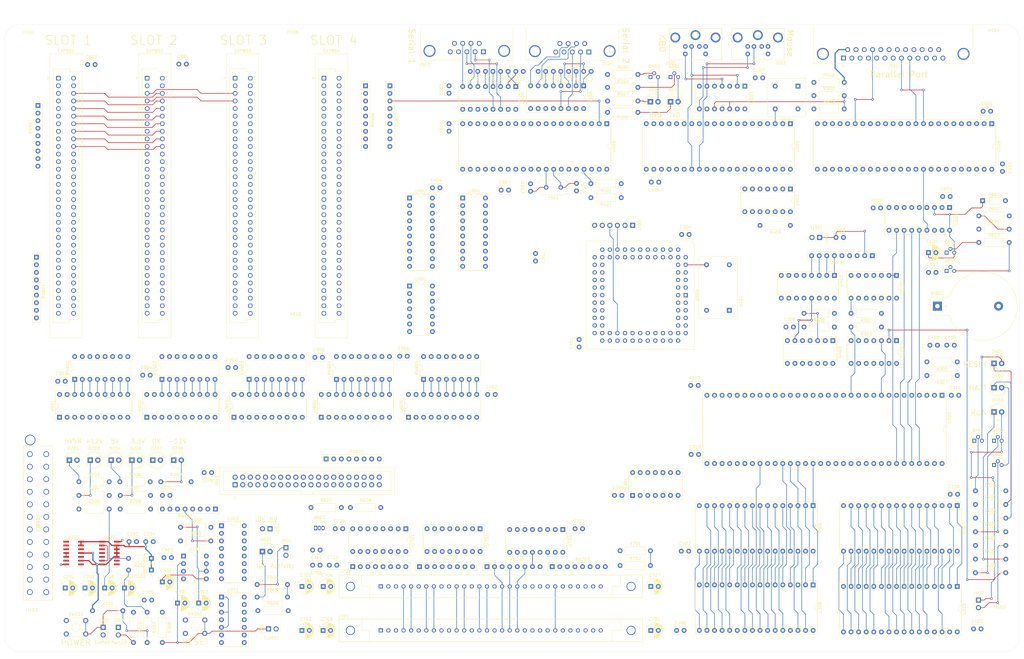
<source format=kicad_pcb>
(kicad_pcb (version 20171130) (host pcbnew "(5.1.10)-1")
  (layers (0 F.Cu signal) (1 In1.Cu signal) (2 In2.Cu signal) (31 B.Cu signal) (34 B.Paste user) (35 F.Paste user) (36 B.SilkS user) (37 F.SilkS user) (38 B.Mask user) (39 F.Mask user) (44 Edge.Cuts user))
  (net 0 "")
  (net 1 "Net-(BT601-Pad1)")
  (net 2 GND)
  (net 3 +5V)
  (net 4 +5V_SB)
  (net 5 "Net-(C207-Pad1)")
  (net 6 "Net-(C208-Pad1)")
  (net 7 "Net-(C301-Pad1)")
  (net 8 "Net-(C302-Pad1)")
  (net 9 "Net-(C303-Pad1)")
  (net 10 "Net-(C403-Pad1)")
  (net 11 "Net-(C501-Pad1)")
  (net 12 "Net-(C502-Pad1)")
  (net 13 "Net-(C509-Pad2)")
  (net 14 "Net-(C509-Pad1)")
  (net 15 "Net-(C510-Pad1)")
  (net 16 "Net-(C511-Pad2)")
  (net 17 "Net-(C511-Pad1)")
  (net 18 "Net-(C512-Pad2)")
  (net 19 "Net-(C513-Pad2)")
  (net 20 "Net-(C513-Pad1)")
  (net 21 "Net-(C514-Pad1)")
  (net 22 "Net-(C515-Pad2)")
  (net 23 "Net-(C515-Pad1)")
  (net 24 "Net-(D201-Pad1)")
  (net 25 +12V)
  (net 26 "Net-(D203-Pad1)")
  (net 27 "Net-(D204-Pad1)")
  (net 28 +3V3)
  (net 29 "Net-(D206-Pad1)")
  (net 30 /Power/PWR_OK)
  (net 31 "Net-(D207-Pad1)")
  (net 32 "Net-(D208-Pad2)")
  (net 33 -12V)
  (net 34 "Net-(D401-Pad2)")
  (net 35 "Net-(D401-Pad1)")
  (net 36 "Net-(D402-Pad2)")
  (net 37 "Net-(D402-Pad1)")
  (net 38 "Net-(D403-Pad2)")
  (net 39 "Net-(D403-Pad1)")
  (net 40 "Net-(D501-Pad2)")
  (net 41 "Net-(D501-Pad1)")
  (net 42 "Net-(D502-Pad2)")
  (net 43 "Net-(D502-Pad1)")
  (net 44 "Net-(D601-Pad1)")
  (net 45 "/Expansion Bus/~EXT_PD1")
  (net 46 "/Expansion Bus/~DTACK_EXT1")
  (net 47 "/Expansion Bus/~BCS_EXTDATA1")
  (net 48 "/Expansion Bus/~BRESET")
  (net 49 "/Expansion Bus/~BUDS")
  (net 50 "/Expansion Bus/BCLK10")
  (net 51 "/Expansion Bus/BA18")
  (net 52 "/Expansion Bus/BA16")
  (net 53 "/Expansion Bus/BA14")
  (net 54 "/Expansion Bus/BA12")
  (net 55 "/Expansion Bus/BA10")
  (net 56 "/Expansion Bus/BA8")
  (net 57 "/Expansion Bus/BA6")
  (net 58 "/Expansion Bus/BA4")
  (net 59 "/Expansion Bus/BA2")
  (net 60 "/Expansion Bus/BD15")
  (net 61 "/Expansion Bus/BD13")
  (net 62 "/Expansion Bus/BD11")
  (net 63 "/Expansion Bus/BD9")
  (net 64 "/Expansion Bus/BD7")
  (net 65 "/Expansion Bus/BD5")
  (net 66 "/Expansion Bus/BD3")
  (net 67 "/Expansion Bus/BD1")
  (net 68 "/Expansion Bus/~EXT_BERR1")
  (net 69 "/Decode and Logic/~EXTINT1")
  (net 70 "/Expansion Bus/~BCS_EXTREG1")
  (net 71 "/Expansion Bus/BRD~WR")
  (net 72 "/Expansion Bus/~BLDS")
  (net 73 "/Expansion Bus/BA19")
  (net 74 "/Expansion Bus/BA17")
  (net 75 "/Expansion Bus/BA15")
  (net 76 "/Expansion Bus/BA13")
  (net 77 "/Expansion Bus/BA11")
  (net 78 "/Expansion Bus/BA9")
  (net 79 "/Expansion Bus/BA7")
  (net 80 "/Expansion Bus/BA5")
  (net 81 "/Expansion Bus/BA3")
  (net 82 "/Expansion Bus/BA1")
  (net 83 "/Expansion Bus/BD14")
  (net 84 "/Expansion Bus/BD12")
  (net 85 "/Expansion Bus/BD10")
  (net 86 "/Expansion Bus/BD8")
  (net 87 "/Expansion Bus/BD6")
  (net 88 "/Expansion Bus/BD4")
  (net 89 "/Expansion Bus/BD2")
  (net 90 "/Expansion Bus/BD0")
  (net 91 "/Expansion Bus/~EXT_PD2")
  (net 92 "/Expansion Bus/~DTACK_EXT2")
  (net 93 "/Expansion Bus/~BCS_EXTDATA2")
  (net 94 "/Expansion Bus/~EXT_BERR2")
  (net 95 "/Decode and Logic/~EXTINT2")
  (net 96 "/Expansion Bus/~BCS_EXTREG2")
  (net 97 "/Expansion Bus/~EXT_PD3")
  (net 98 "/Expansion Bus/~DTACK_EXT3")
  (net 99 "/Expansion Bus/~BCS_EXTDATA3")
  (net 100 "/Expansion Bus/~EXT_BERR3")
  (net 101 "/Decode and Logic/~EXTINT3")
  (net 102 "/Expansion Bus/~BCS_EXTREG3")
  (net 103 "/Expansion Bus/~EXT_PD4")
  (net 104 "/Expansion Bus/~DTACK_EXT4")
  (net 105 "/Expansion Bus/~BCS_EXTDATA4")
  (net 106 "/Expansion Bus/~EXT_BERR4")
  (net 107 "/Expansion Bus/~BCS_EXTREG4")
  (net 108 "Net-(J201-Pad20)")
  (net 109 /Power/~PWR_ON)
  (net 110 "Net-(J202-Pad1)")
  (net 111 "Net-(J203-Pad2)")
  (net 112 "Net-(J402-Pad2)")
  (net 113 "Net-(J403-Pad5)")
  (net 114 "Net-(J403-Pad4)")
  (net 115 "Net-(J403-Pad3)")
  (net 116 "Net-(J403-Pad2)")
  (net 117 "Net-(J501-Pad1)")
  (net 118 "Net-(J501-Pad2)")
  (net 119 "Net-(J501-Pad5)")
  (net 120 "Net-(J501-Pad6)")
  (net 121 "Net-(J502-Pad1)")
  (net 122 "Net-(J502-Pad2)")
  (net 123 "Net-(J502-Pad5)")
  (net 124 "Net-(J502-Pad6)")
  (net 125 "Net-(J503-Pad9)")
  (net 126 "Net-(J503-Pad8)")
  (net 127 "Net-(J503-Pad7)")
  (net 128 "Net-(J503-Pad6)")
  (net 129 "Net-(J503-Pad4)")
  (net 130 "Net-(J503-Pad3)")
  (net 131 "Net-(J503-Pad2)")
  (net 132 "Net-(J503-Pad1)")
  (net 133 "Net-(J504-Pad9)")
  (net 134 "Net-(J504-Pad8)")
  (net 135 "Net-(J504-Pad7)")
  (net 136 "Net-(J504-Pad6)")
  (net 137 "Net-(J504-Pad4)")
  (net 138 "Net-(J504-Pad3)")
  (net 139 "Net-(J504-Pad2)")
  (net 140 "Net-(J504-Pad1)")
  (net 141 /Peripherals/PPSELECT)
  (net 142 /Peripherals/PPINIT)
  (net 143 /Peripherals/PPERROR)
  (net 144 "Net-(J505-Pad14)")
  (net 145 "Net-(J505-Pad13)")
  (net 146 /Peripherals/PPPAPER)
  (net 147 /Peripherals/PPBUSY)
  (net 148 /Peripherals/PPACK)
  (net 149 "Net-(J505-Pad9)")
  (net 150 "Net-(J505-Pad8)")
  (net 151 "Net-(J505-Pad7)")
  (net 152 "Net-(J505-Pad6)")
  (net 153 "Net-(J505-Pad5)")
  (net 154 "Net-(J505-Pad4)")
  (net 155 "Net-(J505-Pad3)")
  (net 156 "Net-(J505-Pad2)")
  (net 157 /Peripherals/PPSTROBE)
  (net 158 "Net-(J601-Pad1)")
  (net 159 "Net-(J602-Pad1)")
  (net 160 "Net-(J603-Pad38)")
  (net 161 "Net-(J603-Pad36)")
  (net 162 "Net-(J603-Pad34)")
  (net 163 "Net-(J603-Pad32)")
  (net 164 "/CPU, RAM and ROM/D7")
  (net 165 "/CPU, RAM and ROM/D6")
  (net 166 "/CPU, RAM and ROM/D5")
  (net 167 "/CPU, RAM and ROM/D4")
  (net 168 "/CPU, RAM and ROM/D3")
  (net 169 "/CPU, RAM and ROM/D2")
  (net 170 "/CPU, RAM and ROM/D1")
  (net 171 "/CPU, RAM and ROM/D0")
  (net 172 "/IDE Interface/ACTIVE")
  (net 173 "Net-(J603-Pad37)")
  (net 174 "Net-(J603-Pad35)")
  (net 175 "Net-(J603-Pad33)")
  (net 176 "/IDE Interface/IRQ")
  (net 177 "Net-(J603-Pad29)")
  (net 178 "Net-(J603-Pad27)")
  (net 179 "Net-(J603-Pad25)")
  (net 180 "Net-(J603-Pad23)")
  (net 181 "Net-(J603-Pad21)")
  (net 182 "/CPU, RAM and ROM/D8")
  (net 183 "/CPU, RAM and ROM/D9")
  (net 184 "/CPU, RAM and ROM/D10")
  (net 185 "/CPU, RAM and ROM/D11")
  (net 186 "/CPU, RAM and ROM/D12")
  (net 187 "/CPU, RAM and ROM/D13")
  (net 188 "/CPU, RAM and ROM/D14")
  (net 189 "/CPU, RAM and ROM/D15")
  (net 190 "Net-(J603-Pad1)")
  (net 191 "Net-(J701-Pad29)")
  (net 192 "Net-(J701-Pad28)")
  (net 193 "Net-(J701-Pad27)")
  (net 194 "Net-(J701-Pad26)")
  (net 195 "Net-(J701-Pad24)")
  (net 196 "Net-(J701-Pad21)")
  (net 197 "Net-(J701-Pad19)")
  (net 198 "Net-(J701-Pad18)")
  (net 199 "Net-(J701-Pad17)")
  (net 200 "Net-(J701-Pad15)")
  (net 201 "Net-(J701-Pad14)")
  (net 202 "Net-(J701-Pad12)")
  (net 203 "Net-(J701-Pad11)")
  (net 204 "Net-(J701-Pad8)")
  (net 205 "Net-(J701-Pad7)")
  (net 206 "Net-(J701-Pad5)")
  (net 207 "Net-(J701-Pad4)")
  (net 208 "Net-(J701-Pad2)")
  (net 209 "Net-(J702-Pad29)")
  (net 210 "Net-(J702-Pad28)")
  (net 211 "Net-(J702-Pad27)")
  (net 212 "Net-(J702-Pad26)")
  (net 213 "Net-(J702-Pad21)")
  (net 214 "Net-(J702-Pad2)")
  (net 215 "Net-(Q401-Pad2)")
  (net 216 "Net-(Q402-Pad2)")
  (net 217 "Net-(Q403-Pad2)")
  (net 218 "Net-(Q501-Pad2)")
  (net 219 "Net-(Q502-Pad2)")
  (net 220 "Net-(Q601-Pad3)")
  (net 221 "Net-(Q601-Pad2)")
  (net 222 "Net-(Q602-Pad2)")
  (net 223 "/Decode and Logic/~INT_IDE")
  (net 224 "/CPU, RAM and ROM/~AS")
  (net 225 "/CPU, RAM and ROM/~VPA")
  (net 226 "Net-(R303-Pad2)")
  (net 227 "Net-(R304-Pad2)")
  (net 228 "/CPU, RAM and ROM/~HALT")
  (net 229 "/CPU, RAM and ROM/~CPU_RESET")
  (net 230 "/CPU, RAM and ROM/~RESET")
  (net 231 "Net-(R401-Pad2)")
  (net 232 "/Decode and Logic/~RUN")
  (net 233 "/Decode and Logic/~DATCK_68K")
  (net 234 "Net-(R501-Pad2)")
  (net 235 "/Decode and Logic/~INT_PS2")
  (net 236 /Peripherals/TXDA)
  (net 237 /Peripherals/RXDA)
  (net 238 "/DRAM Interface/~DRAM_WE")
  (net 239 "/Decode and Logic/~INT_DUART")
  (net 240 "Net-(RN601-Pad8)")
  (net 241 "Net-(RN601-Pad7)")
  (net 242 "/Decode and Logic/~IDE_RD")
  (net 243 "/Decode and Logic/~IDE_WR")
  (net 244 "/CPU, RAM and ROM/A3")
  (net 245 "/CPU, RAM and ROM/A2")
  (net 246 "/CPU, RAM and ROM/A1")
  (net 247 "/DRAM Interface/~RAS1")
  (net 248 "/DRAM Interface/~RAS0")
  (net 249 "/DRAM Interface/~CAS1")
  (net 250 "/DRAM Interface/~CAS0")
  (net 251 "Net-(RN701-Pad3)")
  (net 252 "Net-(RN701-Pad1)")
  (net 253 "Net-(RN702-Pad7)")
  (net 254 "Net-(RN702-Pad5)")
  (net 255 "Net-(RN702-Pad3)")
  (net 256 "Net-(RN702-Pad1)")
  (net 257 "Net-(RN802-Pad9)")
  (net 258 "Net-(RN802-Pad8)")
  (net 259 "Net-(RN802-Pad7)")
  (net 260 "Net-(RN901-Pad8)")
  (net 261 "Net-(RN901-Pad7)")
  (net 262 "Net-(RN901-Pad6)")
  (net 263 "Net-(RN901-Pad5)")
  (net 264 "Net-(RN901-Pad4)")
  (net 265 "Net-(RN901-Pad3)")
  (net 266 "Net-(RN901-Pad2)")
  (net 267 "Net-(RN901-Pad1)")
  (net 268 "Net-(RN902-Pad8)")
  (net 269 "Net-(RN902-Pad7)")
  (net 270 "Net-(RN902-Pad6)")
  (net 271 "Net-(RN902-Pad5)")
  (net 272 "Net-(RN902-Pad4)")
  (net 273 "Net-(RN902-Pad3)")
  (net 274 "Net-(RN902-Pad2)")
  (net 275 "Net-(RN902-Pad1)")
  (net 276 "Net-(RN903-Pad8)")
  (net 277 "Net-(RN903-Pad7)")
  (net 278 "Net-(RN903-Pad6)")
  (net 279 "Net-(RN903-Pad5)")
  (net 280 "Net-(RN903-Pad12)")
  (net 281 "Net-(RN903-Pad4)")
  (net 282 "Net-(RN903-Pad11)")
  (net 283 "Net-(RN903-Pad3)")
  (net 284 "Net-(RN903-Pad10)")
  (net 285 "Net-(RN903-Pad2)")
  (net 286 "Net-(RN903-Pad9)")
  (net 287 "Net-(RN903-Pad1)")
  (net 288 "Net-(RN904-Pad8)")
  (net 289 "Net-(RN904-Pad7)")
  (net 290 "Net-(RN904-Pad6)")
  (net 291 "Net-(RN904-Pad5)")
  (net 292 "Net-(RN904-Pad4)")
  (net 293 "Net-(RN904-Pad3)")
  (net 294 "Net-(RN904-Pad2)")
  (net 295 "Net-(RN904-Pad1)")
  (net 296 "Net-(RN905-Pad8)")
  (net 297 "Net-(RN905-Pad7)")
  (net 298 "Net-(RN905-Pad6)")
  (net 299 "Net-(RN905-Pad5)")
  (net 300 "Net-(RN905-Pad4)")
  (net 301 "Net-(RN905-Pad3)")
  (net 302 "Net-(RN905-Pad2)")
  (net 303 "Net-(RN905-Pad1)")
  (net 304 "Net-(U201-Pad6)")
  (net 305 "Net-(U201-Pad12)")
  (net 306 "Net-(U201-Pad4)")
  (net 307 "Net-(U201-Pad10)")
  (net 308 "Net-(U201-Pad2)")
  (net 309 "Net-(U201-Pad8)")
  (net 310 "Net-(U202-Pad2)")
  (net 311 "Net-(U202-Pad9)")
  (net 312 "Net-(U202-Pad8)")
  (net 313 "Net-(U301-Pad12)")
  (net 314 "/CPU, RAM and ROM/RESET")
  (net 315 "Net-(U301-Pad10)")
  (net 316 "Net-(U301-Pad8)")
  (net 317 "/CPU, RAM and ROM/A4")
  (net 318 "/CPU, RAM and ROM/FC0")
  (net 319 "/CPU, RAM and ROM/FC1")
  (net 320 "/CPU, RAM and ROM/FC2")
  (net 321 "/CPU, RAM and ROM/~IPL0")
  (net 322 "/CPU, RAM and ROM/~IPL1")
  (net 323 "/CPU, RAM and ROM/~IPL2")
  (net 324 "/CPU, RAM and ROM/~BERR")
  (net 325 "/CPU, RAM and ROM/A23")
  (net 326 "/CPU, RAM and ROM/A22")
  (net 327 "/CPU, RAM and ROM/A21")
  (net 328 "/CPU, RAM and ROM/A20")
  (net 329 "/CPU, RAM and ROM/A19")
  (net 330 "/CPU, RAM and ROM/CLK10")
  (net 331 "/CPU, RAM and ROM/A18")
  (net 332 "/CPU, RAM and ROM/A17")
  (net 333 "/CPU, RAM and ROM/A16")
  (net 334 "/CPU, RAM and ROM/A15")
  (net 335 "Net-(U303-Pad11)")
  (net 336 "/CPU, RAM and ROM/A14")
  (net 337 "/CPU, RAM and ROM/~DTACK")
  (net 338 "/CPU, RAM and ROM/A13")
  (net 339 "/CPU, RAM and ROM/RD~WR")
  (net 340 "/CPU, RAM and ROM/A12")
  (net 341 "/CPU, RAM and ROM/~LDS")
  (net 342 "/CPU, RAM and ROM/A11")
  (net 343 "/CPU, RAM and ROM/~UDS")
  (net 344 "/CPU, RAM and ROM/A10")
  (net 345 "/CPU, RAM and ROM/A9")
  (net 346 "/CPU, RAM and ROM/A8")
  (net 347 "/CPU, RAM and ROM/A7")
  (net 348 "/CPU, RAM and ROM/A6")
  (net 349 "/CPU, RAM and ROM/A5")
  (net 350 "/CPU, RAM and ROM/~CS_SRAM")
  (net 351 "Net-(U304-Pad6)")
  (net 352 "Net-(U304-Pad11)")
  (net 353 "/CPU, RAM and ROM/~CS_ROM")
  (net 354 "Net-(U304-Pad3)")
  (net 355 "Net-(U304-Pad8)")
  (net 356 "/CPU, RAM and ROM/~RD~WR")
  (net 357 "Net-(U401-Pad13)")
  (net 358 "/Decode and Logic/BOOTROM")
  (net 359 "Net-(U401-Pad12)")
  (net 360 "Net-(U401-Pad5)")
  (net 361 "Net-(U401-Pad11)")
  (net 362 "Net-(U401-Pad4)")
  (net 363 "Net-(U401-Pad10)")
  (net 364 "Net-(U401-Pad3)")
  (net 365 "/Decode and Logic/~EXT_BERR")
  (net 366 "/Decode and Logic/~EXT_UDS")
  (net 367 "/Decode and Logic/~EXT_LDS")
  (net 368 "/Decode and Logic/~CS_IDE")
  (net 369 "/Decode and Logic/~CS_EXTREG3")
  (net 370 "/DRAM Interface/DRAM_MUX")
  (net 371 "/Decode and Logic/~CS_EXTREG4")
  (net 372 "/Decode and Logic/~CS_EXTREG2")
  (net 373 "/Decode and Logic/~CS_EXTDATA4")
  (net 374 "/Decode and Logic/~CS_EXTDATA2")
  (net 375 "/Decode and Logic/~CS_RTC")
  (net 376 "/Decode and Logic/~CS_EXTREG1")
  (net 377 "/Decode and Logic/~CS_EXTDATA3")
  (net 378 "/Decode and Logic/~CS_EXTDATA1")
  (net 379 "/Decode and Logic/~CS_DUART")
  (net 380 "/Decode and Logic/~CS_KBD")
  (net 381 "/Decode and Logic/~CS_PIT")
  (net 382 "/Decode and Logic/~DTACK_CPLD")
  (net 383 "/Decode and Logic/~DATCK_EXT")
  (net 384 "Net-(U501-Pad15)")
  (net 385 "Net-(U501-Pad14)")
  (net 386 "Net-(U501-Pad13)")
  (net 387 "Net-(U501-Pad12)")
  (net 388 "Net-(U501-Pad11)")
  (net 389 "Net-(U501-Pad10)")
  (net 390 "Net-(U501-Pad29)")
  (net 391 "Net-(U501-Pad28)")
  (net 392 "Net-(U501-Pad27)")
  (net 393 "Net-(U501-Pad7)")
  (net 394 "Net-(U501-Pad26)")
  (net 395 "Net-(U501-Pad4)")
  (net 396 "Net-(U502-Pad38)")
  (net 397 "Net-(U502-Pad37)")
  (net 398 "Net-(U502-Pad36)")
  (net 399 "Net-(U502-Pad35)")
  (net 400 "Net-(U502-Pad34)")
  (net 401 "Net-(U502-Pad33)")
  (net 402 "Net-(U502-Pad32)")
  (net 403 "Net-(U502-Pad31)")
  (net 404 "Net-(U502-Pad11)")
  (net 405 "Net-(U502-Pad30)")
  (net 406 "Net-(U502-Pad29)")
  (net 407 "Net-(U502-Pad24)")
  (net 408 "Net-(U502-Pad23)")
  (net 409 "Net-(U502-Pad3)")
  (net 410 "Net-(U502-Pad22)")
  (net 411 "Net-(U502-Pad21)")
  (net 412 "Net-(U505-Pad24)")
  (net 413 "Net-(U505-Pad23)")
  (net 414 "Net-(U505-Pad22)")
  (net 415 "Net-(U505-Pad21)")
  (net 416 "Net-(U505-Pad20)")
  (net 417 "Net-(U505-Pad37)")
  (net 418 "Net-(U505-Pad36)")
  (net 419 "Net-(U505-Pad34)")
  (net 420 "Net-(U505-Pad32)")
  (net 421 "Net-(U505-Pad31)")
  (net 422 "Net-(U505-Pad30)")
  (net 423 "Net-(U601-Pad17)")
  (net 424 "Net-(U601-Pad16)")
  (net 425 "Net-(U601-Pad1)")
  (net 426 "Net-(U602-Pad7)")
  (net 427 "Net-(U602-Pad6)")
  (net 428 "Net-(U602-Pad12)")
  (net 429 "Net-(U602-Pad11)")
  (net 430 "Net-(U602-Pad10)")
  (net 431 "Net-(U602-Pad9)")
  (net 432 "Net-(X401-Pad1)")
  (net 433 "Net-(C605-Pad1)")
  (net 434 "Net-(U402-Pad11)")
  (net 435 "Net-(U402-Pad3)")
  (net 436 "Net-(U403-Pad15)")
  (net 437 "Net-(U403-Pad14)")
  (net 438 "Net-(U404-Pad54)")
  (net 439 "Net-(U404-Pad52)")
  (net 440 "Net-(U404-Pad46)")
  (net 441 "Net-(U404-Pad14)")
  (net 442 "Net-(U404-Pad21)")
  (net 443 "Net-(U404-Pad19)")
  (net 444 "Net-(U404-Pad9)")
  (net 445 "Net-(U404-Pad3)")
  (net 446 "/Expansion Bus/~BVMA")
  (net 447 "/Expansion Bus/BE")
  (net 448 "/Decode and Logic/~EXT_VPA")
  (net 449 "/Expansion Bus/~BAS")
  (net 450 "Net-(EXP804-PadC28)")
  (net 451 "Net-(RN401-Pad5)")
  (net 452 "Net-(RN704-Pad3)")
  (net 453 "Net-(RN704-Pad1)")
  (net 454 "Net-(RN903-Pad13)")
  (net 455 "/CPU, RAM and ROM/E")
  (net 456 "/CPU, RAM and ROM/~VMA")
  (net 457 "/Decode and Logic/~CPLD_BERR")
  (net 458 "Net-(U404-Pad67)")
  (net 459 "Net-(U404-Pad47)")
  (net 460 "Net-(U404-Pad43)")
  (net 461 "Net-(U404-Pad41)")
  (net 462 "/Decode and Logic/~CPLD_VPA")
  (net 463 "Net-(U404-Pad37)")
  (net 464 "Net-(U404-Pad40)")
  (net 465 "Net-(U404-Pad36)")
  (net 466 "/Decode and Logic/~INT_PIT1")
  (net 467 "Net-(U405-Pad11)")
  (net 468 "/Decode and Logic/~INT_PIT0")
  (net 469 "Net-(U405-Pad8)")
  (net 470 "Net-(U406-Pad6)")
  (net 471 "Net-(U406-Pad12)")
  (net 472 "Net-(U406-Pad10)")
  (net 473 "Net-(U406-Pad8)")
  (net 474 "Net-(C516-Pad1)")
  (net 475 "Net-(RN602-Pad8)")
  (net 476 "Net-(RN602-Pad7)")
  (net 477 "Net-(RN701-Pad7)")
  (net 478 "Net-(RN701-Pad5)")
  (net 479 "Net-(RN704-Pad7)")
  (net 480 "Net-(RN704-Pad5)")
  (module Ddraig:SIMM-30 (layer F.Cu) (at 220.218 232.156)
    (fp_text reference J702 (at -48.625 -5.08) (layer F.SilkS))
    (fp_text value SIMM-30)
    (pad 32 thru_hole circle (at -46.99 0) (size 3.048 3.048) (drill 2.54) (layers *.Cu *.Mask))
    (pad 31 thru_hole circle (at 46.99 0) (size 3.048 3.048) (drill 2.54) (layers *.Cu *.Mask))
    (pad 30 thru_hole circle (at 36.83 0) (size 1.397 1.397) (drill 0.8128) (layers *.Cu *.Mask) (net 3 +5V))
    (pad 29 thru_hole circle (at 34.29 0) (size 1.397 1.397) (drill 0.8128) (layers *.Cu *.Mask) (net 209 "Net-(J702-Pad29)"))
    (pad 28 thru_hole circle (at 31.75 0) (size 1.397 1.397) (drill 0.8128) (layers *.Cu *.Mask) (net 210 "Net-(J702-Pad28)"))
    (pad 27 thru_hole circle (at 29.21 0) (size 1.397 1.397) (drill 0.8128) (layers *.Cu *.Mask) (net 211 "Net-(J702-Pad27)"))
    (pad 26 thru_hole circle (at 26.67 0) (size 1.397 1.397) (drill 0.8128) (layers *.Cu *.Mask) (net 212 "Net-(J702-Pad26)"))
    (pad 25 thru_hole circle (at 24.13 0) (size 1.397 1.397) (drill 0.8128) (layers *.Cu *.Mask) (net 164 "/CPU, RAM and ROM/D7"))
    (pad 24 thru_hole circle (at 21.59 0) (size 1.397 1.397) (drill 0.8128) (layers *.Cu *.Mask) (net 195 "Net-(J701-Pad24)"))
    (pad 23 thru_hole circle (at 19.05 0) (size 1.397 1.397) (drill 0.8128) (layers *.Cu *.Mask) (net 165 "/CPU, RAM and ROM/D6"))
    (pad 22 thru_hole circle (at 16.51 0) (size 1.397 1.397) (drill 0.8128) (layers *.Cu *.Mask) (net 2 GND))
    (pad 21 thru_hole circle (at 13.97 0) (size 1.397 1.397) (drill 0.8128) (layers *.Cu *.Mask) (net 213 "Net-(J702-Pad21)"))
    (pad 20 thru_hole circle (at 11.43 0) (size 1.397 1.397) (drill 0.8128) (layers *.Cu *.Mask) (net 166 "/CPU, RAM and ROM/D5"))
    (pad 19 thru_hole circle (at 8.89 0) (size 1.397 1.397) (drill 0.8128) (layers *.Cu *.Mask) (net 197 "Net-(J701-Pad19)"))
    (pad 18 thru_hole circle (at 6.35 0) (size 1.397 1.397) (drill 0.8128) (layers *.Cu *.Mask) (net 198 "Net-(J701-Pad18)"))
    (pad 17 thru_hole circle (at 3.81 0) (size 1.397 1.397) (drill 0.8128) (layers *.Cu *.Mask) (net 199 "Net-(J701-Pad17)"))
    (pad 16 thru_hole circle (at 1.27 0) (size 1.397 1.397) (drill 0.8128) (layers *.Cu *.Mask) (net 167 "/CPU, RAM and ROM/D4"))
    (pad 15 thru_hole circle (at -1.27 0) (size 1.397 1.397) (drill 0.8128) (layers *.Cu *.Mask) (net 200 "Net-(J701-Pad15)"))
    (pad 14 thru_hole circle (at -3.81 0) (size 1.397 1.397) (drill 0.8128) (layers *.Cu *.Mask) (net 201 "Net-(J701-Pad14)"))
    (pad 13 thru_hole circle (at -6.35 0) (size 1.397 1.397) (drill 0.8128) (layers *.Cu *.Mask) (net 168 "/CPU, RAM and ROM/D3"))
    (pad 12 thru_hole circle (at -8.89 0) (size 1.397 1.397) (drill 0.8128) (layers *.Cu *.Mask) (net 202 "Net-(J701-Pad12)"))
    (pad 11 thru_hole circle (at -11.43 0) (size 1.397 1.397) (drill 0.8128) (layers *.Cu *.Mask) (net 203 "Net-(J701-Pad11)"))
    (pad 10 thru_hole circle (at -13.97 0) (size 1.397 1.397) (drill 0.8128) (layers *.Cu *.Mask) (net 169 "/CPU, RAM and ROM/D2"))
    (pad 9 thru_hole circle (at -16.51 0) (size 1.397 1.397) (drill 0.8128) (layers *.Cu *.Mask) (net 2 GND))
    (pad 8 thru_hole circle (at -19.05 0) (size 1.397 1.397) (drill 0.8128) (layers *.Cu *.Mask) (net 204 "Net-(J701-Pad8)"))
    (pad 7 thru_hole circle (at -21.59 0) (size 1.397 1.397) (drill 0.8128) (layers *.Cu *.Mask) (net 205 "Net-(J701-Pad7)"))
    (pad 6 thru_hole circle (at -24.13 0) (size 1.397 1.397) (drill 0.8128) (layers *.Cu *.Mask) (net 170 "/CPU, RAM and ROM/D1"))
    (pad 5 thru_hole circle (at -26.67 0) (size 1.397 1.397) (drill 0.8128) (layers *.Cu *.Mask) (net 206 "Net-(J701-Pad5)"))
    (pad 4 thru_hole circle (at -29.21 0) (size 1.397 1.397) (drill 0.8128) (layers *.Cu *.Mask) (net 207 "Net-(J701-Pad4)"))
    (pad 3 thru_hole circle (at -31.75 0) (size 1.397 1.397) (drill 0.8128) (layers *.Cu *.Mask) (net 171 "/CPU, RAM and ROM/D0"))
    (pad 2 thru_hole circle (at -34.29 0) (size 1.397 1.397) (drill 0.8128) (layers *.Cu *.Mask) (net 214 "Net-(J702-Pad2)"))
    (pad 1 thru_hole rect (at -36.83 0) (size 1.397 1.397) (drill 0.8128) (layers *.Cu *.Mask) (net 3 +5V))
  )
  (module Capacitor_THT:C_Disc_D3.8mm_W2.6mm_P2.50mm (layer F.Cu) (at 372.934 151.384)
    (fp_text reference C409 (at 1.25 -2.55) (layer F.SilkS))
    (fp_text value 100nF)
    (pad 2 thru_hole circle (at 2.5 0) (size 1.6 1.6) (drill 0.8) (layers *.Cu *.Mask) (net 2 GND))
    (pad 1 thru_hole circle (at 0 0) (size 1.6 1.6) (drill 0.8) (layers *.Cu *.Mask) (net 3 +5V))
  )
  (module Capacitor_THT:C_Disc_D3.8mm_W2.6mm_P2.50mm (layer F.Cu) (at 367.284 151.384)
    (fp_text reference C408 (at 1.25 -2.55) (layer F.SilkS))
    (fp_text value 100nF)
    (pad 2 thru_hole circle (at 2.5 0) (size 1.6 1.6) (drill 0.8) (layers *.Cu *.Mask) (net 2 GND))
    (pad 1 thru_hole circle (at 0 0) (size 1.6 1.6) (drill 0.8) (layers *.Cu *.Mask) (net 3 +5V))
  )
  (module Resistor_THT:R_Axial_DIN0207_L6.3mm_D2.5mm_P10.16mm_Horizontal (layer F.Cu) (at 173.228 205.74)
    (fp_text reference R608 (at 5.08 -2.37) (layer F.SilkS))
    (fp_text value 10K)
    (pad 2 thru_hole oval (at 10.16 0) (size 1.6 1.6) (drill 0.8) (layers *.Cu *.Mask) (net 3 +5V))
    (pad 1 thru_hole circle (at 0 0) (size 1.6 1.6) (drill 0.8) (layers *.Cu *.Mask) (net 177 "Net-(J603-Pad29)"))
  )
  (module Resistor_THT:R_Array_SIP8 (layer F.Cu) (at 173.99 225.552)
    (fp_text reference RN704 (at 10.16 -2.4) (layer F.SilkS))
    (fp_text value 22R)
    (pad 8 thru_hole oval (at 17.78 0) (size 1.6 1.6) (drill 0.8) (layers *.Cu *.Mask) (net 204 "Net-(J701-Pad8)"))
    (pad 7 thru_hole oval (at 15.24 0) (size 1.6 1.6) (drill 0.8) (layers *.Cu *.Mask) (net 479 "Net-(RN704-Pad7)"))
    (pad 6 thru_hole oval (at 12.7 0) (size 1.6 1.6) (drill 0.8) (layers *.Cu *.Mask) (net 205 "Net-(J701-Pad7)"))
    (pad 5 thru_hole oval (at 10.16 0) (size 1.6 1.6) (drill 0.8) (layers *.Cu *.Mask) (net 480 "Net-(RN704-Pad5)"))
    (pad 4 thru_hole oval (at 7.62 0) (size 1.6 1.6) (drill 0.8) (layers *.Cu *.Mask) (net 206 "Net-(J701-Pad5)"))
    (pad 3 thru_hole oval (at 5.08 0) (size 1.6 1.6) (drill 0.8) (layers *.Cu *.Mask) (net 452 "Net-(RN704-Pad3)"))
    (pad 2 thru_hole oval (at 2.54 0) (size 1.6 1.6) (drill 0.8) (layers *.Cu *.Mask) (net 207 "Net-(J701-Pad4)"))
    (pad 1 thru_hole rect (at 0 0) (size 1.6 1.6) (drill 0.8) (layers *.Cu *.Mask) (net 453 "Net-(RN704-Pad1)"))
  )
  (module Resistor_THT:R_Array_SIP8 (layer F.Cu) (at 240.792 225.552)
    (fp_text reference RN703 (at 10.16 -2.4) (layer F.SilkS))
    (fp_text value 22R)
    (pad 8 thru_hole oval (at 17.78 0) (size 1.6 1.6) (drill 0.8) (layers *.Cu *.Mask) (net 211 "Net-(J702-Pad27)"))
    (pad 7 thru_hole oval (at 15.24 0) (size 1.6 1.6) (drill 0.8) (layers *.Cu *.Mask) (net 247 "/DRAM Interface/~RAS1"))
    (pad 6 thru_hole oval (at 12.7 0) (size 1.6 1.6) (drill 0.8) (layers *.Cu *.Mask) (net 193 "Net-(J701-Pad27)"))
    (pad 5 thru_hole oval (at 10.16 0) (size 1.6 1.6) (drill 0.8) (layers *.Cu *.Mask) (net 248 "/DRAM Interface/~RAS0"))
    (pad 4 thru_hole oval (at 7.62 0) (size 1.6 1.6) (drill 0.8) (layers *.Cu *.Mask) (net 214 "Net-(J702-Pad2)"))
    (pad 3 thru_hole oval (at 5.08 0) (size 1.6 1.6) (drill 0.8) (layers *.Cu *.Mask) (net 249 "/DRAM Interface/~CAS1"))
    (pad 2 thru_hole oval (at 2.54 0) (size 1.6 1.6) (drill 0.8) (layers *.Cu *.Mask) (net 208 "Net-(J701-Pad2)"))
    (pad 1 thru_hole rect (at 0 0) (size 1.6 1.6) (drill 0.8) (layers *.Cu *.Mask) (net 250 "/DRAM Interface/~CAS0"))
  )
  (module Resistor_THT:R_Array_SIP8 (layer F.Cu) (at 196.342 225.552)
    (fp_text reference RN702 (at 10.16 -2.4) (layer F.SilkS))
    (fp_text value 22R)
    (pad 8 thru_hole oval (at 17.78 0) (size 1.6 1.6) (drill 0.8) (layers *.Cu *.Mask) (net 200 "Net-(J701-Pad15)"))
    (pad 7 thru_hole oval (at 15.24 0) (size 1.6 1.6) (drill 0.8) (layers *.Cu *.Mask) (net 253 "Net-(RN702-Pad7)"))
    (pad 6 thru_hole oval (at 12.7 0) (size 1.6 1.6) (drill 0.8) (layers *.Cu *.Mask) (net 201 "Net-(J701-Pad14)"))
    (pad 5 thru_hole oval (at 10.16 0) (size 1.6 1.6) (drill 0.8) (layers *.Cu *.Mask) (net 254 "Net-(RN702-Pad5)"))
    (pad 4 thru_hole oval (at 7.62 0) (size 1.6 1.6) (drill 0.8) (layers *.Cu *.Mask) (net 202 "Net-(J701-Pad12)"))
    (pad 3 thru_hole oval (at 5.08 0) (size 1.6 1.6) (drill 0.8) (layers *.Cu *.Mask) (net 255 "Net-(RN702-Pad3)"))
    (pad 2 thru_hole oval (at 2.54 0) (size 1.6 1.6) (drill 0.8) (layers *.Cu *.Mask) (net 203 "Net-(J701-Pad11)"))
    (pad 1 thru_hole rect (at 0 0) (size 1.6 1.6) (drill 0.8) (layers *.Cu *.Mask) (net 256 "Net-(RN702-Pad1)"))
  )
  (module Resistor_THT:R_Array_SIP8 (layer F.Cu) (at 218.948 225.552)
    (fp_text reference RN701 (at 10.16 -2.4) (layer F.SilkS))
    (fp_text value 22R)
    (pad 8 thru_hole oval (at 17.78 0) (size 1.6 1.6) (drill 0.8) (layers *.Cu *.Mask) (net 195 "Net-(J701-Pad24)"))
    (pad 7 thru_hole oval (at 15.24 0) (size 1.6 1.6) (drill 0.8) (layers *.Cu *.Mask) (net 477 "Net-(RN701-Pad7)"))
    (pad 6 thru_hole oval (at 12.7 0) (size 1.6 1.6) (drill 0.8) (layers *.Cu *.Mask) (net 197 "Net-(J701-Pad19)"))
    (pad 5 thru_hole oval (at 10.16 0) (size 1.6 1.6) (drill 0.8) (layers *.Cu *.Mask) (net 478 "Net-(RN701-Pad5)"))
    (pad 4 thru_hole oval (at 7.62 0) (size 1.6 1.6) (drill 0.8) (layers *.Cu *.Mask) (net 198 "Net-(J701-Pad18)"))
    (pad 3 thru_hole oval (at 5.08 0) (size 1.6 1.6) (drill 0.8) (layers *.Cu *.Mask) (net 251 "Net-(RN701-Pad3)"))
    (pad 2 thru_hole oval (at 2.54 0) (size 1.6 1.6) (drill 0.8) (layers *.Cu *.Mask) (net 199 "Net-(J701-Pad17)"))
    (pad 1 thru_hole rect (at 0 0) (size 1.6 1.6) (drill 0.8) (layers *.Cu *.Mask) (net 252 "Net-(RN701-Pad1)"))
  )
  (module Resistor_THT:R_Array_SIP8 (layer F.Cu) (at 128.016 206.248 180)
    (fp_text reference RN602 (at 10.16 -2.4) (layer F.SilkS))
    (fp_text value 22R)
    (pad 8 thru_hole oval (at 17.78 0 180) (size 1.6 1.6) (drill 0.8) (layers *.Cu *.Mask) (net 475 "Net-(RN602-Pad8)"))
    (pad 7 thru_hole oval (at 15.24 0 180) (size 1.6 1.6) (drill 0.8) (layers *.Cu *.Mask) (net 476 "Net-(RN602-Pad7)"))
    (pad 6 thru_hole oval (at 12.7 0 180) (size 1.6 1.6) (drill 0.8) (layers *.Cu *.Mask) (net 190 "Net-(J603-Pad1)"))
    (pad 5 thru_hole oval (at 10.16 0 180) (size 1.6 1.6) (drill 0.8) (layers *.Cu *.Mask) (net 230 "/CPU, RAM and ROM/~RESET"))
    (pad 4 thru_hole oval (at 7.62 0 180) (size 1.6 1.6) (drill 0.8) (layers *.Cu *.Mask) (net 179 "Net-(J603-Pad25)"))
    (pad 3 thru_hole oval (at 5.08 0 180) (size 1.6 1.6) (drill 0.8) (layers *.Cu *.Mask) (net 242 "/Decode and Logic/~IDE_RD"))
    (pad 2 thru_hole oval (at 2.54 0 180) (size 1.6 1.6) (drill 0.8) (layers *.Cu *.Mask) (net 180 "Net-(J603-Pad23)"))
    (pad 1 thru_hole rect (at 0 0 180) (size 1.6 1.6) (drill 0.8) (layers *.Cu *.Mask) (net 243 "/Decode and Logic/~IDE_WR"))
  )
  (module Resistor_THT:R_Array_SIP8 (layer F.Cu) (at 165.1 189.484)
    (fp_text reference RN601 (at 10.16 -2.4) (layer F.SilkS))
    (fp_text value 22R)
    (pad 8 thru_hole oval (at 17.78 0) (size 1.6 1.6) (drill 0.8) (layers *.Cu *.Mask) (net 240 "Net-(RN601-Pad8)"))
    (pad 7 thru_hole oval (at 15.24 0) (size 1.6 1.6) (drill 0.8) (layers *.Cu *.Mask) (net 241 "Net-(RN601-Pad7)"))
    (pad 6 thru_hole oval (at 12.7 0) (size 1.6 1.6) (drill 0.8) (layers *.Cu *.Mask) (net 161 "Net-(J603-Pad36)"))
    (pad 5 thru_hole oval (at 10.16 0) (size 1.6 1.6) (drill 0.8) (layers *.Cu *.Mask) (net 244 "/CPU, RAM and ROM/A3"))
    (pad 4 thru_hole oval (at 7.62 0) (size 1.6 1.6) (drill 0.8) (layers *.Cu *.Mask) (net 175 "Net-(J603-Pad33)"))
    (pad 3 thru_hole oval (at 5.08 0) (size 1.6 1.6) (drill 0.8) (layers *.Cu *.Mask) (net 245 "/CPU, RAM and ROM/A2"))
    (pad 2 thru_hole oval (at 2.54 0) (size 1.6 1.6) (drill 0.8) (layers *.Cu *.Mask) (net 174 "Net-(J603-Pad35)"))
    (pad 1 thru_hole rect (at 0 0) (size 1.6 1.6) (drill 0.8) (layers *.Cu *.Mask) (net 246 "/CPU, RAM and ROM/A1"))
  )
  (module Capacitor_THT:C_Disc_D3.8mm_W2.6mm_P2.50mm (layer F.Cu) (at 248.793 59.69 180)
    (fp_text reference C516 (at 1.25 -2.55) (layer F.SilkS))
    (fp_text value 100nF)
    (pad 2 thru_hole circle (at 2.5 0 180) (size 1.6 1.6) (drill 0.8) (layers *.Cu *.Mask) (net 3 +5V))
    (pad 1 thru_hole circle (at 0 0 180) (size 1.6 1.6) (drill 0.8) (layers *.Cu *.Mask) (net 474 "Net-(C516-Pad1)"))
  )
  (module MountingHole:MountingHole_4.3mm_M4 (layer F.Cu) (at 153.924 51.816)
    (fp_text reference H106 (at 0 -5.3) (layer F.SilkS))
    (fp_text value MountingHole)
    (pad 1 np_thru_hole circle (at 0 0) (size 4.3 4.3) (drill 4.3) (layers *.Cu *.Mask))
  )
  (module MountingHole:MountingHole_4.3mm_M4 (layer F.Cu) (at 154.94 146.304)
    (fp_text reference H105 (at 0 -5.3) (layer F.SilkS))
    (fp_text value MountingHole)
    (pad 1 np_thru_hole circle (at 0 0) (size 4.3 4.3) (drill 4.3) (layers *.Cu *.Mask))
  )
  (module MountingHole:MountingHole_4.3mm_M4 (layer F.Cu) (at 388.62 51.308)
    (fp_text reference H104 (at 0 -5.3) (layer F.SilkS))
    (fp_text value MountingHole)
    (pad 1 np_thru_hole circle (at 0 0) (size 4.3 4.3) (drill 4.3) (layers *.Cu *.Mask))
  )
  (module MountingHole:MountingHole_4.3mm_M4 (layer F.Cu) (at 390.652 244.348)
    (fp_text reference H103 (at 0 -5.3) (layer F.SilkS))
    (fp_text value MountingHole)
    (pad 1 np_thru_hole circle (at 0 0) (size 4.3 4.3) (drill 4.3) (layers *.Cu *.Mask))
  )
  (module MountingHole:MountingHole_4.3mm_M4 (layer F.Cu) (at 66.548 245.364)
    (fp_text reference H102 (at 0 -5.3) (layer F.SilkS))
    (fp_text value MountingHole)
    (pad 1 np_thru_hole circle (at 0 0) (size 4.3 4.3) (drill 4.3) (layers *.Cu *.Mask))
  )
  (module MountingHole:MountingHole_4.3mm_M4 (layer F.Cu) (at 65.532 51.816)
    (fp_text reference H101 (at 0 -5.3) (layer F.SilkS))
    (fp_text value MountingHole)
    (pad 1 np_thru_hole circle (at 0 0) (size 4.3 4.3) (drill 4.3) (layers *.Cu *.Mask))
  )
  (module Package_DIP:DIP-14_W7.62mm_Socket (layer F.Cu) (at 356.108 149.86 270)
    (fp_text reference U406 (at 3.81 -2.33 90) (layer F.SilkS))
    (fp_text value 74LS04)
    (pad 14 thru_hole oval (at 7.62 0 270) (size 1.6 1.6) (drill 0.8) (layers *.Cu *.Mask) (net 3 +5V))
    (pad 7 thru_hole oval (at 0 15.24 270) (size 1.6 1.6) (drill 0.8) (layers *.Cu *.Mask) (net 2 GND))
    (pad 13 thru_hole oval (at 7.62 2.54 270) (size 1.6 1.6) (drill 0.8) (layers *.Cu *.Mask) (net 2 GND))
    (pad 6 thru_hole oval (at 0 12.7 270) (size 1.6 1.6) (drill 0.8) (layers *.Cu *.Mask) (net 470 "Net-(U406-Pad6)"))
    (pad 12 thru_hole oval (at 7.62 5.08 270) (size 1.6 1.6) (drill 0.8) (layers *.Cu *.Mask) (net 471 "Net-(U406-Pad12)"))
    (pad 5 thru_hole oval (at 0 10.16 270) (size 1.6 1.6) (drill 0.8) (layers *.Cu *.Mask) (net 2 GND))
    (pad 11 thru_hole oval (at 7.62 7.62 270) (size 1.6 1.6) (drill 0.8) (layers *.Cu *.Mask) (net 2 GND))
    (pad 4 thru_hole oval (at 0 7.62 270) (size 1.6 1.6) (drill 0.8) (layers *.Cu *.Mask) (net 356 "/CPU, RAM and ROM/~RD~WR"))
    (pad 10 thru_hole oval (at 7.62 10.16 270) (size 1.6 1.6) (drill 0.8) (layers *.Cu *.Mask) (net 472 "Net-(U406-Pad10)"))
    (pad 3 thru_hole oval (at 0 5.08 270) (size 1.6 1.6) (drill 0.8) (layers *.Cu *.Mask) (net 339 "/CPU, RAM and ROM/RD~WR"))
    (pad 9 thru_hole oval (at 7.62 12.7 270) (size 1.6 1.6) (drill 0.8) (layers *.Cu *.Mask) (net 2 GND))
    (pad 2 thru_hole oval (at 0 2.54 270) (size 1.6 1.6) (drill 0.8) (layers *.Cu *.Mask) (net 232 "/Decode and Logic/~RUN"))
    (pad 8 thru_hole oval (at 7.62 15.24 270) (size 1.6 1.6) (drill 0.8) (layers *.Cu *.Mask) (net 473 "Net-(U406-Pad8)"))
    (pad 1 thru_hole rect (at 0 0 270) (size 1.6 1.6) (drill 0.8) (layers *.Cu *.Mask) (net 434 "Net-(U402-Pad11)"))
  )
  (module Package_DIP:DIP-14_W7.62mm_Socket (layer F.Cu) (at 334.772 149.86 270)
    (fp_text reference U405 (at 3.81 -2.33 90) (layer F.SilkS))
    (fp_text value 74LS08)
    (pad 14 thru_hole oval (at 7.62 0 270) (size 1.6 1.6) (drill 0.8) (layers *.Cu *.Mask) (net 3 +5V))
    (pad 7 thru_hole oval (at 0 15.24 270) (size 1.6 1.6) (drill 0.8) (layers *.Cu *.Mask) (net 2 GND))
    (pad 13 thru_hole oval (at 7.62 2.54 270) (size 1.6 1.6) (drill 0.8) (layers *.Cu *.Mask) (net 2 GND))
    (pad 6 thru_hole oval (at 0 12.7 270) (size 1.6 1.6) (drill 0.8) (layers *.Cu *.Mask) (net 451 "Net-(RN401-Pad5)"))
    (pad 12 thru_hole oval (at 7.62 5.08 270) (size 1.6 1.6) (drill 0.8) (layers *.Cu *.Mask) (net 2 GND))
    (pad 5 thru_hole oval (at 0 10.16 270) (size 1.6 1.6) (drill 0.8) (layers *.Cu *.Mask) (net 466 "/Decode and Logic/~INT_PIT1"))
    (pad 11 thru_hole oval (at 7.62 7.62 270) (size 1.6 1.6) (drill 0.8) (layers *.Cu *.Mask) (net 467 "Net-(U405-Pad11)"))
    (pad 4 thru_hole oval (at 0 7.62 270) (size 1.6 1.6) (drill 0.8) (layers *.Cu *.Mask) (net 468 "/Decode and Logic/~INT_PIT0"))
    (pad 10 thru_hole oval (at 7.62 10.16 270) (size 1.6 1.6) (drill 0.8) (layers *.Cu *.Mask) (net 2 GND))
    (pad 3 thru_hole oval (at 0 5.08 270) (size 1.6 1.6) (drill 0.8) (layers *.Cu *.Mask) (net 225 "/CPU, RAM and ROM/~VPA"))
    (pad 9 thru_hole oval (at 7.62 12.7 270) (size 1.6 1.6) (drill 0.8) (layers *.Cu *.Mask) (net 2 GND))
    (pad 2 thru_hole oval (at 0 2.54 270) (size 1.6 1.6) (drill 0.8) (layers *.Cu *.Mask) (net 448 "/Decode and Logic/~EXT_VPA"))
    (pad 8 thru_hole oval (at 7.62 15.24 270) (size 1.6 1.6) (drill 0.8) (layers *.Cu *.Mask) (net 469 "Net-(U405-Pad8)"))
    (pad 1 thru_hole rect (at 0 0 270) (size 1.6 1.6) (drill 0.8) (layers *.Cu *.Mask) (net 462 "/Decode and Logic/~CPLD_VPA"))
  )
  (module Package_DIP:DIP-14_W7.62mm_Socket (layer F.Cu) (at 320.548 99.06 270)
    (fp_text reference U402 (at 3.81 -2.33 90) (layer F.SilkS))
    (fp_text value 74LS08)
    (pad 14 thru_hole oval (at 7.62 0 270) (size 1.6 1.6) (drill 0.8) (layers *.Cu *.Mask) (net 3 +5V))
    (pad 7 thru_hole oval (at 0 15.24 270) (size 1.6 1.6) (drill 0.8) (layers *.Cu *.Mask) (net 2 GND))
    (pad 13 thru_hole oval (at 7.62 2.54 270) (size 1.6 1.6) (drill 0.8) (layers *.Cu *.Mask) (net 229 "/CPU, RAM and ROM/~CPU_RESET"))
    (pad 6 thru_hole oval (at 0 12.7 270) (size 1.6 1.6) (drill 0.8) (layers *.Cu *.Mask) (net 337 "/CPU, RAM and ROM/~DTACK"))
    (pad 12 thru_hole oval (at 7.62 5.08 270) (size 1.6 1.6) (drill 0.8) (layers *.Cu *.Mask) (net 228 "/CPU, RAM and ROM/~HALT"))
    (pad 5 thru_hole oval (at 0 10.16 270) (size 1.6 1.6) (drill 0.8) (layers *.Cu *.Mask) (net 383 "/Decode and Logic/~DATCK_EXT"))
    (pad 11 thru_hole oval (at 7.62 7.62 270) (size 1.6 1.6) (drill 0.8) (layers *.Cu *.Mask) (net 434 "Net-(U402-Pad11)"))
    (pad 4 thru_hole oval (at 0 7.62 270) (size 1.6 1.6) (drill 0.8) (layers *.Cu *.Mask) (net 435 "Net-(U402-Pad3)"))
    (pad 10 thru_hole oval (at 7.62 10.16 270) (size 1.6 1.6) (drill 0.8) (layers *.Cu *.Mask) (net 365 "/Decode and Logic/~EXT_BERR"))
    (pad 3 thru_hole oval (at 0 5.08 270) (size 1.6 1.6) (drill 0.8) (layers *.Cu *.Mask) (net 435 "Net-(U402-Pad3)"))
    (pad 9 thru_hole oval (at 7.62 12.7 270) (size 1.6 1.6) (drill 0.8) (layers *.Cu *.Mask) (net 457 "/Decode and Logic/~CPLD_BERR"))
    (pad 2 thru_hole oval (at 0 2.54 270) (size 1.6 1.6) (drill 0.8) (layers *.Cu *.Mask) (net 382 "/Decode and Logic/~DTACK_CPLD"))
    (pad 8 thru_hole oval (at 7.62 15.24 270) (size 1.6 1.6) (drill 0.8) (layers *.Cu *.Mask) (net 324 "/CPU, RAM and ROM/~BERR"))
    (pad 1 thru_hole rect (at 0 0 270) (size 1.6 1.6) (drill 0.8) (layers *.Cu *.Mask) (net 233 "/Decode and Logic/~DATCK_68K"))
  )
  (module Resistor_THT:R_Axial_DIN0207_L6.3mm_D2.5mm_P10.16mm_Horizontal (layer F.Cu) (at 160.02 205.74)
    (fp_text reference R607 (at 5.08 -2.37) (layer F.SilkS))
    (fp_text value 10K)
    (pad 2 thru_hole oval (at 10.16 0) (size 1.6 1.6) (drill 0.8) (layers *.Cu *.Mask) (net 2 GND))
    (pad 1 thru_hole circle (at 0 0) (size 1.6 1.6) (drill 0.8) (layers *.Cu *.Mask) (net 181 "Net-(J603-Pad21)"))
  )
  (module Battery:BatteryHolder_Keystone_103_1x20mm (layer F.Cu) (at 369.781 138.303)
    (fp_text reference BT601 (at 0 -4.3) (layer F.SilkS))
    (fp_text value CR2032)
    (fp_text user + (at 2.75 0) (layer F.SilkS) (effects (font (size 1.5 1.5))))
    (pad 1 thru_hole rect (at 0 0) (size 3 3) (drill 1.5) (layers *.Cu *.Mask) (net 1 "Net-(BT601-Pad1)"))
    (pad 2 thru_hole circle (at 20.49 0) (size 3 3) (drill 1.5) (layers *.Cu *.Mask) (net 2 GND))
  )
  (module Resistor_THT:R_Axial_DIN0207_L6.3mm_D2.5mm_P10.16mm_Horizontal (layer F.Cu) (at 263.525 225.171)
    (fp_text reference R702 (at 5.08 -2.37) (layer F.SilkS))
    (fp_text value 22R)
    (pad 2 thru_hole oval (at 10.16 0) (size 1.6 1.6) (drill 0.8) (layers *.Cu *.Mask) (net 238 "/DRAM Interface/~DRAM_WE"))
    (pad 1 thru_hole circle (at 0 0) (size 1.6 1.6) (drill 0.8) (layers *.Cu *.Mask) (net 213 "Net-(J702-Pad21)"))
  )
  (module Package_LCC:PLCC-84_THT-Socket (layer F.Cu) (at 285.496 134.62 270)
    (fp_text reference U404 (at 0 -3.77 90) (layer F.SilkS))
    (fp_text value XC95108PC84)
    (pad 72 thru_hole circle (at 15.24 5.08 270) (size 1.4224 1.4224) (drill 0.8) (layers *.Cu *.Mask) (net 345 "/CPU, RAM and ROM/A9"))
    (pad 70 thru_hole circle (at 15.24 7.62 270) (size 1.4224 1.4224) (drill 0.8) (layers *.Cu *.Mask) (net 366 "/Decode and Logic/~EXT_UDS"))
    (pad 68 thru_hole circle (at 15.24 10.16 270) (size 1.4224 1.4224) (drill 0.8) (layers *.Cu *.Mask) (net 367 "/Decode and Logic/~EXT_LDS"))
    (pad 66 thru_hole circle (at 15.24 12.7 270) (size 1.4224 1.4224) (drill 0.8) (layers *.Cu *.Mask) (net 339 "/CPU, RAM and ROM/RD~WR"))
    (pad 64 thru_hole circle (at 15.24 15.24 270) (size 1.4224 1.4224) (drill 0.8) (layers *.Cu *.Mask) (net 3 +5V))
    (pad 62 thru_hole circle (at 15.24 17.78 270) (size 1.4224 1.4224) (drill 0.8) (layers *.Cu *.Mask) (net 325 "/CPU, RAM and ROM/A23"))
    (pad 60 thru_hole circle (at 15.24 20.32 270) (size 1.4224 1.4224) (drill 0.8) (layers *.Cu *.Mask) (net 2 GND))
    (pad 58 thru_hole circle (at 15.24 22.86 270) (size 1.4224 1.4224) (drill 0.8) (layers *.Cu *.Mask) (net 327 "/CPU, RAM and ROM/A21"))
    (pad 56 thru_hole circle (at 15.24 25.4 270) (size 1.4224 1.4224) (drill 0.8) (layers *.Cu *.Mask) (net 249 "/DRAM Interface/~CAS1"))
    (pad 54 thru_hole circle (at 15.24 27.94 270) (size 1.4224 1.4224) (drill 0.8) (layers *.Cu *.Mask) (net 438 "Net-(U404-Pad54)"))
    (pad 73 thru_hole circle (at 12.7 5.08 270) (size 1.4224 1.4224) (drill 0.8) (layers *.Cu *.Mask) (net 3 +5V))
    (pad 71 thru_hole circle (at 12.7 7.62 270) (size 1.4224 1.4224) (drill 0.8) (layers *.Cu *.Mask) (net 346 "/CPU, RAM and ROM/A8"))
    (pad 69 thru_hole circle (at 12.7 10.16 270) (size 1.4224 1.4224) (drill 0.8) (layers *.Cu *.Mask) (net 457 "/Decode and Logic/~CPLD_BERR"))
    (pad 67 thru_hole circle (at 12.7 12.7 270) (size 1.4224 1.4224) (drill 0.8) (layers *.Cu *.Mask) (net 458 "Net-(U404-Pad67)"))
    (pad 65 thru_hole circle (at 12.7 15.24 270) (size 1.4224 1.4224) (drill 0.8) (layers *.Cu *.Mask) (net 341 "/CPU, RAM and ROM/~LDS"))
    (pad 63 thru_hole circle (at 12.7 17.78 270) (size 1.4224 1.4224) (drill 0.8) (layers *.Cu *.Mask) (net 224 "/CPU, RAM and ROM/~AS"))
    (pad 61 thru_hole circle (at 12.7 20.32 270) (size 1.4224 1.4224) (drill 0.8) (layers *.Cu *.Mask) (net 326 "/CPU, RAM and ROM/A22"))
    (pad 59 thru_hole circle (at 12.7 22.86 270) (size 1.4224 1.4224) (drill 0.8) (layers *.Cu *.Mask) (net 114 "Net-(J403-Pad4)"))
    (pad 57 thru_hole circle (at 12.7 25.4 270) (size 1.4224 1.4224) (drill 0.8) (layers *.Cu *.Mask) (net 328 "/CPU, RAM and ROM/A20"))
    (pad 55 thru_hole circle (at 12.7 27.94 270) (size 1.4224 1.4224) (drill 0.8) (layers *.Cu *.Mask) (net 250 "/DRAM Interface/~CAS0"))
    (pad 53 thru_hole circle (at 12.7 30.48 270) (size 1.4224 1.4224) (drill 0.8) (layers *.Cu *.Mask) (net 248 "/DRAM Interface/~RAS0"))
    (pad 51 thru_hole circle (at 10.16 30.48 270) (size 1.4224 1.4224) (drill 0.8) (layers *.Cu *.Mask) (net 238 "/DRAM Interface/~DRAM_WE"))
    (pad 49 thru_hole circle (at 7.62 30.48 270) (size 1.4224 1.4224) (drill 0.8) (layers *.Cu *.Mask) (net 2 GND))
    (pad 47 thru_hole circle (at 5.08 30.48 270) (size 1.4224 1.4224) (drill 0.8) (layers *.Cu *.Mask) (net 459 "Net-(U404-Pad47)"))
    (pad 45 thru_hole circle (at 2.54 30.48 270) (size 1.4224 1.4224) (drill 0.8) (layers *.Cu *.Mask) (net 247 "/DRAM Interface/~RAS1"))
    (pad 43 thru_hole circle (at 0 30.48 270) (size 1.4224 1.4224) (drill 0.8) (layers *.Cu *.Mask) (net 460 "Net-(U404-Pad43)"))
    (pad 41 thru_hole circle (at -2.54 30.48 270) (size 1.4224 1.4224) (drill 0.8) (layers *.Cu *.Mask) (net 461 "Net-(U404-Pad41)"))
    (pad 39 thru_hole circle (at -5.08 30.48 270) (size 1.4224 1.4224) (drill 0.8) (layers *.Cu *.Mask) (net 462 "/Decode and Logic/~CPLD_VPA"))
    (pad 37 thru_hole circle (at -7.62 30.48 270) (size 1.4224 1.4224) (drill 0.8) (layers *.Cu *.Mask) (net 463 "Net-(U404-Pad37)"))
    (pad 35 thru_hole circle (at -10.16 30.48 270) (size 1.4224 1.4224) (drill 0.8) (layers *.Cu *.Mask) (net 368 "/Decode and Logic/~CS_IDE"))
    (pad 33 thru_hole circle (at -12.7 30.48 270) (size 1.4224 1.4224) (drill 0.8) (layers *.Cu *.Mask) (net 369 "/Decode and Logic/~CS_EXTREG3"))
    (pad 52 thru_hole circle (at 10.16 27.94 270) (size 1.4224 1.4224) (drill 0.8) (layers *.Cu *.Mask) (net 439 "Net-(U404-Pad52)"))
    (pad 50 thru_hole circle (at 7.62 27.94 270) (size 1.4224 1.4224) (drill 0.8) (layers *.Cu *.Mask) (net 370 "/DRAM Interface/DRAM_MUX"))
    (pad 48 thru_hole circle (at 5.08 27.94 270) (size 1.4224 1.4224) (drill 0.8) (layers *.Cu *.Mask) (net 230 "/CPU, RAM and ROM/~RESET"))
    (pad 46 thru_hole circle (at 2.54 27.94 270) (size 1.4224 1.4224) (drill 0.8) (layers *.Cu *.Mask) (net 440 "Net-(U404-Pad46)"))
    (pad 44 thru_hole circle (at 0 27.94 270) (size 1.4224 1.4224) (drill 0.8) (layers *.Cu *.Mask) (net 343 "/CPU, RAM and ROM/~UDS"))
    (pad 42 thru_hole circle (at -2.54 27.94 270) (size 1.4224 1.4224) (drill 0.8) (layers *.Cu *.Mask) (net 2 GND))
    (pad 40 thru_hole circle (at -5.08 27.94 270) (size 1.4224 1.4224) (drill 0.8) (layers *.Cu *.Mask) (net 464 "Net-(U404-Pad40)"))
    (pad 38 thru_hole circle (at -7.62 27.94 270) (size 1.4224 1.4224) (drill 0.8) (layers *.Cu *.Mask) (net 3 +5V))
    (pad 36 thru_hole circle (at -10.16 27.94 270) (size 1.4224 1.4224) (drill 0.8) (layers *.Cu *.Mask) (net 465 "Net-(U404-Pad36)"))
    (pad 34 thru_hole circle (at -12.7 27.94 270) (size 1.4224 1.4224) (drill 0.8) (layers *.Cu *.Mask) (net 371 "/Decode and Logic/~CS_EXTREG4"))
    (pad 32 thru_hole circle (at -15.24 27.94 270) (size 1.4224 1.4224) (drill 0.8) (layers *.Cu *.Mask) (net 372 "/Decode and Logic/~CS_EXTREG2"))
    (pad 30 thru_hole circle (at -15.24 25.4 270) (size 1.4224 1.4224) (drill 0.8) (layers *.Cu *.Mask) (net 116 "Net-(J403-Pad2)"))
    (pad 28 thru_hole circle (at -15.24 22.86 270) (size 1.4224 1.4224) (drill 0.8) (layers *.Cu *.Mask) (net 115 "Net-(J403-Pad3)"))
    (pad 26 thru_hole circle (at -15.24 20.32 270) (size 1.4224 1.4224) (drill 0.8) (layers *.Cu *.Mask) (net 373 "/Decode and Logic/~CS_EXTDATA4"))
    (pad 24 thru_hole circle (at -15.24 17.78 270) (size 1.4224 1.4224) (drill 0.8) (layers *.Cu *.Mask) (net 374 "/Decode and Logic/~CS_EXTDATA2"))
    (pad 22 thru_hole circle (at -15.24 15.24 270) (size 1.4224 1.4224) (drill 0.8) (layers *.Cu *.Mask) (net 3 +5V))
    (pad 20 thru_hole circle (at -15.24 12.7 270) (size 1.4224 1.4224) (drill 0.8) (layers *.Cu *.Mask) (net 375 "/Decode and Logic/~CS_RTC"))
    (pad 18 thru_hole circle (at -15.24 10.16 270) (size 1.4224 1.4224) (drill 0.8) (layers *.Cu *.Mask) (net 242 "/Decode and Logic/~IDE_RD"))
    (pad 16 thru_hole circle (at -15.24 7.62 270) (size 1.4224 1.4224) (drill 0.8) (layers *.Cu *.Mask) (net 2 GND))
    (pad 14 thru_hole circle (at -15.24 5.08 270) (size 1.4224 1.4224) (drill 0.8) (layers *.Cu *.Mask) (net 441 "Net-(U404-Pad14)"))
    (pad 12 thru_hole circle (at -15.24 2.54 270) (size 1.4224 1.4224) (drill 0.8) (layers *.Cu *.Mask) (net 319 "/CPU, RAM and ROM/FC1"))
    (pad 31 thru_hole circle (at -12.7 25.4 270) (size 1.4224 1.4224) (drill 0.8) (layers *.Cu *.Mask) (net 376 "/Decode and Logic/~CS_EXTREG1"))
    (pad 29 thru_hole circle (at -12.7 22.86 270) (size 1.4224 1.4224) (drill 0.8) (layers *.Cu *.Mask) (net 113 "Net-(J403-Pad5)"))
    (pad 27 thru_hole circle (at -12.7 20.32 270) (size 1.4224 1.4224) (drill 0.8) (layers *.Cu *.Mask) (net 2 GND))
    (pad 25 thru_hole circle (at -12.7 17.78 270) (size 1.4224 1.4224) (drill 0.8) (layers *.Cu *.Mask) (net 377 "/Decode and Logic/~CS_EXTDATA3"))
    (pad 23 thru_hole circle (at -12.7 15.24 270) (size 1.4224 1.4224) (drill 0.8) (layers *.Cu *.Mask) (net 378 "/Decode and Logic/~CS_EXTDATA1"))
    (pad 21 thru_hole circle (at -12.7 12.7 270) (size 1.4224 1.4224) (drill 0.8) (layers *.Cu *.Mask) (net 442 "Net-(U404-Pad21)"))
    (pad 19 thru_hole circle (at -12.7 10.16 270) (size 1.4224 1.4224) (drill 0.8) (layers *.Cu *.Mask) (net 443 "Net-(U404-Pad19)"))
    (pad 17 thru_hole circle (at -12.7 7.62 270) (size 1.4224 1.4224) (drill 0.8) (layers *.Cu *.Mask) (net 243 "/Decode and Logic/~IDE_WR"))
    (pad 15 thru_hole circle (at -12.7 5.08 270) (size 1.4224 1.4224) (drill 0.8) (layers *.Cu *.Mask) (net 379 "/Decode and Logic/~CS_DUART"))
    (pad 13 thru_hole circle (at -12.7 2.54 270) (size 1.4224 1.4224) (drill 0.8) (layers *.Cu *.Mask) (net 320 "/CPU, RAM and ROM/FC2"))
    (pad 75 thru_hole circle (at 12.7 0 270) (size 1.4224 1.4224) (drill 0.8) (layers *.Cu *.Mask) (net 342 "/CPU, RAM and ROM/A11"))
    (pad 77 thru_hole circle (at 10.16 0 270) (size 1.4224 1.4224) (drill 0.8) (layers *.Cu *.Mask) (net 338 "/CPU, RAM and ROM/A13"))
    (pad 79 thru_hole circle (at 7.62 0 270) (size 1.4224 1.4224) (drill 0.8) (layers *.Cu *.Mask) (net 336 "/CPU, RAM and ROM/A14"))
    (pad 81 thru_hole circle (at 5.08 0 270) (size 1.4224 1.4224) (drill 0.8) (layers *.Cu *.Mask) (net 333 "/CPU, RAM and ROM/A16"))
    (pad 83 thru_hole circle (at 2.54 0 270) (size 1.4224 1.4224) (drill 0.8) (layers *.Cu *.Mask) (net 331 "/CPU, RAM and ROM/A18"))
    (pad 11 thru_hole circle (at -12.7 0 270) (size 1.4224 1.4224) (drill 0.8) (layers *.Cu *.Mask) (net 318 "/CPU, RAM and ROM/FC0"))
    (pad 9 thru_hole circle (at -10.16 0 270) (size 1.4224 1.4224) (drill 0.8) (layers *.Cu *.Mask) (net 444 "Net-(U404-Pad9)"))
    (pad 7 thru_hole circle (at -7.62 0 270) (size 1.4224 1.4224) (drill 0.8) (layers *.Cu *.Mask) (net 353 "/CPU, RAM and ROM/~CS_ROM"))
    (pad 5 thru_hole circle (at -5.08 0 270) (size 1.4224 1.4224) (drill 0.8) (layers *.Cu *.Mask) (net 380 "/Decode and Logic/~CS_KBD"))
    (pad 3 thru_hole circle (at -2.54 0 270) (size 1.4224 1.4224) (drill 0.8) (layers *.Cu *.Mask) (net 445 "Net-(U404-Pad3)"))
    (pad 1 thru_hole rect (at 0 0 270) (size 1.4224 1.4224) (drill 0.8) (layers *.Cu *.Mask) (net 358 "/Decode and Logic/BOOTROM"))
    (pad 74 thru_hole circle (at 15.24 2.54 270) (size 1.4224 1.4224) (drill 0.8) (layers *.Cu *.Mask) (net 344 "/CPU, RAM and ROM/A10"))
    (pad 76 thru_hole circle (at 12.7 2.54 270) (size 1.4224 1.4224) (drill 0.8) (layers *.Cu *.Mask) (net 340 "/CPU, RAM and ROM/A12"))
    (pad 78 thru_hole circle (at 10.16 2.54 270) (size 1.4224 1.4224) (drill 0.8) (layers *.Cu *.Mask) (net 3 +5V))
    (pad 80 thru_hole circle (at 7.62 2.54 270) (size 1.4224 1.4224) (drill 0.8) (layers *.Cu *.Mask) (net 334 "/CPU, RAM and ROM/A15"))
    (pad 82 thru_hole circle (at 5.08 2.54 270) (size 1.4224 1.4224) (drill 0.8) (layers *.Cu *.Mask) (net 332 "/CPU, RAM and ROM/A17"))
    (pad 84 thru_hole circle (at 2.54 2.54 270) (size 1.4224 1.4224) (drill 0.8) (layers *.Cu *.Mask) (net 329 "/CPU, RAM and ROM/A19"))
    (pad 10 thru_hole circle (at -10.16 2.54 270) (size 1.4224 1.4224) (drill 0.8) (layers *.Cu *.Mask) (net 330 "/CPU, RAM and ROM/CLK10"))
    (pad 8 thru_hole circle (at -7.62 2.54 270) (size 1.4224 1.4224) (drill 0.8) (layers *.Cu *.Mask) (net 2 GND))
    (pad 6 thru_hole circle (at -5.08 2.54 270) (size 1.4224 1.4224) (drill 0.8) (layers *.Cu *.Mask) (net 350 "/CPU, RAM and ROM/~CS_SRAM"))
    (pad 4 thru_hole circle (at -2.54 2.54 270) (size 1.4224 1.4224) (drill 0.8) (layers *.Cu *.Mask) (net 381 "/Decode and Logic/~CS_PIT"))
    (pad 2 thru_hole circle (at 0 2.54 270) (size 1.4224 1.4224) (drill 0.8) (layers *.Cu *.Mask) (net 382 "/Decode and Logic/~DTACK_CPLD"))
  )
  (module Package_DIP:DIP-40_W15.24mm_Socket (layer F.Cu) (at 320.548 77.216 270)
    (fp_text reference U502 (at 7.62 -2.33 90) (layer F.SilkS))
    (fp_text value VT82C42)
    (pad 40 thru_hole oval (at 15.24 0 270) (size 1.6 1.6) (drill 0.8) (layers *.Cu *.Mask) (net 3 +5V))
    (pad 20 thru_hole oval (at 0 48.26 270) (size 1.6 1.6) (drill 0.8) (layers *.Cu *.Mask) (net 2 GND))
    (pad 39 thru_hole oval (at 15.24 2.54 270) (size 1.6 1.6) (drill 0.8) (layers *.Cu *.Mask) (net 123 "Net-(J502-Pad5)"))
    (pad 19 thru_hole oval (at 0 45.72 270) (size 1.6 1.6) (drill 0.8) (layers *.Cu *.Mask) (net 189 "/CPU, RAM and ROM/D15"))
    (pad 38 thru_hole oval (at 15.24 5.08 270) (size 1.6 1.6) (drill 0.8) (layers *.Cu *.Mask) (net 396 "Net-(U502-Pad38)"))
    (pad 18 thru_hole oval (at 0 43.18 270) (size 1.6 1.6) (drill 0.8) (layers *.Cu *.Mask) (net 188 "/CPU, RAM and ROM/D14"))
    (pad 37 thru_hole oval (at 15.24 7.62 270) (size 1.6 1.6) (drill 0.8) (layers *.Cu *.Mask) (net 397 "Net-(U502-Pad37)"))
    (pad 17 thru_hole oval (at 0 40.64 270) (size 1.6 1.6) (drill 0.8) (layers *.Cu *.Mask) (net 187 "/CPU, RAM and ROM/D13"))
    (pad 36 thru_hole oval (at 15.24 10.16 270) (size 1.6 1.6) (drill 0.8) (layers *.Cu *.Mask) (net 398 "Net-(U502-Pad36)"))
    (pad 16 thru_hole oval (at 0 38.1 270) (size 1.6 1.6) (drill 0.8) (layers *.Cu *.Mask) (net 186 "/CPU, RAM and ROM/D12"))
    (pad 35 thru_hole oval (at 15.24 12.7 270) (size 1.6 1.6) (drill 0.8) (layers *.Cu *.Mask) (net 399 "Net-(U502-Pad35)"))
    (pad 15 thru_hole oval (at 0 35.56 270) (size 1.6 1.6) (drill 0.8) (layers *.Cu *.Mask) (net 185 "/CPU, RAM and ROM/D11"))
    (pad 34 thru_hole oval (at 15.24 15.24 270) (size 1.6 1.6) (drill 0.8) (layers *.Cu *.Mask) (net 400 "Net-(U502-Pad34)"))
    (pad 14 thru_hole oval (at 0 33.02 270) (size 1.6 1.6) (drill 0.8) (layers *.Cu *.Mask) (net 184 "/CPU, RAM and ROM/D10"))
    (pad 33 thru_hole oval (at 15.24 17.78 270) (size 1.6 1.6) (drill 0.8) (layers *.Cu *.Mask) (net 401 "Net-(U502-Pad33)"))
    (pad 13 thru_hole oval (at 0 30.48 270) (size 1.6 1.6) (drill 0.8) (layers *.Cu *.Mask) (net 183 "/CPU, RAM and ROM/D9"))
    (pad 32 thru_hole oval (at 15.24 20.32 270) (size 1.6 1.6) (drill 0.8) (layers *.Cu *.Mask) (net 402 "Net-(U502-Pad32)"))
    (pad 12 thru_hole oval (at 0 27.94 270) (size 1.6 1.6) (drill 0.8) (layers *.Cu *.Mask) (net 182 "/CPU, RAM and ROM/D8"))
    (pad 31 thru_hole oval (at 15.24 22.86 270) (size 1.6 1.6) (drill 0.8) (layers *.Cu *.Mask) (net 403 "Net-(U502-Pad31)"))
    (pad 11 thru_hole oval (at 0 25.4 270) (size 1.6 1.6) (drill 0.8) (layers *.Cu *.Mask) (net 404 "Net-(U502-Pad11)"))
    (pad 30 thru_hole oval (at 15.24 25.4 270) (size 1.6 1.6) (drill 0.8) (layers *.Cu *.Mask) (net 405 "Net-(U502-Pad30)"))
    (pad 10 thru_hole oval (at 0 22.86 270) (size 1.6 1.6) (drill 0.8) (layers *.Cu *.Mask) (net 339 "/CPU, RAM and ROM/RD~WR"))
    (pad 29 thru_hole oval (at 15.24 27.94 270) (size 1.6 1.6) (drill 0.8) (layers *.Cu *.Mask) (net 406 "Net-(U502-Pad29)"))
    (pad 9 thru_hole oval (at 0 20.32 270) (size 1.6 1.6) (drill 0.8) (layers *.Cu *.Mask) (net 246 "/CPU, RAM and ROM/A1"))
    (pad 28 thru_hole oval (at 15.24 30.48 270) (size 1.6 1.6) (drill 0.8) (layers *.Cu *.Mask) (net 121 "Net-(J502-Pad1)"))
    (pad 8 thru_hole oval (at 0 17.78 270) (size 1.6 1.6) (drill 0.8) (layers *.Cu *.Mask) (net 356 "/CPU, RAM and ROM/~RD~WR"))
    (pad 27 thru_hole oval (at 15.24 33.02 270) (size 1.6 1.6) (drill 0.8) (layers *.Cu *.Mask) (net 117 "Net-(J501-Pad1)"))
    (pad 7 thru_hole oval (at 0 15.24 270) (size 1.6 1.6) (drill 0.8) (layers *.Cu *.Mask) (net 2 GND))
    (pad 26 thru_hole oval (at 15.24 35.56 270) (size 1.6 1.6) (drill 0.8) (layers *.Cu *.Mask) (net 3 +5V))
    (pad 6 thru_hole oval (at 0 12.7 270) (size 1.6 1.6) (drill 0.8) (layers *.Cu *.Mask) (net 380 "/Decode and Logic/~CS_KBD"))
    (pad 25 thru_hole oval (at 15.24 38.1 270) (size 1.6 1.6) (drill 0.8) (layers *.Cu *.Mask) (net 3 +5V))
    (pad 5 thru_hole oval (at 0 10.16 270) (size 1.6 1.6) (drill 0.8) (layers *.Cu *.Mask) (net 3 +5V))
    (pad 24 thru_hole oval (at 15.24 40.64 270) (size 1.6 1.6) (drill 0.8) (layers *.Cu *.Mask) (net 407 "Net-(U502-Pad24)"))
    (pad 4 thru_hole oval (at 0 7.62 270) (size 1.6 1.6) (drill 0.8) (layers *.Cu *.Mask) (net 230 "/CPU, RAM and ROM/~RESET"))
    (pad 23 thru_hole oval (at 15.24 43.18 270) (size 1.6 1.6) (drill 0.8) (layers *.Cu *.Mask) (net 408 "Net-(U502-Pad23)"))
    (pad 3 thru_hole oval (at 0 5.08 270) (size 1.6 1.6) (drill 0.8) (layers *.Cu *.Mask) (net 409 "Net-(U502-Pad3)"))
    (pad 22 thru_hole oval (at 15.24 45.72 270) (size 1.6 1.6) (drill 0.8) (layers *.Cu *.Mask) (net 410 "Net-(U502-Pad22)"))
    (pad 2 thru_hole oval (at 0 2.54 270) (size 1.6 1.6) (drill 0.8) (layers *.Cu *.Mask) (net 2 GND))
    (pad 21 thru_hole oval (at 15.24 48.26 270) (size 1.6 1.6) (drill 0.8) (layers *.Cu *.Mask) (net 411 "Net-(U502-Pad21)"))
    (pad 1 thru_hole rect (at 0 0 270) (size 1.6 1.6) (drill 0.8) (layers *.Cu *.Mask) (net 119 "Net-(J501-Pad5)"))
  )
  (module Package_DIP:DIP-48_W15.24mm_Socket (layer F.Cu) (at 387.985 77.216 270)
    (fp_text reference U505 (at 7.62 -2.33 90) (layer F.SilkS))
    (fp_text value 68230)
    (pad 48 thru_hole oval (at 15.24 0 270) (size 1.6 1.6) (drill 0.8) (layers *.Cu *.Mask) (net 186 "/CPU, RAM and ROM/D12"))
    (pad 24 thru_hole oval (at 0 58.42 270) (size 1.6 1.6) (drill 0.8) (layers *.Cu *.Mask) (net 412 "Net-(U505-Pad24)"))
    (pad 47 thru_hole oval (at 15.24 2.54 270) (size 1.6 1.6) (drill 0.8) (layers *.Cu *.Mask) (net 185 "/CPU, RAM and ROM/D11"))
    (pad 23 thru_hole oval (at 0 55.88 270) (size 1.6 1.6) (drill 0.8) (layers *.Cu *.Mask) (net 413 "Net-(U505-Pad23)"))
    (pad 46 thru_hole oval (at 15.24 5.08 270) (size 1.6 1.6) (drill 0.8) (layers *.Cu *.Mask) (net 184 "/CPU, RAM and ROM/D10"))
    (pad 22 thru_hole oval (at 0 53.34 270) (size 1.6 1.6) (drill 0.8) (layers *.Cu *.Mask) (net 414 "Net-(U505-Pad22)"))
    (pad 45 thru_hole oval (at 15.24 7.62 270) (size 1.6 1.6) (drill 0.8) (layers *.Cu *.Mask) (net 183 "/CPU, RAM and ROM/D9"))
    (pad 21 thru_hole oval (at 0 50.8 270) (size 1.6 1.6) (drill 0.8) (layers *.Cu *.Mask) (net 415 "Net-(U505-Pad21)"))
    (pad 44 thru_hole oval (at 15.24 10.16 270) (size 1.6 1.6) (drill 0.8) (layers *.Cu *.Mask) (net 182 "/CPU, RAM and ROM/D8"))
    (pad 20 thru_hole oval (at 0 48.26 270) (size 1.6 1.6) (drill 0.8) (layers *.Cu *.Mask) (net 416 "Net-(U505-Pad20)"))
    (pad 43 thru_hole oval (at 15.24 12.7 270) (size 1.6 1.6) (drill 0.8) (layers *.Cu *.Mask) (net 339 "/CPU, RAM and ROM/RD~WR"))
    (pad 19 thru_hole oval (at 0 45.72 270) (size 1.6 1.6) (drill 0.8) (layers *.Cu *.Mask) (net 141 /Peripherals/PPSELECT))
    (pad 42 thru_hole oval (at 15.24 15.24 270) (size 1.6 1.6) (drill 0.8) (layers *.Cu *.Mask) (net 233 "/Decode and Logic/~DATCK_68K"))
    (pad 18 thru_hole oval (at 0 43.18 270) (size 1.6 1.6) (drill 0.8) (layers *.Cu *.Mask) (net 146 /Peripherals/PPPAPER))
    (pad 41 thru_hole oval (at 15.24 17.78 270) (size 1.6 1.6) (drill 0.8) (layers *.Cu *.Mask) (net 381 "/Decode and Logic/~CS_PIT"))
    (pad 17 thru_hole oval (at 0 40.64 270) (size 1.6 1.6) (drill 0.8) (layers *.Cu *.Mask) (net 147 /Peripherals/PPBUSY))
    (pad 40 thru_hole oval (at 15.24 20.32 270) (size 1.6 1.6) (drill 0.8) (layers *.Cu *.Mask) (net 330 "/CPU, RAM and ROM/CLK10"))
    (pad 16 thru_hole oval (at 0 38.1 270) (size 1.6 1.6) (drill 0.8) (layers *.Cu *.Mask) (net 142 /Peripherals/PPINIT))
    (pad 39 thru_hole oval (at 15.24 22.86 270) (size 1.6 1.6) (drill 0.8) (layers *.Cu *.Mask) (net 230 "/CPU, RAM and ROM/~RESET"))
    (pad 15 thru_hole oval (at 0 35.56 270) (size 1.6 1.6) (drill 0.8) (layers *.Cu *.Mask) (net 143 /Peripherals/PPERROR))
    (pad 38 thru_hole oval (at 15.24 25.4 270) (size 1.6 1.6) (drill 0.8) (layers *.Cu *.Mask) (net 2 GND))
    (pad 14 thru_hole oval (at 0 33.02 270) (size 1.6 1.6) (drill 0.8) (layers *.Cu *.Mask) (net 157 /Peripherals/PPSTROBE))
    (pad 37 thru_hole oval (at 15.24 27.94 270) (size 1.6 1.6) (drill 0.8) (layers *.Cu *.Mask) (net 417 "Net-(U505-Pad37)"))
    (pad 13 thru_hole oval (at 0 30.48 270) (size 1.6 1.6) (drill 0.8) (layers *.Cu *.Mask) (net 148 /Peripherals/PPACK))
    (pad 36 thru_hole oval (at 15.24 30.48 270) (size 1.6 1.6) (drill 0.8) (layers *.Cu *.Mask) (net 418 "Net-(U505-Pad36)"))
    (pad 12 thru_hole oval (at 0 27.94 270) (size 1.6 1.6) (drill 0.8) (layers *.Cu *.Mask) (net 3 +5V))
    (pad 35 thru_hole oval (at 15.24 33.02 270) (size 1.6 1.6) (drill 0.8) (layers *.Cu *.Mask) (net 466 "/Decode and Logic/~INT_PIT1"))
    (pad 11 thru_hole oval (at 0 25.4 270) (size 1.6 1.6) (drill 0.8) (layers *.Cu *.Mask) (net 149 "Net-(J505-Pad9)"))
    (pad 34 thru_hole oval (at 15.24 35.56 270) (size 1.6 1.6) (drill 0.8) (layers *.Cu *.Mask) (net 419 "Net-(U505-Pad34)"))
    (pad 10 thru_hole oval (at 0 22.86 270) (size 1.6 1.6) (drill 0.8) (layers *.Cu *.Mask) (net 150 "Net-(J505-Pad8)"))
    (pad 33 thru_hole oval (at 15.24 38.1 270) (size 1.6 1.6) (drill 0.8) (layers *.Cu *.Mask) (net 468 "/Decode and Logic/~INT_PIT0"))
    (pad 9 thru_hole oval (at 0 20.32 270) (size 1.6 1.6) (drill 0.8) (layers *.Cu *.Mask) (net 151 "Net-(J505-Pad7)"))
    (pad 32 thru_hole oval (at 15.24 40.64 270) (size 1.6 1.6) (drill 0.8) (layers *.Cu *.Mask) (net 420 "Net-(U505-Pad32)"))
    (pad 8 thru_hole oval (at 0 17.78 270) (size 1.6 1.6) (drill 0.8) (layers *.Cu *.Mask) (net 152 "Net-(J505-Pad6)"))
    (pad 31 thru_hole oval (at 15.24 43.18 270) (size 1.6 1.6) (drill 0.8) (layers *.Cu *.Mask) (net 421 "Net-(U505-Pad31)"))
    (pad 7 thru_hole oval (at 0 15.24 270) (size 1.6 1.6) (drill 0.8) (layers *.Cu *.Mask) (net 153 "Net-(J505-Pad5)"))
    (pad 30 thru_hole oval (at 15.24 45.72 270) (size 1.6 1.6) (drill 0.8) (layers *.Cu *.Mask) (net 422 "Net-(U505-Pad30)"))
    (pad 6 thru_hole oval (at 0 12.7 270) (size 1.6 1.6) (drill 0.8) (layers *.Cu *.Mask) (net 154 "Net-(J505-Pad4)"))
    (pad 29 thru_hole oval (at 15.24 48.26 270) (size 1.6 1.6) (drill 0.8) (layers *.Cu *.Mask) (net 246 "/CPU, RAM and ROM/A1"))
    (pad 5 thru_hole oval (at 0 10.16 270) (size 1.6 1.6) (drill 0.8) (layers *.Cu *.Mask) (net 155 "Net-(J505-Pad3)"))
    (pad 28 thru_hole oval (at 15.24 50.8 270) (size 1.6 1.6) (drill 0.8) (layers *.Cu *.Mask) (net 245 "/CPU, RAM and ROM/A2"))
    (pad 4 thru_hole oval (at 0 7.62 270) (size 1.6 1.6) (drill 0.8) (layers *.Cu *.Mask) (net 156 "Net-(J505-Pad2)"))
    (pad 27 thru_hole oval (at 15.24 53.34 270) (size 1.6 1.6) (drill 0.8) (layers *.Cu *.Mask) (net 244 "/CPU, RAM and ROM/A3"))
    (pad 3 thru_hole oval (at 0 5.08 270) (size 1.6 1.6) (drill 0.8) (layers *.Cu *.Mask) (net 189 "/CPU, RAM and ROM/D15"))
    (pad 26 thru_hole oval (at 15.24 55.88 270) (size 1.6 1.6) (drill 0.8) (layers *.Cu *.Mask) (net 317 "/CPU, RAM and ROM/A4"))
    (pad 2 thru_hole oval (at 0 2.54 270) (size 1.6 1.6) (drill 0.8) (layers *.Cu *.Mask) (net 188 "/CPU, RAM and ROM/D14"))
    (pad 25 thru_hole oval (at 15.24 58.42 270) (size 1.6 1.6) (drill 0.8) (layers *.Cu *.Mask) (net 349 "/CPU, RAM and ROM/A5"))
    (pad 1 thru_hole rect (at 0 0 270) (size 1.6 1.6) (drill 0.8) (layers *.Cu *.Mask) (net 187 "/CPU, RAM and ROM/D13"))
  )
  (module Ddraig:DIN41612_C_2x32_Female_Vertical_THT (layer F.Cu) (at 164.338 61.976)
    (fp_text reference EXP804 (at 2.54 -9.13) (layer F.SilkS))
    (fp_text value D68K_64PIN_PCB)
    (pad "" np_thru_hole circle (at 2.24 84.37) (size 2.85 2.85) (drill 2.85) (layers *.Cu *.Mask))
    (pad "" np_thru_hole circle (at 2.24 -5.63) (size 2.85 2.85) (drill 2.85) (layers *.Cu *.Mask))
    (pad C32 thru_hole circle (at 5.08 78.74) (size 1.55 1.55) (drill 1) (layers *.Cu *.Mask) (net 2 GND))
    (pad C31 thru_hole circle (at 5.08 76.2) (size 1.55 1.55) (drill 1) (layers *.Cu *.Mask) (net 25 +12V))
    (pad C30 thru_hole circle (at 5.08 73.66) (size 1.55 1.55) (drill 1) (layers *.Cu *.Mask) (net 28 +3V3))
    (pad C29 thru_hole circle (at 5.08 71.12) (size 1.55 1.55) (drill 1) (layers *.Cu *.Mask) (net 103 "/Expansion Bus/~EXT_PD4"))
    (pad C28 thru_hole circle (at 5.08 68.58) (size 1.55 1.55) (drill 1) (layers *.Cu *.Mask) (net 450 "Net-(EXP804-PadC28)"))
    (pad C27 thru_hole circle (at 5.08 66.04) (size 1.55 1.55) (drill 1) (layers *.Cu *.Mask) (net 105 "/Expansion Bus/~BCS_EXTDATA4"))
    (pad C26 thru_hole circle (at 5.08 63.5) (size 1.55 1.55) (drill 1) (layers *.Cu *.Mask) (net 48 "/Expansion Bus/~BRESET"))
    (pad C25 thru_hole circle (at 5.08 60.96) (size 1.55 1.55) (drill 1) (layers *.Cu *.Mask) (net 49 "/Expansion Bus/~BUDS"))
    (pad C24 thru_hole circle (at 5.08 58.42) (size 1.55 1.55) (drill 1) (layers *.Cu *.Mask) (net 2 GND))
    (pad C23 thru_hole circle (at 5.08 55.88) (size 1.55 1.55) (drill 1) (layers *.Cu *.Mask) (net 50 "/Expansion Bus/BCLK10"))
    (pad C22 thru_hole circle (at 5.08 53.34) (size 1.55 1.55) (drill 1) (layers *.Cu *.Mask) (net 446 "/Expansion Bus/~BVMA"))
    (pad C21 thru_hole circle (at 5.08 50.8) (size 1.55 1.55) (drill 1) (layers *.Cu *.Mask) (net 447 "/Expansion Bus/BE"))
    (pad C20 thru_hole circle (at 5.08 48.26) (size 1.55 1.55) (drill 1) (layers *.Cu *.Mask) (net 51 "/Expansion Bus/BA18"))
    (pad C19 thru_hole circle (at 5.08 45.72) (size 1.55 1.55) (drill 1) (layers *.Cu *.Mask) (net 52 "/Expansion Bus/BA16"))
    (pad C18 thru_hole circle (at 5.08 43.18) (size 1.55 1.55) (drill 1) (layers *.Cu *.Mask) (net 53 "/Expansion Bus/BA14"))
    (pad C17 thru_hole circle (at 5.08 40.64) (size 1.55 1.55) (drill 1) (layers *.Cu *.Mask) (net 54 "/Expansion Bus/BA12"))
    (pad C16 thru_hole circle (at 5.08 38.1) (size 1.55 1.55) (drill 1) (layers *.Cu *.Mask) (net 55 "/Expansion Bus/BA10"))
    (pad C15 thru_hole circle (at 5.08 35.56) (size 1.55 1.55) (drill 1) (layers *.Cu *.Mask) (net 56 "/Expansion Bus/BA8"))
    (pad C14 thru_hole circle (at 5.08 33.02) (size 1.55 1.55) (drill 1) (layers *.Cu *.Mask) (net 57 "/Expansion Bus/BA6"))
    (pad C13 thru_hole circle (at 5.08 30.48) (size 1.55 1.55) (drill 1) (layers *.Cu *.Mask) (net 58 "/Expansion Bus/BA4"))
    (pad C12 thru_hole circle (at 5.08 27.94) (size 1.55 1.55) (drill 1) (layers *.Cu *.Mask) (net 59 "/Expansion Bus/BA2"))
    (pad C11 thru_hole circle (at 5.08 25.4) (size 1.55 1.55) (drill 1) (layers *.Cu *.Mask) (net 2 GND))
    (pad C10 thru_hole circle (at 5.08 22.86) (size 1.55 1.55) (drill 1) (layers *.Cu *.Mask) (net 60 "/Expansion Bus/BD15"))
    (pad C9 thru_hole circle (at 5.08 20.32) (size 1.55 1.55) (drill 1) (layers *.Cu *.Mask) (net 61 "/Expansion Bus/BD13"))
    (pad C8 thru_hole circle (at 5.08 17.78) (size 1.55 1.55) (drill 1) (layers *.Cu *.Mask) (net 62 "/Expansion Bus/BD11"))
    (pad C7 thru_hole circle (at 5.08 15.24) (size 1.55 1.55) (drill 1) (layers *.Cu *.Mask) (net 63 "/Expansion Bus/BD9"))
    (pad C6 thru_hole circle (at 5.08 12.7) (size 1.55 1.55) (drill 1) (layers *.Cu *.Mask) (net 64 "/Expansion Bus/BD7"))
    (pad C5 thru_hole circle (at 5.08 10.16) (size 1.55 1.55) (drill 1) (layers *.Cu *.Mask) (net 65 "/Expansion Bus/BD5"))
    (pad C4 thru_hole circle (at 5.08 7.62) (size 1.55 1.55) (drill 1) (layers *.Cu *.Mask) (net 66 "/Expansion Bus/BD3"))
    (pad C3 thru_hole circle (at 5.08 5.08) (size 1.55 1.55) (drill 1) (layers *.Cu *.Mask) (net 67 "/Expansion Bus/BD1"))
    (pad C2 thru_hole circle (at 5.08 2.54) (size 1.55 1.55) (drill 1) (layers *.Cu *.Mask) (net 4 +5V_SB))
    (pad C1 thru_hole circle (at 5.08 0) (size 1.55 1.55) (drill 1) (layers *.Cu *.Mask) (net 3 +5V))
    (pad A32 thru_hole circle (at 0 78.74) (size 1.55 1.55) (drill 1) (layers *.Cu *.Mask) (net 2 GND))
    (pad A31 thru_hole circle (at 0 76.2) (size 1.55 1.55) (drill 1) (layers *.Cu *.Mask) (net 25 +12V))
    (pad A30 thru_hole circle (at 0 73.66) (size 1.55 1.55) (drill 1) (layers *.Cu *.Mask) (net 33 -12V))
    (pad A29 thru_hole circle (at 0 71.12) (size 1.55 1.55) (drill 1) (layers *.Cu *.Mask) (net 106 "/Expansion Bus/~EXT_BERR4"))
    (pad A28 thru_hole circle (at 0 68.58) (size 1.55 1.55) (drill 1) (layers *.Cu *.Mask) (net 104 "/Expansion Bus/~DTACK_EXT4"))
    (pad A27 thru_hole circle (at 0 66.04) (size 1.55 1.55) (drill 1) (layers *.Cu *.Mask) (net 107 "/Expansion Bus/~BCS_EXTREG4"))
    (pad A26 thru_hole circle (at 0 63.5) (size 1.55 1.55) (drill 1) (layers *.Cu *.Mask) (net 71 "/Expansion Bus/BRD~WR"))
    (pad A25 thru_hole circle (at 0 60.96) (size 1.55 1.55) (drill 1) (layers *.Cu *.Mask) (net 72 "/Expansion Bus/~BLDS"))
    (pad A24 thru_hole circle (at 0 58.42) (size 1.55 1.55) (drill 1) (layers *.Cu *.Mask) (net 3 +5V))
    (pad A23 thru_hole circle (at 0 55.88) (size 1.55 1.55) (drill 1) (layers *.Cu *.Mask) (net 448 "/Decode and Logic/~EXT_VPA"))
    (pad A22 thru_hole circle (at 0 53.34) (size 1.55 1.55) (drill 1) (layers *.Cu *.Mask) (net 449 "/Expansion Bus/~BAS"))
    (pad A21 thru_hole circle (at 0 50.8) (size 1.55 1.55) (drill 1) (layers *.Cu *.Mask) (net 73 "/Expansion Bus/BA19"))
    (pad A20 thru_hole circle (at 0 48.26) (size 1.55 1.55) (drill 1) (layers *.Cu *.Mask) (net 74 "/Expansion Bus/BA17"))
    (pad A19 thru_hole circle (at 0 45.72) (size 1.55 1.55) (drill 1) (layers *.Cu *.Mask) (net 75 "/Expansion Bus/BA15"))
    (pad A18 thru_hole circle (at 0 43.18) (size 1.55 1.55) (drill 1) (layers *.Cu *.Mask) (net 76 "/Expansion Bus/BA13"))
    (pad A17 thru_hole circle (at 0 40.64) (size 1.55 1.55) (drill 1) (layers *.Cu *.Mask) (net 77 "/Expansion Bus/BA11"))
    (pad A16 thru_hole circle (at 0 38.1) (size 1.55 1.55) (drill 1) (layers *.Cu *.Mask) (net 78 "/Expansion Bus/BA9"))
    (pad A15 thru_hole circle (at 0 35.56) (size 1.55 1.55) (drill 1) (layers *.Cu *.Mask) (net 79 "/Expansion Bus/BA7"))
    (pad A14 thru_hole circle (at 0 33.02) (size 1.55 1.55) (drill 1) (layers *.Cu *.Mask) (net 80 "/Expansion Bus/BA5"))
    (pad A13 thru_hole circle (at 0 30.48) (size 1.55 1.55) (drill 1) (layers *.Cu *.Mask) (net 81 "/Expansion Bus/BA3"))
    (pad A12 thru_hole circle (at 0 27.94) (size 1.55 1.55) (drill 1) (layers *.Cu *.Mask) (net 82 "/Expansion Bus/BA1"))
    (pad A11 thru_hole circle (at 0 25.4) (size 1.55 1.55) (drill 1) (layers *.Cu *.Mask) (net 2 GND))
    (pad A10 thru_hole circle (at 0 22.86) (size 1.55 1.55) (drill 1) (layers *.Cu *.Mask) (net 83 "/Expansion Bus/BD14"))
    (pad A9 thru_hole circle (at 0 20.32) (size 1.55 1.55) (drill 1) (layers *.Cu *.Mask) (net 84 "/Expansion Bus/BD12"))
    (pad A8 thru_hole circle (at 0 17.78) (size 1.55 1.55) (drill 1) (layers *.Cu *.Mask) (net 85 "/Expansion Bus/BD10"))
    (pad A7 thru_hole circle (at 0 15.24) (size 1.55 1.55) (drill 1) (layers *.Cu *.Mask) (net 86 "/Expansion Bus/BD8"))
    (pad A6 thru_hole circle (at 0 12.7) (size 1.55 1.55) (drill 1) (layers *.Cu *.Mask) (net 87 "/Expansion Bus/BD6"))
    (pad A5 thru_hole circle (at 0 10.16) (size 1.55 1.55) (drill 1) (layers *.Cu *.Mask) (net 88 "/Expansion Bus/BD4"))
    (pad A4 thru_hole circle (at 0 7.62) (size 1.55 1.55) (drill 1) (layers *.Cu *.Mask) (net 89 "/Expansion Bus/BD2"))
    (pad A3 thru_hole circle (at 0 5.08) (size 1.55 1.55) (drill 1) (layers *.Cu *.Mask) (net 90 "/Expansion Bus/BD0"))
    (pad A2 thru_hole circle (at 0 2.54) (size 1.55 1.55) (drill 1) (layers *.Cu *.Mask) (net 2 GND))
    (pad A1 thru_hole roundrect (at 0 0) (size 1.55 1.55) (drill 1) (layers *.Cu *.Mask) (roundrect_rratio 0.16129) (net 3 +5V))
  )
  (module Package_DIP:DIP-32_W15.24mm_Socket (layer F.Cu) (at 328.168 231.648 270)
    (fp_text reference U308 (at 7.62 -2.33 90) (layer F.SilkS))
    (fp_text value AS6C4008-55PCN)
    (pad 32 thru_hole oval (at 15.24 0 270) (size 1.6 1.6) (drill 0.8) (layers *.Cu *.Mask) (net 3 +5V))
    (pad 16 thru_hole oval (at 0 38.1 270) (size 1.6 1.6) (drill 0.8) (layers *.Cu *.Mask) (net 2 GND))
    (pad 31 thru_hole oval (at 15.24 2.54 270) (size 1.6 1.6) (drill 0.8) (layers *.Cu *.Mask) (net 333 "/CPU, RAM and ROM/A16"))
    (pad 15 thru_hole oval (at 0 35.56 270) (size 1.6 1.6) (drill 0.8) (layers *.Cu *.Mask) (net 184 "/CPU, RAM and ROM/D10"))
    (pad 30 thru_hole oval (at 15.24 5.08 270) (size 1.6 1.6) (drill 0.8) (layers *.Cu *.Mask) (net 331 "/CPU, RAM and ROM/A18"))
    (pad 14 thru_hole oval (at 0 33.02 270) (size 1.6 1.6) (drill 0.8) (layers *.Cu *.Mask) (net 183 "/CPU, RAM and ROM/D9"))
    (pad 29 thru_hole oval (at 15.24 7.62 270) (size 1.6 1.6) (drill 0.8) (layers *.Cu *.Mask) (net 339 "/CPU, RAM and ROM/RD~WR"))
    (pad 13 thru_hole oval (at 0 30.48 270) (size 1.6 1.6) (drill 0.8) (layers *.Cu *.Mask) (net 182 "/CPU, RAM and ROM/D8"))
    (pad 28 thru_hole oval (at 15.24 10.16 270) (size 1.6 1.6) (drill 0.8) (layers *.Cu *.Mask) (net 336 "/CPU, RAM and ROM/A14"))
    (pad 12 thru_hole oval (at 0 27.94 270) (size 1.6 1.6) (drill 0.8) (layers *.Cu *.Mask) (net 246 "/CPU, RAM and ROM/A1"))
    (pad 27 thru_hole oval (at 15.24 12.7 270) (size 1.6 1.6) (drill 0.8) (layers *.Cu *.Mask) (net 345 "/CPU, RAM and ROM/A9"))
    (pad 11 thru_hole oval (at 0 25.4 270) (size 1.6 1.6) (drill 0.8) (layers *.Cu *.Mask) (net 245 "/CPU, RAM and ROM/A2"))
    (pad 26 thru_hole oval (at 15.24 15.24 270) (size 1.6 1.6) (drill 0.8) (layers *.Cu *.Mask) (net 344 "/CPU, RAM and ROM/A10"))
    (pad 10 thru_hole oval (at 0 22.86 270) (size 1.6 1.6) (drill 0.8) (layers *.Cu *.Mask) (net 244 "/CPU, RAM and ROM/A3"))
    (pad 25 thru_hole oval (at 15.24 17.78 270) (size 1.6 1.6) (drill 0.8) (layers *.Cu *.Mask) (net 340 "/CPU, RAM and ROM/A12"))
    (pad 9 thru_hole oval (at 0 20.32 270) (size 1.6 1.6) (drill 0.8) (layers *.Cu *.Mask) (net 317 "/CPU, RAM and ROM/A4"))
    (pad 24 thru_hole oval (at 15.24 20.32 270) (size 1.6 1.6) (drill 0.8) (layers *.Cu *.Mask) (net 356 "/CPU, RAM and ROM/~RD~WR"))
    (pad 8 thru_hole oval (at 0 17.78 270) (size 1.6 1.6) (drill 0.8) (layers *.Cu *.Mask) (net 349 "/CPU, RAM and ROM/A5"))
    (pad 23 thru_hole oval (at 15.24 22.86 270) (size 1.6 1.6) (drill 0.8) (layers *.Cu *.Mask) (net 342 "/CPU, RAM and ROM/A11"))
    (pad 7 thru_hole oval (at 0 15.24 270) (size 1.6 1.6) (drill 0.8) (layers *.Cu *.Mask) (net 348 "/CPU, RAM and ROM/A6"))
    (pad 22 thru_hole oval (at 15.24 25.4 270) (size 1.6 1.6) (drill 0.8) (layers *.Cu *.Mask) (net 352 "Net-(U304-Pad11)"))
    (pad 6 thru_hole oval (at 0 12.7 270) (size 1.6 1.6) (drill 0.8) (layers *.Cu *.Mask) (net 347 "/CPU, RAM and ROM/A7"))
    (pad 21 thru_hole oval (at 15.24 27.94 270) (size 1.6 1.6) (drill 0.8) (layers *.Cu *.Mask) (net 189 "/CPU, RAM and ROM/D15"))
    (pad 5 thru_hole oval (at 0 10.16 270) (size 1.6 1.6) (drill 0.8) (layers *.Cu *.Mask) (net 346 "/CPU, RAM and ROM/A8"))
    (pad 20 thru_hole oval (at 15.24 30.48 270) (size 1.6 1.6) (drill 0.8) (layers *.Cu *.Mask) (net 188 "/CPU, RAM and ROM/D14"))
    (pad 4 thru_hole oval (at 0 7.62 270) (size 1.6 1.6) (drill 0.8) (layers *.Cu *.Mask) (net 338 "/CPU, RAM and ROM/A13"))
    (pad 19 thru_hole oval (at 15.24 33.02 270) (size 1.6 1.6) (drill 0.8) (layers *.Cu *.Mask) (net 187 "/CPU, RAM and ROM/D13"))
    (pad 3 thru_hole oval (at 0 5.08 270) (size 1.6 1.6) (drill 0.8) (layers *.Cu *.Mask) (net 334 "/CPU, RAM and ROM/A15"))
    (pad 18 thru_hole oval (at 15.24 35.56 270) (size 1.6 1.6) (drill 0.8) (layers *.Cu *.Mask) (net 186 "/CPU, RAM and ROM/D12"))
    (pad 2 thru_hole oval (at 0 2.54 270) (size 1.6 1.6) (drill 0.8) (layers *.Cu *.Mask) (net 332 "/CPU, RAM and ROM/A17"))
    (pad 17 thru_hole oval (at 15.24 38.1 270) (size 1.6 1.6) (drill 0.8) (layers *.Cu *.Mask) (net 185 "/CPU, RAM and ROM/D11"))
    (pad 1 thru_hole rect (at 0 0 270) (size 1.6 1.6) (drill 0.8) (layers *.Cu *.Mask) (net 329 "/CPU, RAM and ROM/A19"))
  )
  (module Ddraig:DIN41612_C_2x32_Female_Vertical_THT (layer F.Cu) (at 134.62 61.976)
    (fp_text reference EXP803 (at 2.54 -9.13) (layer F.SilkS))
    (fp_text value D68K_64PIN_PCB)
    (pad A1 thru_hole roundrect (at 0 0) (size 1.55 1.55) (drill 1) (layers *.Cu *.Mask) (roundrect_rratio 0.16129) (net 3 +5V))
    (pad A2 thru_hole circle (at 0 2.54) (size 1.55 1.55) (drill 1) (layers *.Cu *.Mask) (net 2 GND))
    (pad A3 thru_hole circle (at 0 5.08) (size 1.55 1.55) (drill 1) (layers *.Cu *.Mask) (net 90 "/Expansion Bus/BD0"))
    (pad A4 thru_hole circle (at 0 7.62) (size 1.55 1.55) (drill 1) (layers *.Cu *.Mask) (net 89 "/Expansion Bus/BD2"))
    (pad A5 thru_hole circle (at 0 10.16) (size 1.55 1.55) (drill 1) (layers *.Cu *.Mask) (net 88 "/Expansion Bus/BD4"))
    (pad A6 thru_hole circle (at 0 12.7) (size 1.55 1.55) (drill 1) (layers *.Cu *.Mask) (net 87 "/Expansion Bus/BD6"))
    (pad A7 thru_hole circle (at 0 15.24) (size 1.55 1.55) (drill 1) (layers *.Cu *.Mask) (net 86 "/Expansion Bus/BD8"))
    (pad A8 thru_hole circle (at 0 17.78) (size 1.55 1.55) (drill 1) (layers *.Cu *.Mask) (net 85 "/Expansion Bus/BD10"))
    (pad A9 thru_hole circle (at 0 20.32) (size 1.55 1.55) (drill 1) (layers *.Cu *.Mask) (net 84 "/Expansion Bus/BD12"))
    (pad A10 thru_hole circle (at 0 22.86) (size 1.55 1.55) (drill 1) (layers *.Cu *.Mask) (net 83 "/Expansion Bus/BD14"))
    (pad A11 thru_hole circle (at 0 25.4) (size 1.55 1.55) (drill 1) (layers *.Cu *.Mask) (net 2 GND))
    (pad A12 thru_hole circle (at 0 27.94) (size 1.55 1.55) (drill 1) (layers *.Cu *.Mask) (net 82 "/Expansion Bus/BA1"))
    (pad A13 thru_hole circle (at 0 30.48) (size 1.55 1.55) (drill 1) (layers *.Cu *.Mask) (net 81 "/Expansion Bus/BA3"))
    (pad A14 thru_hole circle (at 0 33.02) (size 1.55 1.55) (drill 1) (layers *.Cu *.Mask) (net 80 "/Expansion Bus/BA5"))
    (pad A15 thru_hole circle (at 0 35.56) (size 1.55 1.55) (drill 1) (layers *.Cu *.Mask) (net 79 "/Expansion Bus/BA7"))
    (pad A16 thru_hole circle (at 0 38.1) (size 1.55 1.55) (drill 1) (layers *.Cu *.Mask) (net 78 "/Expansion Bus/BA9"))
    (pad A17 thru_hole circle (at 0 40.64) (size 1.55 1.55) (drill 1) (layers *.Cu *.Mask) (net 77 "/Expansion Bus/BA11"))
    (pad A18 thru_hole circle (at 0 43.18) (size 1.55 1.55) (drill 1) (layers *.Cu *.Mask) (net 76 "/Expansion Bus/BA13"))
    (pad A19 thru_hole circle (at 0 45.72) (size 1.55 1.55) (drill 1) (layers *.Cu *.Mask) (net 75 "/Expansion Bus/BA15"))
    (pad A20 thru_hole circle (at 0 48.26) (size 1.55 1.55) (drill 1) (layers *.Cu *.Mask) (net 74 "/Expansion Bus/BA17"))
    (pad A21 thru_hole circle (at 0 50.8) (size 1.55 1.55) (drill 1) (layers *.Cu *.Mask) (net 73 "/Expansion Bus/BA19"))
    (pad A22 thru_hole circle (at 0 53.34) (size 1.55 1.55) (drill 1) (layers *.Cu *.Mask) (net 449 "/Expansion Bus/~BAS"))
    (pad A23 thru_hole circle (at 0 55.88) (size 1.55 1.55) (drill 1) (layers *.Cu *.Mask) (net 448 "/Decode and Logic/~EXT_VPA"))
    (pad A24 thru_hole circle (at 0 58.42) (size 1.55 1.55) (drill 1) (layers *.Cu *.Mask) (net 3 +5V))
    (pad A25 thru_hole circle (at 0 60.96) (size 1.55 1.55) (drill 1) (layers *.Cu *.Mask) (net 72 "/Expansion Bus/~BLDS"))
    (pad A26 thru_hole circle (at 0 63.5) (size 1.55 1.55) (drill 1) (layers *.Cu *.Mask) (net 71 "/Expansion Bus/BRD~WR"))
    (pad A27 thru_hole circle (at 0 66.04) (size 1.55 1.55) (drill 1) (layers *.Cu *.Mask) (net 102 "/Expansion Bus/~BCS_EXTREG3"))
    (pad A28 thru_hole circle (at 0 68.58) (size 1.55 1.55) (drill 1) (layers *.Cu *.Mask) (net 101 "/Decode and Logic/~EXTINT3"))
    (pad A29 thru_hole circle (at 0 71.12) (size 1.55 1.55) (drill 1) (layers *.Cu *.Mask) (net 100 "/Expansion Bus/~EXT_BERR3"))
    (pad A30 thru_hole circle (at 0 73.66) (size 1.55 1.55) (drill 1) (layers *.Cu *.Mask) (net 33 -12V))
    (pad A31 thru_hole circle (at 0 76.2) (size 1.55 1.55) (drill 1) (layers *.Cu *.Mask) (net 25 +12V))
    (pad A32 thru_hole circle (at 0 78.74) (size 1.55 1.55) (drill 1) (layers *.Cu *.Mask) (net 2 GND))
    (pad C1 thru_hole circle (at 5.08 0) (size 1.55 1.55) (drill 1) (layers *.Cu *.Mask) (net 3 +5V))
    (pad C2 thru_hole circle (at 5.08 2.54) (size 1.55 1.55) (drill 1) (layers *.Cu *.Mask) (net 4 +5V_SB))
    (pad C3 thru_hole circle (at 5.08 5.08) (size 1.55 1.55) (drill 1) (layers *.Cu *.Mask) (net 67 "/Expansion Bus/BD1"))
    (pad C4 thru_hole circle (at 5.08 7.62) (size 1.55 1.55) (drill 1) (layers *.Cu *.Mask) (net 66 "/Expansion Bus/BD3"))
    (pad C5 thru_hole circle (at 5.08 10.16) (size 1.55 1.55) (drill 1) (layers *.Cu *.Mask) (net 65 "/Expansion Bus/BD5"))
    (pad C6 thru_hole circle (at 5.08 12.7) (size 1.55 1.55) (drill 1) (layers *.Cu *.Mask) (net 64 "/Expansion Bus/BD7"))
    (pad C7 thru_hole circle (at 5.08 15.24) (size 1.55 1.55) (drill 1) (layers *.Cu *.Mask) (net 63 "/Expansion Bus/BD9"))
    (pad C8 thru_hole circle (at 5.08 17.78) (size 1.55 1.55) (drill 1) (layers *.Cu *.Mask) (net 62 "/Expansion Bus/BD11"))
    (pad C9 thru_hole circle (at 5.08 20.32) (size 1.55 1.55) (drill 1) (layers *.Cu *.Mask) (net 61 "/Expansion Bus/BD13"))
    (pad C10 thru_hole circle (at 5.08 22.86) (size 1.55 1.55) (drill 1) (layers *.Cu *.Mask) (net 60 "/Expansion Bus/BD15"))
    (pad C11 thru_hole circle (at 5.08 25.4) (size 1.55 1.55) (drill 1) (layers *.Cu *.Mask) (net 2 GND))
    (pad C12 thru_hole circle (at 5.08 27.94) (size 1.55 1.55) (drill 1) (layers *.Cu *.Mask) (net 59 "/Expansion Bus/BA2"))
    (pad C13 thru_hole circle (at 5.08 30.48) (size 1.55 1.55) (drill 1) (layers *.Cu *.Mask) (net 58 "/Expansion Bus/BA4"))
    (pad C14 thru_hole circle (at 5.08 33.02) (size 1.55 1.55) (drill 1) (layers *.Cu *.Mask) (net 57 "/Expansion Bus/BA6"))
    (pad C15 thru_hole circle (at 5.08 35.56) (size 1.55 1.55) (drill 1) (layers *.Cu *.Mask) (net 56 "/Expansion Bus/BA8"))
    (pad C16 thru_hole circle (at 5.08 38.1) (size 1.55 1.55) (drill 1) (layers *.Cu *.Mask) (net 55 "/Expansion Bus/BA10"))
    (pad C17 thru_hole circle (at 5.08 40.64) (size 1.55 1.55) (drill 1) (layers *.Cu *.Mask) (net 54 "/Expansion Bus/BA12"))
    (pad C18 thru_hole circle (at 5.08 43.18) (size 1.55 1.55) (drill 1) (layers *.Cu *.Mask) (net 53 "/Expansion Bus/BA14"))
    (pad C19 thru_hole circle (at 5.08 45.72) (size 1.55 1.55) (drill 1) (layers *.Cu *.Mask) (net 52 "/Expansion Bus/BA16"))
    (pad C20 thru_hole circle (at 5.08 48.26) (size 1.55 1.55) (drill 1) (layers *.Cu *.Mask) (net 51 "/Expansion Bus/BA18"))
    (pad C21 thru_hole circle (at 5.08 50.8) (size 1.55 1.55) (drill 1) (layers *.Cu *.Mask) (net 447 "/Expansion Bus/BE"))
    (pad C22 thru_hole circle (at 5.08 53.34) (size 1.55 1.55) (drill 1) (layers *.Cu *.Mask) (net 446 "/Expansion Bus/~BVMA"))
    (pad C23 thru_hole circle (at 5.08 55.88) (size 1.55 1.55) (drill 1) (layers *.Cu *.Mask) (net 50 "/Expansion Bus/BCLK10"))
    (pad C24 thru_hole circle (at 5.08 58.42) (size 1.55 1.55) (drill 1) (layers *.Cu *.Mask) (net 2 GND))
    (pad C25 thru_hole circle (at 5.08 60.96) (size 1.55 1.55) (drill 1) (layers *.Cu *.Mask) (net 49 "/Expansion Bus/~BUDS"))
    (pad C26 thru_hole circle (at 5.08 63.5) (size 1.55 1.55) (drill 1) (layers *.Cu *.Mask) (net 48 "/Expansion Bus/~BRESET"))
    (pad C27 thru_hole circle (at 5.08 66.04) (size 1.55 1.55) (drill 1) (layers *.Cu *.Mask) (net 99 "/Expansion Bus/~BCS_EXTDATA3"))
    (pad C28 thru_hole circle (at 5.08 68.58) (size 1.55 1.55) (drill 1) (layers *.Cu *.Mask) (net 98 "/Expansion Bus/~DTACK_EXT3"))
    (pad C29 thru_hole circle (at 5.08 71.12) (size 1.55 1.55) (drill 1) (layers *.Cu *.Mask) (net 97 "/Expansion Bus/~EXT_PD3"))
    (pad C30 thru_hole circle (at 5.08 73.66) (size 1.55 1.55) (drill 1) (layers *.Cu *.Mask) (net 28 +3V3))
    (pad C31 thru_hole circle (at 5.08 76.2) (size 1.55 1.55) (drill 1) (layers *.Cu *.Mask) (net 25 +12V))
    (pad C32 thru_hole circle (at 5.08 78.74) (size 1.55 1.55) (drill 1) (layers *.Cu *.Mask) (net 2 GND))
    (pad "" np_thru_hole circle (at 2.24 -5.63) (size 2.85 2.85) (drill 2.85) (layers *.Cu *.Mask))
    (pad "" np_thru_hole circle (at 2.24 84.37) (size 2.85 2.85) (drill 2.85) (layers *.Cu *.Mask))
  )
  (module Ddraig:DIN41612_C_2x32_Female_Vertical_THT (layer F.Cu) (at 105.156 61.976)
    (fp_text reference EXP802 (at 2.54 -9.13) (layer F.SilkS))
    (fp_text value D68K_64PIN_PCB)
    (pad "" np_thru_hole circle (at 2.24 84.37) (size 2.85 2.85) (drill 2.85) (layers *.Cu *.Mask))
    (pad "" np_thru_hole circle (at 2.24 -5.63) (size 2.85 2.85) (drill 2.85) (layers *.Cu *.Mask))
    (pad C32 thru_hole circle (at 5.08 78.74) (size 1.55 1.55) (drill 1) (layers *.Cu *.Mask) (net 2 GND))
    (pad C31 thru_hole circle (at 5.08 76.2) (size 1.55 1.55) (drill 1) (layers *.Cu *.Mask) (net 25 +12V))
    (pad C30 thru_hole circle (at 5.08 73.66) (size 1.55 1.55) (drill 1) (layers *.Cu *.Mask) (net 28 +3V3))
    (pad C29 thru_hole circle (at 5.08 71.12) (size 1.55 1.55) (drill 1) (layers *.Cu *.Mask) (net 91 "/Expansion Bus/~EXT_PD2"))
    (pad C28 thru_hole circle (at 5.08 68.58) (size 1.55 1.55) (drill 1) (layers *.Cu *.Mask) (net 92 "/Expansion Bus/~DTACK_EXT2"))
    (pad C27 thru_hole circle (at 5.08 66.04) (size 1.55 1.55) (drill 1) (layers *.Cu *.Mask) (net 93 "/Expansion Bus/~BCS_EXTDATA2"))
    (pad C26 thru_hole circle (at 5.08 63.5) (size 1.55 1.55) (drill 1) (layers *.Cu *.Mask) (net 48 "/Expansion Bus/~BRESET"))
    (pad C25 thru_hole circle (at 5.08 60.96) (size 1.55 1.55) (drill 1) (layers *.Cu *.Mask) (net 49 "/Expansion Bus/~BUDS"))
    (pad C24 thru_hole circle (at 5.08 58.42) (size 1.55 1.55) (drill 1) (layers *.Cu *.Mask) (net 2 GND))
    (pad C23 thru_hole circle (at 5.08 55.88) (size 1.55 1.55) (drill 1) (layers *.Cu *.Mask) (net 50 "/Expansion Bus/BCLK10"))
    (pad C22 thru_hole circle (at 5.08 53.34) (size 1.55 1.55) (drill 1) (layers *.Cu *.Mask) (net 446 "/Expansion Bus/~BVMA"))
    (pad C21 thru_hole circle (at 5.08 50.8) (size 1.55 1.55) (drill 1) (layers *.Cu *.Mask) (net 447 "/Expansion Bus/BE"))
    (pad C20 thru_hole circle (at 5.08 48.26) (size 1.55 1.55) (drill 1) (layers *.Cu *.Mask) (net 51 "/Expansion Bus/BA18"))
    (pad C19 thru_hole circle (at 5.08 45.72) (size 1.55 1.55) (drill 1) (layers *.Cu *.Mask) (net 52 "/Expansion Bus/BA16"))
    (pad C18 thru_hole circle (at 5.08 43.18) (size 1.55 1.55) (drill 1) (layers *.Cu *.Mask) (net 53 "/Expansion Bus/BA14"))
    (pad C17 thru_hole circle (at 5.08 40.64) (size 1.55 1.55) (drill 1) (layers *.Cu *.Mask) (net 54 "/Expansion Bus/BA12"))
    (pad C16 thru_hole circle (at 5.08 38.1) (size 1.55 1.55) (drill 1) (layers *.Cu *.Mask) (net 55 "/Expansion Bus/BA10"))
    (pad C15 thru_hole circle (at 5.08 35.56) (size 1.55 1.55) (drill 1) (layers *.Cu *.Mask) (net 56 "/Expansion Bus/BA8"))
    (pad C14 thru_hole circle (at 5.08 33.02) (size 1.55 1.55) (drill 1) (layers *.Cu *.Mask) (net 57 "/Expansion Bus/BA6"))
    (pad C13 thru_hole circle (at 5.08 30.48) (size 1.55 1.55) (drill 1) (layers *.Cu *.Mask) (net 58 "/Expansion Bus/BA4"))
    (pad C12 thru_hole circle (at 5.08 27.94) (size 1.55 1.55) (drill 1) (layers *.Cu *.Mask) (net 59 "/Expansion Bus/BA2"))
    (pad C11 thru_hole circle (at 5.08 25.4) (size 1.55 1.55) (drill 1) (layers *.Cu *.Mask) (net 2 GND))
    (pad C10 thru_hole circle (at 5.08 22.86) (size 1.55 1.55) (drill 1) (layers *.Cu *.Mask) (net 60 "/Expansion Bus/BD15"))
    (pad C9 thru_hole circle (at 5.08 20.32) (size 1.55 1.55) (drill 1) (layers *.Cu *.Mask) (net 61 "/Expansion Bus/BD13"))
    (pad C8 thru_hole circle (at 5.08 17.78) (size 1.55 1.55) (drill 1) (layers *.Cu *.Mask) (net 62 "/Expansion Bus/BD11"))
    (pad C7 thru_hole circle (at 5.08 15.24) (size 1.55 1.55) (drill 1) (layers *.Cu *.Mask) (net 63 "/Expansion Bus/BD9"))
    (pad C6 thru_hole circle (at 5.08 12.7) (size 1.55 1.55) (drill 1) (layers *.Cu *.Mask) (net 64 "/Expansion Bus/BD7"))
    (pad C5 thru_hole circle (at 5.08 10.16) (size 1.55 1.55) (drill 1) (layers *.Cu *.Mask) (net 65 "/Expansion Bus/BD5"))
    (pad C4 thru_hole circle (at 5.08 7.62) (size 1.55 1.55) (drill 1) (layers *.Cu *.Mask) (net 66 "/Expansion Bus/BD3"))
    (pad C3 thru_hole circle (at 5.08 5.08) (size 1.55 1.55) (drill 1) (layers *.Cu *.Mask) (net 67 "/Expansion Bus/BD1"))
    (pad C2 thru_hole circle (at 5.08 2.54) (size 1.55 1.55) (drill 1) (layers *.Cu *.Mask) (net 4 +5V_SB))
    (pad C1 thru_hole circle (at 5.08 0) (size 1.55 1.55) (drill 1) (layers *.Cu *.Mask) (net 3 +5V))
    (pad A32 thru_hole circle (at 0 78.74) (size 1.55 1.55) (drill 1) (layers *.Cu *.Mask) (net 2 GND))
    (pad A31 thru_hole circle (at 0 76.2) (size 1.55 1.55) (drill 1) (layers *.Cu *.Mask) (net 25 +12V))
    (pad A30 thru_hole circle (at 0 73.66) (size 1.55 1.55) (drill 1) (layers *.Cu *.Mask) (net 33 -12V))
    (pad A29 thru_hole circle (at 0 71.12) (size 1.55 1.55) (drill 1) (layers *.Cu *.Mask) (net 94 "/Expansion Bus/~EXT_BERR2"))
    (pad A28 thru_hole circle (at 0 68.58) (size 1.55 1.55) (drill 1) (layers *.Cu *.Mask) (net 95 "/Decode and Logic/~EXTINT2"))
    (pad A27 thru_hole circle (at 0 66.04) (size 1.55 1.55) (drill 1) (layers *.Cu *.Mask) (net 96 "/Expansion Bus/~BCS_EXTREG2"))
    (pad A26 thru_hole circle (at 0 63.5) (size 1.55 1.55) (drill 1) (layers *.Cu *.Mask) (net 71 "/Expansion Bus/BRD~WR"))
    (pad A25 thru_hole circle (at 0 60.96) (size 1.55 1.55) (drill 1) (layers *.Cu *.Mask) (net 72 "/Expansion Bus/~BLDS"))
    (pad A24 thru_hole circle (at 0 58.42) (size 1.55 1.55) (drill 1) (layers *.Cu *.Mask) (net 3 +5V))
    (pad A23 thru_hole circle (at 0 55.88) (size 1.55 1.55) (drill 1) (layers *.Cu *.Mask) (net 448 "/Decode and Logic/~EXT_VPA"))
    (pad A22 thru_hole circle (at 0 53.34) (size 1.55 1.55) (drill 1) (layers *.Cu *.Mask) (net 449 "/Expansion Bus/~BAS"))
    (pad A21 thru_hole circle (at 0 50.8) (size 1.55 1.55) (drill 1) (layers *.Cu *.Mask) (net 73 "/Expansion Bus/BA19"))
    (pad A20 thru_hole circle (at 0 48.26) (size 1.55 1.55) (drill 1) (layers *.Cu *.Mask) (net 74 "/Expansion Bus/BA17"))
    (pad A19 thru_hole circle (at 0 45.72) (size 1.55 1.55) (drill 1) (layers *.Cu *.Mask) (net 75 "/Expansion Bus/BA15"))
    (pad A18 thru_hole circle (at 0 43.18) (size 1.55 1.55) (drill 1) (layers *.Cu *.Mask) (net 76 "/Expansion Bus/BA13"))
    (pad A17 thru_hole circle (at 0 40.64) (size 1.55 1.55) (drill 1) (layers *.Cu *.Mask) (net 77 "/Expansion Bus/BA11"))
    (pad A16 thru_hole circle (at 0 38.1) (size 1.55 1.55) (drill 1) (layers *.Cu *.Mask) (net 78 "/Expansion Bus/BA9"))
    (pad A15 thru_hole circle (at 0 35.56) (size 1.55 1.55) (drill 1) (layers *.Cu *.Mask) (net 79 "/Expansion Bus/BA7"))
    (pad A14 thru_hole circle (at 0 33.02) (size 1.55 1.55) (drill 1) (layers *.Cu *.Mask) (net 80 "/Expansion Bus/BA5"))
    (pad A13 thru_hole circle (at 0 30.48) (size 1.55 1.55) (drill 1) (layers *.Cu *.Mask) (net 81 "/Expansion Bus/BA3"))
    (pad A12 thru_hole circle (at 0 27.94) (size 1.55 1.55) (drill 1) (layers *.Cu *.Mask) (net 82 "/Expansion Bus/BA1"))
    (pad A11 thru_hole circle (at 0 25.4) (size 1.55 1.55) (drill 1) (layers *.Cu *.Mask) (net 2 GND))
    (pad A10 thru_hole circle (at 0 22.86) (size 1.55 1.55) (drill 1) (layers *.Cu *.Mask) (net 83 "/Expansion Bus/BD14"))
    (pad A9 thru_hole circle (at 0 20.32) (size 1.55 1.55) (drill 1) (layers *.Cu *.Mask) (net 84 "/Expansion Bus/BD12"))
    (pad A8 thru_hole circle (at 0 17.78) (size 1.55 1.55) (drill 1) (layers *.Cu *.Mask) (net 85 "/Expansion Bus/BD10"))
    (pad A7 thru_hole circle (at 0 15.24) (size 1.55 1.55) (drill 1) (layers *.Cu *.Mask) (net 86 "/Expansion Bus/BD8"))
    (pad A6 thru_hole circle (at 0 12.7) (size 1.55 1.55) (drill 1) (layers *.Cu *.Mask) (net 87 "/Expansion Bus/BD6"))
    (pad A5 thru_hole circle (at 0 10.16) (size 1.55 1.55) (drill 1) (layers *.Cu *.Mask) (net 88 "/Expansion Bus/BD4"))
    (pad A4 thru_hole circle (at 0 7.62) (size 1.55 1.55) (drill 1) (layers *.Cu *.Mask) (net 89 "/Expansion Bus/BD2"))
    (pad A3 thru_hole circle (at 0 5.08) (size 1.55 1.55) (drill 1) (layers *.Cu *.Mask) (net 90 "/Expansion Bus/BD0"))
    (pad A2 thru_hole circle (at 0 2.54) (size 1.55 1.55) (drill 1) (layers *.Cu *.Mask) (net 2 GND))
    (pad A1 thru_hole roundrect (at 0 0) (size 1.55 1.55) (drill 1) (layers *.Cu *.Mask) (roundrect_rratio 0.16129) (net 3 +5V))
  )
  (module Package_DIP:DIP-32_W15.24mm_Socket (layer F.Cu) (at 376.428 205.105 270)
    (fp_text reference U307 (at 7.62 -2.33 90) (layer F.SilkS))
    (fp_text value AS6C4008-55PCN)
    (pad 32 thru_hole oval (at 15.24 0 270) (size 1.6 1.6) (drill 0.8) (layers *.Cu *.Mask) (net 3 +5V))
    (pad 16 thru_hole oval (at 0 38.1 270) (size 1.6 1.6) (drill 0.8) (layers *.Cu *.Mask) (net 2 GND))
    (pad 31 thru_hole oval (at 15.24 2.54 270) (size 1.6 1.6) (drill 0.8) (layers *.Cu *.Mask) (net 333 "/CPU, RAM and ROM/A16"))
    (pad 15 thru_hole oval (at 0 35.56 270) (size 1.6 1.6) (drill 0.8) (layers *.Cu *.Mask) (net 169 "/CPU, RAM and ROM/D2"))
    (pad 30 thru_hole oval (at 15.24 5.08 270) (size 1.6 1.6) (drill 0.8) (layers *.Cu *.Mask) (net 331 "/CPU, RAM and ROM/A18"))
    (pad 14 thru_hole oval (at 0 33.02 270) (size 1.6 1.6) (drill 0.8) (layers *.Cu *.Mask) (net 170 "/CPU, RAM and ROM/D1"))
    (pad 29 thru_hole oval (at 15.24 7.62 270) (size 1.6 1.6) (drill 0.8) (layers *.Cu *.Mask) (net 339 "/CPU, RAM and ROM/RD~WR"))
    (pad 13 thru_hole oval (at 0 30.48 270) (size 1.6 1.6) (drill 0.8) (layers *.Cu *.Mask) (net 171 "/CPU, RAM and ROM/D0"))
    (pad 28 thru_hole oval (at 15.24 10.16 270) (size 1.6 1.6) (drill 0.8) (layers *.Cu *.Mask) (net 336 "/CPU, RAM and ROM/A14"))
    (pad 12 thru_hole oval (at 0 27.94 270) (size 1.6 1.6) (drill 0.8) (layers *.Cu *.Mask) (net 246 "/CPU, RAM and ROM/A1"))
    (pad 27 thru_hole oval (at 15.24 12.7 270) (size 1.6 1.6) (drill 0.8) (layers *.Cu *.Mask) (net 345 "/CPU, RAM and ROM/A9"))
    (pad 11 thru_hole oval (at 0 25.4 270) (size 1.6 1.6) (drill 0.8) (layers *.Cu *.Mask) (net 245 "/CPU, RAM and ROM/A2"))
    (pad 26 thru_hole oval (at 15.24 15.24 270) (size 1.6 1.6) (drill 0.8) (layers *.Cu *.Mask) (net 344 "/CPU, RAM and ROM/A10"))
    (pad 10 thru_hole oval (at 0 22.86 270) (size 1.6 1.6) (drill 0.8) (layers *.Cu *.Mask) (net 244 "/CPU, RAM and ROM/A3"))
    (pad 25 thru_hole oval (at 15.24 17.78 270) (size 1.6 1.6) (drill 0.8) (layers *.Cu *.Mask) (net 340 "/CPU, RAM and ROM/A12"))
    (pad 9 thru_hole oval (at 0 20.32 270) (size 1.6 1.6) (drill 0.8) (layers *.Cu *.Mask) (net 317 "/CPU, RAM and ROM/A4"))
    (pad 24 thru_hole oval (at 15.24 20.32 270) (size 1.6 1.6) (drill 0.8) (layers *.Cu *.Mask) (net 356 "/CPU, RAM and ROM/~RD~WR"))
    (pad 8 thru_hole oval (at 0 17.78 270) (size 1.6 1.6) (drill 0.8) (layers *.Cu *.Mask) (net 349 "/CPU, RAM and ROM/A5"))
    (pad 23 thru_hole oval (at 15.24 22.86 270) (size 1.6 1.6) (drill 0.8) (layers *.Cu *.Mask) (net 342 "/CPU, RAM and ROM/A11"))
    (pad 7 thru_hole oval (at 0 15.24 270) (size 1.6 1.6) (drill 0.8) (layers *.Cu *.Mask) (net 348 "/CPU, RAM and ROM/A6"))
    (pad 22 thru_hole oval (at 15.24 25.4 270) (size 1.6 1.6) (drill 0.8) (layers *.Cu *.Mask) (net 351 "Net-(U304-Pad6)"))
    (pad 6 thru_hole oval (at 0 12.7 270) (size 1.6 1.6) (drill 0.8) (layers *.Cu *.Mask) (net 347 "/CPU, RAM and ROM/A7"))
    (pad 21 thru_hole oval (at 15.24 27.94 270) (size 1.6 1.6) (drill 0.8) (layers *.Cu *.Mask) (net 164 "/CPU, RAM and ROM/D7"))
    (pad 5 thru_hole oval (at 0 10.16 270) (size 1.6 1.6) (drill 0.8) (layers *.Cu *.Mask) (net 346 "/CPU, RAM and ROM/A8"))
    (pad 20 thru_hole oval (at 15.24 30.48 270) (size 1.6 1.6) (drill 0.8) (layers *.Cu *.Mask) (net 165 "/CPU, RAM and ROM/D6"))
    (pad 4 thru_hole oval (at 0 7.62 270) (size 1.6 1.6) (drill 0.8) (layers *.Cu *.Mask) (net 338 "/CPU, RAM and ROM/A13"))
    (pad 19 thru_hole oval (at 15.24 33.02 270) (size 1.6 1.6) (drill 0.8) (layers *.Cu *.Mask) (net 166 "/CPU, RAM and ROM/D5"))
    (pad 3 thru_hole oval (at 0 5.08 270) (size 1.6 1.6) (drill 0.8) (layers *.Cu *.Mask) (net 334 "/CPU, RAM and ROM/A15"))
    (pad 18 thru_hole oval (at 15.24 35.56 270) (size 1.6 1.6) (drill 0.8) (layers *.Cu *.Mask) (net 167 "/CPU, RAM and ROM/D4"))
    (pad 2 thru_hole oval (at 0 2.54 270) (size 1.6 1.6) (drill 0.8) (layers *.Cu *.Mask) (net 332 "/CPU, RAM and ROM/A17"))
    (pad 17 thru_hole oval (at 15.24 38.1 270) (size 1.6 1.6) (drill 0.8) (layers *.Cu *.Mask) (net 168 "/CPU, RAM and ROM/D3"))
    (pad 1 thru_hole rect (at 0 0 270) (size 1.6 1.6) (drill 0.8) (layers *.Cu *.Mask) (net 329 "/CPU, RAM and ROM/A19"))
  )
  (module Package_DIP:DIP-14_W7.62mm (layer F.Cu) (at 193.04 131.572)
    (fp_text reference U801 (at 3.81 -2.33) (layer F.SilkS))
    (fp_text value 74LS21)
    (pad 14 thru_hole oval (at 7.62 0) (size 1.6 1.6) (drill 0.8) (layers *.Cu *.Mask) (net 3 +5V))
    (pad 7 thru_hole oval (at 0 15.24) (size 1.6 1.6) (drill 0.8) (layers *.Cu *.Mask) (net 2 GND))
    (pad 13 thru_hole oval (at 7.62 2.54) (size 1.6 1.6) (drill 0.8) (layers *.Cu *.Mask) (net 104 "/Expansion Bus/~DTACK_EXT4"))
    (pad 6 thru_hole oval (at 0 12.7) (size 1.6 1.6) (drill 0.8) (layers *.Cu *.Mask) (net 365 "/Decode and Logic/~EXT_BERR"))
    (pad 12 thru_hole oval (at 7.62 5.08) (size 1.6 1.6) (drill 0.8) (layers *.Cu *.Mask) (net 98 "/Expansion Bus/~DTACK_EXT3"))
    (pad 5 thru_hole oval (at 0 10.16) (size 1.6 1.6) (drill 0.8) (layers *.Cu *.Mask) (net 106 "/Expansion Bus/~EXT_BERR4"))
    (pad 11 thru_hole oval (at 7.62 7.62) (size 1.6 1.6) (drill 0.8) (layers *.Cu *.Mask))
    (pad 4 thru_hole oval (at 0 7.62) (size 1.6 1.6) (drill 0.8) (layers *.Cu *.Mask) (net 100 "/Expansion Bus/~EXT_BERR3"))
    (pad 10 thru_hole oval (at 7.62 10.16) (size 1.6 1.6) (drill 0.8) (layers *.Cu *.Mask) (net 92 "/Expansion Bus/~DTACK_EXT2"))
    (pad 3 thru_hole oval (at 0 5.08) (size 1.6 1.6) (drill 0.8) (layers *.Cu *.Mask))
    (pad 9 thru_hole oval (at 7.62 12.7) (size 1.6 1.6) (drill 0.8) (layers *.Cu *.Mask) (net 46 "/Expansion Bus/~DTACK_EXT1"))
    (pad 2 thru_hole oval (at 0 2.54) (size 1.6 1.6) (drill 0.8) (layers *.Cu *.Mask) (net 94 "/Expansion Bus/~EXT_BERR2"))
    (pad 8 thru_hole oval (at 7.62 15.24) (size 1.6 1.6) (drill 0.8) (layers *.Cu *.Mask) (net 383 "/Decode and Logic/~DATCK_EXT"))
    (pad 1 thru_hole rect (at 0 0) (size 1.6 1.6) (drill 0.8) (layers *.Cu *.Mask) (net 68 "/Expansion Bus/~EXT_BERR1"))
  )
  (module Package_SO:SO-14_3.9x8.65mm_P1.27mm (layer F.Cu) (at 92.518 220.98)
    (fp_text reference U202 (at 0 -5.28) (layer F.SilkS))
    (fp_text value 74HCT74)
    (pad 14 smd roundrect (at 2.475 -3.81) (size 1.95 0.6) (layers F.Cu F.Paste F.Mask) (net 2 GND))
    (pad 13 smd roundrect (at 2.475 -2.54) (size 1.95 0.6) (layers F.Cu F.Paste F.Mask) (net 4 +5V_SB))
    (pad 12 smd roundrect (at 2.475 -1.27) (size 1.95 0.6) (layers F.Cu F.Paste F.Mask) (net 4 +5V_SB))
    (pad 11 smd roundrect (at 2.475 0) (size 1.95 0.6) (layers F.Cu F.Paste F.Mask) (net 4 +5V_SB))
    (pad 10 smd roundrect (at 2.475 1.27) (size 1.95 0.6) (layers F.Cu F.Paste F.Mask) (net 4 +5V_SB))
    (pad 9 smd roundrect (at 2.475 2.54) (size 1.95 0.6) (layers F.Cu F.Paste F.Mask) (net 311 "Net-(U202-Pad9)"))
    (pad 8 smd roundrect (at 2.475 3.81) (size 1.95 0.6) (layers F.Cu F.Paste F.Mask) (net 312 "Net-(U202-Pad8)"))
    (pad 7 smd roundrect (at -2.475 3.81) (size 1.95 0.6) (layers F.Cu F.Paste F.Mask) (net 4 +5V_SB))
    (pad 6 smd roundrect (at -2.475 2.54) (size 1.95 0.6) (layers F.Cu F.Paste F.Mask) (net 310 "Net-(U202-Pad2)"))
    (pad 5 smd roundrect (at -2.475 1.27) (size 1.95 0.6) (layers F.Cu F.Paste F.Mask) (net 109 /Power/~PWR_ON))
    (pad 4 smd roundrect (at -2.475 0) (size 1.95 0.6) (layers F.Cu F.Paste F.Mask) (net 304 "Net-(U201-Pad6)"))
    (pad 3 smd roundrect (at -2.475 -1.27) (size 1.95 0.6) (layers F.Cu F.Paste F.Mask) (net 308 "Net-(U201-Pad2)"))
    (pad 2 smd roundrect (at -2.475 -2.54) (size 1.95 0.6) (layers F.Cu F.Paste F.Mask) (net 310 "Net-(U202-Pad2)"))
    (pad 1 smd roundrect (at -2.475 -3.81) (size 1.95 0.6) (layers F.Cu F.Paste F.Mask) (net 4 +5V_SB))
  )
  (module Package_SO:SO-14_3.9x8.65mm_P1.27mm (layer F.Cu) (at 80.518 220.98)
    (fp_text reference U201 (at 0 -5.28) (layer F.SilkS))
    (fp_text value 74HCT74)
    (pad 14 smd roundrect (at 2.475 -3.81) (size 1.95 0.6) (layers F.Cu F.Paste F.Mask) (net 4 +5V_SB))
    (pad 13 smd roundrect (at 2.475 -2.54) (size 1.95 0.6) (layers F.Cu F.Paste F.Mask) (net 4 +5V_SB))
    (pad 12 smd roundrect (at 2.475 -1.27) (size 1.95 0.6) (layers F.Cu F.Paste F.Mask) (net 305 "Net-(U201-Pad12)"))
    (pad 11 smd roundrect (at 2.475 0) (size 1.95 0.6) (layers F.Cu F.Paste F.Mask) (net 4 +5V_SB))
    (pad 10 smd roundrect (at 2.475 1.27) (size 1.95 0.6) (layers F.Cu F.Paste F.Mask) (net 307 "Net-(U201-Pad10)"))
    (pad 9 smd roundrect (at 2.475 2.54) (size 1.95 0.6) (layers F.Cu F.Paste F.Mask) (net 4 +5V_SB))
    (pad 8 smd roundrect (at 2.475 3.81) (size 1.95 0.6) (layers F.Cu F.Paste F.Mask) (net 309 "Net-(U201-Pad8)"))
    (pad 7 smd roundrect (at -2.475 3.81) (size 1.95 0.6) (layers F.Cu F.Paste F.Mask) (net 2 GND))
    (pad 6 smd roundrect (at -2.475 2.54) (size 1.95 0.6) (layers F.Cu F.Paste F.Mask) (net 304 "Net-(U201-Pad6)"))
    (pad 5 smd roundrect (at -2.475 1.27) (size 1.95 0.6) (layers F.Cu F.Paste F.Mask) (net 306 "Net-(U201-Pad4)"))
    (pad 4 smd roundrect (at -2.475 0) (size 1.95 0.6) (layers F.Cu F.Paste F.Mask) (net 306 "Net-(U201-Pad4)"))
    (pad 3 smd roundrect (at -2.475 -1.27) (size 1.95 0.6) (layers F.Cu F.Paste F.Mask) (net 6 "Net-(C208-Pad1)"))
    (pad 2 smd roundrect (at -2.475 -2.54) (size 1.95 0.6) (layers F.Cu F.Paste F.Mask) (net 308 "Net-(U201-Pad2)"))
    (pad 1 smd roundrect (at -2.475 -3.81) (size 1.95 0.6) (layers F.Cu F.Paste F.Mask) (net 5 "Net-(C207-Pad1)"))
  )
  (module Crystal:Crystal_HC18-U_Vertical (layer F.Cu) (at 243.66 98.552 180)
    (fp_text reference Y501 (at 2.45 -3.525) (layer F.SilkS))
    (fp_text value 3.6864MHz)
    (pad 2 thru_hole circle (at 4.9 0 180) (size 1.5 1.5) (drill 0.8) (layers *.Cu *.Mask) (net 12 "Net-(C502-Pad1)"))
    (pad 1 thru_hole circle (at 0 0 180) (size 1.5 1.5) (drill 0.8) (layers *.Cu *.Mask) (net 11 "Net-(C501-Pad1)"))
  )
  (module Oscillator:Oscillator_DIP-8 (layer F.Cu) (at 323.088 64.643 180)
    (fp_text reference X501 (at 3.81 -11.26) (layer F.SilkS))
    (fp_text value CXO_DIP8)
    (pad 4 thru_hole circle (at 7.62 0 180) (size 1.6 1.6) (drill 0.8) (layers *.Cu *.Mask) (net 2 GND))
    (pad 5 thru_hole circle (at 7.62 -7.62 180) (size 1.6 1.6) (drill 0.8) (layers *.Cu *.Mask) (net 409 "Net-(U502-Pad3)"))
    (pad 8 thru_hole circle (at 0 -7.62 180) (size 1.6 1.6) (drill 0.8) (layers *.Cu *.Mask) (net 3 +5V))
    (pad 1 thru_hole rect (at 0 0 180) (size 1.6 1.6) (drill 0.8) (layers *.Cu *.Mask) (net 3 +5V))
  )
  (module Oscillator:Oscillator_DIP-14 (layer F.Cu) (at 300.101 139.7 90)
    (fp_text reference X401 (at 3.048 3.937 90) (layer F.SilkS))
    (fp_text value 40MHz)
    (pad 7 thru_hole circle (at 15.24 0 90) (size 1.6 1.6) (drill 0.8) (layers *.Cu *.Mask) (net 2 GND))
    (pad 8 thru_hole circle (at 15.24 -7.62 90) (size 1.6 1.6) (drill 0.8) (layers *.Cu *.Mask) (net 444 "Net-(U404-Pad9)"))
    (pad 14 thru_hole circle (at 0 -7.62 90) (size 1.6 1.6) (drill 0.8) (layers *.Cu *.Mask) (net 3 +5V))
    (pad 1 thru_hole rect (at 0 0 90) (size 1.6 1.6) (drill 0.8) (layers *.Cu *.Mask) (net 432 "Net-(X401-Pad1)"))
  )
  (module Package_DIP:DIP-20_W7.62mm_Socket (layer F.Cu) (at 193.04 102.108)
    (fp_text reference U907 (at 3.81 -2.33) (layer F.SilkS))
    (fp_text value 74LS245)
    (pad 20 thru_hole oval (at 7.62 0) (size 1.6 1.6) (drill 0.8) (layers *.Cu *.Mask) (net 3 +5V))
    (pad 10 thru_hole oval (at 0 22.86) (size 1.6 1.6) (drill 0.8) (layers *.Cu *.Mask) (net 2 GND))
    (pad 19 thru_hole oval (at 7.62 2.54) (size 1.6 1.6) (drill 0.8) (layers *.Cu *.Mask) (net 2 GND))
    (pad 9 thru_hole oval (at 0 20.32) (size 1.6 1.6) (drill 0.8) (layers *.Cu *.Mask) (net 105 "/Expansion Bus/~BCS_EXTDATA4"))
    (pad 18 thru_hole oval (at 7.62 5.08) (size 1.6 1.6) (drill 0.8) (layers *.Cu *.Mask) (net 376 "/Decode and Logic/~CS_EXTREG1"))
    (pad 8 thru_hole oval (at 0 17.78) (size 1.6 1.6) (drill 0.8) (layers *.Cu *.Mask) (net 99 "/Expansion Bus/~BCS_EXTDATA3"))
    (pad 17 thru_hole oval (at 7.62 7.62) (size 1.6 1.6) (drill 0.8) (layers *.Cu *.Mask) (net 372 "/Decode and Logic/~CS_EXTREG2"))
    (pad 7 thru_hole oval (at 0 15.24) (size 1.6 1.6) (drill 0.8) (layers *.Cu *.Mask) (net 93 "/Expansion Bus/~BCS_EXTDATA2"))
    (pad 16 thru_hole oval (at 7.62 10.16) (size 1.6 1.6) (drill 0.8) (layers *.Cu *.Mask) (net 369 "/Decode and Logic/~CS_EXTREG3"))
    (pad 6 thru_hole oval (at 0 12.7) (size 1.6 1.6) (drill 0.8) (layers *.Cu *.Mask) (net 47 "/Expansion Bus/~BCS_EXTDATA1"))
    (pad 15 thru_hole oval (at 7.62 12.7) (size 1.6 1.6) (drill 0.8) (layers *.Cu *.Mask) (net 371 "/Decode and Logic/~CS_EXTREG4"))
    (pad 5 thru_hole oval (at 0 10.16) (size 1.6 1.6) (drill 0.8) (layers *.Cu *.Mask) (net 107 "/Expansion Bus/~BCS_EXTREG4"))
    (pad 14 thru_hole oval (at 7.62 15.24) (size 1.6 1.6) (drill 0.8) (layers *.Cu *.Mask) (net 378 "/Decode and Logic/~CS_EXTDATA1"))
    (pad 4 thru_hole oval (at 0 7.62) (size 1.6 1.6) (drill 0.8) (layers *.Cu *.Mask) (net 102 "/Expansion Bus/~BCS_EXTREG3"))
    (pad 13 thru_hole oval (at 7.62 17.78) (size 1.6 1.6) (drill 0.8) (layers *.Cu *.Mask) (net 374 "/Decode and Logic/~CS_EXTDATA2"))
    (pad 3 thru_hole oval (at 0 5.08) (size 1.6 1.6) (drill 0.8) (layers *.Cu *.Mask) (net 96 "/Expansion Bus/~BCS_EXTREG2"))
    (pad 12 thru_hole oval (at 7.62 20.32) (size 1.6 1.6) (drill 0.8) (layers *.Cu *.Mask) (net 377 "/Decode and Logic/~CS_EXTDATA3"))
    (pad 2 thru_hole oval (at 0 2.54) (size 1.6 1.6) (drill 0.8) (layers *.Cu *.Mask) (net 70 "/Expansion Bus/~BCS_EXTREG1"))
    (pad 11 thru_hole oval (at 7.62 22.86) (size 1.6 1.6) (drill 0.8) (layers *.Cu *.Mask) (net 373 "/Decode and Logic/~CS_EXTDATA4"))
    (pad 1 thru_hole rect (at 0 0) (size 1.6 1.6) (drill 0.8) (layers *.Cu *.Mask) (net 2 GND))
  )
  (module Package_DIP:DIP-20_W7.62mm_Socket (layer F.Cu) (at 192.659 175.514 90)
    (fp_text reference U906 (at 3.81 -2.33 90) (layer F.SilkS))
    (fp_text value 74LS245)
    (pad 20 thru_hole oval (at 7.62 0 90) (size 1.6 1.6) (drill 0.8) (layers *.Cu *.Mask) (net 3 +5V))
    (pad 10 thru_hole oval (at 0 22.86 90) (size 1.6 1.6) (drill 0.8) (layers *.Cu *.Mask) (net 2 GND))
    (pad 19 thru_hole oval (at 7.62 2.54 90) (size 1.6 1.6) (drill 0.8) (layers *.Cu *.Mask) (net 366 "/Decode and Logic/~EXT_UDS"))
    (pad 9 thru_hole oval (at 0 20.32 90) (size 1.6 1.6) (drill 0.8) (layers *.Cu *.Mask) (net 189 "/CPU, RAM and ROM/D15"))
    (pad 18 thru_hole oval (at 7.62 5.08 90) (size 1.6 1.6) (drill 0.8) (layers *.Cu *.Mask) (net 303 "Net-(RN905-Pad1)"))
    (pad 8 thru_hole oval (at 0 17.78 90) (size 1.6 1.6) (drill 0.8) (layers *.Cu *.Mask) (net 188 "/CPU, RAM and ROM/D14"))
    (pad 17 thru_hole oval (at 7.62 7.62 90) (size 1.6 1.6) (drill 0.8) (layers *.Cu *.Mask) (net 302 "Net-(RN905-Pad2)"))
    (pad 7 thru_hole oval (at 0 15.24 90) (size 1.6 1.6) (drill 0.8) (layers *.Cu *.Mask) (net 187 "/CPU, RAM and ROM/D13"))
    (pad 16 thru_hole oval (at 7.62 10.16 90) (size 1.6 1.6) (drill 0.8) (layers *.Cu *.Mask) (net 301 "Net-(RN905-Pad3)"))
    (pad 6 thru_hole oval (at 0 12.7 90) (size 1.6 1.6) (drill 0.8) (layers *.Cu *.Mask) (net 186 "/CPU, RAM and ROM/D12"))
    (pad 15 thru_hole oval (at 7.62 12.7 90) (size 1.6 1.6) (drill 0.8) (layers *.Cu *.Mask) (net 300 "Net-(RN905-Pad4)"))
    (pad 5 thru_hole oval (at 0 10.16 90) (size 1.6 1.6) (drill 0.8) (layers *.Cu *.Mask) (net 185 "/CPU, RAM and ROM/D11"))
    (pad 14 thru_hole oval (at 7.62 15.24 90) (size 1.6 1.6) (drill 0.8) (layers *.Cu *.Mask) (net 299 "Net-(RN905-Pad5)"))
    (pad 4 thru_hole oval (at 0 7.62 90) (size 1.6 1.6) (drill 0.8) (layers *.Cu *.Mask) (net 184 "/CPU, RAM and ROM/D10"))
    (pad 13 thru_hole oval (at 7.62 17.78 90) (size 1.6 1.6) (drill 0.8) (layers *.Cu *.Mask) (net 298 "Net-(RN905-Pad6)"))
    (pad 3 thru_hole oval (at 0 5.08 90) (size 1.6 1.6) (drill 0.8) (layers *.Cu *.Mask) (net 183 "/CPU, RAM and ROM/D9"))
    (pad 12 thru_hole oval (at 7.62 20.32 90) (size 1.6 1.6) (drill 0.8) (layers *.Cu *.Mask) (net 297 "Net-(RN905-Pad7)"))
    (pad 2 thru_hole oval (at 0 2.54 90) (size 1.6 1.6) (drill 0.8) (layers *.Cu *.Mask) (net 182 "/CPU, RAM and ROM/D8"))
    (pad 11 thru_hole oval (at 7.62 22.86 90) (size 1.6 1.6) (drill 0.8) (layers *.Cu *.Mask) (net 296 "Net-(RN905-Pad8)"))
    (pad 1 thru_hole rect (at 0 0 90) (size 1.6 1.6) (drill 0.8) (layers *.Cu *.Mask) (net 356 "/CPU, RAM and ROM/~RD~WR"))
  )
  (module Package_DIP:DIP-20_W7.62mm_Socket (layer F.Cu) (at 163.449 175.514 90)
    (fp_text reference U905 (at 3.81 -2.33 90) (layer F.SilkS))
    (fp_text value 74LS245)
    (pad 20 thru_hole oval (at 7.62 0 90) (size 1.6 1.6) (drill 0.8) (layers *.Cu *.Mask) (net 3 +5V))
    (pad 10 thru_hole oval (at 0 22.86 90) (size 1.6 1.6) (drill 0.8) (layers *.Cu *.Mask) (net 2 GND))
    (pad 19 thru_hole oval (at 7.62 2.54 90) (size 1.6 1.6) (drill 0.8) (layers *.Cu *.Mask) (net 367 "/Decode and Logic/~EXT_LDS"))
    (pad 9 thru_hole oval (at 0 20.32 90) (size 1.6 1.6) (drill 0.8) (layers *.Cu *.Mask) (net 164 "/CPU, RAM and ROM/D7"))
    (pad 18 thru_hole oval (at 7.62 5.08 90) (size 1.6 1.6) (drill 0.8) (layers *.Cu *.Mask) (net 295 "Net-(RN904-Pad1)"))
    (pad 8 thru_hole oval (at 0 17.78 90) (size 1.6 1.6) (drill 0.8) (layers *.Cu *.Mask) (net 165 "/CPU, RAM and ROM/D6"))
    (pad 17 thru_hole oval (at 7.62 7.62 90) (size 1.6 1.6) (drill 0.8) (layers *.Cu *.Mask) (net 294 "Net-(RN904-Pad2)"))
    (pad 7 thru_hole oval (at 0 15.24 90) (size 1.6 1.6) (drill 0.8) (layers *.Cu *.Mask) (net 166 "/CPU, RAM and ROM/D5"))
    (pad 16 thru_hole oval (at 7.62 10.16 90) (size 1.6 1.6) (drill 0.8) (layers *.Cu *.Mask) (net 293 "Net-(RN904-Pad3)"))
    (pad 6 thru_hole oval (at 0 12.7 90) (size 1.6 1.6) (drill 0.8) (layers *.Cu *.Mask) (net 167 "/CPU, RAM and ROM/D4"))
    (pad 15 thru_hole oval (at 7.62 12.7 90) (size 1.6 1.6) (drill 0.8) (layers *.Cu *.Mask) (net 292 "Net-(RN904-Pad4)"))
    (pad 5 thru_hole oval (at 0 10.16 90) (size 1.6 1.6) (drill 0.8) (layers *.Cu *.Mask) (net 168 "/CPU, RAM and ROM/D3"))
    (pad 14 thru_hole oval (at 7.62 15.24 90) (size 1.6 1.6) (drill 0.8) (layers *.Cu *.Mask) (net 291 "Net-(RN904-Pad5)"))
    (pad 4 thru_hole oval (at 0 7.62 90) (size 1.6 1.6) (drill 0.8) (layers *.Cu *.Mask) (net 169 "/CPU, RAM and ROM/D2"))
    (pad 13 thru_hole oval (at 7.62 17.78 90) (size 1.6 1.6) (drill 0.8) (layers *.Cu *.Mask) (net 290 "Net-(RN904-Pad6)"))
    (pad 3 thru_hole oval (at 0 5.08 90) (size 1.6 1.6) (drill 0.8) (layers *.Cu *.Mask) (net 170 "/CPU, RAM and ROM/D1"))
    (pad 12 thru_hole oval (at 7.62 20.32 90) (size 1.6 1.6) (drill 0.8) (layers *.Cu *.Mask) (net 289 "Net-(RN904-Pad7)"))
    (pad 2 thru_hole oval (at 0 2.54 90) (size 1.6 1.6) (drill 0.8) (layers *.Cu *.Mask) (net 171 "/CPU, RAM and ROM/D0"))
    (pad 11 thru_hole oval (at 7.62 22.86 90) (size 1.6 1.6) (drill 0.8) (layers *.Cu *.Mask) (net 288 "Net-(RN904-Pad8)"))
    (pad 1 thru_hole rect (at 0 0 90) (size 1.6 1.6) (drill 0.8) (layers *.Cu *.Mask) (net 356 "/CPU, RAM and ROM/~RD~WR"))
  )
  (module Package_DIP:DIP-20_W7.62mm_Socket (layer F.Cu) (at 210.82 102.108)
    (fp_text reference U904 (at 3.81 -2.33) (layer F.SilkS))
    (fp_text value 74LS245)
    (pad 20 thru_hole oval (at 7.62 0) (size 1.6 1.6) (drill 0.8) (layers *.Cu *.Mask) (net 3 +5V))
    (pad 10 thru_hole oval (at 0 22.86) (size 1.6 1.6) (drill 0.8) (layers *.Cu *.Mask) (net 2 GND))
    (pad 19 thru_hole oval (at 7.62 2.54) (size 1.6 1.6) (drill 0.8) (layers *.Cu *.Mask) (net 2 GND))
    (pad 9 thru_hole oval (at 0 20.32) (size 1.6 1.6) (drill 0.8) (layers *.Cu *.Mask) (net 50 "/Expansion Bus/BCLK10"))
    (pad 18 thru_hole oval (at 7.62 5.08) (size 1.6 1.6) (drill 0.8) (layers *.Cu *.Mask) (net 230 "/CPU, RAM and ROM/~RESET"))
    (pad 8 thru_hole oval (at 0 17.78) (size 1.6 1.6) (drill 0.8) (layers *.Cu *.Mask) (net 447 "/Expansion Bus/BE"))
    (pad 17 thru_hole oval (at 7.62 7.62) (size 1.6 1.6) (drill 0.8) (layers *.Cu *.Mask) (net 341 "/CPU, RAM and ROM/~LDS"))
    (pad 7 thru_hole oval (at 0 15.24) (size 1.6 1.6) (drill 0.8) (layers *.Cu *.Mask) (net 446 "/Expansion Bus/~BVMA"))
    (pad 16 thru_hole oval (at 7.62 10.16) (size 1.6 1.6) (drill 0.8) (layers *.Cu *.Mask) (net 343 "/CPU, RAM and ROM/~UDS"))
    (pad 6 thru_hole oval (at 0 12.7) (size 1.6 1.6) (drill 0.8) (layers *.Cu *.Mask) (net 449 "/Expansion Bus/~BAS"))
    (pad 15 thru_hole oval (at 7.62 12.7) (size 1.6 1.6) (drill 0.8) (layers *.Cu *.Mask) (net 339 "/CPU, RAM and ROM/RD~WR"))
    (pad 5 thru_hole oval (at 0 10.16) (size 1.6 1.6) (drill 0.8) (layers *.Cu *.Mask) (net 71 "/Expansion Bus/BRD~WR"))
    (pad 14 thru_hole oval (at 7.62 15.24) (size 1.6 1.6) (drill 0.8) (layers *.Cu *.Mask) (net 224 "/CPU, RAM and ROM/~AS"))
    (pad 4 thru_hole oval (at 0 7.62) (size 1.6 1.6) (drill 0.8) (layers *.Cu *.Mask) (net 49 "/Expansion Bus/~BUDS"))
    (pad 13 thru_hole oval (at 7.62 17.78) (size 1.6 1.6) (drill 0.8) (layers *.Cu *.Mask) (net 456 "/CPU, RAM and ROM/~VMA"))
    (pad 3 thru_hole oval (at 0 5.08) (size 1.6 1.6) (drill 0.8) (layers *.Cu *.Mask) (net 72 "/Expansion Bus/~BLDS"))
    (pad 12 thru_hole oval (at 7.62 20.32) (size 1.6 1.6) (drill 0.8) (layers *.Cu *.Mask) (net 455 "/CPU, RAM and ROM/E"))
    (pad 2 thru_hole oval (at 0 2.54) (size 1.6 1.6) (drill 0.8) (layers *.Cu *.Mask) (net 48 "/Expansion Bus/~BRESET"))
    (pad 11 thru_hole oval (at 7.62 22.86) (size 1.6 1.6) (drill 0.8) (layers *.Cu *.Mask) (net 330 "/CPU, RAM and ROM/CLK10"))
    (pad 1 thru_hole rect (at 0 0) (size 1.6 1.6) (drill 0.8) (layers *.Cu *.Mask) (net 2 GND))
  )
  (module Package_DIP:DIP-20_W7.62mm_Socket (layer F.Cu) (at 134.239 175.514 90)
    (fp_text reference U903 (at 3.81 -2.33 90) (layer F.SilkS))
    (fp_text value 74LS541)
    (pad 20 thru_hole oval (at 7.62 0 90) (size 1.6 1.6) (drill 0.8) (layers *.Cu *.Mask) (net 3 +5V))
    (pad 10 thru_hole oval (at 0 22.86 90) (size 1.6 1.6) (drill 0.8) (layers *.Cu *.Mask) (net 2 GND))
    (pad 19 thru_hole oval (at 7.62 2.54 90) (size 1.6 1.6) (drill 0.8) (layers *.Cu *.Mask) (net 2 GND))
    (pad 9 thru_hole oval (at 0 20.32 90) (size 1.6 1.6) (drill 0.8) (layers *.Cu *.Mask) (net 2 GND))
    (pad 18 thru_hole oval (at 7.62 5.08 90) (size 1.6 1.6) (drill 0.8) (layers *.Cu *.Mask) (net 287 "Net-(RN903-Pad1)"))
    (pad 8 thru_hole oval (at 0 17.78 90) (size 1.6 1.6) (drill 0.8) (layers *.Cu *.Mask) (net 2 GND))
    (pad 17 thru_hole oval (at 7.62 7.62 90) (size 1.6 1.6) (drill 0.8) (layers *.Cu *.Mask) (net 285 "Net-(RN903-Pad2)"))
    (pad 7 thru_hole oval (at 0 15.24 90) (size 1.6 1.6) (drill 0.8) (layers *.Cu *.Mask) (net 2 GND))
    (pad 16 thru_hole oval (at 7.62 10.16 90) (size 1.6 1.6) (drill 0.8) (layers *.Cu *.Mask) (net 283 "Net-(RN903-Pad3)"))
    (pad 6 thru_hole oval (at 0 12.7 90) (size 1.6 1.6) (drill 0.8) (layers *.Cu *.Mask) (net 2 GND))
    (pad 15 thru_hole oval (at 7.62 12.7 90) (size 1.6 1.6) (drill 0.8) (layers *.Cu *.Mask) (net 281 "Net-(RN903-Pad4)"))
    (pad 5 thru_hole oval (at 0 10.16 90) (size 1.6 1.6) (drill 0.8) (layers *.Cu *.Mask) (net 2 GND))
    (pad 14 thru_hole oval (at 7.62 15.24 90) (size 1.6 1.6) (drill 0.8) (layers *.Cu *.Mask) (net 279 "Net-(RN903-Pad5)"))
    (pad 4 thru_hole oval (at 0 7.62 90) (size 1.6 1.6) (drill 0.8) (layers *.Cu *.Mask) (net 329 "/CPU, RAM and ROM/A19"))
    (pad 13 thru_hole oval (at 7.62 17.78 90) (size 1.6 1.6) (drill 0.8) (layers *.Cu *.Mask) (net 278 "Net-(RN903-Pad6)"))
    (pad 3 thru_hole oval (at 0 5.08 90) (size 1.6 1.6) (drill 0.8) (layers *.Cu *.Mask) (net 331 "/CPU, RAM and ROM/A18"))
    (pad 12 thru_hole oval (at 7.62 20.32 90) (size 1.6 1.6) (drill 0.8) (layers *.Cu *.Mask) (net 277 "Net-(RN903-Pad7)"))
    (pad 2 thru_hole oval (at 0 2.54 90) (size 1.6 1.6) (drill 0.8) (layers *.Cu *.Mask) (net 332 "/CPU, RAM and ROM/A17"))
    (pad 11 thru_hole oval (at 7.62 22.86 90) (size 1.6 1.6) (drill 0.8) (layers *.Cu *.Mask) (net 276 "Net-(RN903-Pad8)"))
    (pad 1 thru_hole rect (at 0 0 90) (size 1.6 1.6) (drill 0.8) (layers *.Cu *.Mask) (net 224 "/CPU, RAM and ROM/~AS"))
  )
  (module Package_DIP:DIP-20_W7.62mm_Socket (layer F.Cu) (at 105.029 175.514 90)
    (fp_text reference U902 (at 3.81 -2.33 90) (layer F.SilkS))
    (fp_text value 74LS541)
    (pad 20 thru_hole oval (at 7.62 0 90) (size 1.6 1.6) (drill 0.8) (layers *.Cu *.Mask) (net 3 +5V))
    (pad 10 thru_hole oval (at 0 22.86 90) (size 1.6 1.6) (drill 0.8) (layers *.Cu *.Mask) (net 2 GND))
    (pad 19 thru_hole oval (at 7.62 2.54 90) (size 1.6 1.6) (drill 0.8) (layers *.Cu *.Mask) (net 2 GND))
    (pad 9 thru_hole oval (at 0 20.32 90) (size 1.6 1.6) (drill 0.8) (layers *.Cu *.Mask) (net 333 "/CPU, RAM and ROM/A16"))
    (pad 18 thru_hole oval (at 7.62 5.08 90) (size 1.6 1.6) (drill 0.8) (layers *.Cu *.Mask) (net 275 "Net-(RN902-Pad1)"))
    (pad 8 thru_hole oval (at 0 17.78 90) (size 1.6 1.6) (drill 0.8) (layers *.Cu *.Mask) (net 334 "/CPU, RAM and ROM/A15"))
    (pad 17 thru_hole oval (at 7.62 7.62 90) (size 1.6 1.6) (drill 0.8) (layers *.Cu *.Mask) (net 274 "Net-(RN902-Pad2)"))
    (pad 7 thru_hole oval (at 0 15.24 90) (size 1.6 1.6) (drill 0.8) (layers *.Cu *.Mask) (net 336 "/CPU, RAM and ROM/A14"))
    (pad 16 thru_hole oval (at 7.62 10.16 90) (size 1.6 1.6) (drill 0.8) (layers *.Cu *.Mask) (net 273 "Net-(RN902-Pad3)"))
    (pad 6 thru_hole oval (at 0 12.7 90) (size 1.6 1.6) (drill 0.8) (layers *.Cu *.Mask) (net 338 "/CPU, RAM and ROM/A13"))
    (pad 15 thru_hole oval (at 7.62 12.7 90) (size 1.6 1.6) (drill 0.8) (layers *.Cu *.Mask) (net 272 "Net-(RN902-Pad4)"))
    (pad 5 thru_hole oval (at 0 10.16 90) (size 1.6 1.6) (drill 0.8) (layers *.Cu *.Mask) (net 340 "/CPU, RAM and ROM/A12"))
    (pad 14 thru_hole oval (at 7.62 15.24 90) (size 1.6 1.6) (drill 0.8) (layers *.Cu *.Mask) (net 271 "Net-(RN902-Pad5)"))
    (pad 4 thru_hole oval (at 0 7.62 90) (size 1.6 1.6) (drill 0.8) (layers *.Cu *.Mask) (net 342 "/CPU, RAM and ROM/A11"))
    (pad 13 thru_hole oval (at 7.62 17.78 90) (size 1.6 1.6) (drill 0.8) (layers *.Cu *.Mask) (net 270 "Net-(RN902-Pad6)"))
    (pad 3 thru_hole oval (at 0 5.08 90) (size 1.6 1.6) (drill 0.8) (layers *.Cu *.Mask) (net 344 "/CPU, RAM and ROM/A10"))
    (pad 12 thru_hole oval (at 7.62 20.32 90) (size 1.6 1.6) (drill 0.8) (layers *.Cu *.Mask) (net 269 "Net-(RN902-Pad7)"))
    (pad 2 thru_hole oval (at 0 2.54 90) (size 1.6 1.6) (drill 0.8) (layers *.Cu *.Mask) (net 345 "/CPU, RAM and ROM/A9"))
    (pad 11 thru_hole oval (at 7.62 22.86 90) (size 1.6 1.6) (drill 0.8) (layers *.Cu *.Mask) (net 268 "Net-(RN902-Pad8)"))
    (pad 1 thru_hole rect (at 0 0 90) (size 1.6 1.6) (drill 0.8) (layers *.Cu *.Mask) (net 224 "/CPU, RAM and ROM/~AS"))
  )
  (module Package_DIP:DIP-20_W7.62mm_Socket (layer F.Cu) (at 75.819 175.514 90)
    (fp_text reference U901 (at 3.81 -2.33 90) (layer F.SilkS))
    (fp_text value 74LS541)
    (pad 20 thru_hole oval (at 7.62 0 90) (size 1.6 1.6) (drill 0.8) (layers *.Cu *.Mask) (net 3 +5V))
    (pad 10 thru_hole oval (at 0 22.86 90) (size 1.6 1.6) (drill 0.8) (layers *.Cu *.Mask) (net 2 GND))
    (pad 19 thru_hole oval (at 7.62 2.54 90) (size 1.6 1.6) (drill 0.8) (layers *.Cu *.Mask) (net 2 GND))
    (pad 9 thru_hole oval (at 0 20.32 90) (size 1.6 1.6) (drill 0.8) (layers *.Cu *.Mask) (net 346 "/CPU, RAM and ROM/A8"))
    (pad 18 thru_hole oval (at 7.62 5.08 90) (size 1.6 1.6) (drill 0.8) (layers *.Cu *.Mask) (net 267 "Net-(RN901-Pad1)"))
    (pad 8 thru_hole oval (at 0 17.78 90) (size 1.6 1.6) (drill 0.8) (layers *.Cu *.Mask) (net 347 "/CPU, RAM and ROM/A7"))
    (pad 17 thru_hole oval (at 7.62 7.62 90) (size 1.6 1.6) (drill 0.8) (layers *.Cu *.Mask) (net 266 "Net-(RN901-Pad2)"))
    (pad 7 thru_hole oval (at 0 15.24 90) (size 1.6 1.6) (drill 0.8) (layers *.Cu *.Mask) (net 348 "/CPU, RAM and ROM/A6"))
    (pad 16 thru_hole oval (at 7.62 10.16 90) (size 1.6 1.6) (drill 0.8) (layers *.Cu *.Mask) (net 265 "Net-(RN901-Pad3)"))
    (pad 6 thru_hole oval (at 0 12.7 90) (size 1.6 1.6) (drill 0.8) (layers *.Cu *.Mask) (net 349 "/CPU, RAM and ROM/A5"))
    (pad 15 thru_hole oval (at 7.62 12.7 90) (size 1.6 1.6) (drill 0.8) (layers *.Cu *.Mask) (net 264 "Net-(RN901-Pad4)"))
    (pad 5 thru_hole oval (at 0 10.16 90) (size 1.6 1.6) (drill 0.8) (layers *.Cu *.Mask) (net 317 "/CPU, RAM and ROM/A4"))
    (pad 14 thru_hole oval (at 7.62 15.24 90) (size 1.6 1.6) (drill 0.8) (layers *.Cu *.Mask) (net 263 "Net-(RN901-Pad5)"))
    (pad 4 thru_hole oval (at 0 7.62 90) (size 1.6 1.6) (drill 0.8) (layers *.Cu *.Mask) (net 244 "/CPU, RAM and ROM/A3"))
    (pad 13 thru_hole oval (at 7.62 17.78 90) (size 1.6 1.6) (drill 0.8) (layers *.Cu *.Mask) (net 262 "Net-(RN901-Pad6)"))
    (pad 3 thru_hole oval (at 0 5.08 90) (size 1.6 1.6) (drill 0.8) (layers *.Cu *.Mask) (net 245 "/CPU, RAM and ROM/A2"))
    (pad 12 thru_hole oval (at 7.62 20.32 90) (size 1.6 1.6) (drill 0.8) (layers *.Cu *.Mask) (net 261 "Net-(RN901-Pad7)"))
    (pad 2 thru_hole oval (at 0 2.54 90) (size 1.6 1.6) (drill 0.8) (layers *.Cu *.Mask) (net 246 "/CPU, RAM and ROM/A1"))
    (pad 11 thru_hole oval (at 7.62 22.86 90) (size 1.6 1.6) (drill 0.8) (layers *.Cu *.Mask) (net 260 "Net-(RN901-Pad8)"))
    (pad 1 thru_hole rect (at 0 0 90) (size 1.6 1.6) (drill 0.8) (layers *.Cu *.Mask) (net 224 "/CPU, RAM and ROM/~AS"))
  )
  (module Package_DIP:DIP-16_W7.62mm_Socket (layer F.Cu) (at 244.348 213.106 270)
    (fp_text reference U703 (at 3.81 -2.33 90) (layer F.SilkS))
    (fp_text value 74LS157)
    (pad 16 thru_hole oval (at 7.62 0 270) (size 1.6 1.6) (drill 0.8) (layers *.Cu *.Mask) (net 3 +5V))
    (pad 8 thru_hole oval (at 0 17.78 270) (size 1.6 1.6) (drill 0.8) (layers *.Cu *.Mask) (net 2 GND))
    (pad 15 thru_hole oval (at 7.62 2.54 270) (size 1.6 1.6) (drill 0.8) (layers *.Cu *.Mask) (net 2 GND))
    (pad 7 thru_hole oval (at 0 15.24 270) (size 1.6 1.6) (drill 0.8) (layers *.Cu *.Mask) (net 251 "Net-(RN701-Pad3)"))
    (pad 14 thru_hole oval (at 7.62 5.08 270) (size 1.6 1.6) (drill 0.8) (layers *.Cu *.Mask) (net 325 "/CPU, RAM and ROM/A23"))
    (pad 6 thru_hole oval (at 0 12.7 270) (size 1.6 1.6) (drill 0.8) (layers *.Cu *.Mask) (net 328 "/CPU, RAM and ROM/A20"))
    (pad 13 thru_hole oval (at 7.62 7.62 270) (size 1.6 1.6) (drill 0.8) (layers *.Cu *.Mask) (net 2 GND))
    (pad 5 thru_hole oval (at 0 10.16 270) (size 1.6 1.6) (drill 0.8) (layers *.Cu *.Mask) (net 329 "/CPU, RAM and ROM/A19"))
    (pad 12 thru_hole oval (at 7.62 10.16 270) (size 1.6 1.6) (drill 0.8) (layers *.Cu *.Mask) (net 477 "Net-(RN701-Pad7)"))
    (pad 4 thru_hole oval (at 0 7.62 270) (size 1.6 1.6) (drill 0.8) (layers *.Cu *.Mask) (net 252 "Net-(RN701-Pad1)"))
    (pad 11 thru_hole oval (at 7.62 12.7 270) (size 1.6 1.6) (drill 0.8) (layers *.Cu *.Mask) (net 327 "/CPU, RAM and ROM/A21"))
    (pad 3 thru_hole oval (at 0 5.08 270) (size 1.6 1.6) (drill 0.8) (layers *.Cu *.Mask) (net 331 "/CPU, RAM and ROM/A18"))
    (pad 10 thru_hole oval (at 7.62 15.24 270) (size 1.6 1.6) (drill 0.8) (layers *.Cu *.Mask) (net 326 "/CPU, RAM and ROM/A22"))
    (pad 2 thru_hole oval (at 0 2.54 270) (size 1.6 1.6) (drill 0.8) (layers *.Cu *.Mask) (net 332 "/CPU, RAM and ROM/A17"))
    (pad 9 thru_hole oval (at 7.62 17.78 270) (size 1.6 1.6) (drill 0.8) (layers *.Cu *.Mask) (net 478 "Net-(RN701-Pad5)"))
    (pad 1 thru_hole rect (at 0 0 270) (size 1.6 1.6) (drill 0.8) (layers *.Cu *.Mask) (net 370 "/DRAM Interface/DRAM_MUX"))
  )
  (module Package_DIP:DIP-16_W7.62mm_Socket (layer F.Cu) (at 216.662 212.852 270)
    (fp_text reference U702 (at 3.81 -2.33 90) (layer F.SilkS))
    (fp_text value 74LS157)
    (pad 16 thru_hole oval (at 7.62 0 270) (size 1.6 1.6) (drill 0.8) (layers *.Cu *.Mask) (net 3 +5V))
    (pad 8 thru_hole oval (at 0 17.78 270) (size 1.6 1.6) (drill 0.8) (layers *.Cu *.Mask) (net 2 GND))
    (pad 15 thru_hole oval (at 7.62 2.54 270) (size 1.6 1.6) (drill 0.8) (layers *.Cu *.Mask) (net 2 GND))
    (pad 7 thru_hole oval (at 0 15.24 270) (size 1.6 1.6) (drill 0.8) (layers *.Cu *.Mask) (net 255 "Net-(RN702-Pad3)"))
    (pad 14 thru_hole oval (at 7.62 5.08 270) (size 1.6 1.6) (drill 0.8) (layers *.Cu *.Mask) (net 334 "/CPU, RAM and ROM/A15"))
    (pad 6 thru_hole oval (at 0 12.7 270) (size 1.6 1.6) (drill 0.8) (layers *.Cu *.Mask) (net 340 "/CPU, RAM and ROM/A12"))
    (pad 13 thru_hole oval (at 7.62 7.62 270) (size 1.6 1.6) (drill 0.8) (layers *.Cu *.Mask) (net 333 "/CPU, RAM and ROM/A16"))
    (pad 5 thru_hole oval (at 0 10.16 270) (size 1.6 1.6) (drill 0.8) (layers *.Cu *.Mask) (net 342 "/CPU, RAM and ROM/A11"))
    (pad 12 thru_hole oval (at 7.62 10.16 270) (size 1.6 1.6) (drill 0.8) (layers *.Cu *.Mask) (net 253 "Net-(RN702-Pad7)"))
    (pad 4 thru_hole oval (at 0 7.62 270) (size 1.6 1.6) (drill 0.8) (layers *.Cu *.Mask) (net 256 "Net-(RN702-Pad1)"))
    (pad 11 thru_hole oval (at 7.62 12.7 270) (size 1.6 1.6) (drill 0.8) (layers *.Cu *.Mask) (net 338 "/CPU, RAM and ROM/A13"))
    (pad 3 thru_hole oval (at 0 5.08 270) (size 1.6 1.6) (drill 0.8) (layers *.Cu *.Mask) (net 344 "/CPU, RAM and ROM/A10"))
    (pad 10 thru_hole oval (at 7.62 15.24 270) (size 1.6 1.6) (drill 0.8) (layers *.Cu *.Mask) (net 336 "/CPU, RAM and ROM/A14"))
    (pad 2 thru_hole oval (at 0 2.54 270) (size 1.6 1.6) (drill 0.8) (layers *.Cu *.Mask) (net 345 "/CPU, RAM and ROM/A9"))
    (pad 9 thru_hole oval (at 7.62 17.78 270) (size 1.6 1.6) (drill 0.8) (layers *.Cu *.Mask) (net 254 "Net-(RN702-Pad5)"))
    (pad 1 thru_hole rect (at 0 0 270) (size 1.6 1.6) (drill 0.8) (layers *.Cu *.Mask) (net 370 "/DRAM Interface/DRAM_MUX"))
  )
  (module Package_DIP:DIP-16_W7.62mm_Socket (layer F.Cu) (at 191.77 212.852 270)
    (fp_text reference U701 (at 3.81 -2.33 90) (layer F.SilkS))
    (fp_text value 74LS157)
    (pad 16 thru_hole oval (at 7.62 0 270) (size 1.6 1.6) (drill 0.8) (layers *.Cu *.Mask) (net 3 +5V))
    (pad 8 thru_hole oval (at 0 17.78 270) (size 1.6 1.6) (drill 0.8) (layers *.Cu *.Mask) (net 2 GND))
    (pad 15 thru_hole oval (at 7.62 2.54 270) (size 1.6 1.6) (drill 0.8) (layers *.Cu *.Mask) (net 2 GND))
    (pad 7 thru_hole oval (at 0 15.24 270) (size 1.6 1.6) (drill 0.8) (layers *.Cu *.Mask) (net 452 "Net-(RN704-Pad3)"))
    (pad 14 thru_hole oval (at 7.62 5.08 270) (size 1.6 1.6) (drill 0.8) (layers *.Cu *.Mask) (net 347 "/CPU, RAM and ROM/A7"))
    (pad 6 thru_hole oval (at 0 12.7 270) (size 1.6 1.6) (drill 0.8) (layers *.Cu *.Mask) (net 317 "/CPU, RAM and ROM/A4"))
    (pad 13 thru_hole oval (at 7.62 7.62 270) (size 1.6 1.6) (drill 0.8) (layers *.Cu *.Mask) (net 346 "/CPU, RAM and ROM/A8"))
    (pad 5 thru_hole oval (at 0 10.16 270) (size 1.6 1.6) (drill 0.8) (layers *.Cu *.Mask) (net 244 "/CPU, RAM and ROM/A3"))
    (pad 12 thru_hole oval (at 7.62 10.16 270) (size 1.6 1.6) (drill 0.8) (layers *.Cu *.Mask) (net 479 "Net-(RN704-Pad7)"))
    (pad 4 thru_hole oval (at 0 7.62 270) (size 1.6 1.6) (drill 0.8) (layers *.Cu *.Mask) (net 453 "Net-(RN704-Pad1)"))
    (pad 11 thru_hole oval (at 7.62 12.7 270) (size 1.6 1.6) (drill 0.8) (layers *.Cu *.Mask) (net 349 "/CPU, RAM and ROM/A5"))
    (pad 3 thru_hole oval (at 0 5.08 270) (size 1.6 1.6) (drill 0.8) (layers *.Cu *.Mask) (net 245 "/CPU, RAM and ROM/A2"))
    (pad 10 thru_hole oval (at 7.62 15.24 270) (size 1.6 1.6) (drill 0.8) (layers *.Cu *.Mask) (net 348 "/CPU, RAM and ROM/A6"))
    (pad 2 thru_hole oval (at 0 2.54 270) (size 1.6 1.6) (drill 0.8) (layers *.Cu *.Mask) (net 246 "/CPU, RAM and ROM/A1"))
    (pad 9 thru_hole oval (at 7.62 17.78 270) (size 1.6 1.6) (drill 0.8) (layers *.Cu *.Mask) (net 480 "Net-(RN704-Pad5)"))
    (pad 1 thru_hole rect (at 0 0 270) (size 1.6 1.6) (drill 0.8) (layers *.Cu *.Mask) (net 370 "/DRAM Interface/DRAM_MUX"))
  )
  (module Package_DIP:DIP-16_W7.62mm_Socket (layer F.Cu) (at 130.048 211.836)
    (fp_text reference U602 (at 3.81 -2.33) (layer F.SilkS))
    (fp_text value 74LS139)
    (pad 16 thru_hole oval (at 7.62 0) (size 1.6 1.6) (drill 0.8) (layers *.Cu *.Mask) (net 3 +5V))
    (pad 8 thru_hole oval (at 0 17.78) (size 1.6 1.6) (drill 0.8) (layers *.Cu *.Mask) (net 2 GND))
    (pad 15 thru_hole oval (at 7.62 2.54) (size 1.6 1.6) (drill 0.8) (layers *.Cu *.Mask) (net 3 +5V))
    (pad 7 thru_hole oval (at 0 15.24) (size 1.6 1.6) (drill 0.8) (layers *.Cu *.Mask) (net 426 "Net-(U602-Pad7)"))
    (pad 14 thru_hole oval (at 7.62 5.08) (size 1.6 1.6) (drill 0.8) (layers *.Cu *.Mask) (net 3 +5V))
    (pad 6 thru_hole oval (at 0 12.7) (size 1.6 1.6) (drill 0.8) (layers *.Cu *.Mask) (net 427 "Net-(U602-Pad6)"))
    (pad 13 thru_hole oval (at 7.62 7.62) (size 1.6 1.6) (drill 0.8) (layers *.Cu *.Mask) (net 3 +5V))
    (pad 5 thru_hole oval (at 0 10.16) (size 1.6 1.6) (drill 0.8) (layers *.Cu *.Mask) (net 160 "Net-(J603-Pad38)"))
    (pad 12 thru_hole oval (at 7.62 10.16) (size 1.6 1.6) (drill 0.8) (layers *.Cu *.Mask) (net 428 "Net-(U602-Pad12)"))
    (pad 4 thru_hole oval (at 0 7.62) (size 1.6 1.6) (drill 0.8) (layers *.Cu *.Mask) (net 173 "Net-(J603-Pad37)"))
    (pad 11 thru_hole oval (at 7.62 12.7) (size 1.6 1.6) (drill 0.8) (layers *.Cu *.Mask) (net 429 "Net-(U602-Pad11)"))
    (pad 3 thru_hole oval (at 0 5.08) (size 1.6 1.6) (drill 0.8) (layers *.Cu *.Mask) (net 2 GND))
    (pad 10 thru_hole oval (at 7.62 15.24) (size 1.6 1.6) (drill 0.8) (layers *.Cu *.Mask) (net 430 "Net-(U602-Pad10)"))
    (pad 2 thru_hole oval (at 0 2.54) (size 1.6 1.6) (drill 0.8) (layers *.Cu *.Mask) (net 347 "/CPU, RAM and ROM/A7"))
    (pad 9 thru_hole oval (at 7.62 17.78) (size 1.6 1.6) (drill 0.8) (layers *.Cu *.Mask) (net 431 "Net-(U602-Pad9)"))
    (pad 1 thru_hole rect (at 0 0) (size 1.6 1.6) (drill 0.8) (layers *.Cu *.Mask) (net 368 "/Decode and Logic/~CS_IDE"))
  )
  (module Package_DIP:DIP-18_W7.62mm_Socket (layer F.Cu) (at 373.888 105.283 270)
    (fp_text reference U601 (at 3.81 -2.33 90) (layer F.SilkS))
    (fp_text value RTC-72421)
    (pad 1 thru_hole rect (at 0 0 270) (size 1.6 1.6) (drill 0.8) (layers *.Cu *.Mask) (net 425 "Net-(U601-Pad1)"))
    (pad 10 thru_hole oval (at 7.62 20.32 270) (size 1.6 1.6) (drill 0.8) (layers *.Cu *.Mask) (net 339 "/CPU, RAM and ROM/RD~WR"))
    (pad 2 thru_hole oval (at 0 2.54 270) (size 1.6 1.6) (drill 0.8) (layers *.Cu *.Mask) (net 375 "/Decode and Logic/~CS_RTC"))
    (pad 11 thru_hole oval (at 7.62 17.78 270) (size 1.6 1.6) (drill 0.8) (layers *.Cu *.Mask) (net 185 "/CPU, RAM and ROM/D11"))
    (pad 3 thru_hole oval (at 0 5.08 270) (size 1.6 1.6) (drill 0.8) (layers *.Cu *.Mask) (net 433 "Net-(C605-Pad1)"))
    (pad 12 thru_hole oval (at 7.62 15.24 270) (size 1.6 1.6) (drill 0.8) (layers *.Cu *.Mask) (net 184 "/CPU, RAM and ROM/D10"))
    (pad 4 thru_hole oval (at 0 7.62 270) (size 1.6 1.6) (drill 0.8) (layers *.Cu *.Mask) (net 246 "/CPU, RAM and ROM/A1"))
    (pad 13 thru_hole oval (at 7.62 12.7 270) (size 1.6 1.6) (drill 0.8) (layers *.Cu *.Mask) (net 183 "/CPU, RAM and ROM/D9"))
    (pad 5 thru_hole oval (at 0 10.16 270) (size 1.6 1.6) (drill 0.8) (layers *.Cu *.Mask) (net 245 "/CPU, RAM and ROM/A2"))
    (pad 14 thru_hole oval (at 7.62 10.16 270) (size 1.6 1.6) (drill 0.8) (layers *.Cu *.Mask) (net 182 "/CPU, RAM and ROM/D8"))
    (pad 6 thru_hole oval (at 0 12.7 270) (size 1.6 1.6) (drill 0.8) (layers *.Cu *.Mask) (net 244 "/CPU, RAM and ROM/A3"))
    (pad 15 thru_hole oval (at 7.62 7.62 270) (size 1.6 1.6) (drill 0.8) (layers *.Cu *.Mask) (net 230 "/CPU, RAM and ROM/~RESET"))
    (pad 7 thru_hole oval (at 0 15.24 270) (size 1.6 1.6) (drill 0.8) (layers *.Cu *.Mask) (net 317 "/CPU, RAM and ROM/A4"))
    (pad 16 thru_hole oval (at 7.62 5.08 270) (size 1.6 1.6) (drill 0.8) (layers *.Cu *.Mask) (net 424 "Net-(U601-Pad16)"))
    (pad 8 thru_hole oval (at 0 17.78 270) (size 1.6 1.6) (drill 0.8) (layers *.Cu *.Mask) (net 356 "/CPU, RAM and ROM/~RD~WR"))
    (pad 17 thru_hole oval (at 7.62 2.54 270) (size 1.6 1.6) (drill 0.8) (layers *.Cu *.Mask) (net 423 "Net-(U601-Pad17)"))
    (pad 9 thru_hole oval (at 0 20.32 270) (size 1.6 1.6) (drill 0.8) (layers *.Cu *.Mask) (net 2 GND))
    (pad 18 thru_hole oval (at 7.62 0 270) (size 1.6 1.6) (drill 0.8) (layers *.Cu *.Mask) (net 433 "Net-(C605-Pad1)"))
  )
  (module Package_DIP:DIP-16_W7.62mm_Socket (layer F.Cu) (at 251.333 64.516 270)
    (fp_text reference U506 (at 3.81 -2.33 90) (layer F.SilkS))
    (fp_text value MAX202)
    (pad 16 thru_hole oval (at 7.62 0 270) (size 1.6 1.6) (drill 0.8) (layers *.Cu *.Mask) (net 3 +5V))
    (pad 8 thru_hole oval (at 0 17.78 270) (size 1.6 1.6) (drill 0.8) (layers *.Cu *.Mask) (net 134 "Net-(J504-Pad8)"))
    (pad 15 thru_hole oval (at 7.62 2.54 270) (size 1.6 1.6) (drill 0.8) (layers *.Cu *.Mask) (net 2 GND))
    (pad 7 thru_hole oval (at 0 15.24 270) (size 1.6 1.6) (drill 0.8) (layers *.Cu *.Mask) (net 135 "Net-(J504-Pad7)"))
    (pad 14 thru_hole oval (at 7.62 5.08 270) (size 1.6 1.6) (drill 0.8) (layers *.Cu *.Mask) (net 138 "Net-(J504-Pad3)"))
    (pad 6 thru_hole oval (at 0 12.7 270) (size 1.6 1.6) (drill 0.8) (layers *.Cu *.Mask) (net 21 "Net-(C514-Pad1)"))
    (pad 13 thru_hole oval (at 7.62 7.62 270) (size 1.6 1.6) (drill 0.8) (layers *.Cu *.Mask) (net 139 "Net-(J504-Pad2)"))
    (pad 5 thru_hole oval (at 0 10.16 270) (size 1.6 1.6) (drill 0.8) (layers *.Cu *.Mask) (net 22 "Net-(C515-Pad2)"))
    (pad 12 thru_hole oval (at 7.62 10.16 270) (size 1.6 1.6) (drill 0.8) (layers *.Cu *.Mask) (net 389 "Net-(U501-Pad10)"))
    (pad 4 thru_hole oval (at 0 7.62 270) (size 1.6 1.6) (drill 0.8) (layers *.Cu *.Mask) (net 23 "Net-(C515-Pad1)"))
    (pad 11 thru_hole oval (at 7.62 12.7 270) (size 1.6 1.6) (drill 0.8) (layers *.Cu *.Mask) (net 388 "Net-(U501-Pad11)"))
    (pad 3 thru_hole oval (at 0 5.08 270) (size 1.6 1.6) (drill 0.8) (layers *.Cu *.Mask) (net 19 "Net-(C513-Pad2)"))
    (pad 10 thru_hole oval (at 7.62 15.24 270) (size 1.6 1.6) (drill 0.8) (layers *.Cu *.Mask) (net 387 "Net-(U501-Pad12)"))
    (pad 2 thru_hole oval (at 0 2.54 270) (size 1.6 1.6) (drill 0.8) (layers *.Cu *.Mask) (net 474 "Net-(C516-Pad1)"))
    (pad 9 thru_hole oval (at 7.62 17.78 270) (size 1.6 1.6) (drill 0.8) (layers *.Cu *.Mask) (net 395 "Net-(U501-Pad4)"))
    (pad 1 thru_hole rect (at 0 0 270) (size 1.6 1.6) (drill 0.8) (layers *.Cu *.Mask) (net 20 "Net-(C513-Pad1)"))
  )
  (module Package_DIP:DIP-16_W7.62mm_Socket (layer F.Cu) (at 228.6 64.77 270)
    (fp_text reference U504 (at 3.81 -2.33 90) (layer F.SilkS))
    (fp_text value MAX202)
    (pad 16 thru_hole oval (at 7.62 0 270) (size 1.6 1.6) (drill 0.8) (layers *.Cu *.Mask) (net 3 +5V))
    (pad 8 thru_hole oval (at 0 17.78 270) (size 1.6 1.6) (drill 0.8) (layers *.Cu *.Mask) (net 126 "Net-(J503-Pad8)"))
    (pad 15 thru_hole oval (at 7.62 2.54 270) (size 1.6 1.6) (drill 0.8) (layers *.Cu *.Mask) (net 2 GND))
    (pad 7 thru_hole oval (at 0 15.24 270) (size 1.6 1.6) (drill 0.8) (layers *.Cu *.Mask) (net 127 "Net-(J503-Pad7)"))
    (pad 14 thru_hole oval (at 7.62 5.08 270) (size 1.6 1.6) (drill 0.8) (layers *.Cu *.Mask) (net 130 "Net-(J503-Pad3)"))
    (pad 6 thru_hole oval (at 0 12.7 270) (size 1.6 1.6) (drill 0.8) (layers *.Cu *.Mask) (net 15 "Net-(C510-Pad1)"))
    (pad 13 thru_hole oval (at 7.62 7.62 270) (size 1.6 1.6) (drill 0.8) (layers *.Cu *.Mask) (net 131 "Net-(J503-Pad2)"))
    (pad 5 thru_hole oval (at 0 10.16 270) (size 1.6 1.6) (drill 0.8) (layers *.Cu *.Mask) (net 16 "Net-(C511-Pad2)"))
    (pad 12 thru_hole oval (at 7.62 10.16 270) (size 1.6 1.6) (drill 0.8) (layers *.Cu *.Mask) (net 237 /Peripherals/RXDA))
    (pad 4 thru_hole oval (at 0 7.62 270) (size 1.6 1.6) (drill 0.8) (layers *.Cu *.Mask) (net 17 "Net-(C511-Pad1)"))
    (pad 11 thru_hole oval (at 7.62 12.7 270) (size 1.6 1.6) (drill 0.8) (layers *.Cu *.Mask) (net 236 /Peripherals/TXDA))
    (pad 3 thru_hole oval (at 0 5.08 270) (size 1.6 1.6) (drill 0.8) (layers *.Cu *.Mask) (net 13 "Net-(C509-Pad2)"))
    (pad 10 thru_hole oval (at 7.62 15.24 270) (size 1.6 1.6) (drill 0.8) (layers *.Cu *.Mask) (net 390 "Net-(U501-Pad29)"))
    (pad 2 thru_hole oval (at 0 2.54 270) (size 1.6 1.6) (drill 0.8) (layers *.Cu *.Mask) (net 18 "Net-(C512-Pad2)"))
    (pad 9 thru_hole oval (at 7.62 17.78 270) (size 1.6 1.6) (drill 0.8) (layers *.Cu *.Mask) (net 393 "Net-(U501-Pad7)"))
    (pad 1 thru_hole rect (at 0 0 270) (size 1.6 1.6) (drill 0.8) (layers *.Cu *.Mask) (net 14 "Net-(C509-Pad1)"))
  )
  (module Package_DIP:DIP-14_W7.62mm_Socket (layer F.Cu) (at 305.308 64.643 270)
    (fp_text reference U503 (at 3.81 -2.33 90) (layer F.SilkS))
    (fp_text value 74LS06)
    (pad 14 thru_hole oval (at 7.62 0 270) (size 1.6 1.6) (drill 0.8) (layers *.Cu *.Mask) (net 3 +5V))
    (pad 7 thru_hole oval (at 0 15.24 270) (size 1.6 1.6) (drill 0.8) (layers *.Cu *.Mask) (net 2 GND))
    (pad 13 thru_hole oval (at 7.62 2.54 270) (size 1.6 1.6) (drill 0.8) (layers *.Cu *.Mask) (net 398 "Net-(U502-Pad36)"))
    (pad 6 thru_hole oval (at 0 12.7 270) (size 1.6 1.6) (drill 0.8) (layers *.Cu *.Mask) (net 121 "Net-(J502-Pad1)"))
    (pad 12 thru_hole oval (at 7.62 5.08 270) (size 1.6 1.6) (drill 0.8) (layers *.Cu *.Mask) (net 235 "/Decode and Logic/~INT_PS2"))
    (pad 5 thru_hole oval (at 0 10.16 270) (size 1.6 1.6) (drill 0.8) (layers *.Cu *.Mask) (net 408 "Net-(U502-Pad23)"))
    (pad 11 thru_hole oval (at 7.62 7.62 270) (size 1.6 1.6) (drill 0.8) (layers *.Cu *.Mask) (net 399 "Net-(U502-Pad35)"))
    (pad 4 thru_hole oval (at 0 7.62 270) (size 1.6 1.6) (drill 0.8) (layers *.Cu *.Mask) (net 119 "Net-(J501-Pad5)"))
    (pad 10 thru_hole oval (at 7.62 10.16 270) (size 1.6 1.6) (drill 0.8) (layers *.Cu *.Mask) (net 235 "/Decode and Logic/~INT_PS2"))
    (pad 3 thru_hole oval (at 0 5.08 270) (size 1.6 1.6) (drill 0.8) (layers *.Cu *.Mask) (net 397 "Net-(U502-Pad37)"))
    (pad 9 thru_hole oval (at 7.62 12.7 270) (size 1.6 1.6) (drill 0.8) (layers *.Cu *.Mask) (net 407 "Net-(U502-Pad24)"))
    (pad 2 thru_hole oval (at 0 2.54 270) (size 1.6 1.6) (drill 0.8) (layers *.Cu *.Mask) (net 117 "Net-(J501-Pad1)"))
    (pad 8 thru_hole oval (at 7.62 15.24 270) (size 1.6 1.6) (drill 0.8) (layers *.Cu *.Mask) (net 123 "Net-(J502-Pad5)"))
    (pad 1 thru_hole rect (at 0 0 270) (size 1.6 1.6) (drill 0.8) (layers *.Cu *.Mask) (net 396 "Net-(U502-Pad38)"))
  )
  (module Package_DIP:DIP-40_W15.24mm_Socket (layer F.Cu) (at 259.08 77.216 270)
    (fp_text reference U501 (at 7.62 -2.33 90) (layer F.SilkS))
    (fp_text value 68681)
    (pad 40 thru_hole oval (at 15.24 0 270) (size 1.6 1.6) (drill 0.8) (layers *.Cu *.Mask) (net 3 +5V))
    (pad 20 thru_hole oval (at 0 48.26 270) (size 1.6 1.6) (drill 0.8) (layers *.Cu *.Mask) (net 2 GND))
    (pad 39 thru_hole oval (at 15.24 2.54 270) (size 1.6 1.6) (drill 0.8) (layers *.Cu *.Mask) (net 97 "/Expansion Bus/~EXT_PD3"))
    (pad 19 thru_hole oval (at 0 45.72 270) (size 1.6 1.6) (drill 0.8) (layers *.Cu *.Mask) (net 189 "/CPU, RAM and ROM/D15"))
    (pad 38 thru_hole oval (at 15.24 5.08 270) (size 1.6 1.6) (drill 0.8) (layers *.Cu *.Mask) (net 103 "/Expansion Bus/~EXT_PD4"))
    (pad 18 thru_hole oval (at 0 43.18 270) (size 1.6 1.6) (drill 0.8) (layers *.Cu *.Mask) (net 187 "/CPU, RAM and ROM/D13"))
    (pad 37 thru_hole oval (at 15.24 7.62 270) (size 1.6 1.6) (drill 0.8) (layers *.Cu *.Mask) (net 234 "Net-(R501-Pad2)"))
    (pad 17 thru_hole oval (at 0 40.64 270) (size 1.6 1.6) (drill 0.8) (layers *.Cu *.Mask) (net 185 "/CPU, RAM and ROM/D11"))
    (pad 36 thru_hole oval (at 15.24 10.16 270) (size 1.6 1.6) (drill 0.8) (layers *.Cu *.Mask) (net 45 "/Expansion Bus/~EXT_PD1"))
    (pad 16 thru_hole oval (at 0 38.1 270) (size 1.6 1.6) (drill 0.8) (layers *.Cu *.Mask) (net 183 "/CPU, RAM and ROM/D9"))
    (pad 35 thru_hole oval (at 15.24 12.7 270) (size 1.6 1.6) (drill 0.8) (layers *.Cu *.Mask) (net 379 "/Decode and Logic/~CS_DUART"))
    (pad 15 thru_hole oval (at 0 35.56 270) (size 1.6 1.6) (drill 0.8) (layers *.Cu *.Mask) (net 384 "Net-(U501-Pad15)"))
    (pad 34 thru_hole oval (at 15.24 15.24 270) (size 1.6 1.6) (drill 0.8) (layers *.Cu *.Mask) (net 230 "/CPU, RAM and ROM/~RESET"))
    (pad 14 thru_hole oval (at 0 33.02 270) (size 1.6 1.6) (drill 0.8) (layers *.Cu *.Mask) (net 385 "Net-(U501-Pad14)"))
    (pad 33 thru_hole oval (at 15.24 17.78 270) (size 1.6 1.6) (drill 0.8) (layers *.Cu *.Mask) (net 11 "Net-(C501-Pad1)"))
    (pad 13 thru_hole oval (at 0 30.48 270) (size 1.6 1.6) (drill 0.8) (layers *.Cu *.Mask) (net 386 "Net-(U501-Pad13)"))
    (pad 32 thru_hole oval (at 15.24 20.32 270) (size 1.6 1.6) (drill 0.8) (layers *.Cu *.Mask) (net 12 "Net-(C502-Pad1)"))
    (pad 12 thru_hole oval (at 0 27.94 270) (size 1.6 1.6) (drill 0.8) (layers *.Cu *.Mask) (net 387 "Net-(U501-Pad12)"))
    (pad 31 thru_hole oval (at 15.24 22.86 270) (size 1.6 1.6) (drill 0.8) (layers *.Cu *.Mask) (net 237 /Peripherals/RXDA))
    (pad 11 thru_hole oval (at 0 25.4 270) (size 1.6 1.6) (drill 0.8) (layers *.Cu *.Mask) (net 388 "Net-(U501-Pad11)"))
    (pad 30 thru_hole oval (at 15.24 25.4 270) (size 1.6 1.6) (drill 0.8) (layers *.Cu *.Mask) (net 236 /Peripherals/TXDA))
    (pad 10 thru_hole oval (at 0 22.86 270) (size 1.6 1.6) (drill 0.8) (layers *.Cu *.Mask) (net 389 "Net-(U501-Pad10)"))
    (pad 29 thru_hole oval (at 15.24 27.94 270) (size 1.6 1.6) (drill 0.8) (layers *.Cu *.Mask) (net 390 "Net-(U501-Pad29)"))
    (pad 9 thru_hole oval (at 0 20.32 270) (size 1.6 1.6) (drill 0.8) (layers *.Cu *.Mask) (net 233 "/Decode and Logic/~DATCK_68K"))
    (pad 28 thru_hole oval (at 15.24 30.48 270) (size 1.6 1.6) (drill 0.8) (layers *.Cu *.Mask) (net 391 "Net-(U501-Pad28)"))
    (pad 8 thru_hole oval (at 0 17.78 270) (size 1.6 1.6) (drill 0.8) (layers *.Cu *.Mask) (net 339 "/CPU, RAM and ROM/RD~WR"))
    (pad 27 thru_hole oval (at 15.24 33.02 270) (size 1.6 1.6) (drill 0.8) (layers *.Cu *.Mask) (net 392 "Net-(U501-Pad27)"))
    (pad 7 thru_hole oval (at 0 15.24 270) (size 1.6 1.6) (drill 0.8) (layers *.Cu *.Mask) (net 393 "Net-(U501-Pad7)"))
    (pad 26 thru_hole oval (at 15.24 35.56 270) (size 1.6 1.6) (drill 0.8) (layers *.Cu *.Mask) (net 394 "Net-(U501-Pad26)"))
    (pad 6 thru_hole oval (at 0 12.7 270) (size 1.6 1.6) (drill 0.8) (layers *.Cu *.Mask) (net 317 "/CPU, RAM and ROM/A4"))
    (pad 25 thru_hole oval (at 15.24 38.1 270) (size 1.6 1.6) (drill 0.8) (layers *.Cu *.Mask) (net 182 "/CPU, RAM and ROM/D8"))
    (pad 5 thru_hole oval (at 0 10.16 270) (size 1.6 1.6) (drill 0.8) (layers *.Cu *.Mask) (net 244 "/CPU, RAM and ROM/A3"))
    (pad 24 thru_hole oval (at 15.24 40.64 270) (size 1.6 1.6) (drill 0.8) (layers *.Cu *.Mask) (net 184 "/CPU, RAM and ROM/D10"))
    (pad 4 thru_hole oval (at 0 7.62 270) (size 1.6 1.6) (drill 0.8) (layers *.Cu *.Mask) (net 395 "Net-(U501-Pad4)"))
    (pad 23 thru_hole oval (at 15.24 43.18 270) (size 1.6 1.6) (drill 0.8) (layers *.Cu *.Mask) (net 186 "/CPU, RAM and ROM/D12"))
    (pad 3 thru_hole oval (at 0 5.08 270) (size 1.6 1.6) (drill 0.8) (layers *.Cu *.Mask) (net 245 "/CPU, RAM and ROM/A2"))
    (pad 22 thru_hole oval (at 15.24 45.72 270) (size 1.6 1.6) (drill 0.8) (layers *.Cu *.Mask) (net 188 "/CPU, RAM and ROM/D14"))
    (pad 2 thru_hole oval (at 0 2.54 270) (size 1.6 1.6) (drill 0.8) (layers *.Cu *.Mask) (net 91 "/Expansion Bus/~EXT_PD2"))
    (pad 21 thru_hole oval (at 15.24 48.26 270) (size 1.6 1.6) (drill 0.8) (layers *.Cu *.Mask) (net 239 "/Decode and Logic/~INT_DUART"))
    (pad 1 thru_hole rect (at 0 0 270) (size 1.6 1.6) (drill 0.8) (layers *.Cu *.Mask) (net 246 "/CPU, RAM and ROM/A1"))
  )
  (module Package_DIP:DIP-16_W7.62mm_Socket (layer F.Cu) (at 335.28 128.016 270)
    (fp_text reference U403 (at 1.905 -2.286 90) (layer F.SilkS))
    (fp_text value 74LS148)
    (pad 16 thru_hole oval (at 7.62 0 270) (size 1.6 1.6) (drill 0.8) (layers *.Cu *.Mask) (net 3 +5V))
    (pad 8 thru_hole oval (at 0 17.78 270) (size 1.6 1.6) (drill 0.8) (layers *.Cu *.Mask) (net 2 GND))
    (pad 15 thru_hole oval (at 7.62 2.54 270) (size 1.6 1.6) (drill 0.8) (layers *.Cu *.Mask) (net 436 "Net-(U403-Pad15)"))
    (pad 7 thru_hole oval (at 0 15.24 270) (size 1.6 1.6) (drill 0.8) (layers *.Cu *.Mask) (net 322 "/CPU, RAM and ROM/~IPL1"))
    (pad 14 thru_hole oval (at 7.62 5.08 270) (size 1.6 1.6) (drill 0.8) (layers *.Cu *.Mask) (net 437 "Net-(U403-Pad14)"))
    (pad 6 thru_hole oval (at 0 12.7 270) (size 1.6 1.6) (drill 0.8) (layers *.Cu *.Mask) (net 323 "/CPU, RAM and ROM/~IPL2"))
    (pad 13 thru_hole oval (at 7.62 7.62 270) (size 1.6 1.6) (drill 0.8) (layers *.Cu *.Mask) (net 451 "Net-(RN401-Pad5)"))
    (pad 5 thru_hole oval (at 0 10.16 270) (size 1.6 1.6) (drill 0.8) (layers *.Cu *.Mask) (net 2 GND))
    (pad 12 thru_hole oval (at 7.62 10.16 270) (size 1.6 1.6) (drill 0.8) (layers *.Cu *.Mask) (net 223 "/Decode and Logic/~INT_IDE"))
    (pad 4 thru_hole oval (at 0 7.62 270) (size 1.6 1.6) (drill 0.8) (layers *.Cu *.Mask) (net 101 "/Decode and Logic/~EXTINT3"))
    (pad 11 thru_hole oval (at 7.62 12.7 270) (size 1.6 1.6) (drill 0.8) (layers *.Cu *.Mask) (net 69 "/Decode and Logic/~EXTINT1"))
    (pad 3 thru_hole oval (at 0 5.08 270) (size 1.6 1.6) (drill 0.8) (layers *.Cu *.Mask) (net 95 "/Decode and Logic/~EXTINT2"))
    (pad 10 thru_hole oval (at 7.62 15.24 270) (size 1.6 1.6) (drill 0.8) (layers *.Cu *.Mask) (net 10 "Net-(C403-Pad1)"))
    (pad 2 thru_hole oval (at 0 2.54 270) (size 1.6 1.6) (drill 0.8) (layers *.Cu *.Mask) (net 235 "/Decode and Logic/~INT_PS2"))
    (pad 9 thru_hole oval (at 7.62 17.78 270) (size 1.6 1.6) (drill 0.8) (layers *.Cu *.Mask) (net 321 "/CPU, RAM and ROM/~IPL0"))
    (pad 1 thru_hole rect (at 0 0 270) (size 1.6 1.6) (drill 0.8) (layers *.Cu *.Mask) (net 239 "/Decode and Logic/~INT_DUART"))
  )
  (module Package_DIP:DIP-14_W7.62mm_Socket (layer F.Cu) (at 356.108 128.016 270)
    (fp_text reference U401 (at 3.81 -2.33 90) (layer F.SilkS))
    (fp_text value 74HC164)
    (pad 14 thru_hole oval (at 7.62 0 270) (size 1.6 1.6) (drill 0.8) (layers *.Cu *.Mask) (net 3 +5V))
    (pad 7 thru_hole oval (at 0 15.24 270) (size 1.6 1.6) (drill 0.8) (layers *.Cu *.Mask) (net 2 GND))
    (pad 13 thru_hole oval (at 7.62 2.54 270) (size 1.6 1.6) (drill 0.8) (layers *.Cu *.Mask) (net 357 "Net-(U401-Pad13)"))
    (pad 6 thru_hole oval (at 0 12.7 270) (size 1.6 1.6) (drill 0.8) (layers *.Cu *.Mask) (net 358 "/Decode and Logic/BOOTROM"))
    (pad 12 thru_hole oval (at 7.62 5.08 270) (size 1.6 1.6) (drill 0.8) (layers *.Cu *.Mask) (net 359 "Net-(U401-Pad12)"))
    (pad 5 thru_hole oval (at 0 10.16 270) (size 1.6 1.6) (drill 0.8) (layers *.Cu *.Mask) (net 360 "Net-(U401-Pad5)"))
    (pad 11 thru_hole oval (at 7.62 7.62 270) (size 1.6 1.6) (drill 0.8) (layers *.Cu *.Mask) (net 361 "Net-(U401-Pad11)"))
    (pad 4 thru_hole oval (at 0 7.62 270) (size 1.6 1.6) (drill 0.8) (layers *.Cu *.Mask) (net 362 "Net-(U401-Pad4)"))
    (pad 10 thru_hole oval (at 7.62 10.16 270) (size 1.6 1.6) (drill 0.8) (layers *.Cu *.Mask) (net 363 "Net-(U401-Pad10)"))
    (pad 3 thru_hole oval (at 0 5.08 270) (size 1.6 1.6) (drill 0.8) (layers *.Cu *.Mask) (net 364 "Net-(U401-Pad3)"))
    (pad 9 thru_hole oval (at 7.62 12.7 270) (size 1.6 1.6) (drill 0.8) (layers *.Cu *.Mask) (net 230 "/CPU, RAM and ROM/~RESET"))
    (pad 2 thru_hole oval (at 0 2.54 270) (size 1.6 1.6) (drill 0.8) (layers *.Cu *.Mask) (net 231 "Net-(R401-Pad2)"))
    (pad 8 thru_hole oval (at 7.62 15.24 270) (size 1.6 1.6) (drill 0.8) (layers *.Cu *.Mask) (net 224 "/CPU, RAM and ROM/~AS"))
    (pad 1 thru_hole rect (at 0 0 270) (size 1.6 1.6) (drill 0.8) (layers *.Cu *.Mask) (net 231 "Net-(R401-Pad2)"))
  )
  (module Package_DIP:DIP-32_W15.24mm_Socket (layer F.Cu) (at 328.168 205.105 270)
    (fp_text reference U306 (at 7.62 -2.33 90) (layer F.SilkS))
    (fp_text value SST39SF040)
    (pad 32 thru_hole oval (at 15.24 0 270) (size 1.6 1.6) (drill 0.8) (layers *.Cu *.Mask) (net 3 +5V))
    (pad 16 thru_hole oval (at 0 38.1 270) (size 1.6 1.6) (drill 0.8) (layers *.Cu *.Mask) (net 2 GND))
    (pad 31 thru_hole oval (at 15.24 2.54 270) (size 1.6 1.6) (drill 0.8) (layers *.Cu *.Mask) (net 339 "/CPU, RAM and ROM/RD~WR"))
    (pad 15 thru_hole oval (at 0 35.56 270) (size 1.6 1.6) (drill 0.8) (layers *.Cu *.Mask) (net 184 "/CPU, RAM and ROM/D10"))
    (pad 30 thru_hole oval (at 15.24 5.08 270) (size 1.6 1.6) (drill 0.8) (layers *.Cu *.Mask) (net 331 "/CPU, RAM and ROM/A18"))
    (pad 14 thru_hole oval (at 0 33.02 270) (size 1.6 1.6) (drill 0.8) (layers *.Cu *.Mask) (net 183 "/CPU, RAM and ROM/D9"))
    (pad 29 thru_hole oval (at 15.24 7.62 270) (size 1.6 1.6) (drill 0.8) (layers *.Cu *.Mask) (net 334 "/CPU, RAM and ROM/A15"))
    (pad 13 thru_hole oval (at 0 30.48 270) (size 1.6 1.6) (drill 0.8) (layers *.Cu *.Mask) (net 182 "/CPU, RAM and ROM/D8"))
    (pad 28 thru_hole oval (at 15.24 10.16 270) (size 1.6 1.6) (drill 0.8) (layers *.Cu *.Mask) (net 336 "/CPU, RAM and ROM/A14"))
    (pad 12 thru_hole oval (at 0 27.94 270) (size 1.6 1.6) (drill 0.8) (layers *.Cu *.Mask) (net 246 "/CPU, RAM and ROM/A1"))
    (pad 27 thru_hole oval (at 15.24 12.7 270) (size 1.6 1.6) (drill 0.8) (layers *.Cu *.Mask) (net 345 "/CPU, RAM and ROM/A9"))
    (pad 11 thru_hole oval (at 0 25.4 270) (size 1.6 1.6) (drill 0.8) (layers *.Cu *.Mask) (net 245 "/CPU, RAM and ROM/A2"))
    (pad 26 thru_hole oval (at 15.24 15.24 270) (size 1.6 1.6) (drill 0.8) (layers *.Cu *.Mask) (net 344 "/CPU, RAM and ROM/A10"))
    (pad 10 thru_hole oval (at 0 22.86 270) (size 1.6 1.6) (drill 0.8) (layers *.Cu *.Mask) (net 244 "/CPU, RAM and ROM/A3"))
    (pad 25 thru_hole oval (at 15.24 17.78 270) (size 1.6 1.6) (drill 0.8) (layers *.Cu *.Mask) (net 340 "/CPU, RAM and ROM/A12"))
    (pad 9 thru_hole oval (at 0 20.32 270) (size 1.6 1.6) (drill 0.8) (layers *.Cu *.Mask) (net 317 "/CPU, RAM and ROM/A4"))
    (pad 24 thru_hole oval (at 15.24 20.32 270) (size 1.6 1.6) (drill 0.8) (layers *.Cu *.Mask) (net 356 "/CPU, RAM and ROM/~RD~WR"))
    (pad 8 thru_hole oval (at 0 17.78 270) (size 1.6 1.6) (drill 0.8) (layers *.Cu *.Mask) (net 349 "/CPU, RAM and ROM/A5"))
    (pad 23 thru_hole oval (at 15.24 22.86 270) (size 1.6 1.6) (drill 0.8) (layers *.Cu *.Mask) (net 342 "/CPU, RAM and ROM/A11"))
    (pad 7 thru_hole oval (at 0 15.24 270) (size 1.6 1.6) (drill 0.8) (layers *.Cu *.Mask) (net 348 "/CPU, RAM and ROM/A6"))
    (pad 22 thru_hole oval (at 15.24 25.4 270) (size 1.6 1.6) (drill 0.8) (layers *.Cu *.Mask) (net 355 "Net-(U304-Pad8)"))
    (pad 6 thru_hole oval (at 0 12.7 270) (size 1.6 1.6) (drill 0.8) (layers *.Cu *.Mask) (net 347 "/CPU, RAM and ROM/A7"))
    (pad 21 thru_hole oval (at 15.24 27.94 270) (size 1.6 1.6) (drill 0.8) (layers *.Cu *.Mask) (net 189 "/CPU, RAM and ROM/D15"))
    (pad 5 thru_hole oval (at 0 10.16 270) (size 1.6 1.6) (drill 0.8) (layers *.Cu *.Mask) (net 346 "/CPU, RAM and ROM/A8"))
    (pad 20 thru_hole oval (at 15.24 30.48 270) (size 1.6 1.6) (drill 0.8) (layers *.Cu *.Mask) (net 188 "/CPU, RAM and ROM/D14"))
    (pad 4 thru_hole oval (at 0 7.62 270) (size 1.6 1.6) (drill 0.8) (layers *.Cu *.Mask) (net 338 "/CPU, RAM and ROM/A13"))
    (pad 19 thru_hole oval (at 15.24 33.02 270) (size 1.6 1.6) (drill 0.8) (layers *.Cu *.Mask) (net 187 "/CPU, RAM and ROM/D13"))
    (pad 3 thru_hole oval (at 0 5.08 270) (size 1.6 1.6) (drill 0.8) (layers *.Cu *.Mask) (net 333 "/CPU, RAM and ROM/A16"))
    (pad 18 thru_hole oval (at 15.24 35.56 270) (size 1.6 1.6) (drill 0.8) (layers *.Cu *.Mask) (net 186 "/CPU, RAM and ROM/D12"))
    (pad 2 thru_hole oval (at 0 2.54 270) (size 1.6 1.6) (drill 0.8) (layers *.Cu *.Mask) (net 332 "/CPU, RAM and ROM/A17"))
    (pad 17 thru_hole oval (at 15.24 38.1 270) (size 1.6 1.6) (drill 0.8) (layers *.Cu *.Mask) (net 185 "/CPU, RAM and ROM/D11"))
    (pad 1 thru_hole rect (at 0 0 270) (size 1.6 1.6) (drill 0.8) (layers *.Cu *.Mask) (net 329 "/CPU, RAM and ROM/A19"))
  )
  (module Package_DIP:DIP-32_W15.24mm_Socket (layer F.Cu) (at 376.428 232.156 270)
    (fp_text reference U305 (at 7.62 -2.33 90) (layer F.SilkS))
    (fp_text value SST39SF040)
    (pad 32 thru_hole oval (at 15.24 0 270) (size 1.6 1.6) (drill 0.8) (layers *.Cu *.Mask) (net 3 +5V))
    (pad 16 thru_hole oval (at 0 38.1 270) (size 1.6 1.6) (drill 0.8) (layers *.Cu *.Mask) (net 2 GND))
    (pad 31 thru_hole oval (at 15.24 2.54 270) (size 1.6 1.6) (drill 0.8) (layers *.Cu *.Mask) (net 339 "/CPU, RAM and ROM/RD~WR"))
    (pad 15 thru_hole oval (at 0 35.56 270) (size 1.6 1.6) (drill 0.8) (layers *.Cu *.Mask) (net 169 "/CPU, RAM and ROM/D2"))
    (pad 30 thru_hole oval (at 15.24 5.08 270) (size 1.6 1.6) (drill 0.8) (layers *.Cu *.Mask) (net 331 "/CPU, RAM and ROM/A18"))
    (pad 14 thru_hole oval (at 0 33.02 270) (size 1.6 1.6) (drill 0.8) (layers *.Cu *.Mask) (net 170 "/CPU, RAM and ROM/D1"))
    (pad 29 thru_hole oval (at 15.24 7.62 270) (size 1.6 1.6) (drill 0.8) (layers *.Cu *.Mask) (net 334 "/CPU, RAM and ROM/A15"))
    (pad 13 thru_hole oval (at 0 30.48 270) (size 1.6 1.6) (drill 0.8) (layers *.Cu *.Mask) (net 171 "/CPU, RAM and ROM/D0"))
    (pad 28 thru_hole oval (at 15.24 10.16 270) (size 1.6 1.6) (drill 0.8) (layers *.Cu *.Mask) (net 336 "/CPU, RAM and ROM/A14"))
    (pad 12 thru_hole oval (at 0 27.94 270) (size 1.6 1.6) (drill 0.8) (layers *.Cu *.Mask) (net 246 "/CPU, RAM and ROM/A1"))
    (pad 27 thru_hole oval (at 15.24 12.7 270) (size 1.6 1.6) (drill 0.8) (layers *.Cu *.Mask) (net 345 "/CPU, RAM and ROM/A9"))
    (pad 11 thru_hole oval (at 0 25.4 270) (size 1.6 1.6) (drill 0.8) (layers *.Cu *.Mask) (net 245 "/CPU, RAM and ROM/A2"))
    (pad 26 thru_hole oval (at 15.24 15.24 270) (size 1.6 1.6) (drill 0.8) (layers *.Cu *.Mask) (net 344 "/CPU, RAM and ROM/A10"))
    (pad 10 thru_hole oval (at 0 22.86 270) (size 1.6 1.6) (drill 0.8) (layers *.Cu *.Mask) (net 244 "/CPU, RAM and ROM/A3"))
    (pad 25 thru_hole oval (at 15.24 17.78 270) (size 1.6 1.6) (drill 0.8) (layers *.Cu *.Mask) (net 340 "/CPU, RAM and ROM/A12"))
    (pad 9 thru_hole oval (at 0 20.32 270) (size 1.6 1.6) (drill 0.8) (layers *.Cu *.Mask) (net 317 "/CPU, RAM and ROM/A4"))
    (pad 24 thru_hole oval (at 15.24 20.32 270) (size 1.6 1.6) (drill 0.8) (layers *.Cu *.Mask) (net 356 "/CPU, RAM and ROM/~RD~WR"))
    (pad 8 thru_hole oval (at 0 17.78 270) (size 1.6 1.6) (drill 0.8) (layers *.Cu *.Mask) (net 349 "/CPU, RAM and ROM/A5"))
    (pad 23 thru_hole oval (at 15.24 22.86 270) (size 1.6 1.6) (drill 0.8) (layers *.Cu *.Mask) (net 342 "/CPU, RAM and ROM/A11"))
    (pad 7 thru_hole oval (at 0 15.24 270) (size 1.6 1.6) (drill 0.8) (layers *.Cu *.Mask) (net 348 "/CPU, RAM and ROM/A6"))
    (pad 22 thru_hole oval (at 15.24 25.4 270) (size 1.6 1.6) (drill 0.8) (layers *.Cu *.Mask) (net 354 "Net-(U304-Pad3)"))
    (pad 6 thru_hole oval (at 0 12.7 270) (size 1.6 1.6) (drill 0.8) (layers *.Cu *.Mask) (net 347 "/CPU, RAM and ROM/A7"))
    (pad 21 thru_hole oval (at 15.24 27.94 270) (size 1.6 1.6) (drill 0.8) (layers *.Cu *.Mask) (net 164 "/CPU, RAM and ROM/D7"))
    (pad 5 thru_hole oval (at 0 10.16 270) (size 1.6 1.6) (drill 0.8) (layers *.Cu *.Mask) (net 346 "/CPU, RAM and ROM/A8"))
    (pad 20 thru_hole oval (at 15.24 30.48 270) (size 1.6 1.6) (drill 0.8) (layers *.Cu *.Mask) (net 165 "/CPU, RAM and ROM/D6"))
    (pad 4 thru_hole oval (at 0 7.62 270) (size 1.6 1.6) (drill 0.8) (layers *.Cu *.Mask) (net 338 "/CPU, RAM and ROM/A13"))
    (pad 19 thru_hole oval (at 15.24 33.02 270) (size 1.6 1.6) (drill 0.8) (layers *.Cu *.Mask) (net 166 "/CPU, RAM and ROM/D5"))
    (pad 3 thru_hole oval (at 0 5.08 270) (size 1.6 1.6) (drill 0.8) (layers *.Cu *.Mask) (net 333 "/CPU, RAM and ROM/A16"))
    (pad 18 thru_hole oval (at 15.24 35.56 270) (size 1.6 1.6) (drill 0.8) (layers *.Cu *.Mask) (net 167 "/CPU, RAM and ROM/D4"))
    (pad 2 thru_hole oval (at 0 2.54 270) (size 1.6 1.6) (drill 0.8) (layers *.Cu *.Mask) (net 332 "/CPU, RAM and ROM/A17"))
    (pad 17 thru_hole oval (at 15.24 38.1 270) (size 1.6 1.6) (drill 0.8) (layers *.Cu *.Mask) (net 168 "/CPU, RAM and ROM/D3"))
    (pad 1 thru_hole rect (at 0 0 270) (size 1.6 1.6) (drill 0.8) (layers *.Cu *.Mask) (net 329 "/CPU, RAM and ROM/A19"))
  )
  (module Package_DIP:DIP-14_W7.62mm_Socket (layer F.Cu) (at 267.716 201.676 90)
    (fp_text reference U304 (at 3.81 -2.33 90) (layer F.SilkS))
    (fp_text value 74LS32)
    (pad 14 thru_hole oval (at 7.62 0 90) (size 1.6 1.6) (drill 0.8) (layers *.Cu *.Mask) (net 3 +5V))
    (pad 7 thru_hole oval (at 0 15.24 90) (size 1.6 1.6) (drill 0.8) (layers *.Cu *.Mask) (net 2 GND))
    (pad 13 thru_hole oval (at 7.62 2.54 90) (size 1.6 1.6) (drill 0.8) (layers *.Cu *.Mask) (net 350 "/CPU, RAM and ROM/~CS_SRAM"))
    (pad 6 thru_hole oval (at 0 12.7 90) (size 1.6 1.6) (drill 0.8) (layers *.Cu *.Mask) (net 351 "Net-(U304-Pad6)"))
    (pad 12 thru_hole oval (at 7.62 5.08 90) (size 1.6 1.6) (drill 0.8) (layers *.Cu *.Mask) (net 343 "/CPU, RAM and ROM/~UDS"))
    (pad 5 thru_hole oval (at 0 10.16 90) (size 1.6 1.6) (drill 0.8) (layers *.Cu *.Mask) (net 350 "/CPU, RAM and ROM/~CS_SRAM"))
    (pad 11 thru_hole oval (at 7.62 7.62 90) (size 1.6 1.6) (drill 0.8) (layers *.Cu *.Mask) (net 352 "Net-(U304-Pad11)"))
    (pad 4 thru_hole oval (at 0 7.62 90) (size 1.6 1.6) (drill 0.8) (layers *.Cu *.Mask) (net 341 "/CPU, RAM and ROM/~LDS"))
    (pad 10 thru_hole oval (at 7.62 10.16 90) (size 1.6 1.6) (drill 0.8) (layers *.Cu *.Mask) (net 353 "/CPU, RAM and ROM/~CS_ROM"))
    (pad 3 thru_hole oval (at 0 5.08 90) (size 1.6 1.6) (drill 0.8) (layers *.Cu *.Mask) (net 354 "Net-(U304-Pad3)"))
    (pad 9 thru_hole oval (at 7.62 12.7 90) (size 1.6 1.6) (drill 0.8) (layers *.Cu *.Mask) (net 343 "/CPU, RAM and ROM/~UDS"))
    (pad 2 thru_hole oval (at 0 2.54 90) (size 1.6 1.6) (drill 0.8) (layers *.Cu *.Mask) (net 353 "/CPU, RAM and ROM/~CS_ROM"))
    (pad 8 thru_hole oval (at 7.62 15.24 90) (size 1.6 1.6) (drill 0.8) (layers *.Cu *.Mask) (net 355 "Net-(U304-Pad8)"))
    (pad 1 thru_hole rect (at 0 0 90) (size 1.6 1.6) (drill 0.8) (layers *.Cu *.Mask) (net 341 "/CPU, RAM and ROM/~LDS"))
  )
  (module Package_DIP:DIP-64_W22.86mm_Socket (layer F.Cu) (at 371.348 168.148 270)
    (fp_text reference U303 (at 7.62 -2.413 90) (layer F.SilkS))
    (fp_text value 68000D)
    (pad 64 thru_hole oval (at 22.86 0 270) (size 1.6 1.6) (drill 0.8) (layers *.Cu *.Mask) (net 166 "/CPU, RAM and ROM/D5"))
    (pad 32 thru_hole oval (at 0 78.74 270) (size 1.6 1.6) (drill 0.8) (layers *.Cu *.Mask) (net 317 "/CPU, RAM and ROM/A4"))
    (pad 63 thru_hole oval (at 22.86 2.54 270) (size 1.6 1.6) (drill 0.8) (layers *.Cu *.Mask) (net 165 "/CPU, RAM and ROM/D6"))
    (pad 31 thru_hole oval (at 0 76.2 270) (size 1.6 1.6) (drill 0.8) (layers *.Cu *.Mask) (net 244 "/CPU, RAM and ROM/A3"))
    (pad 62 thru_hole oval (at 22.86 5.08 270) (size 1.6 1.6) (drill 0.8) (layers *.Cu *.Mask) (net 164 "/CPU, RAM and ROM/D7"))
    (pad 30 thru_hole oval (at 0 73.66 270) (size 1.6 1.6) (drill 0.8) (layers *.Cu *.Mask) (net 245 "/CPU, RAM and ROM/A2"))
    (pad 61 thru_hole oval (at 22.86 7.62 270) (size 1.6 1.6) (drill 0.8) (layers *.Cu *.Mask) (net 182 "/CPU, RAM and ROM/D8"))
    (pad 29 thru_hole oval (at 0 71.12 270) (size 1.6 1.6) (drill 0.8) (layers *.Cu *.Mask) (net 246 "/CPU, RAM and ROM/A1"))
    (pad 60 thru_hole oval (at 22.86 10.16 270) (size 1.6 1.6) (drill 0.8) (layers *.Cu *.Mask) (net 183 "/CPU, RAM and ROM/D9"))
    (pad 28 thru_hole oval (at 0 68.58 270) (size 1.6 1.6) (drill 0.8) (layers *.Cu *.Mask) (net 318 "/CPU, RAM and ROM/FC0"))
    (pad 59 thru_hole oval (at 22.86 12.7 270) (size 1.6 1.6) (drill 0.8) (layers *.Cu *.Mask) (net 184 "/CPU, RAM and ROM/D10"))
    (pad 27 thru_hole oval (at 0 66.04 270) (size 1.6 1.6) (drill 0.8) (layers *.Cu *.Mask) (net 319 "/CPU, RAM and ROM/FC1"))
    (pad 58 thru_hole oval (at 22.86 15.24 270) (size 1.6 1.6) (drill 0.8) (layers *.Cu *.Mask) (net 185 "/CPU, RAM and ROM/D11"))
    (pad 26 thru_hole oval (at 0 63.5 270) (size 1.6 1.6) (drill 0.8) (layers *.Cu *.Mask) (net 320 "/CPU, RAM and ROM/FC2"))
    (pad 57 thru_hole oval (at 22.86 17.78 270) (size 1.6 1.6) (drill 0.8) (layers *.Cu *.Mask) (net 186 "/CPU, RAM and ROM/D12"))
    (pad 25 thru_hole oval (at 0 60.96 270) (size 1.6 1.6) (drill 0.8) (layers *.Cu *.Mask) (net 321 "/CPU, RAM and ROM/~IPL0"))
    (pad 56 thru_hole oval (at 22.86 20.32 270) (size 1.6 1.6) (drill 0.8) (layers *.Cu *.Mask) (net 187 "/CPU, RAM and ROM/D13"))
    (pad 24 thru_hole oval (at 0 58.42 270) (size 1.6 1.6) (drill 0.8) (layers *.Cu *.Mask) (net 322 "/CPU, RAM and ROM/~IPL1"))
    (pad 55 thru_hole oval (at 22.86 22.86 270) (size 1.6 1.6) (drill 0.8) (layers *.Cu *.Mask) (net 188 "/CPU, RAM and ROM/D14"))
    (pad 23 thru_hole oval (at 0 55.88 270) (size 1.6 1.6) (drill 0.8) (layers *.Cu *.Mask) (net 323 "/CPU, RAM and ROM/~IPL2"))
    (pad 54 thru_hole oval (at 22.86 25.4 270) (size 1.6 1.6) (drill 0.8) (layers *.Cu *.Mask) (net 189 "/CPU, RAM and ROM/D15"))
    (pad 22 thru_hole oval (at 0 53.34 270) (size 1.6 1.6) (drill 0.8) (layers *.Cu *.Mask) (net 324 "/CPU, RAM and ROM/~BERR"))
    (pad 53 thru_hole oval (at 22.86 27.94 270) (size 1.6 1.6) (drill 0.8) (layers *.Cu *.Mask) (net 2 GND))
    (pad 21 thru_hole oval (at 0 50.8 270) (size 1.6 1.6) (drill 0.8) (layers *.Cu *.Mask) (net 225 "/CPU, RAM and ROM/~VPA"))
    (pad 52 thru_hole oval (at 22.86 30.48 270) (size 1.6 1.6) (drill 0.8) (layers *.Cu *.Mask) (net 325 "/CPU, RAM and ROM/A23"))
    (pad 20 thru_hole oval (at 0 48.26 270) (size 1.6 1.6) (drill 0.8) (layers *.Cu *.Mask) (net 455 "/CPU, RAM and ROM/E"))
    (pad 51 thru_hole oval (at 22.86 33.02 270) (size 1.6 1.6) (drill 0.8) (layers *.Cu *.Mask) (net 326 "/CPU, RAM and ROM/A22"))
    (pad 19 thru_hole oval (at 0 45.72 270) (size 1.6 1.6) (drill 0.8) (layers *.Cu *.Mask) (net 456 "/CPU, RAM and ROM/~VMA"))
    (pad 50 thru_hole oval (at 22.86 35.56 270) (size 1.6 1.6) (drill 0.8) (layers *.Cu *.Mask) (net 327 "/CPU, RAM and ROM/A21"))
    (pad 18 thru_hole oval (at 0 43.18 270) (size 1.6 1.6) (drill 0.8) (layers *.Cu *.Mask) (net 229 "/CPU, RAM and ROM/~CPU_RESET"))
    (pad 49 thru_hole oval (at 22.86 38.1 270) (size 1.6 1.6) (drill 0.8) (layers *.Cu *.Mask) (net 3 +5V))
    (pad 17 thru_hole oval (at 0 40.64 270) (size 1.6 1.6) (drill 0.8) (layers *.Cu *.Mask) (net 228 "/CPU, RAM and ROM/~HALT"))
    (pad 48 thru_hole oval (at 22.86 40.64 270) (size 1.6 1.6) (drill 0.8) (layers *.Cu *.Mask) (net 328 "/CPU, RAM and ROM/A20"))
    (pad 16 thru_hole oval (at 0 38.1 270) (size 1.6 1.6) (drill 0.8) (layers *.Cu *.Mask) (net 2 GND))
    (pad 47 thru_hole oval (at 22.86 43.18 270) (size 1.6 1.6) (drill 0.8) (layers *.Cu *.Mask) (net 329 "/CPU, RAM and ROM/A19"))
    (pad 15 thru_hole oval (at 0 35.56 270) (size 1.6 1.6) (drill 0.8) (layers *.Cu *.Mask) (net 330 "/CPU, RAM and ROM/CLK10"))
    (pad 46 thru_hole oval (at 22.86 45.72 270) (size 1.6 1.6) (drill 0.8) (layers *.Cu *.Mask) (net 331 "/CPU, RAM and ROM/A18"))
    (pad 14 thru_hole oval (at 0 33.02 270) (size 1.6 1.6) (drill 0.8) (layers *.Cu *.Mask) (net 3 +5V))
    (pad 45 thru_hole oval (at 22.86 48.26 270) (size 1.6 1.6) (drill 0.8) (layers *.Cu *.Mask) (net 332 "/CPU, RAM and ROM/A17"))
    (pad 13 thru_hole oval (at 0 30.48 270) (size 1.6 1.6) (drill 0.8) (layers *.Cu *.Mask) (net 226 "Net-(R303-Pad2)"))
    (pad 44 thru_hole oval (at 22.86 50.8 270) (size 1.6 1.6) (drill 0.8) (layers *.Cu *.Mask) (net 333 "/CPU, RAM and ROM/A16"))
    (pad 12 thru_hole oval (at 0 27.94 270) (size 1.6 1.6) (drill 0.8) (layers *.Cu *.Mask) (net 227 "Net-(R304-Pad2)"))
    (pad 43 thru_hole oval (at 22.86 53.34 270) (size 1.6 1.6) (drill 0.8) (layers *.Cu *.Mask) (net 334 "/CPU, RAM and ROM/A15"))
    (pad 11 thru_hole oval (at 0 25.4 270) (size 1.6 1.6) (drill 0.8) (layers *.Cu *.Mask) (net 335 "Net-(U303-Pad11)"))
    (pad 42 thru_hole oval (at 22.86 55.88 270) (size 1.6 1.6) (drill 0.8) (layers *.Cu *.Mask) (net 336 "/CPU, RAM and ROM/A14"))
    (pad 10 thru_hole oval (at 0 22.86 270) (size 1.6 1.6) (drill 0.8) (layers *.Cu *.Mask) (net 337 "/CPU, RAM and ROM/~DTACK"))
    (pad 41 thru_hole oval (at 22.86 58.42 270) (size 1.6 1.6) (drill 0.8) (layers *.Cu *.Mask) (net 338 "/CPU, RAM and ROM/A13"))
    (pad 9 thru_hole oval (at 0 20.32 270) (size 1.6 1.6) (drill 0.8) (layers *.Cu *.Mask) (net 339 "/CPU, RAM and ROM/RD~WR"))
    (pad 40 thru_hole oval (at 22.86 60.96 270) (size 1.6 1.6) (drill 0.8) (layers *.Cu *.Mask) (net 340 "/CPU, RAM and ROM/A12"))
    (pad 8 thru_hole oval (at 0 17.78 270) (size 1.6 1.6) (drill 0.8) (layers *.Cu *.Mask) (net 341 "/CPU, RAM and ROM/~LDS"))
    (pad 39 thru_hole oval (at 22.86 63.5 270) (size 1.6 1.6) (drill 0.8) (layers *.Cu *.Mask) (net 342 "/CPU, RAM and ROM/A11"))
    (pad 7 thru_hole oval (at 0 15.24 270) (size 1.6 1.6) (drill 0.8) (layers *.Cu *.Mask) (net 343 "/CPU, RAM and ROM/~UDS"))
    (pad 38 thru_hole oval (at 22.86 66.04 270) (size 1.6 1.6) (drill 0.8) (layers *.Cu *.Mask) (net 344 "/CPU, RAM and ROM/A10"))
    (pad 6 thru_hole oval (at 0 12.7 270) (size 1.6 1.6) (drill 0.8) (layers *.Cu *.Mask) (net 224 "/CPU, RAM and ROM/~AS"))
    (pad 37 thru_hole oval (at 22.86 68.58 270) (size 1.6 1.6) (drill 0.8) (layers *.Cu *.Mask) (net 345 "/CPU, RAM and ROM/A9"))
    (pad 5 thru_hole oval (at 0 10.16 270) (size 1.6 1.6) (drill 0.8) (layers *.Cu *.Mask) (net 171 "/CPU, RAM and ROM/D0"))
    (pad 36 thru_hole oval (at 22.86 71.12 270) (size 1.6 1.6) (drill 0.8) (layers *.Cu *.Mask) (net 346 "/CPU, RAM and ROM/A8"))
    (pad 4 thru_hole oval (at 0 7.62 270) (size 1.6 1.6) (drill 0.8) (layers *.Cu *.Mask) (net 170 "/CPU, RAM and ROM/D1"))
    (pad 35 thru_hole oval (at 22.86 73.66 270) (size 1.6 1.6) (drill 0.8) (layers *.Cu *.Mask) (net 347 "/CPU, RAM and ROM/A7"))
    (pad 3 thru_hole oval (at 0 5.08 270) (size 1.6 1.6) (drill 0.8) (layers *.Cu *.Mask) (net 169 "/CPU, RAM and ROM/D2"))
    (pad 34 thru_hole oval (at 22.86 76.2 270) (size 1.6 1.6) (drill 0.8) (layers *.Cu *.Mask) (net 348 "/CPU, RAM and ROM/A6"))
    (pad 2 thru_hole oval (at 0 2.54 270) (size 1.6 1.6) (drill 0.8) (layers *.Cu *.Mask) (net 168 "/CPU, RAM and ROM/D3"))
    (pad 33 thru_hole oval (at 22.86 78.74 270) (size 1.6 1.6) (drill 0.8) (layers *.Cu *.Mask) (net 349 "/CPU, RAM and ROM/A5"))
    (pad 1 thru_hole rect (at 0 0 270) (size 1.6 1.6) (drill 0.8) (layers *.Cu *.Mask) (net 167 "/CPU, RAM and ROM/D4"))
  )
  (module Package_DIP:DIP-8_W7.62mm (layer F.Cu) (at 117.348 221.996)
    (fp_text reference U302 (at 3.81 -2.33) (layer F.SilkS))
    (fp_text value NE555P)
    (pad 8 thru_hole oval (at 7.62 0) (size 1.6 1.6) (drill 0.8) (layers *.Cu *.Mask) (net 3 +5V))
    (pad 4 thru_hole oval (at 0 7.62) (size 1.6 1.6) (drill 0.8) (layers *.Cu *.Mask) (net 3 +5V))
    (pad 7 thru_hole oval (at 7.62 2.54) (size 1.6 1.6) (drill 0.8) (layers *.Cu *.Mask) (net 9 "Net-(C303-Pad1)"))
    (pad 3 thru_hole oval (at 0 5.08) (size 1.6 1.6) (drill 0.8) (layers *.Cu *.Mask) (net 314 "/CPU, RAM and ROM/RESET"))
    (pad 6 thru_hole oval (at 7.62 5.08) (size 1.6 1.6) (drill 0.8) (layers *.Cu *.Mask) (net 9 "Net-(C303-Pad1)"))
    (pad 2 thru_hole oval (at 0 2.54) (size 1.6 1.6) (drill 0.8) (layers *.Cu *.Mask) (net 7 "Net-(C301-Pad1)"))
    (pad 5 thru_hole oval (at 7.62 7.62) (size 1.6 1.6) (drill 0.8) (layers *.Cu *.Mask) (net 8 "Net-(C302-Pad1)"))
    (pad 1 thru_hole rect (at 0 0) (size 1.6 1.6) (drill 0.8) (layers *.Cu *.Mask) (net 2 GND))
  )
  (module Package_DIP:DIP-14_W7.62mm_Socket (layer F.Cu) (at 130.048 235.712)
    (fp_text reference U301 (at 3.81 -2.33) (layer F.SilkS))
    (fp_text value 74LS06)
    (pad 14 thru_hole oval (at 7.62 0) (size 1.6 1.6) (drill 0.8) (layers *.Cu *.Mask) (net 3 +5V))
    (pad 7 thru_hole oval (at 0 15.24) (size 1.6 1.6) (drill 0.8) (layers *.Cu *.Mask) (net 2 GND))
    (pad 13 thru_hole oval (at 7.62 2.54) (size 1.6 1.6) (drill 0.8) (layers *.Cu *.Mask) (net 3 +5V))
    (pad 6 thru_hole oval (at 0 12.7) (size 1.6 1.6) (drill 0.8) (layers *.Cu *.Mask) (net 229 "/CPU, RAM and ROM/~CPU_RESET"))
    (pad 12 thru_hole oval (at 7.62 5.08) (size 1.6 1.6) (drill 0.8) (layers *.Cu *.Mask) (net 313 "Net-(U301-Pad12)"))
    (pad 5 thru_hole oval (at 0 10.16) (size 1.6 1.6) (drill 0.8) (layers *.Cu *.Mask) (net 314 "/CPU, RAM and ROM/RESET"))
    (pad 11 thru_hole oval (at 7.62 7.62) (size 1.6 1.6) (drill 0.8) (layers *.Cu *.Mask) (net 3 +5V))
    (pad 4 thru_hole oval (at 0 7.62) (size 1.6 1.6) (drill 0.8) (layers *.Cu *.Mask) (net 228 "/CPU, RAM and ROM/~HALT"))
    (pad 10 thru_hole oval (at 7.62 10.16) (size 1.6 1.6) (drill 0.8) (layers *.Cu *.Mask) (net 315 "Net-(U301-Pad10)"))
    (pad 3 thru_hole oval (at 0 5.08) (size 1.6 1.6) (drill 0.8) (layers *.Cu *.Mask) (net 314 "/CPU, RAM and ROM/RESET"))
    (pad 9 thru_hole oval (at 7.62 12.7) (size 1.6 1.6) (drill 0.8) (layers *.Cu *.Mask) (net 3 +5V))
    (pad 2 thru_hole oval (at 0 2.54) (size 1.6 1.6) (drill 0.8) (layers *.Cu *.Mask) (net 230 "/CPU, RAM and ROM/~RESET"))
    (pad 8 thru_hole oval (at 7.62 15.24) (size 1.6 1.6) (drill 0.8) (layers *.Cu *.Mask) (net 316 "Net-(U301-Pad8)"))
    (pad 1 thru_hole rect (at 0 0) (size 1.6 1.6) (drill 0.8) (layers *.Cu *.Mask) (net 314 "/CPU, RAM and ROM/RESET"))
  )
  (module Button_Switch_THT:SW_TH_Tactile_Omron_B3F-10xx (layer F.Cu) (at 117.96 243.404)
    (fp_text reference SW301 (at 3.25 -2.05) (layer F.SilkS))
    (fp_text value SW_DPST)
    (pad 1 thru_hole circle (at 0 0) (size 1.7 1.7) (drill 1) (layers *.Cu *.Mask) (net 2 GND))
    (pad 2 thru_hole circle (at 6.5 0) (size 1.7 1.7) (drill 1) (layers *.Cu *.Mask) (net 7 "Net-(C301-Pad1)"))
    (pad 3 thru_hole circle (at 0 4.5) (size 1.7 1.7) (drill 1) (layers *.Cu *.Mask) (net 2 GND))
    (pad 4 thru_hole circle (at 6.5 4.5) (size 1.7 1.7) (drill 1) (layers *.Cu *.Mask) (net 7 "Net-(C301-Pad1)"))
  )
  (module Button_Switch_THT:SW_TH_Tactile_Omron_B3F-10xx (layer F.Cu) (at 78.082 243.586)
    (fp_text reference SW201 (at 3.25 -2.05) (layer F.SilkS))
    (fp_text value SW_DPST)
    (pad 1 thru_hole circle (at 0 0) (size 1.7 1.7) (drill 1) (layers *.Cu *.Mask) (net 2 GND))
    (pad 2 thru_hole circle (at 6.5 0) (size 1.7 1.7) (drill 1) (layers *.Cu *.Mask) (net 110 "Net-(J202-Pad1)"))
    (pad 3 thru_hole circle (at 0 4.5) (size 1.7 1.7) (drill 1) (layers *.Cu *.Mask) (net 2 GND))
    (pad 4 thru_hole circle (at 6.5 4.5) (size 1.7 1.7) (drill 1) (layers *.Cu *.Mask) (net 110 "Net-(J202-Pad1)"))
  )
  (module Resistor_THT:R_Array_SIP9 (layer F.Cu) (at 68.58 71.12 270)
    (fp_text reference RN907 (at 7.112 2.54 90) (layer F.SilkS))
    (fp_text value 10K)
    (pad 9 thru_hole oval (at 20.32 0 270) (size 1.6 1.6) (drill 0.8) (layers *.Cu *.Mask) (net 60 "/Expansion Bus/BD15"))
    (pad 8 thru_hole oval (at 17.78 0 270) (size 1.6 1.6) (drill 0.8) (layers *.Cu *.Mask) (net 83 "/Expansion Bus/BD14"))
    (pad 7 thru_hole oval (at 15.24 0 270) (size 1.6 1.6) (drill 0.8) (layers *.Cu *.Mask) (net 61 "/Expansion Bus/BD13"))
    (pad 6 thru_hole oval (at 12.7 0 270) (size 1.6 1.6) (drill 0.8) (layers *.Cu *.Mask) (net 84 "/Expansion Bus/BD12"))
    (pad 5 thru_hole oval (at 10.16 0 270) (size 1.6 1.6) (drill 0.8) (layers *.Cu *.Mask) (net 62 "/Expansion Bus/BD11"))
    (pad 4 thru_hole oval (at 7.62 0 270) (size 1.6 1.6) (drill 0.8) (layers *.Cu *.Mask) (net 85 "/Expansion Bus/BD10"))
    (pad 3 thru_hole oval (at 5.08 0 270) (size 1.6 1.6) (drill 0.8) (layers *.Cu *.Mask) (net 63 "/Expansion Bus/BD9"))
    (pad 2 thru_hole oval (at 2.54 0 270) (size 1.6 1.6) (drill 0.8) (layers *.Cu *.Mask) (net 86 "/Expansion Bus/BD8"))
    (pad 1 thru_hole rect (at 0 0 270) (size 1.6 1.6) (drill 0.8) (layers *.Cu *.Mask) (net 2 GND))
  )
  (module Resistor_THT:R_Array_SIP9 (layer F.Cu) (at 178.308 64.516 270)
    (fp_text reference RN906 (at 11.43 -2.4 90) (layer F.SilkS))
    (fp_text value 10K)
    (pad 9 thru_hole oval (at 20.32 0 270) (size 1.6 1.6) (drill 0.8) (layers *.Cu *.Mask) (net 64 "/Expansion Bus/BD7"))
    (pad 8 thru_hole oval (at 17.78 0 270) (size 1.6 1.6) (drill 0.8) (layers *.Cu *.Mask) (net 87 "/Expansion Bus/BD6"))
    (pad 7 thru_hole oval (at 15.24 0 270) (size 1.6 1.6) (drill 0.8) (layers *.Cu *.Mask) (net 65 "/Expansion Bus/BD5"))
    (pad 6 thru_hole oval (at 12.7 0 270) (size 1.6 1.6) (drill 0.8) (layers *.Cu *.Mask) (net 88 "/Expansion Bus/BD4"))
    (pad 5 thru_hole oval (at 10.16 0 270) (size 1.6 1.6) (drill 0.8) (layers *.Cu *.Mask) (net 66 "/Expansion Bus/BD3"))
    (pad 4 thru_hole oval (at 7.62 0 270) (size 1.6 1.6) (drill 0.8) (layers *.Cu *.Mask) (net 89 "/Expansion Bus/BD2"))
    (pad 3 thru_hole oval (at 5.08 0 270) (size 1.6 1.6) (drill 0.8) (layers *.Cu *.Mask) (net 67 "/Expansion Bus/BD1"))
    (pad 2 thru_hole oval (at 2.54 0 270) (size 1.6 1.6) (drill 0.8) (layers *.Cu *.Mask) (net 90 "/Expansion Bus/BD0"))
    (pad 1 thru_hole rect (at 0 0 270) (size 1.6 1.6) (drill 0.8) (layers *.Cu *.Mask) (net 2 GND))
  )
  (module Package_DIP:DIP-16_W7.62mm (layer F.Cu) (at 197.739 162.814 90)
    (fp_text reference RN905 (at 3.81 -2.33 90) (layer F.SilkS))
    (fp_text value 22R)
    (pad 16 thru_hole oval (at 7.62 0 90) (size 1.6 1.6) (drill 0.8) (layers *.Cu *.Mask) (net 86 "/Expansion Bus/BD8"))
    (pad 8 thru_hole oval (at 0 17.78 90) (size 1.6 1.6) (drill 0.8) (layers *.Cu *.Mask) (net 296 "Net-(RN905-Pad8)"))
    (pad 15 thru_hole oval (at 7.62 2.54 90) (size 1.6 1.6) (drill 0.8) (layers *.Cu *.Mask) (net 63 "/Expansion Bus/BD9"))
    (pad 7 thru_hole oval (at 0 15.24 90) (size 1.6 1.6) (drill 0.8) (layers *.Cu *.Mask) (net 297 "Net-(RN905-Pad7)"))
    (pad 14 thru_hole oval (at 7.62 5.08 90) (size 1.6 1.6) (drill 0.8) (layers *.Cu *.Mask) (net 85 "/Expansion Bus/BD10"))
    (pad 6 thru_hole oval (at 0 12.7 90) (size 1.6 1.6) (drill 0.8) (layers *.Cu *.Mask) (net 298 "Net-(RN905-Pad6)"))
    (pad 13 thru_hole oval (at 7.62 7.62 90) (size 1.6 1.6) (drill 0.8) (layers *.Cu *.Mask) (net 62 "/Expansion Bus/BD11"))
    (pad 5 thru_hole oval (at 0 10.16 90) (size 1.6 1.6) (drill 0.8) (layers *.Cu *.Mask) (net 299 "Net-(RN905-Pad5)"))
    (pad 12 thru_hole oval (at 7.62 10.16 90) (size 1.6 1.6) (drill 0.8) (layers *.Cu *.Mask) (net 84 "/Expansion Bus/BD12"))
    (pad 4 thru_hole oval (at 0 7.62 90) (size 1.6 1.6) (drill 0.8) (layers *.Cu *.Mask) (net 300 "Net-(RN905-Pad4)"))
    (pad 11 thru_hole oval (at 7.62 12.7 90) (size 1.6 1.6) (drill 0.8) (layers *.Cu *.Mask) (net 61 "/Expansion Bus/BD13"))
    (pad 3 thru_hole oval (at 0 5.08 90) (size 1.6 1.6) (drill 0.8) (layers *.Cu *.Mask) (net 301 "Net-(RN905-Pad3)"))
    (pad 10 thru_hole oval (at 7.62 15.24 90) (size 1.6 1.6) (drill 0.8) (layers *.Cu *.Mask) (net 83 "/Expansion Bus/BD14"))
    (pad 2 thru_hole oval (at 0 2.54 90) (size 1.6 1.6) (drill 0.8) (layers *.Cu *.Mask) (net 302 "Net-(RN905-Pad2)"))
    (pad 9 thru_hole oval (at 7.62 17.78 90) (size 1.6 1.6) (drill 0.8) (layers *.Cu *.Mask) (net 60 "/Expansion Bus/BD15"))
    (pad 1 thru_hole rect (at 0 0 90) (size 1.6 1.6) (drill 0.8) (layers *.Cu *.Mask) (net 303 "Net-(RN905-Pad1)"))
  )
  (module Package_DIP:DIP-16_W7.62mm (layer F.Cu) (at 168.529 162.814 90)
    (fp_text reference RN904 (at 3.81 -2.33 90) (layer F.SilkS))
    (fp_text value 22R)
    (pad 16 thru_hole oval (at 7.62 0 90) (size 1.6 1.6) (drill 0.8) (layers *.Cu *.Mask) (net 90 "/Expansion Bus/BD0"))
    (pad 8 thru_hole oval (at 0 17.78 90) (size 1.6 1.6) (drill 0.8) (layers *.Cu *.Mask) (net 288 "Net-(RN904-Pad8)"))
    (pad 15 thru_hole oval (at 7.62 2.54 90) (size 1.6 1.6) (drill 0.8) (layers *.Cu *.Mask) (net 67 "/Expansion Bus/BD1"))
    (pad 7 thru_hole oval (at 0 15.24 90) (size 1.6 1.6) (drill 0.8) (layers *.Cu *.Mask) (net 289 "Net-(RN904-Pad7)"))
    (pad 14 thru_hole oval (at 7.62 5.08 90) (size 1.6 1.6) (drill 0.8) (layers *.Cu *.Mask) (net 89 "/Expansion Bus/BD2"))
    (pad 6 thru_hole oval (at 0 12.7 90) (size 1.6 1.6) (drill 0.8) (layers *.Cu *.Mask) (net 290 "Net-(RN904-Pad6)"))
    (pad 13 thru_hole oval (at 7.62 7.62 90) (size 1.6 1.6) (drill 0.8) (layers *.Cu *.Mask) (net 66 "/Expansion Bus/BD3"))
    (pad 5 thru_hole oval (at 0 10.16 90) (size 1.6 1.6) (drill 0.8) (layers *.Cu *.Mask) (net 291 "Net-(RN904-Pad5)"))
    (pad 12 thru_hole oval (at 7.62 10.16 90) (size 1.6 1.6) (drill 0.8) (layers *.Cu *.Mask) (net 88 "/Expansion Bus/BD4"))
    (pad 4 thru_hole oval (at 0 7.62 90) (size 1.6 1.6) (drill 0.8) (layers *.Cu *.Mask) (net 292 "Net-(RN904-Pad4)"))
    (pad 11 thru_hole oval (at 7.62 12.7 90) (size 1.6 1.6) (drill 0.8) (layers *.Cu *.Mask) (net 65 "/Expansion Bus/BD5"))
    (pad 3 thru_hole oval (at 0 5.08 90) (size 1.6 1.6) (drill 0.8) (layers *.Cu *.Mask) (net 293 "Net-(RN904-Pad3)"))
    (pad 10 thru_hole oval (at 7.62 15.24 90) (size 1.6 1.6) (drill 0.8) (layers *.Cu *.Mask) (net 87 "/Expansion Bus/BD6"))
    (pad 2 thru_hole oval (at 0 2.54 90) (size 1.6 1.6) (drill 0.8) (layers *.Cu *.Mask) (net 294 "Net-(RN904-Pad2)"))
    (pad 9 thru_hole oval (at 7.62 17.78 90) (size 1.6 1.6) (drill 0.8) (layers *.Cu *.Mask) (net 64 "/Expansion Bus/BD7"))
    (pad 1 thru_hole rect (at 0 0 90) (size 1.6 1.6) (drill 0.8) (layers *.Cu *.Mask) (net 295 "Net-(RN904-Pad1)"))
  )
  (module Package_DIP:DIP-16_W7.62mm (layer F.Cu) (at 139.319 162.814 90)
    (fp_text reference RN903 (at 3.81 -2.33 90) (layer F.SilkS))
    (fp_text value 22R)
    (pad 16 thru_hole oval (at 7.62 0 90) (size 1.6 1.6) (drill 0.8) (layers *.Cu *.Mask) (net 74 "/Expansion Bus/BA17"))
    (pad 8 thru_hole oval (at 0 17.78 90) (size 1.6 1.6) (drill 0.8) (layers *.Cu *.Mask) (net 276 "Net-(RN903-Pad8)"))
    (pad 15 thru_hole oval (at 7.62 2.54 90) (size 1.6 1.6) (drill 0.8) (layers *.Cu *.Mask) (net 51 "/Expansion Bus/BA18"))
    (pad 7 thru_hole oval (at 0 15.24 90) (size 1.6 1.6) (drill 0.8) (layers *.Cu *.Mask) (net 277 "Net-(RN903-Pad7)"))
    (pad 14 thru_hole oval (at 7.62 5.08 90) (size 1.6 1.6) (drill 0.8) (layers *.Cu *.Mask) (net 73 "/Expansion Bus/BA19"))
    (pad 6 thru_hole oval (at 0 12.7 90) (size 1.6 1.6) (drill 0.8) (layers *.Cu *.Mask) (net 278 "Net-(RN903-Pad6)"))
    (pad 13 thru_hole oval (at 7.62 7.62 90) (size 1.6 1.6) (drill 0.8) (layers *.Cu *.Mask) (net 454 "Net-(RN903-Pad13)"))
    (pad 5 thru_hole oval (at 0 10.16 90) (size 1.6 1.6) (drill 0.8) (layers *.Cu *.Mask) (net 279 "Net-(RN903-Pad5)"))
    (pad 12 thru_hole oval (at 7.62 10.16 90) (size 1.6 1.6) (drill 0.8) (layers *.Cu *.Mask) (net 280 "Net-(RN903-Pad12)"))
    (pad 4 thru_hole oval (at 0 7.62 90) (size 1.6 1.6) (drill 0.8) (layers *.Cu *.Mask) (net 281 "Net-(RN903-Pad4)"))
    (pad 11 thru_hole oval (at 7.62 12.7 90) (size 1.6 1.6) (drill 0.8) (layers *.Cu *.Mask) (net 282 "Net-(RN903-Pad11)"))
    (pad 3 thru_hole oval (at 0 5.08 90) (size 1.6 1.6) (drill 0.8) (layers *.Cu *.Mask) (net 283 "Net-(RN903-Pad3)"))
    (pad 10 thru_hole oval (at 7.62 15.24 90) (size 1.6 1.6) (drill 0.8) (layers *.Cu *.Mask) (net 284 "Net-(RN903-Pad10)"))
    (pad 2 thru_hole oval (at 0 2.54 90) (size 1.6 1.6) (drill 0.8) (layers *.Cu *.Mask) (net 285 "Net-(RN903-Pad2)"))
    (pad 9 thru_hole oval (at 7.62 17.78 90) (size 1.6 1.6) (drill 0.8) (layers *.Cu *.Mask) (net 286 "Net-(RN903-Pad9)"))
    (pad 1 thru_hole rect (at 0 0 90) (size 1.6 1.6) (drill 0.8) (layers *.Cu *.Mask) (net 287 "Net-(RN903-Pad1)"))
  )
  (module Package_DIP:DIP-16_W7.62mm (layer F.Cu) (at 110.109 162.814 90)
    (fp_text reference RN902 (at 3.81 -2.33 90) (layer F.SilkS))
    (fp_text value 22R)
    (pad 16 thru_hole oval (at 7.62 0 90) (size 1.6 1.6) (drill 0.8) (layers *.Cu *.Mask) (net 78 "/Expansion Bus/BA9"))
    (pad 8 thru_hole oval (at 0 17.78 90) (size 1.6 1.6) (drill 0.8) (layers *.Cu *.Mask) (net 268 "Net-(RN902-Pad8)"))
    (pad 15 thru_hole oval (at 7.62 2.54 90) (size 1.6 1.6) (drill 0.8) (layers *.Cu *.Mask) (net 55 "/Expansion Bus/BA10"))
    (pad 7 thru_hole oval (at 0 15.24 90) (size 1.6 1.6) (drill 0.8) (layers *.Cu *.Mask) (net 269 "Net-(RN902-Pad7)"))
    (pad 14 thru_hole oval (at 7.62 5.08 90) (size 1.6 1.6) (drill 0.8) (layers *.Cu *.Mask) (net 77 "/Expansion Bus/BA11"))
    (pad 6 thru_hole oval (at 0 12.7 90) (size 1.6 1.6) (drill 0.8) (layers *.Cu *.Mask) (net 270 "Net-(RN902-Pad6)"))
    (pad 13 thru_hole oval (at 7.62 7.62 90) (size 1.6 1.6) (drill 0.8) (layers *.Cu *.Mask) (net 54 "/Expansion Bus/BA12"))
    (pad 5 thru_hole oval (at 0 10.16 90) (size 1.6 1.6) (drill 0.8) (layers *.Cu *.Mask) (net 271 "Net-(RN902-Pad5)"))
    (pad 12 thru_hole oval (at 7.62 10.16 90) (size 1.6 1.6) (drill 0.8) (layers *.Cu *.Mask) (net 76 "/Expansion Bus/BA13"))
    (pad 4 thru_hole oval (at 0 7.62 90) (size 1.6 1.6) (drill 0.8) (layers *.Cu *.Mask) (net 272 "Net-(RN902-Pad4)"))
    (pad 11 thru_hole oval (at 7.62 12.7 90) (size 1.6 1.6) (drill 0.8) (layers *.Cu *.Mask) (net 53 "/Expansion Bus/BA14"))
    (pad 3 thru_hole oval (at 0 5.08 90) (size 1.6 1.6) (drill 0.8) (layers *.Cu *.Mask) (net 273 "Net-(RN902-Pad3)"))
    (pad 10 thru_hole oval (at 7.62 15.24 90) (size 1.6 1.6) (drill 0.8) (layers *.Cu *.Mask) (net 75 "/Expansion Bus/BA15"))
    (pad 2 thru_hole oval (at 0 2.54 90) (size 1.6 1.6) (drill 0.8) (layers *.Cu *.Mask) (net 274 "Net-(RN902-Pad2)"))
    (pad 9 thru_hole oval (at 7.62 17.78 90) (size 1.6 1.6) (drill 0.8) (layers *.Cu *.Mask) (net 52 "/Expansion Bus/BA16"))
    (pad 1 thru_hole rect (at 0 0 90) (size 1.6 1.6) (drill 0.8) (layers *.Cu *.Mask) (net 275 "Net-(RN902-Pad1)"))
  )
  (module Package_DIP:DIP-16_W7.62mm (layer F.Cu) (at 80.899 162.814 90)
    (fp_text reference RN901 (at 3.81 -2.33 90) (layer F.SilkS))
    (fp_text value 22R)
    (pad 16 thru_hole oval (at 7.62 0 90) (size 1.6 1.6) (drill 0.8) (layers *.Cu *.Mask) (net 82 "/Expansion Bus/BA1"))
    (pad 8 thru_hole oval (at 0 17.78 90) (size 1.6 1.6) (drill 0.8) (layers *.Cu *.Mask) (net 260 "Net-(RN901-Pad8)"))
    (pad 15 thru_hole oval (at 7.62 2.54 90) (size 1.6 1.6) (drill 0.8) (layers *.Cu *.Mask) (net 59 "/Expansion Bus/BA2"))
    (pad 7 thru_hole oval (at 0 15.24 90) (size 1.6 1.6) (drill 0.8) (layers *.Cu *.Mask) (net 261 "Net-(RN901-Pad7)"))
    (pad 14 thru_hole oval (at 7.62 5.08 90) (size 1.6 1.6) (drill 0.8) (layers *.Cu *.Mask) (net 81 "/Expansion Bus/BA3"))
    (pad 6 thru_hole oval (at 0 12.7 90) (size 1.6 1.6) (drill 0.8) (layers *.Cu *.Mask) (net 262 "Net-(RN901-Pad6)"))
    (pad 13 thru_hole oval (at 7.62 7.62 90) (size 1.6 1.6) (drill 0.8) (layers *.Cu *.Mask) (net 58 "/Expansion Bus/BA4"))
    (pad 5 thru_hole oval (at 0 10.16 90) (size 1.6 1.6) (drill 0.8) (layers *.Cu *.Mask) (net 263 "Net-(RN901-Pad5)"))
    (pad 12 thru_hole oval (at 7.62 10.16 90) (size 1.6 1.6) (drill 0.8) (layers *.Cu *.Mask) (net 80 "/Expansion Bus/BA5"))
    (pad 4 thru_hole oval (at 0 7.62 90) (size 1.6 1.6) (drill 0.8) (layers *.Cu *.Mask) (net 264 "Net-(RN901-Pad4)"))
    (pad 11 thru_hole oval (at 7.62 12.7 90) (size 1.6 1.6) (drill 0.8) (layers *.Cu *.Mask) (net 57 "/Expansion Bus/BA6"))
    (pad 3 thru_hole oval (at 0 5.08 90) (size 1.6 1.6) (drill 0.8) (layers *.Cu *.Mask) (net 265 "Net-(RN901-Pad3)"))
    (pad 10 thru_hole oval (at 7.62 15.24 90) (size 1.6 1.6) (drill 0.8) (layers *.Cu *.Mask) (net 79 "/Expansion Bus/BA7"))
    (pad 2 thru_hole oval (at 0 2.54 90) (size 1.6 1.6) (drill 0.8) (layers *.Cu *.Mask) (net 266 "Net-(RN901-Pad2)"))
    (pad 9 thru_hole oval (at 7.62 17.78 90) (size 1.6 1.6) (drill 0.8) (layers *.Cu *.Mask) (net 56 "/Expansion Bus/BA8"))
    (pad 1 thru_hole rect (at 0 0 90) (size 1.6 1.6) (drill 0.8) (layers *.Cu *.Mask) (net 267 "Net-(RN901-Pad1)"))
  )
  (module Resistor_THT:R_Array_SIP9 (layer F.Cu) (at 186.436 64.516 270)
    (fp_text reference RN802 (at 11.43 -2.4 90) (layer F.SilkS))
    (fp_text value 10K)
    (pad 9 thru_hole oval (at 20.32 0 270) (size 1.6 1.6) (drill 0.8) (layers *.Cu *.Mask) (net 257 "Net-(RN802-Pad9)"))
    (pad 8 thru_hole oval (at 17.78 0 270) (size 1.6 1.6) (drill 0.8) (layers *.Cu *.Mask) (net 258 "Net-(RN802-Pad8)"))
    (pad 7 thru_hole oval (at 15.24 0 270) (size 1.6 1.6) (drill 0.8) (layers *.Cu *.Mask) (net 259 "Net-(RN802-Pad7)"))
    (pad 6 thru_hole oval (at 12.7 0 270) (size 1.6 1.6) (drill 0.8) (layers *.Cu *.Mask) (net 448 "/Decode and Logic/~EXT_VPA"))
    (pad 5 thru_hole oval (at 10.16 0 270) (size 1.6 1.6) (drill 0.8) (layers *.Cu *.Mask) (net 103 "/Expansion Bus/~EXT_PD4"))
    (pad 4 thru_hole oval (at 7.62 0 270) (size 1.6 1.6) (drill 0.8) (layers *.Cu *.Mask) (net 97 "/Expansion Bus/~EXT_PD3"))
    (pad 3 thru_hole oval (at 5.08 0 270) (size 1.6 1.6) (drill 0.8) (layers *.Cu *.Mask) (net 91 "/Expansion Bus/~EXT_PD2"))
    (pad 2 thru_hole oval (at 2.54 0 270) (size 1.6 1.6) (drill 0.8) (layers *.Cu *.Mask) (net 45 "/Expansion Bus/~EXT_PD1"))
    (pad 1 thru_hole rect (at 0 0 270) (size 1.6 1.6) (drill 0.8) (layers *.Cu *.Mask) (net 3 +5V))
  )
  (module Resistor_THT:R_Array_SIP9 (layer F.Cu) (at 68.072 121.92 270)
    (fp_text reference RN801 (at 11.43 -2.4 90) (layer F.SilkS))
    (fp_text value 10K)
    (pad 9 thru_hole oval (at 20.32 0 270) (size 1.6 1.6) (drill 0.8) (layers *.Cu *.Mask) (net 68 "/Expansion Bus/~EXT_BERR1"))
    (pad 8 thru_hole oval (at 17.78 0 270) (size 1.6 1.6) (drill 0.8) (layers *.Cu *.Mask) (net 94 "/Expansion Bus/~EXT_BERR2"))
    (pad 7 thru_hole oval (at 15.24 0 270) (size 1.6 1.6) (drill 0.8) (layers *.Cu *.Mask) (net 100 "/Expansion Bus/~EXT_BERR3"))
    (pad 6 thru_hole oval (at 12.7 0 270) (size 1.6 1.6) (drill 0.8) (layers *.Cu *.Mask) (net 106 "/Expansion Bus/~EXT_BERR4"))
    (pad 5 thru_hole oval (at 10.16 0 270) (size 1.6 1.6) (drill 0.8) (layers *.Cu *.Mask) (net 46 "/Expansion Bus/~DTACK_EXT1"))
    (pad 4 thru_hole oval (at 7.62 0 270) (size 1.6 1.6) (drill 0.8) (layers *.Cu *.Mask) (net 92 "/Expansion Bus/~DTACK_EXT2"))
    (pad 3 thru_hole oval (at 5.08 0 270) (size 1.6 1.6) (drill 0.8) (layers *.Cu *.Mask) (net 98 "/Expansion Bus/~DTACK_EXT3"))
    (pad 2 thru_hole oval (at 2.54 0 270) (size 1.6 1.6) (drill 0.8) (layers *.Cu *.Mask) (net 104 "/Expansion Bus/~DTACK_EXT4"))
    (pad 1 thru_hole rect (at 0 0 270) (size 1.6 1.6) (drill 0.8) (layers *.Cu *.Mask) (net 3 +5V))
  )
  (module Resistor_THT:R_Array_SIP9 (layer F.Cu) (at 347.98 121.412 180)
    (fp_text reference RN401 (at 11.43 -2.4) (layer F.SilkS))
    (fp_text value 10K)
    (pad 9 thru_hole oval (at 20.32 0 180) (size 1.6 1.6) (drill 0.8) (layers *.Cu *.Mask) (net 101 "/Decode and Logic/~EXTINT3"))
    (pad 8 thru_hole oval (at 17.78 0 180) (size 1.6 1.6) (drill 0.8) (layers *.Cu *.Mask) (net 95 "/Decode and Logic/~EXTINT2"))
    (pad 7 thru_hole oval (at 15.24 0 180) (size 1.6 1.6) (drill 0.8) (layers *.Cu *.Mask) (net 235 "/Decode and Logic/~INT_PS2"))
    (pad 6 thru_hole oval (at 12.7 0 180) (size 1.6 1.6) (drill 0.8) (layers *.Cu *.Mask) (net 239 "/Decode and Logic/~INT_DUART"))
    (pad 5 thru_hole oval (at 10.16 0 180) (size 1.6 1.6) (drill 0.8) (layers *.Cu *.Mask) (net 451 "Net-(RN401-Pad5)"))
    (pad 4 thru_hole oval (at 7.62 0 180) (size 1.6 1.6) (drill 0.8) (layers *.Cu *.Mask) (net 223 "/Decode and Logic/~INT_IDE"))
    (pad 3 thru_hole oval (at 5.08 0 180) (size 1.6 1.6) (drill 0.8) (layers *.Cu *.Mask) (net 69 "/Decode and Logic/~EXTINT1"))
    (pad 2 thru_hole oval (at 2.54 0 180) (size 1.6 1.6) (drill 0.8) (layers *.Cu *.Mask) (net 10 "Net-(C403-Pad1)"))
    (pad 1 thru_hole rect (at 0 0 180) (size 1.6 1.6) (drill 0.8) (layers *.Cu *.Mask) (net 3 +5V))
  )
  (module Resistor_THT:R_Axial_DIN0207_L6.3mm_D2.5mm_P10.16mm_Horizontal (layer F.Cu) (at 263.525 220.218)
    (fp_text reference R701 (at 5.08 -2.37) (layer F.SilkS))
    (fp_text value 22R)
    (pad 2 thru_hole oval (at 10.16 0) (size 1.6 1.6) (drill 0.8) (layers *.Cu *.Mask) (net 238 "/DRAM Interface/~DRAM_WE"))
    (pad 1 thru_hole circle (at 0 0) (size 1.6 1.6) (drill 0.8) (layers *.Cu *.Mask) (net 196 "Net-(J701-Pad21)"))
  )
  (module Resistor_THT:R_Axial_DIN0207_L6.3mm_D2.5mm_P10.16mm_Horizontal (layer F.Cu) (at 142.24 240.284)
    (fp_text reference R606 (at 5.08 -2.37) (layer F.SilkS))
    (fp_text value 1M)
    (pad 2 thru_hole oval (at 10.16 0) (size 1.6 1.6) (drill 0.8) (layers *.Cu *.Mask) (net 223 "/Decode and Logic/~INT_IDE"))
    (pad 1 thru_hole circle (at 0 0) (size 1.6 1.6) (drill 0.8) (layers *.Cu *.Mask) (net 3 +5V))
  )
  (module Resistor_THT:R_Axial_DIN0207_L6.3mm_D2.5mm_P10.16mm_Horizontal (layer F.Cu) (at 141.986 235.712)
    (fp_text reference R605 (at 5.08 -2.37) (layer F.SilkS))
    (fp_text value 330R)
    (pad 2 thru_hole oval (at 10.16 0) (size 1.6 1.6) (drill 0.8) (layers *.Cu *.Mask) (net 172 "/IDE Interface/ACTIVE"))
    (pad 1 thru_hole circle (at 0 0) (size 1.6 1.6) (drill 0.8) (layers *.Cu *.Mask) (net 44 "Net-(D601-Pad1)"))
  )
  (module Resistor_THT:R_Axial_DIN0207_L6.3mm_D2.5mm_P10.16mm_Horizontal (layer F.Cu) (at 141.986 231.521)
    (fp_text reference R604 (at 5.08 -2.37) (layer F.SilkS))
    (fp_text value 330R)
    (pad 2 thru_hole oval (at 10.16 0) (size 1.6 1.6) (drill 0.8) (layers *.Cu *.Mask) (net 172 "/IDE Interface/ACTIVE"))
    (pad 1 thru_hole circle (at 0 0) (size 1.6 1.6) (drill 0.8) (layers *.Cu *.Mask) (net 158 "Net-(J601-Pad1)"))
  )
  (module Resistor_THT:R_Axial_DIN0207_L6.3mm_D2.5mm_P10.16mm_Horizontal (layer F.Cu) (at 383.667 116.967)
    (fp_text reference R603 (at 5.08 -2.37) (layer F.SilkS))
    (fp_text value 4K7)
    (pad 2 thru_hole oval (at 10.16 0) (size 1.6 1.6) (drill 0.8) (layers *.Cu *.Mask) (net 220 "Net-(Q601-Pad3)"))
    (pad 1 thru_hole circle (at 0 0) (size 1.6 1.6) (drill 0.8) (layers *.Cu *.Mask) (net 222 "Net-(Q602-Pad2)"))
  )
  (module Resistor_THT:R_Axial_DIN0207_L6.3mm_D2.5mm_P10.16mm_Horizontal (layer F.Cu) (at 383.667 108.077)
    (fp_text reference R602 (at 5.08 -2.37) (layer F.SilkS))
    (fp_text value 4K7)
    (pad 2 thru_hole oval (at 10.16 0) (size 1.6 1.6) (drill 0.8) (layers *.Cu *.Mask) (net 2 GND))
    (pad 1 thru_hole circle (at 0 0) (size 1.6 1.6) (drill 0.8) (layers *.Cu *.Mask) (net 221 "Net-(Q601-Pad2)"))
  )
  (module Resistor_THT:R_Axial_DIN0207_L6.3mm_D2.5mm_P10.16mm_Horizontal (layer F.Cu) (at 383.667 112.522)
    (fp_text reference R601 (at 5.08 -2.37) (layer F.SilkS))
    (fp_text value 4K7)
    (pad 2 thru_hole oval (at 10.16 0) (size 1.6 1.6) (drill 0.8) (layers *.Cu *.Mask) (net 221 "Net-(Q601-Pad2)"))
    (pad 1 thru_hole circle (at 0 0) (size 1.6 1.6) (drill 0.8) (layers *.Cu *.Mask) (net 3 +5V))
  )
  (module Resistor_THT:R_Axial_DIN0207_L6.3mm_D2.5mm_P10.16mm_Horizontal (layer F.Cu) (at 328.422 63.373)
    (fp_text reference R508 (at 5.08 -2.37) (layer F.SilkS))
    (fp_text value 1K)
    (pad 2 thru_hole oval (at 10.16 0) (size 1.6 1.6) (drill 0.8) (layers *.Cu *.Mask) (net 144 "Net-(J505-Pad14)"))
    (pad 1 thru_hole circle (at 0 0) (size 1.6 1.6) (drill 0.8) (layers *.Cu *.Mask) (net 3 +5V))
  )
  (module Resistor_THT:R_Axial_DIN0207_L6.3mm_D2.5mm_P10.16mm_Horizontal (layer F.Cu) (at 269.494 69.596 180)
    (fp_text reference R507 (at 4.953 2.286) (layer F.SilkS))
    (fp_text value 150R)
    (pad 2 thru_hole oval (at 10.16 0 180) (size 1.6 1.6) (drill 0.8) (layers *.Cu *.Mask) (net 2 GND))
    (pad 1 thru_hole circle (at 0 0 180) (size 1.6 1.6) (drill 0.8) (layers *.Cu *.Mask) (net 43 "Net-(D502-Pad1)"))
  )
  (module Resistor_THT:R_Axial_DIN0207_L6.3mm_D2.5mm_P10.16mm_Horizontal (layer F.Cu) (at 269.494 60.706 180)
    (fp_text reference R506 (at 4.953 2.413) (layer F.SilkS))
    (fp_text value 150R)
    (pad 2 thru_hole oval (at 10.16 0 180) (size 1.6 1.6) (drill 0.8) (layers *.Cu *.Mask) (net 237 /Peripherals/RXDA))
    (pad 1 thru_hole circle (at 0 0 180) (size 1.6 1.6) (drill 0.8) (layers *.Cu *.Mask) (net 219 "Net-(Q502-Pad2)"))
  )
  (module Resistor_THT:R_Axial_DIN0207_L6.3mm_D2.5mm_P10.16mm_Horizontal (layer F.Cu) (at 269.494 73.406 180)
    (fp_text reference R505 (at 5.207 -1.778) (layer F.SilkS))
    (fp_text value 150R)
    (pad 2 thru_hole oval (at 10.16 0 180) (size 1.6 1.6) (drill 0.8) (layers *.Cu *.Mask) (net 2 GND))
    (pad 1 thru_hole circle (at 0 0 180) (size 1.6 1.6) (drill 0.8) (layers *.Cu *.Mask) (net 41 "Net-(D501-Pad1)"))
  )
  (module Resistor_THT:R_Axial_DIN0207_L6.3mm_D2.5mm_P10.16mm_Horizontal (layer F.Cu) (at 269.494 65.024 180)
    (fp_text reference R504 (at 4.953 2.032) (layer F.SilkS))
    (fp_text value 150R)
    (pad 2 thru_hole oval (at 10.16 0 180) (size 1.6 1.6) (drill 0.8) (layers *.Cu *.Mask) (net 236 /Peripherals/TXDA))
    (pad 1 thru_hole circle (at 0 0 180) (size 1.6 1.6) (drill 0.8) (layers *.Cu *.Mask) (net 218 "Net-(Q501-Pad2)"))
  )
  (module Resistor_THT:R_Axial_DIN0207_L6.3mm_D2.5mm_P10.16mm_Horizontal (layer F.Cu) (at 328.422 72.263)
    (fp_text reference R503 (at 5.08 -2.37) (layer F.SilkS))
    (fp_text value 10K)
    (pad 2 thru_hole oval (at 10.16 0) (size 1.6 1.6) (drill 0.8) (layers *.Cu *.Mask) (net 235 "/Decode and Logic/~INT_PS2"))
    (pad 1 thru_hole circle (at 0 0) (size 1.6 1.6) (drill 0.8) (layers *.Cu *.Mask) (net 3 +5V))
  )
  (module Resistor_THT:R_Axial_DIN0207_L6.3mm_D2.5mm_P10.16mm_Horizontal (layer F.Cu) (at 328.422 67.818)
    (fp_text reference R502 (at 5.08 -2.37) (layer F.SilkS))
    (fp_text value 10K)
    (pad 2 thru_hole oval (at 10.16 0) (size 1.6 1.6) (drill 0.8) (layers *.Cu *.Mask) (net 235 "/Decode and Logic/~INT_PS2"))
    (pad 1 thru_hole circle (at 0 0) (size 1.6 1.6) (drill 0.8) (layers *.Cu *.Mask) (net 3 +5V))
  )
  (module Resistor_THT:R_Axial_DIN0207_L6.3mm_D2.5mm_P10.16mm_Horizontal (layer F.Cu) (at 263.906 97.282 180)
    (fp_text reference R501 (at 5.08 -2.37) (layer F.SilkS))
    (fp_text value 4K7)
    (pad 2 thru_hole oval (at 10.16 0 180) (size 1.6 1.6) (drill 0.8) (layers *.Cu *.Mask) (net 234 "Net-(R501-Pad2)"))
    (pad 1 thru_hole circle (at 0 0 180) (size 1.6 1.6) (drill 0.8) (layers *.Cu *.Mask) (net 3 +5V))
  )
  (module Resistor_THT:R_Axial_DIN0207_L6.3mm_D2.5mm_P10.16mm_Horizontal (layer F.Cu) (at 320.548 111.252 180)
    (fp_text reference R409 (at 5.08 -2.37) (layer F.SilkS))
    (fp_text value 4K7)
    (pad 2 thru_hole oval (at 10.16 0 180) (size 1.6 1.6) (drill 0.8) (layers *.Cu *.Mask) (net 233 "/Decode and Logic/~DATCK_68K"))
    (pad 1 thru_hole circle (at 0 0 180) (size 1.6 1.6) (drill 0.8) (layers *.Cu *.Mask) (net 3 +5V))
  )
  (module Resistor_THT:R_Axial_DIN0207_L6.3mm_D2.5mm_P10.16mm_Horizontal (layer F.Cu) (at 382.524 218.44)
    (fp_text reference R408 (at 5.08 -2.37) (layer F.SilkS))
    (fp_text value 150R)
    (pad 2 thru_hole oval (at 10.16 0) (size 1.6 1.6) (drill 0.8) (layers *.Cu *.Mask) (net 112 "Net-(J402-Pad2)"))
    (pad 1 thru_hole circle (at 0 0) (size 1.6 1.6) (drill 0.8) (layers *.Cu *.Mask) (net 2 GND))
  )
  (module Resistor_THT:R_Axial_DIN0207_L6.3mm_D2.5mm_P10.16mm_Horizontal (layer F.Cu) (at 382.524 223.012)
    (fp_text reference R407 (at 5.08 -2.37) (layer F.SilkS))
    (fp_text value 150R)
    (pad 2 thru_hole oval (at 10.16 0) (size 1.6 1.6) (drill 0.8) (layers *.Cu *.Mask) (net 39 "Net-(D403-Pad1)"))
    (pad 1 thru_hole circle (at 0 0) (size 1.6 1.6) (drill 0.8) (layers *.Cu *.Mask) (net 2 GND))
  )
  (module Resistor_THT:R_Axial_DIN0207_L6.3mm_D2.5mm_P10.16mm_Horizontal (layer F.Cu) (at 382.524 227.584)
    (fp_text reference R406 (at 5.08 -2.37) (layer F.SilkS))
    (fp_text value 1K)
    (pad 2 thru_hole oval (at 10.16 0) (size 1.6 1.6) (drill 0.8) (layers *.Cu *.Mask) (net 232 "/Decode and Logic/~RUN"))
    (pad 1 thru_hole circle (at 0 0) (size 1.6 1.6) (drill 0.8) (layers *.Cu *.Mask) (net 217 "Net-(Q403-Pad2)"))
  )
  (module Resistor_THT:R_Axial_DIN0207_L6.3mm_D2.5mm_P10.16mm_Horizontal (layer F.Cu) (at 382.524 209.296)
    (fp_text reference R405 (at 5.08 -2.37) (layer F.SilkS))
    (fp_text value 150R)
    (pad 2 thru_hole oval (at 10.16 0) (size 1.6 1.6) (drill 0.8) (layers *.Cu *.Mask) (net 37 "Net-(D402-Pad1)"))
    (pad 1 thru_hole circle (at 0 0) (size 1.6 1.6) (drill 0.8) (layers *.Cu *.Mask) (net 2 GND))
  )
  (module Resistor_THT:R_Axial_DIN0207_L6.3mm_D2.5mm_P10.16mm_Horizontal (layer F.Cu) (at 382.524 213.868)
    (fp_text reference R404 (at 5.08 -2.37) (layer F.SilkS))
    (fp_text value 1K)
    (pad 2 thru_hole oval (at 10.16 0) (size 1.6 1.6) (drill 0.8) (layers *.Cu *.Mask) (net 228 "/CPU, RAM and ROM/~HALT"))
    (pad 1 thru_hole circle (at 0 0) (size 1.6 1.6) (drill 0.8) (layers *.Cu *.Mask) (net 216 "Net-(Q402-Pad2)"))
  )
  (module Resistor_THT:R_Axial_DIN0207_L6.3mm_D2.5mm_P10.16mm_Horizontal (layer F.Cu) (at 382.524 204.724)
    (fp_text reference R403 (at 5.08 -2.37) (layer F.SilkS))
    (fp_text value 150R)
    (pad 2 thru_hole oval (at 10.16 0) (size 1.6 1.6) (drill 0.8) (layers *.Cu *.Mask) (net 35 "Net-(D401-Pad1)"))
    (pad 1 thru_hole circle (at 0 0) (size 1.6 1.6) (drill 0.8) (layers *.Cu *.Mask) (net 2 GND))
  )
  (module Resistor_THT:R_Axial_DIN0207_L6.3mm_D2.5mm_P10.16mm_Horizontal (layer F.Cu) (at 382.524 200.152)
    (fp_text reference R402 (at 5.08 -2.37) (layer F.SilkS))
    (fp_text value 1K)
    (pad 2 thru_hole oval (at 10.16 0) (size 1.6 1.6) (drill 0.8) (layers *.Cu *.Mask) (net 229 "/CPU, RAM and ROM/~CPU_RESET"))
    (pad 1 thru_hole circle (at 0 0) (size 1.6 1.6) (drill 0.8) (layers *.Cu *.Mask) (net 215 "Net-(Q401-Pad2)"))
  )
  (module Resistor_THT:R_Axial_DIN0207_L6.3mm_D2.5mm_P10.16mm_Horizontal (layer F.Cu) (at 263.906 101.981 180)
    (fp_text reference R401 (at 5.08 -2.37) (layer F.SilkS))
    (fp_text value 4K7)
    (pad 2 thru_hole oval (at 10.16 0 180) (size 1.6 1.6) (drill 0.8) (layers *.Cu *.Mask) (net 231 "Net-(R401-Pad2)"))
    (pad 1 thru_hole circle (at 0 0 180) (size 1.6 1.6) (drill 0.8) (layers *.Cu *.Mask) (net 3 +5V))
  )
  (module Resistor_THT:R_Axial_DIN0207_L6.3mm_D2.5mm_P10.16mm_Horizontal (layer F.Cu) (at 116.332 216.916)
    (fp_text reference R309 (at 5.08 -2.37) (layer F.SilkS))
    (fp_text value 4K7)
    (pad 2 thru_hole oval (at 10.16 0) (size 1.6 1.6) (drill 0.8) (layers *.Cu *.Mask) (net 230 "/CPU, RAM and ROM/~RESET"))
    (pad 1 thru_hole circle (at 0 0) (size 1.6 1.6) (drill 0.8) (layers *.Cu *.Mask) (net 3 +5V))
  )
  (module Resistor_THT:R_Axial_DIN0207_L6.3mm_D2.5mm_P10.16mm_Horizontal (layer F.Cu) (at 126.492 212.344 180)
    (fp_text reference R308 (at 4.953 2.286) (layer F.SilkS))
    (fp_text value 38K)
    (pad 2 thru_hole oval (at 10.16 0 180) (size 1.6 1.6) (drill 0.8) (layers *.Cu *.Mask) (net 9 "Net-(C303-Pad1)"))
    (pad 1 thru_hole circle (at 0 0 180) (size 1.6 1.6) (drill 0.8) (layers *.Cu *.Mask) (net 3 +5V))
  )
  (module Resistor_THT:R_Axial_DIN0207_L6.3mm_D2.5mm_P10.16mm_Horizontal (layer F.Cu) (at 376.428 161.544 180)
    (fp_text reference R307 (at 5.08 -2.37) (layer F.SilkS))
    (fp_text value 4K7)
    (pad 2 thru_hole oval (at 10.16 0 180) (size 1.6 1.6) (drill 0.8) (layers *.Cu *.Mask) (net 229 "/CPU, RAM and ROM/~CPU_RESET"))
    (pad 1 thru_hole circle (at 0 0 180) (size 1.6 1.6) (drill 0.8) (layers *.Cu *.Mask) (net 3 +5V))
  )
  (module Resistor_THT:R_Axial_DIN0207_L6.3mm_D2.5mm_P10.16mm_Horizontal (layer F.Cu) (at 110.236 240.792 270)
    (fp_text reference R306 (at 5.08 -2.37 90) (layer F.SilkS))
    (fp_text value 10K)
    (pad 2 thru_hole oval (at 10.16 0 270) (size 1.6 1.6) (drill 0.8) (layers *.Cu *.Mask) (net 7 "Net-(C301-Pad1)"))
    (pad 1 thru_hole circle (at 0 0 270) (size 1.6 1.6) (drill 0.8) (layers *.Cu *.Mask) (net 3 +5V))
  )
  (module Resistor_THT:R_Axial_DIN0207_L6.3mm_D2.5mm_P10.16mm_Horizontal (layer F.Cu) (at 376.428 156.972 180)
    (fp_text reference R305 (at 5.08 -2.37) (layer F.SilkS))
    (fp_text value 4K7)
    (pad 2 thru_hole oval (at 10.16 0 180) (size 1.6 1.6) (drill 0.8) (layers *.Cu *.Mask) (net 228 "/CPU, RAM and ROM/~HALT"))
    (pad 1 thru_hole circle (at 0 0 180) (size 1.6 1.6) (drill 0.8) (layers *.Cu *.Mask) (net 3 +5V))
  )
  (module Resistor_THT:R_Axial_DIN0207_L6.3mm_D2.5mm_P10.16mm_Horizontal (layer F.Cu) (at 325.12 145.288)
    (fp_text reference R304 (at 5.08 -2.37) (layer F.SilkS))
    (fp_text value 4K7)
    (pad 2 thru_hole oval (at 10.16 0) (size 1.6 1.6) (drill 0.8) (layers *.Cu *.Mask) (net 227 "Net-(R304-Pad2)"))
    (pad 1 thru_hole circle (at 0 0) (size 1.6 1.6) (drill 0.8) (layers *.Cu *.Mask) (net 3 +5V))
  )
  (module Resistor_THT:R_Axial_DIN0207_L6.3mm_D2.5mm_P10.16mm_Horizontal (layer F.Cu) (at 351.028 145.288 180)
    (fp_text reference R303 (at 5.08 -2.37) (layer F.SilkS))
    (fp_text value 4K7)
    (pad 2 thru_hole oval (at 10.16 0 180) (size 1.6 1.6) (drill 0.8) (layers *.Cu *.Mask) (net 226 "Net-(R303-Pad2)"))
    (pad 1 thru_hole circle (at 0 0 180) (size 1.6 1.6) (drill 0.8) (layers *.Cu *.Mask) (net 3 +5V))
  )
  (module Resistor_THT:R_Axial_DIN0207_L6.3mm_D2.5mm_P10.16mm_Horizontal (layer F.Cu) (at 335.28 140.716 180)
    (fp_text reference R302 (at 5.08 -2.37) (layer F.SilkS))
    (fp_text value 4K7)
    (pad 2 thru_hole oval (at 10.16 0 180) (size 1.6 1.6) (drill 0.8) (layers *.Cu *.Mask) (net 225 "/CPU, RAM and ROM/~VPA"))
    (pad 1 thru_hole circle (at 0 0 180) (size 1.6 1.6) (drill 0.8) (layers *.Cu *.Mask) (net 3 +5V))
  )
  (module Resistor_THT:R_Axial_DIN0207_L6.3mm_D2.5mm_P10.16mm_Horizontal (layer F.Cu) (at 351.028 140.716 180)
    (fp_text reference R301 (at 5.08 -2.37) (layer F.SilkS))
    (fp_text value 4K7)
    (pad 2 thru_hole oval (at 10.16 0 180) (size 1.6 1.6) (drill 0.8) (layers *.Cu *.Mask) (net 224 "/CPU, RAM and ROM/~AS"))
    (pad 1 thru_hole circle (at 0 0 180) (size 1.6 1.6) (drill 0.8) (layers *.Cu *.Mask) (net 3 +5V))
  )
  (module Resistor_THT:R_Axial_DIN0207_L6.3mm_D2.5mm_P10.16mm_Horizontal (layer F.Cu) (at 100.584 250.952 90)
    (fp_text reference R210 (at 5.08 2.286 90) (layer F.SilkS))
    (fp_text value 330R)
    (pad 2 thru_hole oval (at 10.16 0 90) (size 1.6 1.6) (drill 0.8) (layers *.Cu *.Mask) (net 2 GND))
    (pad 1 thru_hole circle (at 0 0 90) (size 1.6 1.6) (drill 0.8) (layers *.Cu *.Mask) (net 111 "Net-(J203-Pad2)"))
  )
  (module Resistor_THT:R_Axial_DIN0207_L6.3mm_D2.5mm_P10.16mm_Horizontal (layer F.Cu) (at 109.728 197.104)
    (fp_text reference R209 (at 5.08 -2.37) (layer F.SilkS))
    (fp_text value 680R)
    (pad 2 thru_hole oval (at 10.16 0) (size 1.6 1.6) (drill 0.8) (layers *.Cu *.Mask) (net 2 GND))
    (pad 1 thru_hole circle (at 0 0) (size 1.6 1.6) (drill 0.8) (layers *.Cu *.Mask) (net 32 "Net-(D208-Pad2)"))
  )
  (module Resistor_THT:R_Axial_DIN0207_L6.3mm_D2.5mm_P10.16mm_Horizontal (layer F.Cu) (at 96.139 206.248)
    (fp_text reference R208 (at 5.08 -2.37) (layer F.SilkS))
    (fp_text value 330R)
    (pad 2 thru_hole oval (at 10.16 0) (size 1.6 1.6) (drill 0.8) (layers *.Cu *.Mask) (net 2 GND))
    (pad 1 thru_hole circle (at 0 0) (size 1.6 1.6) (drill 0.8) (layers *.Cu *.Mask) (net 31 "Net-(D207-Pad1)"))
  )
  (module Resistor_THT:R_Axial_DIN0207_L6.3mm_D2.5mm_P10.16mm_Horizontal (layer F.Cu) (at 96.139 201.676)
    (fp_text reference R207 (at 5.08 -2.37) (layer F.SilkS))
    (fp_text value 330R)
    (pad 2 thru_hole oval (at 10.16 0) (size 1.6 1.6) (drill 0.8) (layers *.Cu *.Mask) (net 2 GND))
    (pad 1 thru_hole circle (at 0 0) (size 1.6 1.6) (drill 0.8) (layers *.Cu *.Mask) (net 29 "Net-(D206-Pad1)"))
  )
  (module Resistor_THT:R_Axial_DIN0207_L6.3mm_D2.5mm_P10.16mm_Horizontal (layer F.Cu) (at 96.012 197.104)
    (fp_text reference R206 (at 5.08 -2.37) (layer F.SilkS))
    (fp_text value 330R)
    (pad 2 thru_hole oval (at 10.16 0) (size 1.6 1.6) (drill 0.8) (layers *.Cu *.Mask) (net 2 GND))
    (pad 1 thru_hole circle (at 0 0) (size 1.6 1.6) (drill 0.8) (layers *.Cu *.Mask) (net 27 "Net-(D204-Pad1)"))
  )
  (module Resistor_THT:R_Axial_DIN0207_L6.3mm_D2.5mm_P10.16mm_Horizontal (layer F.Cu) (at 82.296 206.248)
    (fp_text reference R205 (at 5.08 -2.37) (layer F.SilkS))
    (fp_text value 10K)
    (pad 2 thru_hole oval (at 10.16 0) (size 1.6 1.6) (drill 0.8) (layers *.Cu *.Mask) (net 6 "Net-(C208-Pad1)"))
    (pad 1 thru_hole circle (at 0 0) (size 1.6 1.6) (drill 0.8) (layers *.Cu *.Mask) (net 4 +5V_SB))
  )
  (module Resistor_THT:R_Axial_DIN0207_L6.3mm_D2.5mm_P10.16mm_Horizontal (layer F.Cu) (at 82.296 201.676)
    (fp_text reference R204 (at 5.08 -2.37) (layer F.SilkS))
    (fp_text value 680R)
    (pad 2 thru_hole oval (at 10.16 0) (size 1.6 1.6) (drill 0.8) (layers *.Cu *.Mask) (net 2 GND))
    (pad 1 thru_hole circle (at 0 0) (size 1.6 1.6) (drill 0.8) (layers *.Cu *.Mask) (net 26 "Net-(D203-Pad1)"))
  )
  (module Resistor_THT:R_Axial_DIN0207_L6.3mm_D2.5mm_P10.16mm_Horizontal (layer F.Cu) (at 82.296 197.104)
    (fp_text reference R203 (at 5.08 -2.37) (layer F.SilkS))
    (fp_text value 330R)
    (pad 2 thru_hole oval (at 10.16 0) (size 1.6 1.6) (drill 0.8) (layers *.Cu *.Mask) (net 2 GND))
    (pad 1 thru_hole circle (at 0 0) (size 1.6 1.6) (drill 0.8) (layers *.Cu *.Mask) (net 24 "Net-(D201-Pad1)"))
  )
  (module Resistor_THT:R_Axial_DIN0207_L6.3mm_D2.5mm_P10.16mm_Horizontal (layer F.Cu) (at 105.156 240.792 270)
    (fp_text reference R202 (at 5.08 -2.37 90) (layer F.SilkS))
    (fp_text value 470R)
    (pad 2 thru_hole oval (at 10.16 0 270) (size 1.6 1.6) (drill 0.8) (layers *.Cu *.Mask) (net 110 "Net-(J202-Pad1)"))
    (pad 1 thru_hole circle (at 0 0 270) (size 1.6 1.6) (drill 0.8) (layers *.Cu *.Mask) (net 5 "Net-(C207-Pad1)"))
  )
  (module Resistor_THT:R_Axial_DIN0207_L6.3mm_D2.5mm_P10.16mm_Horizontal (layer F.Cu) (at 86.868 240.284)
    (fp_text reference R201 (at 5.08 -2.37) (layer F.SilkS))
    (fp_text value 10K)
    (pad 2 thru_hole oval (at 10.16 0) (size 1.6 1.6) (drill 0.8) (layers *.Cu *.Mask) (net 110 "Net-(J202-Pad1)"))
    (pad 1 thru_hole circle (at 0 0) (size 1.6 1.6) (drill 0.8) (layers *.Cu *.Mask) (net 4 +5V_SB))
  )
  (module Package_TO_SOT_THT:TO-92_Inline (layer F.Cu) (at 161.544 212.598)
    (fp_text reference Q603 (at 1.27 -3.56) (layer F.SilkS))
    (fp_text value 2N7000)
    (pad 1 thru_hole rect (at 0 0) (size 1.05 1.5) (drill 0.75) (layers *.Cu *.Mask) (net 2 GND))
    (pad 3 thru_hole oval (at 2.54 0) (size 1.05 1.5) (drill 0.75) (layers *.Cu *.Mask) (net 223 "/Decode and Logic/~INT_IDE"))
    (pad 2 thru_hole oval (at 1.27 0) (size 1.05 1.5) (drill 0.75) (layers *.Cu *.Mask) (net 176 "/IDE Interface/IRQ"))
  )
  (module Package_TO_SOT_THT:TO-92 (layer F.Cu) (at 372.872 120.396)
    (fp_text reference Q602 (at 1.27 -3.56) (layer F.SilkS))
    (fp_text value 2N4403)
    (pad 1 thru_hole rect (at 0 0) (size 1.3 1.3) (drill 0.75) (layers *.Cu *.Mask) (net 3 +5V))
    (pad 3 thru_hole circle (at 2.54 0) (size 1.3 1.3) (drill 0.75) (layers *.Cu *.Mask) (net 433 "Net-(C605-Pad1)"))
    (pad 2 thru_hole circle (at 1.27 -1.27) (size 1.3 1.3) (drill 0.75) (layers *.Cu *.Mask) (net 222 "Net-(Q602-Pad2)"))
  )
  (module Package_TO_SOT_THT:TO-92 (layer F.Cu) (at 372.872 126.492)
    (fp_text reference Q601 (at 1.27 -3.56) (layer F.SilkS))
    (fp_text value Q_NPN_EBC)
    (pad 1 thru_hole rect (at 0 0) (size 1.3 1.3) (drill 0.75) (layers *.Cu *.Mask) (net 2 GND))
    (pad 3 thru_hole circle (at 2.54 0) (size 1.3 1.3) (drill 0.75) (layers *.Cu *.Mask) (net 220 "Net-(Q601-Pad3)"))
    (pad 2 thru_hole circle (at 1.27 -1.27) (size 1.3 1.3) (drill 0.75) (layers *.Cu *.Mask) (net 221 "Net-(Q601-Pad2)"))
  )
  (module Package_TO_SOT_THT:TO-92 (layer F.Cu) (at 273.685 61.595)
    (fp_text reference Q502 (at 1.27 -3.56) (layer F.SilkS))
    (fp_text value 2N4403)
    (pad 1 thru_hole rect (at 0 0) (size 1.3 1.3) (drill 0.75) (layers *.Cu *.Mask) (net 3 +5V))
    (pad 3 thru_hole circle (at 2.54 0) (size 1.3 1.3) (drill 0.75) (layers *.Cu *.Mask) (net 42 "Net-(D502-Pad2)"))
    (pad 2 thru_hole circle (at 1.27 -1.27) (size 1.3 1.3) (drill 0.75) (layers *.Cu *.Mask) (net 219 "Net-(Q502-Pad2)"))
  )
  (module Package_TO_SOT_THT:TO-92 (layer F.Cu) (at 280.416 61.595)
    (fp_text reference Q501 (at 1.27 -3.56) (layer F.SilkS))
    (fp_text value 2N4403)
    (pad 1 thru_hole rect (at 0 0) (size 1.3 1.3) (drill 0.75) (layers *.Cu *.Mask) (net 3 +5V))
    (pad 3 thru_hole circle (at 2.54 0) (size 1.3 1.3) (drill 0.75) (layers *.Cu *.Mask) (net 40 "Net-(D501-Pad2)"))
    (pad 2 thru_hole circle (at 1.27 -1.27) (size 1.3 1.3) (drill 0.75) (layers *.Cu *.Mask) (net 218 "Net-(Q501-Pad2)"))
  )
  (module Package_TO_SOT_THT:TO-92 (layer F.Cu) (at 388.747 183.388)
    (fp_text reference Q403 (at 1.27 -3.56) (layer F.SilkS))
    (fp_text value 2N4403)
    (pad 1 thru_hole rect (at 0 0) (size 1.3 1.3) (drill 0.75) (layers *.Cu *.Mask) (net 3 +5V))
    (pad 3 thru_hole circle (at 2.54 0) (size 1.3 1.3) (drill 0.75) (layers *.Cu *.Mask) (net 38 "Net-(D403-Pad2)"))
    (pad 2 thru_hole circle (at 1.27 -1.27) (size 1.3 1.3) (drill 0.75) (layers *.Cu *.Mask) (net 217 "Net-(Q403-Pad2)"))
  )
  (module Package_TO_SOT_THT:TO-92 (layer F.Cu) (at 388.747 191.516)
    (fp_text reference Q402 (at 1.27 -3.56) (layer F.SilkS))
    (fp_text value 2N4403)
    (pad 1 thru_hole rect (at 0 0) (size 1.3 1.3) (drill 0.75) (layers *.Cu *.Mask) (net 3 +5V))
    (pad 3 thru_hole circle (at 2.54 0) (size 1.3 1.3) (drill 0.75) (layers *.Cu *.Mask) (net 36 "Net-(D402-Pad2)"))
    (pad 2 thru_hole circle (at 1.27 -1.27) (size 1.3 1.3) (drill 0.75) (layers *.Cu *.Mask) (net 216 "Net-(Q402-Pad2)"))
  )
  (module Package_TO_SOT_THT:TO-92 (layer F.Cu) (at 382.143 183.388)
    (fp_text reference Q401 (at 1.27 -3.56) (layer F.SilkS))
    (fp_text value 2N4403)
    (pad 1 thru_hole rect (at 0 0) (size 1.3 1.3) (drill 0.75) (layers *.Cu *.Mask) (net 3 +5V))
    (pad 3 thru_hole circle (at 2.54 0) (size 1.3 1.3) (drill 0.75) (layers *.Cu *.Mask) (net 34 "Net-(D401-Pad2)"))
    (pad 2 thru_hole circle (at 1.27 -1.27) (size 1.3 1.3) (drill 0.75) (layers *.Cu *.Mask) (net 215 "Net-(Q401-Pad2)"))
  )
  (module Ddraig:SIMM-30 (layer F.Cu) (at 220.218 246.888)
    (fp_text reference J701 (at -49.26 -4.771167) (layer F.SilkS))
    (fp_text value SIMM-30)
    (pad 32 thru_hole circle (at -46.99 0) (size 3.048 3.048) (drill 2.54) (layers *.Cu *.Mask))
    (pad 31 thru_hole circle (at 46.99 0) (size 3.048 3.048) (drill 2.54) (layers *.Cu *.Mask))
    (pad 30 thru_hole circle (at 36.83 0) (size 1.397 1.397) (drill 0.8128) (layers *.Cu *.Mask) (net 3 +5V))
    (pad 29 thru_hole circle (at 34.29 0) (size 1.397 1.397) (drill 0.8128) (layers *.Cu *.Mask) (net 191 "Net-(J701-Pad29)"))
    (pad 28 thru_hole circle (at 31.75 0) (size 1.397 1.397) (drill 0.8128) (layers *.Cu *.Mask) (net 192 "Net-(J701-Pad28)"))
    (pad 27 thru_hole circle (at 29.21 0) (size 1.397 1.397) (drill 0.8128) (layers *.Cu *.Mask) (net 193 "Net-(J701-Pad27)"))
    (pad 26 thru_hole circle (at 26.67 0) (size 1.397 1.397) (drill 0.8128) (layers *.Cu *.Mask) (net 194 "Net-(J701-Pad26)"))
    (pad 25 thru_hole circle (at 24.13 0) (size 1.397 1.397) (drill 0.8128) (layers *.Cu *.Mask) (net 189 "/CPU, RAM and ROM/D15"))
    (pad 24 thru_hole circle (at 21.59 0) (size 1.397 1.397) (drill 0.8128) (layers *.Cu *.Mask) (net 195 "Net-(J701-Pad24)"))
    (pad 23 thru_hole circle (at 19.05 0) (size 1.397 1.397) (drill 0.8128) (layers *.Cu *.Mask) (net 188 "/CPU, RAM and ROM/D14"))
    (pad 22 thru_hole circle (at 16.51 0) (size 1.397 1.397) (drill 0.8128) (layers *.Cu *.Mask) (net 2 GND))
    (pad 21 thru_hole circle (at 13.97 0) (size 1.397 1.397) (drill 0.8128) (layers *.Cu *.Mask) (net 196 "Net-(J701-Pad21)"))
    (pad 20 thru_hole circle (at 11.43 0) (size 1.397 1.397) (drill 0.8128) (layers *.Cu *.Mask) (net 187 "/CPU, RAM and ROM/D13"))
    (pad 19 thru_hole circle (at 8.89 0) (size 1.397 1.397) (drill 0.8128) (layers *.Cu *.Mask) (net 197 "Net-(J701-Pad19)"))
    (pad 18 thru_hole circle (at 6.35 0) (size 1.397 1.397) (drill 0.8128) (layers *.Cu *.Mask) (net 198 "Net-(J701-Pad18)"))
    (pad 17 thru_hole circle (at 3.81 0) (size 1.397 1.397) (drill 0.8128) (layers *.Cu *.Mask) (net 199 "Net-(J701-Pad17)"))
    (pad 16 thru_hole circle (at 1.27 0) (size 1.397 1.397) (drill 0.8128) (layers *.Cu *.Mask) (net 186 "/CPU, RAM and ROM/D12"))
    (pad 15 thru_hole circle (at -1.27 0) (size 1.397 1.397) (drill 0.8128) (layers *.Cu *.Mask) (net 200 "Net-(J701-Pad15)"))
    (pad 14 thru_hole circle (at -3.81 0) (size 1.397 1.397) (drill 0.8128) (layers *.Cu *.Mask) (net 201 "Net-(J701-Pad14)"))
    (pad 13 thru_hole circle (at -6.35 0) (size 1.397 1.397) (drill 0.8128) (layers *.Cu *.Mask) (net 185 "/CPU, RAM and ROM/D11"))
    (pad 12 thru_hole circle (at -8.89 0) (size 1.397 1.397) (drill 0.8128) (layers *.Cu *.Mask) (net 202 "Net-(J701-Pad12)"))
    (pad 11 thru_hole circle (at -11.43 0) (size 1.397 1.397) (drill 0.8128) (layers *.Cu *.Mask) (net 203 "Net-(J701-Pad11)"))
    (pad 10 thru_hole circle (at -13.97 0) (size 1.397 1.397) (drill 0.8128) (layers *.Cu *.Mask) (net 184 "/CPU, RAM and ROM/D10"))
    (pad 9 thru_hole circle (at -16.51 0) (size 1.397 1.397) (drill 0.8128) (layers *.Cu *.Mask) (net 2 GND))
    (pad 8 thru_hole circle (at -19.05 0) (size 1.397 1.397) (drill 0.8128) (layers *.Cu *.Mask) (net 204 "Net-(J701-Pad8)"))
    (pad 7 thru_hole circle (at -21.59 0) (size 1.397 1.397) (drill 0.8128) (layers *.Cu *.Mask) (net 205 "Net-(J701-Pad7)"))
    (pad 6 thru_hole circle (at -24.13 0) (size 1.397 1.397) (drill 0.8128) (layers *.Cu *.Mask) (net 183 "/CPU, RAM and ROM/D9"))
    (pad 5 thru_hole circle (at -26.67 0) (size 1.397 1.397) (drill 0.8128) (layers *.Cu *.Mask) (net 206 "Net-(J701-Pad5)"))
    (pad 4 thru_hole circle (at -29.21 0) (size 1.397 1.397) (drill 0.8128) (layers *.Cu *.Mask) (net 207 "Net-(J701-Pad4)"))
    (pad 3 thru_hole circle (at -31.75 0) (size 1.397 1.397) (drill 0.8128) (layers *.Cu *.Mask) (net 182 "/CPU, RAM and ROM/D8"))
    (pad 2 thru_hole circle (at -34.29 0) (size 1.397 1.397) (drill 0.8128) (layers *.Cu *.Mask) (net 208 "Net-(J701-Pad2)"))
    (pad 1 thru_hole rect (at -36.83 0) (size 1.397 1.397) (drill 0.8128) (layers *.Cu *.Mask) (net 3 +5V))
  )
  (module Connector_IDC:IDC-Header_2x20_P2.54mm_Vertical (layer F.Cu) (at 134.62 198.12 90)
    (fp_text reference J603 (at 1.27 -6.1 90) (layer F.SilkS))
    (fp_text value IDE_Interface)
    (pad 40 thru_hole circle (at 2.54 48.26 90) (size 1.7 1.7) (drill 1) (layers *.Cu *.Mask) (net 2 GND))
    (pad 38 thru_hole circle (at 2.54 45.72 90) (size 1.7 1.7) (drill 1) (layers *.Cu *.Mask) (net 160 "Net-(J603-Pad38)"))
    (pad 36 thru_hole circle (at 2.54 43.18 90) (size 1.7 1.7) (drill 1) (layers *.Cu *.Mask) (net 161 "Net-(J603-Pad36)"))
    (pad 34 thru_hole circle (at 2.54 40.64 90) (size 1.7 1.7) (drill 1) (layers *.Cu *.Mask) (net 162 "Net-(J603-Pad34)"))
    (pad 32 thru_hole circle (at 2.54 38.1 90) (size 1.7 1.7) (drill 1) (layers *.Cu *.Mask) (net 163 "Net-(J603-Pad32)"))
    (pad 30 thru_hole circle (at 2.54 35.56 90) (size 1.7 1.7) (drill 1) (layers *.Cu *.Mask) (net 2 GND))
    (pad 28 thru_hole circle (at 2.54 33.02 90) (size 1.7 1.7) (drill 1) (layers *.Cu *.Mask) (net 2 GND))
    (pad 26 thru_hole circle (at 2.54 30.48 90) (size 1.7 1.7) (drill 1) (layers *.Cu *.Mask) (net 2 GND))
    (pad 24 thru_hole circle (at 2.54 27.94 90) (size 1.7 1.7) (drill 1) (layers *.Cu *.Mask) (net 2 GND))
    (pad 22 thru_hole circle (at 2.54 25.4 90) (size 1.7 1.7) (drill 1) (layers *.Cu *.Mask) (net 2 GND))
    (pad 20 thru_hole circle (at 2.54 22.86 90) (size 1.7 1.7) (drill 1) (layers *.Cu *.Mask) (net 159 "Net-(J602-Pad1)"))
    (pad 18 thru_hole circle (at 2.54 20.32 90) (size 1.7 1.7) (drill 1) (layers *.Cu *.Mask) (net 164 "/CPU, RAM and ROM/D7"))
    (pad 16 thru_hole circle (at 2.54 17.78 90) (size 1.7 1.7) (drill 1) (layers *.Cu *.Mask) (net 165 "/CPU, RAM and ROM/D6"))
    (pad 14 thru_hole circle (at 2.54 15.24 90) (size 1.7 1.7) (drill 1) (layers *.Cu *.Mask) (net 166 "/CPU, RAM and ROM/D5"))
    (pad 12 thru_hole circle (at 2.54 12.7 90) (size 1.7 1.7) (drill 1) (layers *.Cu *.Mask) (net 167 "/CPU, RAM and ROM/D4"))
    (pad 10 thru_hole circle (at 2.54 10.16 90) (size 1.7 1.7) (drill 1) (layers *.Cu *.Mask) (net 168 "/CPU, RAM and ROM/D3"))
    (pad 8 thru_hole circle (at 2.54 7.62 90) (size 1.7 1.7) (drill 1) (layers *.Cu *.Mask) (net 169 "/CPU, RAM and ROM/D2"))
    (pad 6 thru_hole circle (at 2.54 5.08 90) (size 1.7 1.7) (drill 1) (layers *.Cu *.Mask) (net 170 "/CPU, RAM and ROM/D1"))
    (pad 4 thru_hole circle (at 2.54 2.54 90) (size 1.7 1.7) (drill 1) (layers *.Cu *.Mask) (net 171 "/CPU, RAM and ROM/D0"))
    (pad 2 thru_hole circle (at 2.54 0 90) (size 1.7 1.7) (drill 1) (layers *.Cu *.Mask) (net 2 GND))
    (pad 39 thru_hole circle (at 0 48.26 90) (size 1.7 1.7) (drill 1) (layers *.Cu *.Mask) (net 172 "/IDE Interface/ACTIVE"))
    (pad 37 thru_hole circle (at 0 45.72 90) (size 1.7 1.7) (drill 1) (layers *.Cu *.Mask) (net 173 "Net-(J603-Pad37)"))
    (pad 35 thru_hole circle (at 0 43.18 90) (size 1.7 1.7) (drill 1) (layers *.Cu *.Mask) (net 174 "Net-(J603-Pad35)"))
    (pad 33 thru_hole circle (at 0 40.64 90) (size 1.7 1.7) (drill 1) (layers *.Cu *.Mask) (net 175 "Net-(J603-Pad33)"))
    (pad 31 thru_hole circle (at 0 38.1 90) (size 1.7 1.7) (drill 1) (layers *.Cu *.Mask) (net 176 "/IDE Interface/IRQ"))
    (pad 29 thru_hole circle (at 0 35.56 90) (size 1.7 1.7) (drill 1) (layers *.Cu *.Mask) (net 177 "Net-(J603-Pad29)"))
    (pad 27 thru_hole circle (at 0 33.02 90) (size 1.7 1.7) (drill 1) (layers *.Cu *.Mask) (net 178 "Net-(J603-Pad27)"))
    (pad 25 thru_hole circle (at 0 30.48 90) (size 1.7 1.7) (drill 1) (layers *.Cu *.Mask) (net 179 "Net-(J603-Pad25)"))
    (pad 23 thru_hole circle (at 0 27.94 90) (size 1.7 1.7) (drill 1) (layers *.Cu *.Mask) (net 180 "Net-(J603-Pad23)"))
    (pad 21 thru_hole circle (at 0 25.4 90) (size 1.7 1.7) (drill 1) (layers *.Cu *.Mask) (net 181 "Net-(J603-Pad21)"))
    (pad 19 thru_hole circle (at 0 22.86 90) (size 1.7 1.7) (drill 1) (layers *.Cu *.Mask) (net 2 GND))
    (pad 17 thru_hole circle (at 0 20.32 90) (size 1.7 1.7) (drill 1) (layers *.Cu *.Mask) (net 182 "/CPU, RAM and ROM/D8"))
    (pad 15 thru_hole circle (at 0 17.78 90) (size 1.7 1.7) (drill 1) (layers *.Cu *.Mask) (net 183 "/CPU, RAM and ROM/D9"))
    (pad 13 thru_hole circle (at 0 15.24 90) (size 1.7 1.7) (drill 1) (layers *.Cu *.Mask) (net 184 "/CPU, RAM and ROM/D10"))
    (pad 11 thru_hole circle (at 0 12.7 90) (size 1.7 1.7) (drill 1) (layers *.Cu *.Mask) (net 185 "/CPU, RAM and ROM/D11"))
    (pad 9 thru_hole circle (at 0 10.16 90) (size 1.7 1.7) (drill 1) (layers *.Cu *.Mask) (net 186 "/CPU, RAM and ROM/D12"))
    (pad 7 thru_hole circle (at 0 7.62 90) (size 1.7 1.7) (drill 1) (layers *.Cu *.Mask) (net 187 "/CPU, RAM and ROM/D13"))
    (pad 5 thru_hole circle (at 0 5.08 90) (size 1.7 1.7) (drill 1) (layers *.Cu *.Mask) (net 188 "/CPU, RAM and ROM/D14"))
    (pad 3 thru_hole circle (at 0 2.54 90) (size 1.7 1.7) (drill 1) (layers *.Cu *.Mask) (net 189 "/CPU, RAM and ROM/D15"))
    (pad 1 thru_hole roundrect (at 0 0 90) (size 1.7 1.7) (drill 1) (layers *.Cu *.Mask) (roundrect_rratio 0.147059) (net 190 "Net-(J603-Pad1)"))
  )
  (module Connector_PinHeader_2.54mm:PinHeader_1x02_P2.54mm_Vertical (layer F.Cu) (at 146.304 212.852 270)
    (fp_text reference J602 (at 0 -2.33 90) (layer F.SilkS))
    (fp_text value "IDE 5V")
    (pad 2 thru_hole oval (at 0 2.54 270) (size 1.7 1.7) (drill 1) (layers *.Cu *.Mask) (net 3 +5V))
    (pad 1 thru_hole rect (at 0 0 270) (size 1.7 1.7) (drill 1) (layers *.Cu *.Mask) (net 159 "Net-(J602-Pad1)"))
  )
  (module Connector_PinHeader_2.54mm:PinHeader_1x02_P2.54mm_Vertical (layer F.Cu) (at 151.638 219.202)
    (fp_text reference J601 (at 0 -2.33) (layer F.SilkS))
    (fp_text value "IDE LED")
    (pad 2 thru_hole oval (at 0 2.54) (size 1.7 1.7) (drill 1) (layers *.Cu *.Mask) (net 3 +5V))
    (pad 1 thru_hole rect (at 0 0) (size 1.7 1.7) (drill 1) (layers *.Cu *.Mask) (net 158 "Net-(J601-Pad1)"))
  )
  (module Connector_Dsub:DSUB-25_Female_Horizontal_P2.77x2.84mm_EdgePinOffset7.70mm_Housed_MountingHolesOffset9.12mm (layer F.Cu) (at 338.369 55.245 180)
    (fp_text reference J505 (at -16.62 -2.8) (layer F.SilkS))
    (fp_text value Parallel)
    (pad 0 thru_hole circle (at 6.93 1.42 180) (size 4 4) (drill 3.2) (layers *.Cu *.Mask) (net 2 GND))
    (pad 0 thru_hole circle (at -40.17 1.42 180) (size 4 4) (drill 3.2) (layers *.Cu *.Mask) (net 2 GND))
    (pad 25 thru_hole circle (at -31.855 2.84 180) (size 1.6 1.6) (drill 1) (layers *.Cu *.Mask) (net 2 GND))
    (pad 24 thru_hole circle (at -29.085 2.84 180) (size 1.6 1.6) (drill 1) (layers *.Cu *.Mask) (net 2 GND))
    (pad 23 thru_hole circle (at -26.315 2.84 180) (size 1.6 1.6) (drill 1) (layers *.Cu *.Mask) (net 2 GND))
    (pad 22 thru_hole circle (at -23.545 2.84 180) (size 1.6 1.6) (drill 1) (layers *.Cu *.Mask) (net 2 GND))
    (pad 21 thru_hole circle (at -20.775 2.84 180) (size 1.6 1.6) (drill 1) (layers *.Cu *.Mask) (net 2 GND))
    (pad 20 thru_hole circle (at -18.005 2.84 180) (size 1.6 1.6) (drill 1) (layers *.Cu *.Mask) (net 2 GND))
    (pad 19 thru_hole circle (at -15.235 2.84 180) (size 1.6 1.6) (drill 1) (layers *.Cu *.Mask) (net 2 GND))
    (pad 18 thru_hole circle (at -12.465 2.84 180) (size 1.6 1.6) (drill 1) (layers *.Cu *.Mask) (net 2 GND))
    (pad 17 thru_hole circle (at -9.695 2.84 180) (size 1.6 1.6) (drill 1) (layers *.Cu *.Mask) (net 141 /Peripherals/PPSELECT))
    (pad 16 thru_hole circle (at -6.925 2.84 180) (size 1.6 1.6) (drill 1) (layers *.Cu *.Mask) (net 142 /Peripherals/PPINIT))
    (pad 15 thru_hole circle (at -4.155 2.84 180) (size 1.6 1.6) (drill 1) (layers *.Cu *.Mask) (net 143 /Peripherals/PPERROR))
    (pad 14 thru_hole circle (at -1.385 2.84 180) (size 1.6 1.6) (drill 1) (layers *.Cu *.Mask) (net 144 "Net-(J505-Pad14)"))
    (pad 13 thru_hole circle (at -33.24 0 180) (size 1.6 1.6) (drill 1) (layers *.Cu *.Mask) (net 145 "Net-(J505-Pad13)"))
    (pad 12 thru_hole circle (at -30.47 0 180) (size 1.6 1.6) (drill 1) (layers *.Cu *.Mask) (net 146 /Peripherals/PPPAPER))
    (pad 11 thru_hole circle (at -27.7 0 180) (size 1.6 1.6) (drill 1) (layers *.Cu *.Mask) (net 147 /Peripherals/PPBUSY))
    (pad 10 thru_hole circle (at -24.93 0 180) (size 1.6 1.6) (drill 1) (layers *.Cu *.Mask) (net 148 /Peripherals/PPACK))
    (pad 9 thru_hole circle (at -22.16 0 180) (size 1.6 1.6) (drill 1) (layers *.Cu *.Mask) (net 149 "Net-(J505-Pad9)"))
    (pad 8 thru_hole circle (at -19.39 0 180) (size 1.6 1.6) (drill 1) (layers *.Cu *.Mask) (net 150 "Net-(J505-Pad8)"))
    (pad 7 thru_hole circle (at -16.62 0 180) (size 1.6 1.6) (drill 1) (layers *.Cu *.Mask) (net 151 "Net-(J505-Pad7)"))
    (pad 6 thru_hole circle (at -13.85 0 180) (size 1.6 1.6) (drill 1) (layers *.Cu *.Mask) (net 152 "Net-(J505-Pad6)"))
    (pad 5 thru_hole circle (at -11.08 0 180) (size 1.6 1.6) (drill 1) (layers *.Cu *.Mask) (net 153 "Net-(J505-Pad5)"))
    (pad 4 thru_hole circle (at -8.31 0 180) (size 1.6 1.6) (drill 1) (layers *.Cu *.Mask) (net 154 "Net-(J505-Pad4)"))
    (pad 3 thru_hole circle (at -5.54 0 180) (size 1.6 1.6) (drill 1) (layers *.Cu *.Mask) (net 155 "Net-(J505-Pad3)"))
    (pad 2 thru_hole circle (at -2.77 0 180) (size 1.6 1.6) (drill 1) (layers *.Cu *.Mask) (net 156 "Net-(J505-Pad2)"))
    (pad 1 thru_hole rect (at 0 0 180) (size 1.6 1.6) (drill 1) (layers *.Cu *.Mask) (net 157 /Peripherals/PPSTROBE))
  )
  (module Connector_Dsub:DSUB-9_Male_Horizontal_P2.77x2.84mm_EdgePinOffset4.94mm_Housed_MountingHolesOffset7.48mm (layer F.Cu) (at 253.063 53.213 180)
    (fp_text reference J504 (at -6.144 -3.81) (layer F.SilkS))
    (fp_text value Serial2)
    (pad 0 thru_hole circle (at 18.04 0.3 180) (size 4 4) (drill 3.2) (layers *.Cu *.Mask) (net 2 GND))
    (pad 0 thru_hole circle (at -6.96 0.3 180) (size 4 4) (drill 3.2) (layers *.Cu *.Mask) (net 2 GND))
    (pad 9 thru_hole circle (at 9.695 2.84 180) (size 1.6 1.6) (drill 1) (layers *.Cu *.Mask) (net 133 "Net-(J504-Pad9)"))
    (pad 8 thru_hole circle (at 6.925 2.84 180) (size 1.6 1.6) (drill 1) (layers *.Cu *.Mask) (net 134 "Net-(J504-Pad8)"))
    (pad 7 thru_hole circle (at 4.155 2.84 180) (size 1.6 1.6) (drill 1) (layers *.Cu *.Mask) (net 135 "Net-(J504-Pad7)"))
    (pad 6 thru_hole circle (at 1.385 2.84 180) (size 1.6 1.6) (drill 1) (layers *.Cu *.Mask) (net 136 "Net-(J504-Pad6)"))
    (pad 5 thru_hole circle (at 11.08 0 180) (size 1.6 1.6) (drill 1) (layers *.Cu *.Mask) (net 2 GND))
    (pad 4 thru_hole circle (at 8.31 0 180) (size 1.6 1.6) (drill 1) (layers *.Cu *.Mask) (net 137 "Net-(J504-Pad4)"))
    (pad 3 thru_hole circle (at 5.54 0 180) (size 1.6 1.6) (drill 1) (layers *.Cu *.Mask) (net 138 "Net-(J504-Pad3)"))
    (pad 2 thru_hole circle (at 2.77 0 180) (size 1.6 1.6) (drill 1) (layers *.Cu *.Mask) (net 139 "Net-(J504-Pad2)"))
    (pad 1 thru_hole rect (at 0 0 180) (size 1.6 1.6) (drill 1) (layers *.Cu *.Mask) (net 140 "Net-(J504-Pad1)"))
  )
  (module Connector_Dsub:DSUB-9_Male_Horizontal_P2.77x2.84mm_EdgePinOffset4.94mm_Housed_MountingHolesOffset7.48mm (layer F.Cu) (at 217.745 53.132 180)
    (fp_text reference J503 (at 19.685 -4.191) (layer F.SilkS))
    (fp_text value Serial1)
    (pad 0 thru_hole circle (at 18.04 0.3 180) (size 4 4) (drill 3.2) (layers *.Cu *.Mask) (net 2 GND))
    (pad 0 thru_hole circle (at -6.96 0.3 180) (size 4 4) (drill 3.2) (layers *.Cu *.Mask) (net 2 GND))
    (pad 9 thru_hole circle (at 9.695 2.84 180) (size 1.6 1.6) (drill 1) (layers *.Cu *.Mask) (net 125 "Net-(J503-Pad9)"))
    (pad 8 thru_hole circle (at 6.925 2.84 180) (size 1.6 1.6) (drill 1) (layers *.Cu *.Mask) (net 126 "Net-(J503-Pad8)"))
    (pad 7 thru_hole circle (at 4.155 2.84 180) (size 1.6 1.6) (drill 1) (layers *.Cu *.Mask) (net 127 "Net-(J503-Pad7)"))
    (pad 6 thru_hole circle (at 1.385 2.84 180) (size 1.6 1.6) (drill 1) (layers *.Cu *.Mask) (net 128 "Net-(J503-Pad6)"))
    (pad 5 thru_hole circle (at 11.08 0 180) (size 1.6 1.6) (drill 1) (layers *.Cu *.Mask) (net 2 GND))
    (pad 4 thru_hole circle (at 8.31 0 180) (size 1.6 1.6) (drill 1) (layers *.Cu *.Mask) (net 129 "Net-(J503-Pad4)"))
    (pad 3 thru_hole circle (at 5.54 0 180) (size 1.6 1.6) (drill 1) (layers *.Cu *.Mask) (net 130 "Net-(J503-Pad3)"))
    (pad 2 thru_hole circle (at 2.77 0 180) (size 1.6 1.6) (drill 1) (layers *.Cu *.Mask) (net 131 "Net-(J503-Pad2)"))
    (pad 1 thru_hole rect (at 0 0 180) (size 1.6 1.6) (drill 1) (layers *.Cu *.Mask) (net 132 "Net-(J503-Pad1)"))
  )
  (module Ddraig:MINI-DIN-6-FULL-SHIELD (layer F.Cu) (at 309.656 42.848)
    (fp_text reference J502 (at 7.591 14.048) (layer F.SilkS))
    (fp_text value Mouse hide)
    (pad 7 thru_hole circle (at 0 4.7) (size 3.3 3.3) (drill 2.3) (layers *.Cu *.Mask) (net 2 GND))
    (pad 1 thru_hole circle (at -1.3 8.5) (size 1.524 1.524) (drill 0.762) (layers *.Cu *.Mask) (net 121 "Net-(J502-Pad1)"))
    (pad 2 thru_hole circle (at 1.3 8.5) (size 1.524 1.524) (drill 0.762) (layers *.Cu *.Mask) (net 122 "Net-(J502-Pad2)"))
    (pad 5 thru_hole circle (at -3.4 11) (size 1.524 1.524) (drill 0.762) (layers *.Cu *.Mask) (net 123 "Net-(J502-Pad5)"))
    (pad 3 thru_hole circle (at -3.4 8.5) (size 1.524 1.524) (drill 0.762) (layers *.Cu *.Mask) (net 2 GND))
    (pad 6 thru_hole circle (at 3.4 11) (size 1.524 1.524) (drill 0.762) (layers *.Cu *.Mask) (net 124 "Net-(J502-Pad6)"))
    (pad 4 thru_hole circle (at 3.4 8.5) (size 1.524 1.524) (drill 0.762) (layers *.Cu *.Mask) (net 3 +5V))
    (pad 7 thru_hole circle (at 6.75 5.5) (size 3.3 3.3) (drill 2.3) (layers *.Cu *.Mask) (net 2 GND))
    (pad 7 thru_hole circle (at -6.75 5.5) (size 3.3 3.3) (drill 2.3) (layers *.Cu *.Mask) (net 2 GND))
  )
  (module Ddraig:MINI-DIN-6-FULL-SHIELD (layer F.Cu) (at 288.769 42.848)
    (fp_text reference J501 (at -8.255 13.97) (layer F.SilkS))
    (fp_text value Keyboard hide)
    (pad 7 thru_hole circle (at 0 4.7) (size 3.3 3.3) (drill 2.3) (layers *.Cu *.Mask) (net 2 GND))
    (pad 1 thru_hole circle (at -1.3 8.5) (size 1.524 1.524) (drill 0.762) (layers *.Cu *.Mask) (net 117 "Net-(J501-Pad1)"))
    (pad 2 thru_hole circle (at 1.3 8.5) (size 1.524 1.524) (drill 0.762) (layers *.Cu *.Mask) (net 118 "Net-(J501-Pad2)"))
    (pad 5 thru_hole circle (at -3.4 11) (size 1.524 1.524) (drill 0.762) (layers *.Cu *.Mask) (net 119 "Net-(J501-Pad5)"))
    (pad 3 thru_hole circle (at -3.4 8.5) (size 1.524 1.524) (drill 0.762) (layers *.Cu *.Mask) (net 2 GND))
    (pad 6 thru_hole circle (at 3.4 11) (size 1.524 1.524) (drill 0.762) (layers *.Cu *.Mask) (net 120 "Net-(J501-Pad6)"))
    (pad 4 thru_hole circle (at 3.4 8.5) (size 1.524 1.524) (drill 0.762) (layers *.Cu *.Mask) (net 3 +5V))
    (pad 7 thru_hole circle (at 6.75 5.5) (size 3.3 3.3) (drill 2.3) (layers *.Cu *.Mask) (net 2 GND))
    (pad 7 thru_hole circle (at -6.75 5.5) (size 3.3 3.3) (drill 2.3) (layers *.Cu *.Mask) (net 2 GND))
  )
  (module Connector_PinHeader_2.54mm:PinHeader_1x06_P2.54mm_Vertical (layer F.Cu) (at 267.716 111.252 270)
    (fp_text reference J403 (at 0 -2.33 90) (layer F.SilkS))
    (fp_text value Conn_01x06)
    (pad 6 thru_hole oval (at 0 12.7 270) (size 1.7 1.7) (drill 1) (layers *.Cu *.Mask) (net 2 GND))
    (pad 5 thru_hole oval (at 0 10.16 270) (size 1.7 1.7) (drill 1) (layers *.Cu *.Mask) (net 113 "Net-(J403-Pad5)"))
    (pad 4 thru_hole oval (at 0 7.62 270) (size 1.7 1.7) (drill 1) (layers *.Cu *.Mask) (net 114 "Net-(J403-Pad4)"))
    (pad 3 thru_hole oval (at 0 5.08 270) (size 1.7 1.7) (drill 1) (layers *.Cu *.Mask) (net 115 "Net-(J403-Pad3)"))
    (pad 2 thru_hole oval (at 0 2.54 270) (size 1.7 1.7) (drill 1) (layers *.Cu *.Mask) (net 116 "Net-(J403-Pad2)"))
    (pad 1 thru_hole rect (at 0 0 270) (size 1.7 1.7) (drill 1) (layers *.Cu *.Mask) (net 3 +5V))
  )
  (module Connector_PinHeader_2.54mm:PinHeader_1x02_P2.54mm_Vertical (layer F.Cu) (at 383.54 236.728)
    (fp_text reference J402 (at 0 -2.33) (layer F.SilkS))
    (fp_text value "Ext RUN LED")
    (pad 2 thru_hole oval (at 0 2.54) (size 1.7 1.7) (drill 1) (layers *.Cu *.Mask) (net 112 "Net-(J402-Pad2)"))
    (pad 1 thru_hole rect (at 0 0) (size 1.7 1.7) (drill 1) (layers *.Cu *.Mask) (net 38 "Net-(D403-Pad2)"))
  )
  (module Connector_PinHeader_2.54mm:PinHeader_1x02_P2.54mm_Vertical (layer F.Cu) (at 330.327 115.316 270)
    (fp_text reference J401 (at 0 -2.33 90) (layer F.SilkS))
    (fp_text value "NMI Reset")
    (pad 2 thru_hole oval (at 0 2.54 270) (size 1.7 1.7) (drill 1) (layers *.Cu *.Mask) (net 2 GND))
    (pad 1 thru_hole rect (at 0 0 270) (size 1.7 1.7) (drill 1) (layers *.Cu *.Mask) (net 10 "Net-(C403-Pad1)"))
  )
  (module Connector_PinHeader_2.54mm:PinHeader_1x02_P2.54mm_Vertical (layer F.Cu) (at 145.796 246.38 90)
    (fp_text reference J301 (at 0 -2.33 90) (layer F.SilkS))
    (fp_text value Conn_01x02)
    (pad 2 thru_hole oval (at 0 2.54 90) (size 1.7 1.7) (drill 1) (layers *.Cu *.Mask) (net 2 GND))
    (pad 1 thru_hole rect (at 0 0 90) (size 1.7 1.7) (drill 1) (layers *.Cu *.Mask) (net 7 "Net-(C301-Pad1)"))
  )
  (module Connector_PinHeader_2.54mm:PinHeader_1x02_P2.54mm_Vertical (layer F.Cu) (at 95.504 245.872)
    (fp_text reference J203 (at 0 -2.33) (layer F.SilkS))
    (fp_text value PWRLED)
    (pad 2 thru_hole oval (at 0 2.54) (size 1.7 1.7) (drill 1) (layers *.Cu *.Mask) (net 111 "Net-(J203-Pad2)"))
    (pad 1 thru_hole rect (at 0 0) (size 1.7 1.7) (drill 1) (layers *.Cu *.Mask) (net 3 +5V))
  )
  (module Connector_PinHeader_2.54mm:PinHeader_1x02_P2.54mm_Vertical (layer F.Cu) (at 90.424 245.872)
    (fp_text reference J202 (at 0 -2.33) (layer F.SilkS))
    (fp_text value ExtPWR)
    (pad 2 thru_hole oval (at 0 2.54) (size 1.7 1.7) (drill 1) (layers *.Cu *.Mask) (net 2 GND))
    (pad 1 thru_hole rect (at 0 0) (size 1.7 1.7) (drill 1) (layers *.Cu *.Mask) (net 110 "Net-(J202-Pad1)"))
  )
  (module Ddraig:1-1775099-3 (layer F.Cu) (at 71.374 187.870007 270)
    (fp_text reference J201 (at 23.099998 2.75 90) (layer F.SilkS))
    (fp_text value ATX-24 (at 23.099998 2.75 90) (layer F.SilkS))
    (pad 25 thru_hole circle (at -4.763502 5.3975 270) (size 3.5052 3.5052) (drill 2.9972) (layers *.Cu *.Mask))
    (pad 24 thru_hole circle (at 46.199992 5.499999 270) (size 1.905 1.905) (drill 1.397) (layers *.Cu *.Mask) (net 2 GND))
    (pad 23 thru_hole circle (at 41.999993 5.499999 270) (size 1.905 1.905) (drill 1.397) (layers *.Cu *.Mask) (net 3 +5V))
    (pad 22 thru_hole circle (at 37.799994 5.499999 270) (size 1.905 1.905) (drill 1.397) (layers *.Cu *.Mask) (net 3 +5V))
    (pad 21 thru_hole circle (at 33.599995 5.499999 270) (size 1.905 1.905) (drill 1.397) (layers *.Cu *.Mask) (net 3 +5V))
    (pad 20 thru_hole circle (at 29.399995 5.499999 270) (size 1.905 1.905) (drill 1.397) (layers *.Cu *.Mask) (net 108 "Net-(J201-Pad20)"))
    (pad 19 thru_hole circle (at 25.199996 5.499999 270) (size 1.905 1.905) (drill 1.397) (layers *.Cu *.Mask) (net 2 GND))
    (pad 18 thru_hole circle (at 20.999997 5.499999 270) (size 1.905 1.905) (drill 1.397) (layers *.Cu *.Mask) (net 2 GND))
    (pad 17 thru_hole circle (at 16.799998 5.499999 270) (size 1.905 1.905) (drill 1.397) (layers *.Cu *.Mask) (net 2 GND))
    (pad 16 thru_hole circle (at 12.599998 5.499999 270) (size 1.905 1.905) (drill 1.397) (layers *.Cu *.Mask) (net 109 /Power/~PWR_ON))
    (pad 15 thru_hole circle (at 8.399999 5.499999 270) (size 1.905 1.905) (drill 1.397) (layers *.Cu *.Mask) (net 2 GND))
    (pad 14 thru_hole circle (at 4.2 5.499999 270) (size 1.905 1.905) (drill 1.397) (layers *.Cu *.Mask) (net 33 -12V))
    (pad 13 thru_hole circle (at 0.000001 5.499999 270) (size 1.905 1.905) (drill 1.397) (layers *.Cu *.Mask) (net 28 +3V3))
    (pad 12 thru_hole circle (at 46.199992 0 270) (size 1.905 1.905) (drill 1.397) (layers *.Cu *.Mask) (net 28 +3V3))
    (pad 11 thru_hole circle (at 41.999993 0 270) (size 1.905 1.905) (drill 1.397) (layers *.Cu *.Mask) (net 25 +12V))
    (pad 10 thru_hole circle (at 37.799994 0 270) (size 1.905 1.905) (drill 1.397) (layers *.Cu *.Mask) (net 25 +12V))
    (pad 9 thru_hole circle (at 33.599995 0 270) (size 1.905 1.905) (drill 1.397) (layers *.Cu *.Mask) (net 4 +5V_SB))
    (pad 8 thru_hole circle (at 29.399995 0 270) (size 1.905 1.905) (drill 1.397) (layers *.Cu *.Mask) (net 30 /Power/PWR_OK))
    (pad 7 thru_hole circle (at 25.199996 0 270) (size 1.905 1.905) (drill 1.397) (layers *.Cu *.Mask) (net 2 GND))
    (pad 6 thru_hole circle (at 20.999997 0 270) (size 1.905 1.905) (drill 1.397) (layers *.Cu *.Mask) (net 3 +5V))
    (pad 5 thru_hole circle (at 16.799998 0 270) (size 1.905 1.905) (drill 1.397) (layers *.Cu *.Mask) (net 2 GND))
    (pad 4 thru_hole circle (at 12.599998 0 270) (size 1.905 1.905) (drill 1.397) (layers *.Cu *.Mask) (net 3 +5V))
    (pad 3 thru_hole circle (at 8.399999 0 270) (size 1.905 1.905) (drill 1.397) (layers *.Cu *.Mask) (net 2 GND))
    (pad 2 thru_hole circle (at 4.2 0 270) (size 1.905 1.905) (drill 1.397) (layers *.Cu *.Mask) (net 28 +3V3))
    (pad 1 thru_hole circle (at 0.000001 0 270) (size 1.905 1.905) (drill 1.397) (layers *.Cu *.Mask) (net 28 +3V3))
  )
  (module Ddraig:DIN41612_C_2x32_Female_Vertical_THT (layer F.Cu) (at 75.438 61.976)
    (fp_text reference EXP801 (at 2.54 -9.13) (layer F.SilkS))
    (fp_text value D68K_64PIN_PCB)
    (pad "" np_thru_hole circle (at 2.24 84.37) (size 2.85 2.85) (drill 2.85) (layers *.Cu *.Mask))
    (pad "" np_thru_hole circle (at 2.24 -5.63) (size 2.85 2.85) (drill 2.85) (layers *.Cu *.Mask))
    (pad C32 thru_hole circle (at 5.08 78.74) (size 1.55 1.55) (drill 1) (layers *.Cu *.Mask) (net 2 GND))
    (pad C31 thru_hole circle (at 5.08 76.2) (size 1.55 1.55) (drill 1) (layers *.Cu *.Mask) (net 25 +12V))
    (pad C30 thru_hole circle (at 5.08 73.66) (size 1.55 1.55) (drill 1) (layers *.Cu *.Mask) (net 28 +3V3))
    (pad C29 thru_hole circle (at 5.08 71.12) (size 1.55 1.55) (drill 1) (layers *.Cu *.Mask) (net 45 "/Expansion Bus/~EXT_PD1"))
    (pad C28 thru_hole circle (at 5.08 68.58) (size 1.55 1.55) (drill 1) (layers *.Cu *.Mask) (net 46 "/Expansion Bus/~DTACK_EXT1"))
    (pad C27 thru_hole circle (at 5.08 66.04) (size 1.55 1.55) (drill 1) (layers *.Cu *.Mask) (net 47 "/Expansion Bus/~BCS_EXTDATA1"))
    (pad C26 thru_hole circle (at 5.08 63.5) (size 1.55 1.55) (drill 1) (layers *.Cu *.Mask) (net 48 "/Expansion Bus/~BRESET"))
    (pad C25 thru_hole circle (at 5.08 60.96) (size 1.55 1.55) (drill 1) (layers *.Cu *.Mask) (net 49 "/Expansion Bus/~BUDS"))
    (pad C24 thru_hole circle (at 5.08 58.42) (size 1.55 1.55) (drill 1) (layers *.Cu *.Mask) (net 2 GND))
    (pad C23 thru_hole circle (at 5.08 55.88) (size 1.55 1.55) (drill 1) (layers *.Cu *.Mask) (net 50 "/Expansion Bus/BCLK10"))
    (pad C22 thru_hole circle (at 5.08 53.34) (size 1.55 1.55) (drill 1) (layers *.Cu *.Mask) (net 446 "/Expansion Bus/~BVMA"))
    (pad C21 thru_hole circle (at 5.08 50.8) (size 1.55 1.55) (drill 1) (layers *.Cu *.Mask) (net 447 "/Expansion Bus/BE"))
    (pad C20 thru_hole circle (at 5.08 48.26) (size 1.55 1.55) (drill 1) (layers *.Cu *.Mask) (net 51 "/Expansion Bus/BA18"))
    (pad C19 thru_hole circle (at 5.08 45.72) (size 1.55 1.55) (drill 1) (layers *.Cu *.Mask) (net 52 "/Expansion Bus/BA16"))
    (pad C18 thru_hole circle (at 5.08 43.18) (size 1.55 1.55) (drill 1) (layers *.Cu *.Mask) (net 53 "/Expansion Bus/BA14"))
    (pad C17 thru_hole circle (at 5.08 40.64) (size 1.55 1.55) (drill 1) (layers *.Cu *.Mask) (net 54 "/Expansion Bus/BA12"))
    (pad C16 thru_hole circle (at 5.08 38.1) (size 1.55 1.55) (drill 1) (layers *.Cu *.Mask) (net 55 "/Expansion Bus/BA10"))
    (pad C15 thru_hole circle (at 5.08 35.56) (size 1.55 1.55) (drill 1) (layers *.Cu *.Mask) (net 56 "/Expansion Bus/BA8"))
    (pad C14 thru_hole circle (at 5.08 33.02) (size 1.55 1.55) (drill 1) (layers *.Cu *.Mask) (net 57 "/Expansion Bus/BA6"))
    (pad C13 thru_hole circle (at 5.08 30.48) (size 1.55 1.55) (drill 1) (layers *.Cu *.Mask) (net 58 "/Expansion Bus/BA4"))
    (pad C12 thru_hole circle (at 5.08 27.94) (size 1.55 1.55) (drill 1) (layers *.Cu *.Mask) (net 59 "/Expansion Bus/BA2"))
    (pad C11 thru_hole circle (at 5.08 25.4) (size 1.55 1.55) (drill 1) (layers *.Cu *.Mask) (net 2 GND))
    (pad C10 thru_hole circle (at 5.08 22.86) (size 1.55 1.55) (drill 1) (layers *.Cu *.Mask) (net 60 "/Expansion Bus/BD15"))
    (pad C9 thru_hole circle (at 5.08 20.32) (size 1.55 1.55) (drill 1) (layers *.Cu *.Mask) (net 61 "/Expansion Bus/BD13"))
    (pad C8 thru_hole circle (at 5.08 17.78) (size 1.55 1.55) (drill 1) (layers *.Cu *.Mask) (net 62 "/Expansion Bus/BD11"))
    (pad C7 thru_hole circle (at 5.08 15.24) (size 1.55 1.55) (drill 1) (layers *.Cu *.Mask) (net 63 "/Expansion Bus/BD9"))
    (pad C6 thru_hole circle (at 5.08 12.7) (size 1.55 1.55) (drill 1) (layers *.Cu *.Mask) (net 64 "/Expansion Bus/BD7"))
    (pad C5 thru_hole circle (at 5.08 10.16) (size 1.55 1.55) (drill 1) (layers *.Cu *.Mask) (net 65 "/Expansion Bus/BD5"))
    (pad C4 thru_hole circle (at 5.08 7.62) (size 1.55 1.55) (drill 1) (layers *.Cu *.Mask) (net 66 "/Expansion Bus/BD3"))
    (pad C3 thru_hole circle (at 5.08 5.08) (size 1.55 1.55) (drill 1) (layers *.Cu *.Mask) (net 67 "/Expansion Bus/BD1"))
    (pad C2 thru_hole circle (at 5.08 2.54) (size 1.55 1.55) (drill 1) (layers *.Cu *.Mask) (net 4 +5V_SB))
    (pad C1 thru_hole circle (at 5.08 0) (size 1.55 1.55) (drill 1) (layers *.Cu *.Mask) (net 3 +5V))
    (pad A32 thru_hole circle (at 0 78.74) (size 1.55 1.55) (drill 1) (layers *.Cu *.Mask) (net 2 GND))
    (pad A31 thru_hole circle (at 0 76.2) (size 1.55 1.55) (drill 1) (layers *.Cu *.Mask) (net 25 +12V))
    (pad A30 thru_hole circle (at 0 73.66) (size 1.55 1.55) (drill 1) (layers *.Cu *.Mask) (net 33 -12V))
    (pad A29 thru_hole circle (at 0 71.12) (size 1.55 1.55) (drill 1) (layers *.Cu *.Mask) (net 68 "/Expansion Bus/~EXT_BERR1"))
    (pad A28 thru_hole circle (at 0 68.58) (size 1.55 1.55) (drill 1) (layers *.Cu *.Mask) (net 69 "/Decode and Logic/~EXTINT1"))
    (pad A27 thru_hole circle (at 0 66.04) (size 1.55 1.55) (drill 1) (layers *.Cu *.Mask) (net 70 "/Expansion Bus/~BCS_EXTREG1"))
    (pad A26 thru_hole circle (at 0 63.5) (size 1.55 1.55) (drill 1) (layers *.Cu *.Mask) (net 71 "/Expansion Bus/BRD~WR"))
    (pad A25 thru_hole circle (at 0 60.96) (size 1.55 1.55) (drill 1) (layers *.Cu *.Mask) (net 72 "/Expansion Bus/~BLDS"))
    (pad A24 thru_hole circle (at 0 58.42) (size 1.55 1.55) (drill 1) (layers *.Cu *.Mask) (net 3 +5V))
    (pad A23 thru_hole circle (at 0 55.88) (size 1.55 1.55) (drill 1) (layers *.Cu *.Mask) (net 448 "/Decode and Logic/~EXT_VPA"))
    (pad A22 thru_hole circle (at 0 53.34) (size 1.55 1.55) (drill 1) (layers *.Cu *.Mask) (net 449 "/Expansion Bus/~BAS"))
    (pad A21 thru_hole circle (at 0 50.8) (size 1.55 1.55) (drill 1) (layers *.Cu *.Mask) (net 73 "/Expansion Bus/BA19"))
    (pad A20 thru_hole circle (at 0 48.26) (size 1.55 1.55) (drill 1) (layers *.Cu *.Mask) (net 74 "/Expansion Bus/BA17"))
    (pad A19 thru_hole circle (at 0 45.72) (size 1.55 1.55) (drill 1) (layers *.Cu *.Mask) (net 75 "/Expansion Bus/BA15"))
    (pad A18 thru_hole circle (at 0 43.18) (size 1.55 1.55) (drill 1) (layers *.Cu *.Mask) (net 76 "/Expansion Bus/BA13"))
    (pad A17 thru_hole circle (at 0 40.64) (size 1.55 1.55) (drill 1) (layers *.Cu *.Mask) (net 77 "/Expansion Bus/BA11"))
    (pad A16 thru_hole circle (at 0 38.1) (size 1.55 1.55) (drill 1) (layers *.Cu *.Mask) (net 78 "/Expansion Bus/BA9"))
    (pad A15 thru_hole circle (at 0 35.56) (size 1.55 1.55) (drill 1) (layers *.Cu *.Mask) (net 79 "/Expansion Bus/BA7"))
    (pad A14 thru_hole circle (at 0 33.02) (size 1.55 1.55) (drill 1) (layers *.Cu *.Mask) (net 80 "/Expansion Bus/BA5"))
    (pad A13 thru_hole circle (at 0 30.48) (size 1.55 1.55) (drill 1) (layers *.Cu *.Mask) (net 81 "/Expansion Bus/BA3"))
    (pad A12 thru_hole circle (at 0 27.94) (size 1.55 1.55) (drill 1) (layers *.Cu *.Mask) (net 82 "/Expansion Bus/BA1"))
    (pad A11 thru_hole circle (at 0 25.4) (size 1.55 1.55) (drill 1) (layers *.Cu *.Mask) (net 2 GND))
    (pad A10 thru_hole circle (at 0 22.86) (size 1.55 1.55) (drill 1) (layers *.Cu *.Mask) (net 83 "/Expansion Bus/BD14"))
    (pad A9 thru_hole circle (at 0 20.32) (size 1.55 1.55) (drill 1) (layers *.Cu *.Mask) (net 84 "/Expansion Bus/BD12"))
    (pad A8 thru_hole circle (at 0 17.78) (size 1.55 1.55) (drill 1) (layers *.Cu *.Mask) (net 85 "/Expansion Bus/BD10"))
    (pad A7 thru_hole circle (at 0 15.24) (size 1.55 1.55) (drill 1) (layers *.Cu *.Mask) (net 86 "/Expansion Bus/BD8"))
    (pad A6 thru_hole circle (at 0 12.7) (size 1.55 1.55) (drill 1) (layers *.Cu *.Mask) (net 87 "/Expansion Bus/BD6"))
    (pad A5 thru_hole circle (at 0 10.16) (size 1.55 1.55) (drill 1) (layers *.Cu *.Mask) (net 88 "/Expansion Bus/BD4"))
    (pad A4 thru_hole circle (at 0 7.62) (size 1.55 1.55) (drill 1) (layers *.Cu *.Mask) (net 89 "/Expansion Bus/BD2"))
    (pad A3 thru_hole circle (at 0 5.08) (size 1.55 1.55) (drill 1) (layers *.Cu *.Mask) (net 90 "/Expansion Bus/BD0"))
    (pad A2 thru_hole circle (at 0 2.54) (size 1.55 1.55) (drill 1) (layers *.Cu *.Mask) (net 2 GND))
    (pad A1 thru_hole roundrect (at 0 0) (size 1.55 1.55) (drill 1) (layers *.Cu *.Mask) (roundrect_rratio 0.16129) (net 3 +5V))
  )
  (module Diode_THT:D_DO-35_SOD27_P7.62mm_Horizontal (layer F.Cu) (at 384.937 102.997)
    (fp_text reference D602 (at 3.81 -2.12) (layer F.SilkS))
    (fp_text value 1N4148)
    (fp_text user K (at 0 -1.8) (layer F.SilkS))
    (pad 2 thru_hole oval (at 7.62 0) (size 1.6 1.6) (drill 0.8) (layers *.Cu *.Mask) (net 1 "Net-(BT601-Pad1)"))
    (pad 1 thru_hole rect (at 0 0) (size 1.6 1.6) (drill 0.8) (layers *.Cu *.Mask) (net 433 "Net-(C605-Pad1)"))
  )
  (module LED_THT:LED_D5.0mm (layer F.Cu) (at 143.764 220.472)
    (fp_text reference D601 (at 1.27 -3.96) (layer F.SilkS))
    (fp_text value Blue)
    (pad 2 thru_hole circle (at 2.54 0) (size 1.8 1.8) (drill 0.9) (layers *.Cu *.Mask) (net 3 +5V))
    (pad 1 thru_hole rect (at 0 0) (size 1.8 1.8) (drill 0.9) (layers *.Cu *.Mask) (net 44 "Net-(D601-Pad1)"))
  )
  (module LED_THT:LED_D5.0mm (layer F.Cu) (at 273.685 69.85)
    (fp_text reference D502 (at 1.27 -3.96) (layer F.SilkS))
    (fp_text value Green)
    (pad 2 thru_hole circle (at 2.54 0) (size 1.8 1.8) (drill 0.9) (layers *.Cu *.Mask) (net 42 "Net-(D502-Pad2)"))
    (pad 1 thru_hole rect (at 0 0) (size 1.8 1.8) (drill 0.9) (layers *.Cu *.Mask) (net 43 "Net-(D502-Pad1)"))
  )
  (module LED_THT:LED_D5.0mm (layer F.Cu) (at 280.416 69.85)
    (fp_text reference D501 (at 1.27 -3.96) (layer F.SilkS))
    (fp_text value Green)
    (pad 2 thru_hole circle (at 2.54 0) (size 1.8 1.8) (drill 0.9) (layers *.Cu *.Mask) (net 40 "Net-(D501-Pad2)"))
    (pad 1 thru_hole rect (at 0 0) (size 1.8 1.8) (drill 0.9) (layers *.Cu *.Mask) (net 41 "Net-(D501-Pad1)"))
  )
  (module LED_THT:LED_D5.0mm (layer F.Cu) (at 388.747 173.736)
    (fp_text reference D403 (at 1.27 -3.96) (layer F.SilkS))
    (fp_text value GREEN)
    (pad 2 thru_hole circle (at 2.54 0) (size 1.8 1.8) (drill 0.9) (layers *.Cu *.Mask) (net 38 "Net-(D403-Pad2)"))
    (pad 1 thru_hole rect (at 0 0) (size 1.8 1.8) (drill 0.9) (layers *.Cu *.Mask) (net 39 "Net-(D403-Pad1)"))
  )
  (module LED_THT:LED_D5.0mm (layer F.Cu) (at 388.747 165.608)
    (fp_text reference D402 (at 1.27 -3.96) (layer F.SilkS))
    (fp_text value RED)
    (pad 2 thru_hole circle (at 2.54 0) (size 1.8 1.8) (drill 0.9) (layers *.Cu *.Mask) (net 36 "Net-(D402-Pad2)"))
    (pad 1 thru_hole rect (at 0 0) (size 1.8 1.8) (drill 0.9) (layers *.Cu *.Mask) (net 37 "Net-(D402-Pad1)"))
  )
  (module LED_THT:LED_D5.0mm (layer F.Cu) (at 388.747 157.48)
    (fp_text reference D401 (at 1.27 -3.96) (layer F.SilkS))
    (fp_text value RED)
    (pad 2 thru_hole circle (at 2.54 0) (size 1.8 1.8) (drill 0.9) (layers *.Cu *.Mask) (net 34 "Net-(D401-Pad2)"))
    (pad 1 thru_hole rect (at 0 0) (size 1.8 1.8) (drill 0.9) (layers *.Cu *.Mask) (net 35 "Net-(D401-Pad1)"))
  )
  (module LED_THT:LED_D5.0mm (layer F.Cu) (at 114.046 189.865)
    (fp_text reference D208 (at 1.27 -3.96) (layer F.SilkS))
    (fp_text value LED)
    (pad 2 thru_hole circle (at 2.54 0) (size 1.8 1.8) (drill 0.9) (layers *.Cu *.Mask) (net 32 "Net-(D208-Pad2)"))
    (pad 1 thru_hole rect (at 0 0) (size 1.8 1.8) (drill 0.9) (layers *.Cu *.Mask) (net 33 -12V))
  )
  (module LED_THT:LED_D5.0mm (layer F.Cu) (at 107.061 189.865)
    (fp_text reference D207 (at 1.27 -3.96) (layer F.SilkS))
    (fp_text value LED)
    (pad 2 thru_hole circle (at 2.54 0) (size 1.8 1.8) (drill 0.9) (layers *.Cu *.Mask) (net 30 /Power/PWR_OK))
    (pad 1 thru_hole rect (at 0 0) (size 1.8 1.8) (drill 0.9) (layers *.Cu *.Mask) (net 31 "Net-(D207-Pad1)"))
  )
  (module LED_THT:LED_D5.0mm (layer F.Cu) (at 100.076 189.865)
    (fp_text reference D206 (at 1.27 -3.96) (layer F.SilkS))
    (fp_text value LED)
    (pad 2 thru_hole circle (at 2.54 0) (size 1.8 1.8) (drill 0.9) (layers *.Cu *.Mask) (net 28 +3V3))
    (pad 1 thru_hole rect (at 0 0) (size 1.8 1.8) (drill 0.9) (layers *.Cu *.Mask) (net 29 "Net-(D206-Pad1)"))
  )
  (module Diode_THT:D_DO-35_SOD27_P7.62mm_Horizontal (layer F.Cu) (at 106.553 222.758 180)
    (fp_text reference D205 (at 3.81 -2.12) (layer F.SilkS))
    (fp_text value 1N4148)
    (fp_text user K (at 0 -1.8) (layer F.SilkS))
    (pad 2 thru_hole oval (at 7.62 0 180) (size 1.6 1.6) (drill 0.8) (layers *.Cu *.Mask) (net 6 "Net-(C208-Pad1)"))
    (pad 1 thru_hole rect (at 0 0 180) (size 1.6 1.6) (drill 0.8) (layers *.Cu *.Mask) (net 4 +5V_SB))
  )
  (module LED_THT:LED_D5.0mm (layer F.Cu) (at 93.091 189.865)
    (fp_text reference D204 (at 1.27 -3.96) (layer F.SilkS))
    (fp_text value LED)
    (pad 2 thru_hole circle (at 2.54 0) (size 1.8 1.8) (drill 0.9) (layers *.Cu *.Mask) (net 3 +5V))
    (pad 1 thru_hole rect (at 0 0) (size 1.8 1.8) (drill 0.9) (layers *.Cu *.Mask) (net 27 "Net-(D204-Pad1)"))
  )
  (module LED_THT:LED_D5.0mm (layer F.Cu) (at 86.106 189.865)
    (fp_text reference D203 (at 1.27 -3.96) (layer F.SilkS))
    (fp_text value LED)
    (pad 2 thru_hole circle (at 2.54 0) (size 1.8 1.8) (drill 0.9) (layers *.Cu *.Mask) (net 25 +12V))
    (pad 1 thru_hole rect (at 0 0) (size 1.8 1.8) (drill 0.9) (layers *.Cu *.Mask) (net 26 "Net-(D203-Pad1)"))
  )
  (module Diode_THT:D_DO-35_SOD27_P7.62mm_Horizontal (layer F.Cu) (at 106.553 226.695 180)
    (fp_text reference D202 (at 3.81 -2.12) (layer F.SilkS))
    (fp_text value 1N4148)
    (fp_text user K (at 0 -1.8) (layer F.SilkS))
    (pad 2 thru_hole oval (at 7.62 0 180) (size 1.6 1.6) (drill 0.8) (layers *.Cu *.Mask) (net 5 "Net-(C207-Pad1)"))
    (pad 1 thru_hole rect (at 0 0 180) (size 1.6 1.6) (drill 0.8) (layers *.Cu *.Mask) (net 4 +5V_SB))
  )
  (module LED_THT:LED_D5.0mm (layer F.Cu) (at 79.121 189.865)
    (fp_text reference D201 (at 1.27 -3.96) (layer F.SilkS))
    (fp_text value LED)
    (pad 2 thru_hole circle (at 2.54 0) (size 1.8 1.8) (drill 0.9) (layers *.Cu *.Mask) (net 4 +5V_SB))
    (pad 1 thru_hole rect (at 0 0) (size 1.8 1.8) (drill 0.9) (layers *.Cu *.Mask) (net 24 "Net-(D201-Pad1)"))
  )
  (module Capacitor_THT:C_Disc_D3.8mm_W2.6mm_P2.50mm (layer F.Cu) (at 223.687 99.441)
    (fp_text reference C907 (at 1.25 -2.55) (layer F.SilkS))
    (fp_text value 100nF)
    (pad 2 thru_hole circle (at 2.5 0) (size 1.6 1.6) (drill 0.8) (layers *.Cu *.Mask) (net 2 GND))
    (pad 1 thru_hole circle (at 0 0) (size 1.6 1.6) (drill 0.8) (layers *.Cu *.Mask) (net 3 +5V))
  )
  (module Capacitor_THT:C_Disc_D3.8mm_W2.6mm_P2.50mm (layer F.Cu) (at 189.738 155.067)
    (fp_text reference C906 (at 1.25 -2.55) (layer F.SilkS))
    (fp_text value 100nF)
    (pad 2 thru_hole circle (at 2.5 0) (size 1.6 1.6) (drill 0.8) (layers *.Cu *.Mask) (net 2 GND))
    (pad 1 thru_hole circle (at 0 0) (size 1.6 1.6) (drill 0.8) (layers *.Cu *.Mask) (net 3 +5V))
  )
  (module Capacitor_THT:C_Disc_D3.8mm_W2.6mm_P2.50mm (layer F.Cu) (at 161.33 155.448)
    (fp_text reference C905 (at 1.25 -2.55) (layer F.SilkS))
    (fp_text value 100nF)
    (pad 2 thru_hole circle (at 2.5 0) (size 1.6 1.6) (drill 0.8) (layers *.Cu *.Mask) (net 2 GND))
    (pad 1 thru_hole circle (at 0 0) (size 1.6 1.6) (drill 0.8) (layers *.Cu *.Mask) (net 3 +5V))
  )
  (module Capacitor_THT:C_Disc_D3.8mm_W2.6mm_P2.50mm (layer F.Cu) (at 103.672 161.417)
    (fp_text reference C904 (at 1.25 -2.55) (layer F.SilkS))
    (fp_text value 100nF)
    (pad 2 thru_hole circle (at 2.5 0) (size 1.6 1.6) (drill 0.8) (layers *.Cu *.Mask) (net 2 GND))
    (pad 1 thru_hole circle (at 0 0) (size 1.6 1.6) (drill 0.8) (layers *.Cu *.Mask) (net 3 +5V))
  )
  (module Capacitor_THT:C_Disc_D3.8mm_W2.6mm_P2.50mm (layer F.Cu) (at 132.247 158.877)
    (fp_text reference C903 (at 1.25 -2.55) (layer F.SilkS))
    (fp_text value 100nF)
    (pad 2 thru_hole circle (at 2.5 0) (size 1.6 1.6) (drill 0.8) (layers *.Cu *.Mask) (net 2 GND))
    (pad 1 thru_hole circle (at 0 0) (size 1.6 1.6) (drill 0.8) (layers *.Cu *.Mask) (net 3 +5V))
  )
  (module Capacitor_THT:C_Disc_D3.8mm_W2.6mm_P2.50mm (layer F.Cu) (at 75.224 163.449)
    (fp_text reference C902 (at 1.25 -2.55) (layer F.SilkS))
    (fp_text value 100nF)
    (pad 2 thru_hole circle (at 2.5 0) (size 1.6 1.6) (drill 0.8) (layers *.Cu *.Mask) (net 2 GND))
    (pad 1 thru_hole circle (at 0 0) (size 1.6 1.6) (drill 0.8) (layers *.Cu *.Mask) (net 3 +5V))
  )
  (module Capacitor_THT:C_Disc_D3.8mm_W2.6mm_P2.50mm (layer F.Cu) (at 235.204 120.69 270)
    (fp_text reference C901 (at 1.25 -2.55 90) (layer F.SilkS))
    (fp_text value 100nF)
    (pad 2 thru_hole circle (at 2.5 0 270) (size 1.6 1.6) (drill 0.8) (layers *.Cu *.Mask) (net 2 GND))
    (pad 1 thru_hole circle (at 0 0 270) (size 1.6 1.6) (drill 0.8) (layers *.Cu *.Mask) (net 3 +5V))
  )
  (module Capacitor_THT:C_Disc_D3.8mm_W2.6mm_P2.50mm (layer F.Cu) (at 85.2316 57.404)
    (fp_text reference C802 (at 1.25 -2.55) (layer F.SilkS))
    (fp_text value 100nF)
    (pad 2 thru_hole circle (at 2.5 0) (size 1.6 1.6) (drill 0.8) (layers *.Cu *.Mask) (net 2 GND))
    (pad 1 thru_hole circle (at 0 0) (size 1.6 1.6) (drill 0.8) (layers *.Cu *.Mask) (net 3 +5V))
  )
  (module Capacitor_THT:C_Disc_D3.8mm_W2.6mm_P2.50mm (layer F.Cu) (at 115.7732 57.2516)
    (fp_text reference C801 (at 1.25 -2.55) (layer F.SilkS))
    (fp_text value 100nF)
    (pad 2 thru_hole circle (at 2.5 0) (size 1.6 1.6) (drill 0.8) (layers *.Cu *.Mask) (net 2 GND))
    (pad 1 thru_hole circle (at 0 0) (size 1.6 1.6) (drill 0.8) (layers *.Cu *.Mask) (net 3 +5V))
  )
  (module Capacitor_THT:C_Disc_D3.8mm_W2.6mm_P2.50mm (layer F.Cu) (at 166.156 225.044)
    (fp_text reference C711 (at 1.25 -2.55) (layer F.SilkS))
    (fp_text value 100nF)
    (pad 2 thru_hole circle (at 2.5 0) (size 1.6 1.6) (drill 0.8) (layers *.Cu *.Mask) (net 2 GND))
    (pad 1 thru_hole circle (at 0 0) (size 1.6 1.6) (drill 0.8) (layers *.Cu *.Mask) (net 3 +5V))
  )
  (module Capacitor_THT:C_Disc_D3.8mm_W2.6mm_P2.50mm (layer F.Cu) (at 163.068 219.964 180)
    (fp_text reference C710 (at 1.25 -2.55) (layer F.SilkS))
    (fp_text value 100nF)
    (pad 2 thru_hole circle (at 2.5 0 180) (size 1.6 1.6) (drill 0.8) (layers *.Cu *.Mask) (net 2 GND))
    (pad 1 thru_hole circle (at 0 0 180) (size 1.6 1.6) (drill 0.8) (layers *.Cu *.Mask) (net 3 +5V))
  )
  (module Capacitor_THT:CP_Radial_D5.0mm_P2.50mm (layer F.Cu) (at 164.084 246.888)
    (fp_text reference C709 (at 1.25 -3.75) (layer F.SilkS))
    (fp_text value 47uF)
    (pad 2 thru_hole circle (at 2.5 0) (size 1.6 1.6) (drill 0.8) (layers *.Cu *.Mask) (net 2 GND))
    (pad 1 thru_hole rect (at 0 0) (size 1.6 1.6) (drill 0.8) (layers *.Cu *.Mask) (net 3 +5V))
  )
  (module Capacitor_THT:C_Disc_D3.8mm_W2.6mm_P2.50mm (layer F.Cu) (at 163.068 225.044 180)
    (fp_text reference C708 (at 1.25 -2.55) (layer F.SilkS))
    (fp_text value 100nF)
    (pad 2 thru_hole circle (at 2.5 0 180) (size 1.6 1.6) (drill 0.8) (layers *.Cu *.Mask) (net 2 GND))
    (pad 1 thru_hole circle (at 0 0 180) (size 1.6 1.6) (drill 0.8) (layers *.Cu *.Mask) (net 3 +5V))
  )
  (module Capacitor_THT:CP_Radial_D5.0mm_P2.50mm (layer F.Cu) (at 273.812 232.156)
    (fp_text reference C707 (at 1.25 -3.75) (layer F.SilkS))
    (fp_text value 47uF)
    (pad 2 thru_hole circle (at 2.5 0) (size 1.6 1.6) (drill 0.8) (layers *.Cu *.Mask) (net 2 GND))
    (pad 1 thru_hole rect (at 0 0) (size 1.6 1.6) (drill 0.8) (layers *.Cu *.Mask) (net 3 +5V))
  )
  (module Capacitor_THT:C_Disc_D3.8mm_W2.6mm_P2.50mm (layer F.Cu) (at 168.148 212.852)
    (fp_text reference C706 (at 1.25 -2.55) (layer F.SilkS))
    (fp_text value 100nF)
    (pad 2 thru_hole circle (at 2.5 0) (size 1.6 1.6) (drill 0.8) (layers *.Cu *.Mask) (net 2 GND))
    (pad 1 thru_hole circle (at 0 0) (size 1.6 1.6) (drill 0.8) (layers *.Cu *.Mask) (net 3 +5V))
  )
  (module Capacitor_THT:CP_Radial_D5.0mm_P2.50mm (layer F.Cu) (at 156.972 232.156)
    (fp_text reference C705 (at 1.25 -3.75) (layer F.SilkS))
    (fp_text value 10uF)
    (pad 2 thru_hole circle (at 2.5 0) (size 1.6 1.6) (drill 0.8) (layers *.Cu *.Mask) (net 2 GND))
    (pad 1 thru_hole rect (at 0 0) (size 1.6 1.6) (drill 0.8) (layers *.Cu *.Mask) (net 3 +5V))
  )
  (module Capacitor_THT:CP_Radial_D5.0mm_P2.50mm (layer F.Cu) (at 164.124 232.156)
    (fp_text reference C704 (at 1.25 -3.75) (layer F.SilkS))
    (fp_text value 47uF)
    (pad 2 thru_hole circle (at 2.5 0) (size 1.6 1.6) (drill 0.8) (layers *.Cu *.Mask) (net 2 GND))
    (pad 1 thru_hole rect (at 0 0) (size 1.6 1.6) (drill 0.8) (layers *.Cu *.Mask) (net 3 +5V))
  )
  (module Capacitor_THT:C_Disc_D3.8mm_W2.6mm_P2.50mm (layer F.Cu) (at 248.452 212.852)
    (fp_text reference C703 (at 1.25 -2.55) (layer F.SilkS))
    (fp_text value 100nF)
    (pad 2 thru_hole circle (at 2.5 0) (size 1.6 1.6) (drill 0.8) (layers *.Cu *.Mask) (net 2 GND))
    (pad 1 thru_hole circle (at 0 0) (size 1.6 1.6) (drill 0.8) (layers *.Cu *.Mask) (net 3 +5V))
  )
  (module Capacitor_THT:CP_Radial_D5.0mm_P2.50mm (layer F.Cu) (at 156.972 246.888)
    (fp_text reference C702 (at 1.25 -3.75) (layer F.SilkS))
    (fp_text value 10uF)
    (pad 2 thru_hole circle (at 2.5 0) (size 1.6 1.6) (drill 0.8) (layers *.Cu *.Mask) (net 2 GND))
    (pad 1 thru_hole rect (at 0 0) (size 1.6 1.6) (drill 0.8) (layers *.Cu *.Mask) (net 3 +5V))
  )
  (module Capacitor_THT:CP_Radial_D5.0mm_P2.50mm (layer F.Cu) (at 273.812 246.888)
    (fp_text reference C701 (at 1.25 -3.75) (layer F.SilkS))
    (fp_text value 47uF)
    (pad 2 thru_hole circle (at 2.5 0) (size 1.6 1.6) (drill 0.8) (layers *.Cu *.Mask) (net 2 GND))
    (pad 1 thru_hole rect (at 0 0) (size 1.6 1.6) (drill 0.8) (layers *.Cu *.Mask) (net 3 +5V))
  )
  (module Capacitor_THT:C_Disc_D3.8mm_W2.6mm_P2.50mm (layer F.Cu) (at 371.5404 101.6)
    (fp_text reference C604 (at 1.25 -2.55) (layer F.SilkS))
    (fp_text value 100nF)
    (pad 2 thru_hole circle (at 2.5 0) (size 1.6 1.6) (drill 0.8) (layers *.Cu *.Mask) (net 2 GND))
    (pad 1 thru_hole circle (at 0 0) (size 1.6 1.6) (drill 0.8) (layers *.Cu *.Mask) (net 3 +5V))
  )
  (module Capacitor_THT:C_Disc_D3.8mm_W2.6mm_P2.50mm (layer F.Cu) (at 110.784 222.504)
    (fp_text reference C603 (at 1.25 -2.55) (layer F.SilkS))
    (fp_text value 100nF)
    (pad 2 thru_hole circle (at 2.5 0) (size 1.6 1.6) (drill 0.8) (layers *.Cu *.Mask) (net 2 GND))
    (pad 1 thru_hole circle (at 0 0) (size 1.6 1.6) (drill 0.8) (layers *.Cu *.Mask) (net 3 +5V))
  )
  (module Capacitor_THT:C_Disc_D3.8mm_W2.6mm_P2.50mm (layer F.Cu) (at 348.274 105.41)
    (fp_text reference C602 (at 1.25 -2.55) (layer F.SilkS))
    (fp_text value 100nF)
    (pad 2 thru_hole circle (at 2.5 0) (size 1.6 1.6) (drill 0.8) (layers *.Cu *.Mask) (net 2 GND))
    (pad 1 thru_hole circle (at 0 0) (size 1.6 1.6) (drill 0.8) (layers *.Cu *.Mask) (net 3 +5V))
  )
  (module Capacitor_THT:C_Disc_D3.8mm_W2.6mm_P2.50mm (layer F.Cu) (at 110.276 201.676)
    (fp_text reference C601 (at 1.25 -2.55) (layer F.SilkS))
    (fp_text value 100nF)
    (pad 2 thru_hole circle (at 2.5 0) (size 1.6 1.6) (drill 0.8) (layers *.Cu *.Mask) (net 2 GND))
    (pad 1 thru_hole circle (at 0 0) (size 1.6 1.6) (drill 0.8) (layers *.Cu *.Mask) (net 3 +5V))
  )
  (module Capacitor_THT:CP_Radial_D5.0mm_P2.50mm (layer F.Cu) (at 366.776 120.396)
    (fp_text reference C605 (at 1.25 -3.75) (layer F.SilkS))
    (fp_text value 10uF)
    (pad 2 thru_hole circle (at 2.5 0) (size 1.6 1.6) (drill 0.8) (layers *.Cu *.Mask) (net 2 GND))
    (pad 1 thru_hole rect (at 0 0) (size 1.6 1.6) (drill 0.8) (layers *.Cu *.Mask) (net 433 "Net-(C605-Pad1)"))
  )
  (module Capacitor_THT:C_Disc_D3.8mm_W2.6mm_P2.50mm (layer F.Cu) (at 243.673 59.69 180)
    (fp_text reference C515 (at 1.25 -2.55) (layer F.SilkS))
    (fp_text value 100nF)
    (pad 2 thru_hole circle (at 2.5 0 180) (size 1.6 1.6) (drill 0.8) (layers *.Cu *.Mask) (net 22 "Net-(C515-Pad2)"))
    (pad 1 thru_hole circle (at 0 0 180) (size 1.6 1.6) (drill 0.8) (layers *.Cu *.Mask) (net 23 "Net-(C515-Pad1)"))
  )
  (module Capacitor_THT:C_Disc_D3.8mm_W2.6mm_P2.50mm (layer F.Cu) (at 238.593 59.69 180)
    (fp_text reference C514 (at 1.25 -2.55) (layer F.SilkS))
    (fp_text value 100nF)
    (pad 2 thru_hole circle (at 2.5 0 180) (size 1.6 1.6) (drill 0.8) (layers *.Cu *.Mask) (net 2 GND))
    (pad 1 thru_hole circle (at 0 0 180) (size 1.6 1.6) (drill 0.8) (layers *.Cu *.Mask) (net 21 "Net-(C514-Pad1)"))
  )
  (module Capacitor_THT:C_Disc_D3.8mm_W2.6mm_P2.50mm (layer F.Cu) (at 253.833 59.69 180)
    (fp_text reference C513 (at 1.25 -2.55) (layer F.SilkS))
    (fp_text value 100nF)
    (pad 2 thru_hole circle (at 2.5 0 180) (size 1.6 1.6) (drill 0.8) (layers *.Cu *.Mask) (net 19 "Net-(C513-Pad2)"))
    (pad 1 thru_hole circle (at 0 0 180) (size 1.6 1.6) (drill 0.8) (layers *.Cu *.Mask) (net 20 "Net-(C513-Pad1)"))
  )
  (module Capacitor_THT:C_Disc_D3.8mm_W2.6mm_P2.50mm (layer F.Cu) (at 231.1 59.69 180)
    (fp_text reference C512 (at 1.25 -2.55) (layer F.SilkS))
    (fp_text value 100nF)
    (pad 2 thru_hole circle (at 2.5 0 180) (size 1.6 1.6) (drill 0.8) (layers *.Cu *.Mask) (net 18 "Net-(C512-Pad2)"))
    (pad 1 thru_hole circle (at 0 0 180) (size 1.6 1.6) (drill 0.8) (layers *.Cu *.Mask) (net 3 +5V))
  )
  (module Capacitor_THT:C_Disc_D3.8mm_W2.6mm_P2.50mm (layer F.Cu) (at 220.94 59.69 180)
    (fp_text reference C511 (at 1.25 -2.55) (layer F.SilkS))
    (fp_text value 100nF)
    (pad 2 thru_hole circle (at 2.5 0 180) (size 1.6 1.6) (drill 0.8) (layers *.Cu *.Mask) (net 16 "Net-(C511-Pad2)"))
    (pad 1 thru_hole circle (at 0 0 180) (size 1.6 1.6) (drill 0.8) (layers *.Cu *.Mask) (net 17 "Net-(C511-Pad1)"))
  )
  (module Capacitor_THT:C_Disc_D3.8mm_W2.6mm_P2.50mm (layer F.Cu) (at 215.86 59.69 180)
    (fp_text reference C510 (at 1.25 -2.55) (layer F.SilkS))
    (fp_text value 100nF)
    (pad 2 thru_hole circle (at 2.5 0 180) (size 1.6 1.6) (drill 0.8) (layers *.Cu *.Mask) (net 2 GND))
    (pad 1 thru_hole circle (at 0 0 180) (size 1.6 1.6) (drill 0.8) (layers *.Cu *.Mask) (net 15 "Net-(C510-Pad1)"))
  )
  (module Capacitor_THT:C_Disc_D3.8mm_W2.6mm_P2.50mm (layer F.Cu) (at 226.02 59.69 180)
    (fp_text reference C509 (at 1.25 -2.55) (layer F.SilkS))
    (fp_text value 100nF)
    (pad 2 thru_hole circle (at 2.5 0 180) (size 1.6 1.6) (drill 0.8) (layers *.Cu *.Mask) (net 13 "Net-(C509-Pad2)"))
    (pad 1 thru_hole circle (at 0 0 180) (size 1.6 1.6) (drill 0.8) (layers *.Cu *.Mask) (net 14 "Net-(C509-Pad1)"))
  )
  (module Capacitor_THT:C_Disc_D3.8mm_W2.6mm_P2.50mm (layer F.Cu) (at 276.479 96.774 180)
    (fp_text reference C508 (at 1.6764 -2.55) (layer F.SilkS))
    (fp_text value 100nF)
    (pad 2 thru_hole circle (at 2.5 0 180) (size 1.6 1.6) (drill 0.8) (layers *.Cu *.Mask) (net 2 GND))
    (pad 1 thru_hole circle (at 0 0 180) (size 1.6 1.6) (drill 0.8) (layers *.Cu *.Mask) (net 3 +5V))
  )
  (module Capacitor_THT:C_Disc_D3.8mm_W2.6mm_P2.50mm (layer F.Cu) (at 308.777 61.849)
    (fp_text reference C507 (at 1.25 -2.55) (layer F.SilkS))
    (fp_text value 100nF)
    (pad 2 thru_hole circle (at 2.5 0) (size 1.6 1.6) (drill 0.8) (layers *.Cu *.Mask) (net 2 GND))
    (pad 1 thru_hole circle (at 0 0) (size 1.6 1.6) (drill 0.8) (layers *.Cu *.Mask) (net 3 +5V))
  )
  (module Capacitor_THT:C_Disc_D3.8mm_W2.6mm_P2.50mm (layer F.Cu) (at 206.248 79.716 90)
    (fp_text reference C506 (at 1.25 -2.55 90) (layer F.SilkS))
    (fp_text value 100nF)
    (pad 2 thru_hole circle (at 2.5 0 90) (size 1.6 1.6) (drill 0.8) (layers *.Cu *.Mask) (net 2 GND))
    (pad 1 thru_hole circle (at 0 0 90) (size 1.6 1.6) (drill 0.8) (layers *.Cu *.Mask) (net 3 +5V))
  )
  (module Capacitor_THT:C_Disc_D3.8mm_W2.6mm_P2.50mm (layer F.Cu) (at 385.104 73.025)
    (fp_text reference C505 (at 1.25 -2.55) (layer F.SilkS))
    (fp_text value 100nF)
    (pad 2 thru_hole circle (at 2.5 0) (size 1.6 1.6) (drill 0.8) (layers *.Cu *.Mask) (net 2 GND))
    (pad 1 thru_hole circle (at 0 0) (size 1.6 1.6) (drill 0.8) (layers *.Cu *.Mask) (net 3 +5V))
  )
  (module Capacitor_THT:C_Disc_D3.8mm_W2.6mm_P2.50mm (layer F.Cu) (at 391.5664 90.6672 270)
    (fp_text reference C504 (at 1.25 -2.55 90) (layer F.SilkS))
    (fp_text value 100nF)
    (pad 2 thru_hole circle (at 2.5 0 270) (size 1.6 1.6) (drill 0.8) (layers *.Cu *.Mask) (net 2 GND))
    (pad 1 thru_hole circle (at 0 0 270) (size 1.6 1.6) (drill 0.8) (layers *.Cu *.Mask) (net 3 +5V))
  )
  (module Capacitor_THT:C_Disc_D3.8mm_W2.6mm_P2.50mm (layer F.Cu) (at 206.248 67.016 90)
    (fp_text reference C503 (at 1.25 -2.55 90) (layer F.SilkS))
    (fp_text value 100nF)
    (pad 2 thru_hole circle (at 2.5 0 90) (size 1.6 1.6) (drill 0.8) (layers *.Cu *.Mask) (net 2 GND))
    (pad 1 thru_hole circle (at 0 0 90) (size 1.6 1.6) (drill 0.8) (layers *.Cu *.Mask) (net 3 +5V))
  )
  (module Capacitor_THT:C_Disc_D3.8mm_W2.6mm_P2.50mm (layer F.Cu) (at 233.553 99.822 90)
    (fp_text reference C502 (at 1.25 -2.55 90) (layer F.SilkS))
    (fp_text value 5pF)
    (pad 2 thru_hole circle (at 2.5 0 90) (size 1.6 1.6) (drill 0.8) (layers *.Cu *.Mask) (net 2 GND))
    (pad 1 thru_hole circle (at 0 0 90) (size 1.6 1.6) (drill 0.8) (layers *.Cu *.Mask) (net 12 "Net-(C502-Pad1)"))
  )
  (module Capacitor_THT:C_Disc_D3.8mm_W2.6mm_P2.50mm (layer F.Cu) (at 248.92 97.195 270)
    (fp_text reference C501 (at 1.25 -2.55 90) (layer F.SilkS))
    (fp_text value 10pF)
    (pad 2 thru_hole circle (at 2.5 0 270) (size 1.6 1.6) (drill 0.8) (layers *.Cu *.Mask) (net 2 GND))
    (pad 1 thru_hole circle (at 0 0 270) (size 1.6 1.6) (drill 0.8) (layers *.Cu *.Mask) (net 11 "Net-(C501-Pad1)"))
  )
  (module Capacitor_THT:C_Disc_D3.8mm_W2.6mm_P2.50mm (layer F.Cu) (at 284.012 220.345)
    (fp_text reference C407 (at 1.25 -2.55) (layer F.SilkS))
    (fp_text value 100nF)
    (pad 2 thru_hole circle (at 2.5 0) (size 1.6 1.6) (drill 0.8) (layers *.Cu *.Mask) (net 2 GND))
    (pad 1 thru_hole circle (at 0 0) (size 1.6 1.6) (drill 0.8) (layers *.Cu *.Mask) (net 3 +5V))
  )
  (module Capacitor_THT:C_Disc_D3.8mm_W2.6mm_P2.50mm (layer F.Cu) (at 282.448 246.888)
    (fp_text reference C406 (at 1.25 -2.55) (layer F.SilkS))
    (fp_text value 100nF)
    (pad 2 thru_hole circle (at 2.5 0) (size 1.6 1.6) (drill 0.8) (layers *.Cu *.Mask) (net 2 GND))
    (pad 1 thru_hole circle (at 0 0) (size 1.6 1.6) (drill 0.8) (layers *.Cu *.Mask) (net 3 +5V))
  )
  (module Capacitor_THT:C_Disc_D3.8mm_W2.6mm_P2.50mm (layer F.Cu) (at 381.889 246.38)
    (fp_text reference C405 (at 1.25 -2.55) (layer F.SilkS))
    (fp_text value 100nF)
    (pad 2 thru_hole circle (at 2.5 0) (size 1.6 1.6) (drill 0.8) (layers *.Cu *.Mask) (net 2 GND))
    (pad 1 thru_hole circle (at 0 0) (size 1.6 1.6) (drill 0.8) (layers *.Cu *.Mask) (net 3 +5V))
  )
  (module Capacitor_THT:C_Disc_D3.8mm_W2.6mm_P2.50mm (layer F.Cu) (at 200.7 98.679)
    (fp_text reference C404 (at 1.25 -2.55) (layer F.SilkS))
    (fp_text value 100nF)
    (pad 2 thru_hole circle (at 2.5 0) (size 1.6 1.6) (drill 0.8) (layers *.Cu *.Mask) (net 2 GND))
    (pad 1 thru_hole circle (at 0 0) (size 1.6 1.6) (drill 0.8) (layers *.Cu *.Mask) (net 3 +5V))
  )
  (module Capacitor_THT:C_Disc_D3.8mm_W2.6mm_P2.50mm (layer F.Cu) (at 335.828 115.316)
    (fp_text reference C403 (at 1.25 -2.55) (layer F.SilkS))
    (fp_text value 100nF)
    (pad 2 thru_hole circle (at 2.5 0) (size 1.6 1.6) (drill 0.8) (layers *.Cu *.Mask) (net 2 GND))
    (pad 1 thru_hole circle (at 0 0) (size 1.6 1.6) (drill 0.8) (layers *.Cu *.Mask) (net 10 "Net-(C403-Pad1)"))
  )
  (module Capacitor_THT:C_Disc_D3.8mm_W2.6mm_P2.50mm (layer F.Cu) (at 219.202 167.894)
    (fp_text reference C402 (at 1.25 -2.55) (layer F.SilkS))
    (fp_text value 100nF)
    (pad 2 thru_hole circle (at 2.5 0) (size 1.6 1.6) (drill 0.8) (layers *.Cu *.Mask) (net 2 GND))
    (pad 1 thru_hole circle (at 0 0) (size 1.6 1.6) (drill 0.8) (layers *.Cu *.Mask) (net 3 +5V))
  )
  (module Capacitor_THT:C_Disc_D3.8mm_W2.6mm_P2.50mm (layer F.Cu) (at 249.809 151.979 90)
    (fp_text reference C401 (at 1.25 -2.55 90) (layer F.SilkS))
    (fp_text value 100nF)
    (pad 2 thru_hole circle (at 2.5 0 90) (size 1.6 1.6) (drill 0.8) (layers *.Cu *.Mask) (net 2 GND))
    (pad 1 thru_hole circle (at 0 0 90) (size 1.6 1.6) (drill 0.8) (layers *.Cu *.Mask) (net 3 +5V))
  )
  (module Capacitor_THT:C_Disc_D3.8mm_W2.6mm_P2.50mm (layer F.Cu) (at 374.436 168.148)
    (fp_text reference C311 (at 1.25 -2.55) (layer F.SilkS))
    (fp_text value 100nF)
    (pad 2 thru_hole circle (at 2.5 0) (size 1.6 1.6) (drill 0.8) (layers *.Cu *.Mask) (net 2 GND))
    (pad 1 thru_hole circle (at 0 0) (size 1.6 1.6) (drill 0.8) (layers *.Cu *.Mask) (net 3 +5V))
  )
  (module Capacitor_THT:C_Disc_D3.8mm_W2.6mm_P2.50mm (layer F.Cu) (at 287.314 187.96)
    (fp_text reference C310 (at 1.25 -2.55) (layer F.SilkS))
    (fp_text value 100nF)
    (pad 2 thru_hole circle (at 2.5 0) (size 1.6 1.6) (drill 0.8) (layers *.Cu *.Mask) (net 2 GND))
    (pad 1 thru_hole circle (at 0 0) (size 1.6 1.6) (drill 0.8) (layers *.Cu *.Mask) (net 3 +5V))
  )
  (module Capacitor_THT:C_Disc_D3.8mm_W2.6mm_P2.50mm (layer F.Cu) (at 287.187 164.846)
    (fp_text reference C309 (at 1.25 -2.55) (layer F.SilkS))
    (fp_text value 100nF)
    (pad 2 thru_hole circle (at 2.5 0) (size 1.6 1.6) (drill 0.8) (layers *.Cu *.Mask) (net 2 GND))
    (pad 1 thru_hole circle (at 0 0) (size 1.6 1.6) (drill 0.8) (layers *.Cu *.Mask) (net 3 +5V))
  )
  (module Capacitor_THT:C_Disc_D3.8mm_W2.6mm_P2.50mm (layer F.Cu) (at 374.055 201.295)
    (fp_text reference C308 (at 1.25 -2.55) (layer F.SilkS))
    (fp_text value 100nF)
    (pad 2 thru_hole circle (at 2.5 0) (size 1.6 1.6) (drill 0.8) (layers *.Cu *.Mask) (net 2 GND))
    (pad 1 thru_hole circle (at 0 0) (size 1.6 1.6) (drill 0.8) (layers *.Cu *.Mask) (net 3 +5V))
  )
  (module Capacitor_THT:C_Disc_D3.8mm_W2.6mm_P2.50mm (layer F.Cu) (at 366.816 127)
    (fp_text reference C307 (at 1.25 -2.55) (layer F.SilkS))
    (fp_text value 100nF)
    (pad 2 thru_hole circle (at 2.5 0) (size 1.6 1.6) (drill 0.8) (layers *.Cu *.Mask) (net 2 GND))
    (pad 1 thru_hole circle (at 0 0) (size 1.6 1.6) (drill 0.8) (layers *.Cu *.Mask) (net 3 +5V))
  )
  (module Capacitor_THT:C_Disc_D3.8mm_W2.6mm_P2.50mm (layer F.Cu) (at 261.66 201.676)
    (fp_text reference C306 (at 1.25 -2.55) (layer F.SilkS))
    (fp_text value 100nF)
    (pad 2 thru_hole circle (at 2.5 0) (size 1.6 1.6) (drill 0.8) (layers *.Cu *.Mask) (net 2 GND))
    (pad 1 thru_hole circle (at 0 0) (size 1.6 1.6) (drill 0.8) (layers *.Cu *.Mask) (net 3 +5V))
  )
  (module Capacitor_THT:C_Disc_D3.8mm_W2.6mm_P2.50mm (layer F.Cu) (at 319.064 145.288)
    (fp_text reference C305 (at 1.25 -2.55) (layer F.SilkS))
    (fp_text value 100nF)
    (pad 2 thru_hole circle (at 2.5 0) (size 1.6 1.6) (drill 0.8) (layers *.Cu *.Mask) (net 2 GND))
    (pad 1 thru_hole circle (at 0 0) (size 1.6 1.6) (drill 0.8) (layers *.Cu *.Mask) (net 3 +5V))
  )
  (module Capacitor_THT:C_Disc_D3.8mm_W2.6mm_P2.50mm (layer F.Cu) (at 284.139 114.3)
    (fp_text reference C304 (at 1.25 -2.55) (layer F.SilkS))
    (fp_text value 100nF)
    (pad 2 thru_hole circle (at 2.5 0) (size 1.6 1.6) (drill 0.8) (layers *.Cu *.Mask) (net 2 GND))
    (pad 1 thru_hole circle (at 0 0) (size 1.6 1.6) (drill 0.8) (layers *.Cu *.Mask) (net 3 +5V))
  )
  (module Capacitor_THT:CP_Radial_D5.0mm_P2.50mm (layer F.Cu) (at 122.428 237.744)
    (fp_text reference C303 (at 1.25 -3.75) (layer F.SilkS))
    (fp_text value 10nF)
    (pad 2 thru_hole circle (at 2.5 0) (size 1.6 1.6) (drill 0.8) (layers *.Cu *.Mask) (net 2 GND))
    (pad 1 thru_hole rect (at 0 0) (size 1.6 1.6) (drill 0.8) (layers *.Cu *.Mask) (net 9 "Net-(C303-Pad1)"))
  )
  (module Capacitor_THT:CP_Radial_D5.0mm_P2.50mm (layer F.Cu) (at 110.236 230.632)
    (fp_text reference C302 (at 1.25 -3.75) (layer F.SilkS))
    (fp_text value 10nF)
    (pad 2 thru_hole circle (at 2.5 0) (size 1.6 1.6) (drill 0.8) (layers *.Cu *.Mask) (net 2 GND))
    (pad 1 thru_hole rect (at 0 0) (size 1.6 1.6) (drill 0.8) (layers *.Cu *.Mask) (net 8 "Net-(C302-Pad1)"))
  )
  (module Capacitor_THT:CP_Radial_D5.0mm_P2.50mm (layer F.Cu) (at 115.316 237.744)
    (fp_text reference C301 (at 1.25 -3.75) (layer F.SilkS))
    (fp_text value 10uF)
    (pad 2 thru_hole circle (at 2.5 0) (size 1.6 1.6) (drill 0.8) (layers *.Cu *.Mask) (net 2 GND))
    (pad 1 thru_hole rect (at 0 0) (size 1.6 1.6) (drill 0.8) (layers *.Cu *.Mask) (net 7 "Net-(C301-Pad1)"))
  )
  (module Capacitor_THT:CP_Radial_D5.0mm_P2.50mm (layer F.Cu) (at 90.932 232.664)
    (fp_text reference C208 (at 1.25 -3.75) (layer F.SilkS))
    (fp_text value 10uF)
    (pad 2 thru_hole circle (at 2.5 0) (size 1.6 1.6) (drill 0.8) (layers *.Cu *.Mask) (net 2 GND))
    (pad 1 thru_hole rect (at 0 0) (size 1.6 1.6) (drill 0.8) (layers *.Cu *.Mask) (net 6 "Net-(C208-Pad1)"))
  )
  (module Capacitor_THT:CP_Radial_D5.0mm_P2.50mm (layer F.Cu) (at 97.536 232.664)
    (fp_text reference C207 (at 1.25 -3.75) (layer F.SilkS))
    (fp_text value 1uF)
    (pad 2 thru_hole circle (at 2.5 0) (size 1.6 1.6) (drill 0.8) (layers *.Cu *.Mask) (net 2 GND))
    (pad 1 thru_hole rect (at 0 0) (size 1.6 1.6) (drill 0.8) (layers *.Cu *.Mask) (net 5 "Net-(C207-Pad1)"))
  )
  (module Capacitor_THT:C_Disc_D3.8mm_W2.6mm_P2.50mm (layer F.Cu) (at 126.746 194.056 180)
    (fp_text reference C206 (at 1.25 -2.55) (layer F.SilkS))
    (fp_text value 100nF)
    (pad 2 thru_hole circle (at 2.5 0 180) (size 1.6 1.6) (drill 0.8) (layers *.Cu *.Mask) (net 2 GND))
    (pad 1 thru_hole circle (at 0 0 180) (size 1.6 1.6) (drill 0.8) (layers *.Cu *.Mask) (net 3 +5V))
  )
  (module Capacitor_THT:C_Disc_D3.8mm_W2.6mm_P2.50mm (layer F.Cu) (at 104.18 236.728)
    (fp_text reference C205 (at 1.25 -2.55) (layer F.SilkS))
    (fp_text value 100nF)
    (pad 2 thru_hole circle (at 2.5 0) (size 1.6 1.6) (drill 0.8) (layers *.Cu *.Mask) (net 2 GND))
    (pad 1 thru_hole circle (at 0 0) (size 1.6 1.6) (drill 0.8) (layers *.Cu *.Mask) (net 3 +5V))
  )
  (module Capacitor_THT:C_Disc_D3.8mm_W2.6mm_P2.50mm (layer F.Cu) (at 104.688 217.17)
    (fp_text reference C204 (at 1.25 -2.55) (layer F.SilkS))
    (fp_text value 100nF)
    (pad 2 thru_hole circle (at 2.5 0) (size 1.6 1.6) (drill 0.8) (layers *.Cu *.Mask) (net 2 GND))
    (pad 1 thru_hole circle (at 0 0) (size 1.6 1.6) (drill 0.8) (layers *.Cu *.Mask) (net 4 +5V_SB))
  )
  (module Capacitor_THT:CP_Radial_D5.0mm_P2.50mm (layer F.Cu) (at 84.328 232.664)
    (fp_text reference C203 (at 1.25 -3.75) (layer F.SilkS))
    (fp_text value 47uF)
    (pad 2 thru_hole circle (at 2.5 0) (size 1.6 1.6) (drill 0.8) (layers *.Cu *.Mask) (net 2 GND))
    (pad 1 thru_hole rect (at 0 0) (size 1.6 1.6) (drill 0.8) (layers *.Cu *.Mask) (net 3 +5V))
  )
  (module Capacitor_THT:C_Disc_D3.8mm_W2.6mm_P2.50mm (layer F.Cu) (at 99.1 217.17)
    (fp_text reference C202 (at 1.25 -2.55) (layer F.SilkS))
    (fp_text value 100nF)
    (pad 2 thru_hole circle (at 2.5 0) (size 1.6 1.6) (drill 0.8) (layers *.Cu *.Mask) (net 2 GND))
    (pad 1 thru_hole circle (at 0 0) (size 1.6 1.6) (drill 0.8) (layers *.Cu *.Mask) (net 4 +5V_SB))
  )
  (module Capacitor_THT:CP_Radial_D5.0mm_P2.50mm (layer F.Cu) (at 77.724 232.664)
    (fp_text reference C201 (at 1.25 -3.75) (layer F.SilkS))
    (fp_text value 47uF)
    (pad 2 thru_hole circle (at 2.5 0) (size 1.6 1.6) (drill 0.8) (layers *.Cu *.Mask) (net 2 GND))
    (pad 1 thru_hole rect (at 0 0) (size 1.6 1.6) (drill 0.8) (layers *.Cu *.Mask) (net 3 +5V))
  )
  (gr_text NMI (at 329.184 112.141) (layer F.SilkS) (effects (font (size 1.5 1.5) (thickness 0.2))))
  (gr_text "Parallel Port\n" (at 356.87 60.706) (layer F.SilkS) (effects (font (size 2 2) (thickness 0.25))))
  (gr_text Mouse (at 320.548 50.292 -90) (layer F.SilkS) (effects (font (size 2 2) (thickness 0.25))))
  (gr_text "KBD\n" (at 277.622 50.292 -90) (layer F.SilkS) (effects (font (size 2 2) (thickness 0.25))))
  (gr_text "Serial 2" (at 265.43 51.054 -90) (layer F.SilkS) (effects (font (size 2 2) (thickness 0.25))))
  (gr_text "Serial 1" (at 193.802 51.308 270) (layer F.SilkS) (effects (font (size 2 2) (thickness 0.25))))
  (gr_text "SLOT 4" (at 167.64 49.276) (layer F.SilkS) (effects (font (size 3 3) (thickness 0.25))))
  (gr_text "SLOT 3" (at 137.414 49.276) (layer F.SilkS) (effects (font (size 3 3) (thickness 0.25))))
  (gr_text "SLOT 2\n" (at 107.442 49.276) (layer F.SilkS) (effects (font (size 3 3) (thickness 0.25))))
  (gr_text "SLOT 1" (at 78.74 49.276) (layer F.SilkS) (effects (font (size 3 3) (thickness 0.25))))
  (gr_text "IDE Activity" (at 148.082 225.298) (layer F.SilkS) (effects (font (size 1.5 1.5) (thickness 0.2))))
  (gr_text "IDE 5V\n" (at 145.034 209.804) (layer F.SilkS) (effects (font (size 1.5 1.5) (thickness 0.2))))
  (gr_text "ExtRST\n" (at 146.812 249.428) (layer F.SilkS) (effects (font (size 1 1))))
  (gr_text "PwrLED\n" (at 95.758 250.952) (layer F.SilkS) (effects (font (size 1 1))))
  (gr_text "ExtPWR\n" (at 90.17 250.952) (layer F.SilkS) (effects (font (size 1 1))))
  (gr_text RESET (at 121.412 250.698) (layer F.SilkS) (effects (font (size 2 2) (thickness 0.2))))
  (gr_text POWER (at 81.28 250.952) (layer F.SilkS) (effects (font (size 2 2) (thickness 0.2))))
  (gr_text RUN (at 383.667 173.99) (layer F.SilkS) (effects (font (size 1.8 1.8) (thickness 0.2))))
  (gr_text "HALT\n" (at 383.413 165.735) (layer F.SilkS) (effects (font (size 1.8 1.8) (thickness 0.2))))
  (gr_text "RESET\n" (at 382.397 157.734) (layer F.SilkS) (effects (font (size 1.8 1.8) (thickness 0.2))))
  (gr_text "RxD\n" (at 275.336 74.295) (layer F.SilkS) (effects (font (size 1.5 1.5) (thickness 0.2))))
  (gr_text TxD (at 281.813 74.295) (layer F.SilkS) (effects (font (size 1.5 1.5) (thickness 0.2))))
  (gr_text -12V (at 115.316 183.515) (layer F.SilkS) (effects (font (size 1.5 1.5) (thickness 0.2))))
  (gr_text OK (at 108.331 183.515) (layer F.SilkS) (effects (font (size 1.5 1.5) (thickness 0.2))))
  (gr_text 3.3V (at 101.981 183.515) (layer F.SilkS) (effects (font (size 1.5 1.5) (thickness 0.2))))
  (gr_text 5V (at 94.361 183.515) (layer F.SilkS) (effects (font (size 1.5 1.5) (thickness 0.2))))
  (gr_text +12V (at 87.376 183.515) (layer F.SilkS) (effects (font (size 1.5 1.5) (thickness 0.2))))
  (gr_text 5VSB (at 80.391 183.515) (layer F.SilkS) (effects (font (size 1.5 1.5) (thickness 0.2))))
  (gr_line (start 397.404 249) (end 397.404 49) (layer Edge.Cuts) (width 0.05))
  (gr_line (start 62.404 254) (end 392.404 254) (layer Edge.Cuts) (width 0.05))
  (gr_line (start 57.404 49) (end 57.404 249) (layer Edge.Cuts) (width 0.05))
  (gr_line (start 392.404 44) (end 62.404 44) (layer Edge.Cuts) (width 0.05))
  (gr_arc (start 392.404 49) (end 397.404 49) (angle -90) (layer Edge.Cuts) (width 0.05))
  (gr_arc (start 62.404 49) (end 62.404 44) (angle -90) (layer Edge.Cuts) (width 0.05))
  (gr_arc (start 392.404 249) (end 392.404 254) (angle -90) (layer Edge.Cuts) (width 0.05))
  (gr_arc (start 62.404 249) (end 57.404 249) (angle -90) (layer Edge.Cuts) (width 0.05))
  (segment (start 94.993 217.17) (end 96.393 217.17) (width 0.4) (layer F.Cu) (net 2))
  (via (at 96.774 216.662) (size 0.8) (drill 0.4) (layers F.Cu B.Cu) (net 2))
  (segment (start 96.774 216.789) (end 96.774 216.662) (width 0.4) (layer F.Cu) (net 2))
  (segment (start 96.393 217.17) (end 96.774 216.789) (width 0.4) (layer F.Cu) (net 2))
  (via (at 76.327 224.917) (size 0.8) (drill 0.4) (layers F.Cu B.Cu) (net 2))
  (segment (start 76.454 224.79) (end 76.327 224.917) (width 0.4) (layer F.Cu) (net 2))
  (segment (start 78.043 224.79) (end 76.454 224.79) (width 0.4) (layer F.Cu) (net 2))
  (segment (start 106.553 226.695) (end 106.553 222.758) (width 0.4) (layer B.Cu) (net 4))
  (segment (start 94.993 218.44) (end 97.409 218.44) (width 0.4) (layer F.Cu) (net 4))
  (via (at 104.648 218.821) (size 0.8) (drill 0.4) (layers F.Cu B.Cu) (net 4))
  (segment (start 97.409 218.44) (end 97.79 218.821) (width 0.4) (layer F.Cu) (net 4))
  (segment (start 104.648 217.21) (end 104.688 217.17) (width 0.4) (layer B.Cu) (net 4))
  (segment (start 104.648 218.821) (end 104.648 217.21) (width 0.4) (layer B.Cu) (net 4))
  (segment (start 104.648 218.821) (end 104.648 219.583) (width 0.4) (layer B.Cu) (net 4))
  (segment (start 106.553 221.488) (end 106.553 222.758) (width 0.4) (layer B.Cu) (net 4))
  (segment (start 104.648 219.583) (end 106.553 221.488) (width 0.4) (layer B.Cu) (net 4))
  (segment (start 99.1 218.734) (end 99.187 218.821) (width 0.4) (layer F.Cu) (net 4))
  (segment (start 99.1 217.17) (end 99.1 218.734) (width 0.4) (layer F.Cu) (net 4))
  (segment (start 99.187 218.821) (end 104.648 218.821) (width 0.4) (layer F.Cu) (net 4))
  (segment (start 97.79 218.821) (end 99.187 218.821) (width 0.4) (layer F.Cu) (net 4))
  (segment (start 92.075 217.17) (end 90.043 217.17) (width 0.4) (layer F.Cu) (net 4))
  (segment (start 93.345 218.44) (end 92.075 217.17) (width 0.4) (layer F.Cu) (net 4))
  (segment (start 94.993 218.44) (end 93.345 218.44) (width 0.4) (layer F.Cu) (net 4))
  (segment (start 94.993 218.44) (end 94.993 219.71) (width 0.4) (layer F.Cu) (net 4))
  (segment (start 94.993 220.98) (end 94.993 219.71) (width 0.4) (layer F.Cu) (net 4))
  (segment (start 94.993 220.98) (end 94.993 222.25) (width 0.4) (layer F.Cu) (net 4))
  (segment (start 90.043 224.79) (end 91.44 224.79) (width 0.4) (layer F.Cu) (net 4))
  (segment (start 93.98 222.25) (end 94.993 222.25) (width 0.4) (layer F.Cu) (net 4))
  (segment (start 91.44 224.79) (end 93.98 222.25) (width 0.4) (layer F.Cu) (net 4))
  (via (at 88.392 224.79) (size 0.8) (drill 0.4) (layers F.Cu B.Cu) (net 4))
  (segment (start 90.043 224.79) (end 88.392 224.79) (width 0.4) (layer F.Cu) (net 4))
  (segment (start 88.392 224.79) (end 88.392 227.711) (width 0.4) (layer B.Cu) (net 4))
  (segment (start 88.392 227.711) (end 88.773 228.092) (width 0.4) (layer B.Cu) (net 4))
  (segment (start 88.773 228.092) (end 88.773 236.601) (width 0.4) (layer B.Cu) (net 4))
  (segment (start 86.868 238.506) (end 86.868 240.284) (width 0.4) (layer B.Cu) (net 4))
  (segment (start 88.773 236.601) (end 86.868 238.506) (width 0.4) (layer B.Cu) (net 4))
  (segment (start 88.392 224.79) (end 86.868 224.79) (width 0.4) (layer F.Cu) (net 4))
  (segment (start 85.598 223.52) (end 82.993 223.52) (width 0.4) (layer F.Cu) (net 4))
  (segment (start 86.868 224.79) (end 85.598 223.52) (width 0.4) (layer F.Cu) (net 4))
  (segment (start 82.993 217.17) (end 90.043 217.17) (width 0.4) (layer F.Cu) (net 4))
  (segment (start 82.993 217.17) (end 82.993 218.44) (width 0.4) (layer F.Cu) (net 4))
  (via (at 86.995 220.98) (size 0.8) (drill 0.4) (layers F.Cu B.Cu) (net 4))
  (segment (start 82.993 220.98) (end 86.995 220.98) (width 0.4) (layer F.Cu) (net 4))
  (segment (start 86.995 223.393) (end 88.392 224.79) (width 0.4) (layer B.Cu) (net 4))
  (segment (start 86.995 220.98) (end 86.995 223.393) (width 0.4) (layer B.Cu) (net 4))
  (segment (start 97.536 232.664) (end 97.536 229.997) (width 0.2032) (layer B.Cu) (net 5))
  (segment (start 98.933 228.6) (end 98.933 226.695) (width 0.2032) (layer B.Cu) (net 5))
  (segment (start 97.536 229.997) (end 98.933 228.6) (width 0.2032) (layer B.Cu) (net 5))
  (segment (start 105.156 240.792) (end 103.251 238.887) (width 0.2032) (layer B.Cu) (net 5))
  (segment (start 103.251 238.887) (end 98.425 238.887) (width 0.2032) (layer B.Cu) (net 5))
  (segment (start 97.536 237.998) (end 97.536 232.664) (width 0.2032) (layer B.Cu) (net 5))
  (segment (start 98.425 238.887) (end 97.536 237.998) (width 0.2032) (layer B.Cu) (net 5))
  (segment (start 92.456 206.248) (end 92.456 219.583) (width 0.2032) (layer B.Cu) (net 6))
  (segment (start 90.932 229.108) (end 90.932 232.664) (width 0.2032) (layer B.Cu) (net 6))
  (segment (start 92.456 227.584) (end 90.932 229.108) (width 0.2032) (layer B.Cu) (net 6))
  (segment (start 92.456 222.758) (end 92.456 227.584) (width 0.2032) (layer B.Cu) (net 6))
  (segment (start 98.933 222.758) (end 92.456 222.758) (width 0.2032) (layer B.Cu) (net 6))
  (segment (start 92.456 219.583) (end 92.456 222.758) (width 0.2032) (layer B.Cu) (net 6))
  (segment (start 142.113 246.38) (end 145.796 246.38) (width 0.2032) (layer F.Cu) (net 7))
  (segment (start 141.351 247.142) (end 142.113 246.38) (width 0.2032) (layer F.Cu) (net 7))
  (segment (start 126.873 247.142) (end 141.351 247.142) (width 0.2032) (layer F.Cu) (net 7))
  (segment (start 126.111 247.904) (end 126.873 247.142) (width 0.2032) (layer F.Cu) (net 7))
  (segment (start 124.46 247.904) (end 126.111 247.904) (width 0.2032) (layer F.Cu) (net 7))
  (segment (start 124.46 243.404) (end 124.46 247.904) (width 0.2032) (layer B.Cu) (net 7))
  (segment (start 122.301 247.904) (end 124.46 247.904) (width 0.2032) (layer F.Cu) (net 7))
  (segment (start 119.253 250.952) (end 122.301 247.904) (width 0.2032) (layer F.Cu) (net 7))
  (segment (start 115.316 248.793) (end 115.316 250.952) (width 0.2032) (layer B.Cu) (net 7))
  (segment (start 110.236 250.952) (end 115.316 250.952) (width 0.2032) (layer F.Cu) (net 7))
  (via (at 115.316 250.952) (size 0.8) (drill 0.4) (layers F.Cu B.Cu) (net 7))
  (segment (start 115.316 250.952) (end 119.253 250.952) (width 0.2032) (layer F.Cu) (net 7))
  (segment (start 115.316 237.744) (end 115.316 248.793) (width 0.2032) (layer B.Cu) (net 7))
  (segment (start 115.316 237.744) (end 115.316 225.171) (width 0.2032) (layer B.Cu) (net 7))
  (segment (start 115.951 224.536) (end 117.348 224.536) (width 0.2032) (layer B.Cu) (net 7))
  (segment (start 115.316 225.171) (end 115.951 224.536) (width 0.2032) (layer B.Cu) (net 7))
  (segment (start 110.236 229.616) (end 110.236 230.632) (width 0.2032) (layer F.Cu) (net 8))
  (segment (start 111.506 228.346) (end 110.236 229.616) (width 0.2032) (layer F.Cu) (net 8))
  (segment (start 120.396 228.346) (end 111.506 228.346) (width 0.2032) (layer F.Cu) (net 8))
  (segment (start 121.666 229.616) (end 120.396 228.346) (width 0.2032) (layer F.Cu) (net 8))
  (segment (start 124.968 229.616) (end 121.666 229.616) (width 0.2032) (layer F.Cu) (net 8))
  (segment (start 124.968 224.536) (end 124.968 227.076) (width 0.2032) (layer B.Cu) (net 9))
  (via (at 121.92 212.217) (size 0.8) (drill 0.4) (layers F.Cu B.Cu) (net 9))
  (segment (start 121.793 212.344) (end 121.92 212.217) (width 0.2032) (layer F.Cu) (net 9))
  (segment (start 116.332 212.344) (end 121.793 212.344) (width 0.2032) (layer F.Cu) (net 9))
  (segment (start 121.92 225.806) (end 122.428 226.314) (width 0.2032) (layer B.Cu) (net 9))
  (segment (start 121.92 212.217) (end 121.92 225.806) (width 0.2032) (layer B.Cu) (net 9))
  (segment (start 122.428 237.744) (end 122.428 228.727) (width 0.2032) (layer B.Cu) (net 9))
  (segment (start 122.428 227.076) (end 124.968 227.076) (width 0.2032) (layer B.Cu) (net 9))
  (segment (start 122.428 226.314) (end 122.428 227.076) (width 0.2032) (layer B.Cu) (net 9))
  (segment (start 122.428 227.076) (end 122.428 228.727) (width 0.2032) (layer B.Cu) (net 9))
  (segment (start 330.327 115.316) (end 335.828 115.316) (width 0.2032) (layer F.Cu) (net 10))
  (segment (start 335.828 115.316) (end 335.828 113.752) (width 0.2032) (layer F.Cu) (net 10))
  (segment (start 335.828 113.752) (end 336.296 113.284) (width 0.2032) (layer F.Cu) (net 10))
  (via (at 345.44 113.157) (size 0.8) (drill 0.4) (layers F.Cu B.Cu) (net 10))
  (segment (start 345.313 113.284) (end 345.44 113.157) (width 0.2032) (layer F.Cu) (net 10))
  (segment (start 336.296 113.284) (end 345.313 113.284) (width 0.2032) (layer F.Cu) (net 10))
  (segment (start 345.44 113.157) (end 345.44 121.412) (width 0.2032) (layer B.Cu) (net 10))
  (segment (start 241.3 92.456) (end 241.3 94.615) (width 0.2032) (layer B.Cu) (net 11))
  (segment (start 243.66 96.975) (end 243.66 98.552) (width 0.2032) (layer B.Cu) (net 11))
  (segment (start 241.3 94.615) (end 243.66 96.975) (width 0.2032) (layer B.Cu) (net 11))
  (segment (start 248.92 97.195) (end 246.467 97.195) (width 0.2032) (layer F.Cu) (net 11))
  (segment (start 245.11 98.552) (end 243.66 98.552) (width 0.2032) (layer F.Cu) (net 11))
  (segment (start 246.467 97.195) (end 245.11 98.552) (width 0.2032) (layer F.Cu) (net 11))
  (segment (start 238.76 98.552) (end 238.76 92.456) (width 0.2032) (layer B.Cu) (net 12))
  (segment (start 238.76 98.552) (end 236.601 98.552) (width 0.2032) (layer F.Cu) (net 12))
  (segment (start 235.331 99.822) (end 233.553 99.822) (width 0.2032) (layer F.Cu) (net 12))
  (segment (start 236.601 98.552) (end 235.331 99.822) (width 0.2032) (layer F.Cu) (net 12))
  (segment (start 223.52 59.69) (end 223.52 64.77) (width 0.2032) (layer B.Cu) (net 13))
  (segment (start 226.02 59.69) (end 226.02 61.174) (width 0.2032) (layer B.Cu) (net 14))
  (segment (start 228.6 63.754) (end 228.6 64.77) (width 0.2032) (layer B.Cu) (net 14))
  (segment (start 226.02 61.174) (end 228.6 63.754) (width 0.2032) (layer B.Cu) (net 14))
  (segment (start 215.9 59.73) (end 215.86 59.69) (width 0.2032) (layer B.Cu) (net 15))
  (segment (start 215.9 64.77) (end 215.9 59.73) (width 0.2032) (layer B.Cu) (net 15))
  (segment (start 218.44 59.69) (end 218.44 64.77) (width 0.2032) (layer B.Cu) (net 16))
  (segment (start 220.98 59.73) (end 220.94 59.69) (width 0.2032) (layer B.Cu) (net 17))
  (segment (start 220.98 64.77) (end 220.98 59.73) (width 0.2032) (layer B.Cu) (net 17))
  (segment (start 226.06 64.77) (end 226.06 63.373) (width 0.2032) (layer F.Cu) (net 18))
  (segment (start 228.6 60.833) (end 228.6 59.69) (width 0.2032) (layer F.Cu) (net 18))
  (segment (start 226.06 63.373) (end 228.6 60.833) (width 0.2032) (layer F.Cu) (net 18))
  (segment (start 246.253 64.516) (end 246.253 62.992) (width 0.2032) (layer B.Cu) (net 19))
  (segment (start 246.253 62.992) (end 244.983 61.722) (width 0.2032) (layer B.Cu) (net 19))
  (via (at 244.983 57.15) (size 0.8) (drill 0.4) (layers F.Cu B.Cu) (net 19))
  (segment (start 244.983 61.722) (end 244.983 57.15) (width 0.2032) (layer B.Cu) (net 19))
  (via (at 251.333 57.15) (size 0.8) (drill 0.4) (layers F.Cu B.Cu) (net 19))
  (segment (start 244.983 57.15) (end 251.333 57.15) (width 0.2032) (layer F.Cu) (net 19))
  (segment (start 251.333 57.15) (end 251.333 59.69) (width 0.2032) (layer B.Cu) (net 19))
  (segment (start 251.333 62.19) (end 253.833 59.69) (width 0.2032) (layer B.Cu) (net 20))
  (segment (start 251.333 64.516) (end 251.333 62.19) (width 0.2032) (layer B.Cu) (net 20))
  (segment (start 238.593 64.476) (end 238.633 64.516) (width 0.2032) (layer B.Cu) (net 21))
  (segment (start 238.593 59.69) (end 238.593 64.476) (width 0.2032) (layer B.Cu) (net 21))
  (segment (start 241.173 64.516) (end 241.173 59.69) (width 0.2032) (layer B.Cu) (net 22))
  (segment (start 243.673 64.476) (end 243.713 64.516) (width 0.2032) (layer B.Cu) (net 23))
  (segment (start 243.673 59.69) (end 243.673 64.476) (width 0.2032) (layer B.Cu) (net 23))
  (segment (start 79.121 189.865) (end 79.121 191.77) (width 0.2032) (layer B.Cu) (net 24))
  (segment (start 82.296 194.945) (end 82.296 197.104) (width 0.2032) (layer B.Cu) (net 24))
  (segment (start 79.121 191.77) (end 82.296 194.945) (width 0.2032) (layer B.Cu) (net 24))
  (via (at 86.106 201.676) (size 0.8) (drill 0.4) (layers F.Cu B.Cu) (net 26))
  (segment (start 86.106 189.865) (end 86.106 201.676) (width 0.2032) (layer B.Cu) (net 26))
  (segment (start 86.106 201.676) (end 82.296 201.676) (width 0.2032) (layer F.Cu) (net 26))
  (segment (start 96.012 197.104) (end 96.012 195.453) (width 0.2032) (layer B.Cu) (net 27))
  (segment (start 93.091 192.532) (end 93.091 189.865) (width 0.2032) (layer B.Cu) (net 27))
  (segment (start 96.012 195.453) (end 93.091 192.532) (width 0.2032) (layer B.Cu) (net 27))
  (via (at 100.076 201.676) (size 0.8) (drill 0.4) (layers F.Cu B.Cu) (net 29))
  (segment (start 100.076 189.865) (end 100.076 201.676) (width 0.2032) (layer B.Cu) (net 29))
  (segment (start 100.076 201.676) (end 96.139 201.676) (width 0.2032) (layer F.Cu) (net 29))
  (via (at 116.586 197.104) (size 0.8) (drill 0.4) (layers F.Cu B.Cu) (net 32))
  (segment (start 109.728 197.104) (end 116.586 197.104) (width 0.2032) (layer F.Cu) (net 32))
  (segment (start 116.586 197.104) (end 116.586 189.865) (width 0.2032) (layer B.Cu) (net 32))
  (via (at 384.683 155.321) (size 0.8) (drill 0.4) (layers F.Cu B.Cu) (net 34))
  (segment (start 384.683 183.388) (end 384.683 155.321) (width 0.2032) (layer B.Cu) (net 34))
  (segment (start 384.683 155.321) (end 390.398 155.321) (width 0.2032) (layer F.Cu) (net 34))
  (segment (start 391.287 156.21) (end 391.287 157.48) (width 0.2032) (layer F.Cu) (net 34))
  (segment (start 390.398 155.321) (end 391.287 156.21) (width 0.2032) (layer F.Cu) (net 34))
  (segment (start 389.128 160.02) (end 388.747 159.639) (width 0.2032) (layer F.Cu) (net 35))
  (segment (start 394.081 160.02) (end 389.128 160.02) (width 0.2032) (layer F.Cu) (net 35))
  (segment (start 394.462 160.401) (end 394.081 160.02) (width 0.2032) (layer F.Cu) (net 35))
  (segment (start 394.462 202.946) (end 394.462 160.401) (width 0.2032) (layer F.Cu) (net 35))
  (segment (start 388.747 159.639) (end 388.747 157.48) (width 0.2032) (layer F.Cu) (net 35))
  (segment (start 392.684 204.724) (end 394.462 202.946) (width 0.2032) (layer F.Cu) (net 35))
  (segment (start 391.287 191.516) (end 392.938 191.516) (width 0.2032) (layer B.Cu) (net 36))
  (segment (start 392.938 191.516) (end 393.7 190.754) (width 0.2032) (layer B.Cu) (net 36))
  (segment (start 393.7 190.754) (end 393.7 165.989) (width 0.2032) (layer B.Cu) (net 36))
  (segment (start 393.319 165.608) (end 391.287 165.608) (width 0.2032) (layer B.Cu) (net 36))
  (segment (start 393.7 165.989) (end 393.319 165.608) (width 0.2032) (layer B.Cu) (net 36))
  (segment (start 393.954 209.296) (end 392.684 209.296) (width 0.2032) (layer B.Cu) (net 37))
  (segment (start 394.462 164.211) (end 394.462 208.788) (width 0.2032) (layer B.Cu) (net 37))
  (segment (start 394.462 208.788) (end 393.954 209.296) (width 0.2032) (layer B.Cu) (net 37))
  (segment (start 393.954 163.703) (end 394.462 164.211) (width 0.2032) (layer B.Cu) (net 37))
  (segment (start 389.636 163.703) (end 393.954 163.703) (width 0.2032) (layer B.Cu) (net 37))
  (segment (start 388.747 164.592) (end 389.636 163.703) (width 0.2032) (layer B.Cu) (net 37))
  (segment (start 388.747 165.608) (end 388.747 164.592) (width 0.2032) (layer B.Cu) (net 37))
  (segment (start 391.287 183.388) (end 391.287 173.736) (width 0.2032) (layer B.Cu) (net 38))
  (segment (start 383.54 236.728) (end 385.445 236.728) (width 0.2032) (layer F.Cu) (net 38))
  (via (at 387.858 236.22) (size 0.8) (drill 0.4) (layers F.Cu B.Cu) (net 38))
  (segment (start 385.953 236.22) (end 387.858 236.22) (width 0.2032) (layer F.Cu) (net 38))
  (segment (start 385.445 236.728) (end 385.953 236.22) (width 0.2032) (layer F.Cu) (net 38))
  (segment (start 387.858 236.22) (end 387.858 230.886) (width 0.2032) (layer B.Cu) (net 38))
  (segment (start 387.858 230.886) (end 388.874 229.87) (width 0.2032) (layer B.Cu) (net 38))
  (segment (start 388.874 229.87) (end 388.874 214.884) (width 0.2032) (layer B.Cu) (net 38))
  (segment (start 388.874 214.884) (end 388.874 197.231) (width 0.2032) (layer B.Cu) (net 38))
  (via (at 388.366 195.707) (size 0.8) (drill 0.4) (layers F.Cu B.Cu) (net 38))
  (segment (start 388.366 196.723) (end 388.366 195.707) (width 0.2032) (layer B.Cu) (net 38))
  (segment (start 388.874 197.231) (end 388.366 196.723) (width 0.2032) (layer B.Cu) (net 38))
  (via (at 381.127 195.707) (size 0.8) (drill 0.4) (layers F.Cu B.Cu) (net 38))
  (segment (start 388.366 195.707) (end 381.127 195.707) (width 0.2032) (layer F.Cu) (net 38))
  (via (at 381.127 187.198) (size 0.8) (drill 0.4) (layers F.Cu B.Cu) (net 38))
  (segment (start 381.127 195.707) (end 381.127 187.198) (width 0.2032) (layer B.Cu) (net 38))
  (via (at 391.287 187.198) (size 0.8) (drill 0.4) (layers F.Cu B.Cu) (net 38))
  (segment (start 381.127 187.198) (end 391.287 187.198) (width 0.2032) (layer F.Cu) (net 38))
  (segment (start 391.287 187.198) (end 391.287 183.388) (width 0.2032) (layer B.Cu) (net 38))
  (segment (start 388.747 173.736) (end 388.747 178.816) (width 0.2032) (layer B.Cu) (net 39))
  (segment (start 388.747 178.816) (end 386.588 180.975) (width 0.2032) (layer B.Cu) (net 39))
  (segment (start 386.588 180.975) (end 386.588 187.452) (width 0.2032) (layer B.Cu) (net 39))
  (via (at 385.191 223.012) (size 0.8) (drill 0.4) (layers F.Cu B.Cu) (net 39))
  (segment (start 385.191 188.849) (end 385.191 223.012) (width 0.2032) (layer B.Cu) (net 39))
  (segment (start 386.588 187.452) (end 385.191 188.849) (width 0.2032) (layer B.Cu) (net 39))
  (segment (start 385.191 223.012) (end 392.684 223.012) (width 0.2032) (layer F.Cu) (net 39))
  (segment (start 282.956 61.595) (end 282.956 69.85) (width 0.2032) (layer B.Cu) (net 40))
  (segment (start 269.494 73.406) (end 279.146 73.406) (width 0.2032) (layer F.Cu) (net 41))
  (segment (start 280.416 72.136) (end 280.416 69.85) (width 0.2032) (layer F.Cu) (net 41))
  (segment (start 279.146 73.406) (end 280.416 72.136) (width 0.2032) (layer F.Cu) (net 41))
  (segment (start 276.225 69.85) (end 276.225 61.595) (width 0.2032) (layer B.Cu) (net 42))
  (segment (start 273.685 69.85) (end 271.526 69.85) (width 0.2032) (layer F.Cu) (net 43))
  (segment (start 271.272 69.596) (end 269.494 69.596) (width 0.2032) (layer F.Cu) (net 43))
  (segment (start 271.526 69.85) (end 271.272 69.596) (width 0.2032) (layer F.Cu) (net 43))
  (segment (start 143.764 220.472) (end 143.764 224.536) (width 0.2032) (layer B.Cu) (net 44))
  (segment (start 143.764 224.536) (end 144.653 225.425) (width 0.2032) (layer B.Cu) (net 44))
  (segment (start 144.653 225.425) (end 144.653 235.077) (width 0.2032) (layer B.Cu) (net 44))
  (segment (start 144.018 235.712) (end 141.986 235.712) (width 0.2032) (layer B.Cu) (net 44))
  (segment (start 144.653 235.077) (end 144.018 235.712) (width 0.2032) (layer B.Cu) (net 44))
  (segment (start 80.518 84.836) (end 90.932 84.836) (width 0.2032) (layer F.Cu) (net 60))
  (segment (start 90.932 84.836) (end 91.948 85.852) (width 0.2032) (layer F.Cu) (net 60))
  (segment (start 91.948 85.852) (end 107.188 85.852) (width 0.2032) (layer F.Cu) (net 60))
  (segment (start 108.204 84.836) (end 110.236 84.836) (width 0.2032) (layer F.Cu) (net 60))
  (segment (start 107.188 85.852) (end 108.204 84.836) (width 0.2032) (layer F.Cu) (net 60))
  (segment (start 108.204 82.296) (end 110.236 82.296) (width 0.2032) (layer F.Cu) (net 61))
  (segment (start 106.934 83.566) (end 108.204 82.296) (width 0.2032) (layer F.Cu) (net 61))
  (segment (start 92.202 83.566) (end 106.934 83.566) (width 0.2032) (layer F.Cu) (net 61))
  (segment (start 90.932 82.296) (end 92.202 83.566) (width 0.2032) (layer F.Cu) (net 61))
  (segment (start 80.518 82.296) (end 90.932 82.296) (width 0.2032) (layer F.Cu) (net 61))
  (segment (start 106.934 81.026) (end 108.204 79.756) (width 0.2032) (layer F.Cu) (net 62))
  (segment (start 92.202 81.026) (end 106.934 81.026) (width 0.2032) (layer F.Cu) (net 62))
  (segment (start 108.204 79.756) (end 110.236 79.756) (width 0.2032) (layer F.Cu) (net 62))
  (segment (start 90.932 79.756) (end 92.202 81.026) (width 0.2032) (layer F.Cu) (net 62))
  (segment (start 80.518 79.756) (end 90.932 79.756) (width 0.2032) (layer F.Cu) (net 62))
  (segment (start 108.077 77.216) (end 110.236 77.216) (width 0.2032) (layer F.Cu) (net 63))
  (segment (start 106.807 78.486) (end 108.077 77.216) (width 0.2032) (layer F.Cu) (net 63))
  (segment (start 91.948 78.486) (end 106.807 78.486) (width 0.2032) (layer F.Cu) (net 63))
  (segment (start 90.678 77.216) (end 91.948 78.486) (width 0.2032) (layer F.Cu) (net 63))
  (segment (start 80.518 77.216) (end 90.678 77.216) (width 0.2032) (layer F.Cu) (net 63))
  (segment (start 108.189601 74.676) (end 110.236 74.676) (width 0.2032) (layer F.Cu) (net 64))
  (segment (start 91.948 75.946) (end 106.919601 75.946) (width 0.2032) (layer F.Cu) (net 64))
  (segment (start 90.678 74.676) (end 91.948 75.946) (width 0.2032) (layer F.Cu) (net 64))
  (segment (start 106.919601 75.946) (end 108.189601 74.676) (width 0.2032) (layer F.Cu) (net 64))
  (segment (start 80.518 74.676) (end 90.678 74.676) (width 0.2032) (layer F.Cu) (net 64))
  (segment (start 108.2675 72.136) (end 110.236 72.136) (width 0.2032) (layer F.Cu) (net 65))
  (segment (start 106.9975 73.406) (end 108.2675 72.136) (width 0.2032) (layer F.Cu) (net 65))
  (segment (start 91.948 73.406) (end 106.9975 73.406) (width 0.2032) (layer F.Cu) (net 65))
  (segment (start 90.678 72.136) (end 91.948 73.406) (width 0.2032) (layer F.Cu) (net 65))
  (segment (start 80.518 72.136) (end 90.678 72.136) (width 0.2032) (layer F.Cu) (net 65))
  (segment (start 106.9975 70.866) (end 108.2675 69.596) (width 0.2032) (layer F.Cu) (net 66))
  (segment (start 92.202 70.866) (end 106.9975 70.866) (width 0.2032) (layer F.Cu) (net 66))
  (segment (start 90.932 69.596) (end 92.202 70.866) (width 0.2032) (layer F.Cu) (net 66))
  (segment (start 108.2675 69.596) (end 110.236 69.596) (width 0.2032) (layer F.Cu) (net 66))
  (segment (start 80.518 69.596) (end 90.932 69.596) (width 0.2032) (layer F.Cu) (net 66))
  (segment (start 108.204 67.056) (end 110.236 67.056) (width 0.2032) (layer F.Cu) (net 67))
  (segment (start 106.934 68.326) (end 108.204 67.056) (width 0.2032) (layer F.Cu) (net 67))
  (segment (start 92.202 68.326) (end 106.934 68.326) (width 0.2032) (layer F.Cu) (net 67))
  (segment (start 90.932 67.056) (end 92.202 68.326) (width 0.2032) (layer F.Cu) (net 67))
  (segment (start 80.518 67.056) (end 90.932 67.056) (width 0.2032) (layer F.Cu) (net 67))
  (segment (start 123.19 69.596) (end 134.62 69.596) (width 0.2032) (layer F.Cu) (net 89))
  (segment (start 121.92 68.326) (end 123.19 69.596) (width 0.2032) (layer F.Cu) (net 89))
  (segment (start 108.331 68.326) (end 121.92 68.326) (width 0.2032) (layer F.Cu) (net 89))
  (segment (start 107.061 69.596) (end 108.331 68.326) (width 0.2032) (layer F.Cu) (net 89))
  (segment (start 105.156 69.596) (end 107.061 69.596) (width 0.2032) (layer F.Cu) (net 89))
  (segment (start 121.92 65.786) (end 123.19 67.056) (width 0.2032) (layer F.Cu) (net 90))
  (segment (start 108.331 65.786) (end 121.92 65.786) (width 0.2032) (layer F.Cu) (net 90))
  (segment (start 123.19 67.056) (end 134.62 67.056) (width 0.2032) (layer F.Cu) (net 90))
  (segment (start 107.061 67.056) (end 108.331 65.786) (width 0.2032) (layer F.Cu) (net 90))
  (segment (start 105.156 67.056) (end 107.061 67.056) (width 0.2032) (layer F.Cu) (net 90))
  (via (at 256.54 69.596) (size 0.8) (drill 0.4) (layers F.Cu B.Cu) (net 91))
  (segment (start 186.436 69.596) (end 256.54 69.596) (width 0.2032) (layer F.Cu) (net 91))
  (segment (start 256.54 69.596) (end 256.54 77.216) (width 0.2032) (layer B.Cu) (net 91))
  (segment (start 330.2 128.016) (end 330.2 121.412) (width 0.2032) (layer B.Cu) (net 95))
  (segment (start 327.66 121.412) (end 327.66 128.016) (width 0.2032) (layer B.Cu) (net 101))
  (segment (start 90.424 245.872) (end 88.9 245.872) (width 0.2032) (layer B.Cu) (net 110))
  (segment (start 84.582 248.086) (end 84.582 243.586) (width 0.2032) (layer B.Cu) (net 110))
  (segment (start 90.424 245.872) (end 88.392 245.872) (width 0.2032) (layer F.Cu) (net 110))
  (segment (start 86.178 248.086) (end 84.582 248.086) (width 0.2032) (layer F.Cu) (net 110))
  (segment (start 88.392 245.872) (end 86.178 248.086) (width 0.2032) (layer F.Cu) (net 110))
  (segment (start 90.424 245.872) (end 90.424 241.554) (width 0.2032) (layer F.Cu) (net 110))
  (segment (start 91.694 240.284) (end 97.028 240.284) (width 0.2032) (layer F.Cu) (net 110))
  (segment (start 90.424 241.554) (end 91.694 240.284) (width 0.2032) (layer F.Cu) (net 110))
  (segment (start 97.028 240.284) (end 97.028 243.967) (width 0.2032) (layer B.Cu) (net 110))
  (via (at 98.298 247.015) (size 0.8) (drill 0.4) (layers F.Cu B.Cu) (net 110))
  (segment (start 98.298 245.237) (end 98.298 247.015) (width 0.2032) (layer B.Cu) (net 110))
  (segment (start 97.028 243.967) (end 98.298 245.237) (width 0.2032) (layer B.Cu) (net 110))
  (via (at 105.156 247.015) (size 0.8) (drill 0.4) (layers F.Cu B.Cu) (net 110))
  (segment (start 98.298 247.015) (end 105.156 247.015) (width 0.2032) (layer F.Cu) (net 110))
  (segment (start 105.156 247.015) (end 105.156 250.952) (width 0.2032) (layer B.Cu) (net 110))
  (segment (start 98.044 248.412) (end 100.584 250.952) (width 0.2032) (layer F.Cu) (net 111))
  (segment (start 95.504 248.412) (end 98.044 248.412) (width 0.2032) (layer F.Cu) (net 111))
  (segment (start 383.54 239.268) (end 385.445 239.268) (width 0.2032) (layer F.Cu) (net 112))
  (via (at 390.017 237.617) (size 0.8) (drill 0.4) (layers F.Cu B.Cu) (net 112))
  (segment (start 387.096 237.617) (end 390.017 237.617) (width 0.2032) (layer F.Cu) (net 112))
  (segment (start 385.445 239.268) (end 387.096 237.617) (width 0.2032) (layer F.Cu) (net 112))
  (segment (start 390.525 218.44) (end 392.684 218.44) (width 0.2032) (layer B.Cu) (net 112))
  (segment (start 390.017 218.948) (end 390.525 218.44) (width 0.2032) (layer B.Cu) (net 112))
  (segment (start 390.017 237.617) (end 390.017 218.948) (width 0.2032) (layer B.Cu) (net 112))
  (segment (start 260.096 111.252) (end 260.096 114.681) (width 0.2032) (layer B.Cu) (net 114))
  (segment (start 260.096 114.681) (end 261.239 115.824) (width 0.2032) (layer B.Cu) (net 114))
  (segment (start 261.239 115.824) (end 261.239 136.271) (width 0.2032) (layer B.Cu) (net 114))
  (segment (start 262.636 137.668) (end 262.636 147.32) (width 0.2032) (layer B.Cu) (net 114))
  (segment (start 261.239 136.271) (end 262.636 137.668) (width 0.2032) (layer B.Cu) (net 114))
  (segment (start 262.636 111.252) (end 262.636 119.38) (width 0.2032) (layer B.Cu) (net 115))
  (via (at 287.528 60.96) (size 0.8) (drill 0.4) (layers F.Cu B.Cu) (net 117))
  (segment (start 287.469 60.901) (end 287.528 60.96) (width 0.2032) (layer B.Cu) (net 117))
  (segment (start 287.469 51.348) (end 287.469 60.901) (width 0.2032) (layer B.Cu) (net 117))
  (via (at 302.768 60.96) (size 0.8) (drill 0.4) (layers F.Cu B.Cu) (net 117))
  (segment (start 287.528 60.96) (end 302.768 60.96) (width 0.2032) (layer F.Cu) (net 117))
  (segment (start 302.768 60.96) (end 302.768 64.643) (width 0.2032) (layer B.Cu) (net 117))
  (segment (start 287.528 92.456) (end 287.528 84.582) (width 0.2032) (layer B.Cu) (net 117))
  (segment (start 287.528 84.582) (end 286.258 83.312) (width 0.2032) (layer B.Cu) (net 117))
  (segment (start 286.258 83.312) (end 286.258 72.009) (width 0.2032) (layer B.Cu) (net 117))
  (segment (start 287.528 70.739) (end 287.528 60.96) (width 0.2032) (layer B.Cu) (net 117))
  (segment (start 286.258 72.009) (end 287.528 70.739) (width 0.2032) (layer B.Cu) (net 117))
  (via (at 285.496 62.23) (size 0.8) (drill 0.4) (layers F.Cu B.Cu) (net 119))
  (segment (start 285.369 62.103) (end 285.496 62.23) (width 0.2032) (layer B.Cu) (net 119))
  (segment (start 285.369 61.087) (end 285.369 62.103) (width 0.2032) (layer B.Cu) (net 119))
  (segment (start 285.369 53.848) (end 285.369 61.087) (width 0.2032) (layer B.Cu) (net 119))
  (segment (start 285.369 61.087) (end 285.369 62.034) (width 0.2032) (layer B.Cu) (net 119))
  (via (at 297.688 62.23) (size 0.8) (drill 0.4) (layers F.Cu B.Cu) (net 119))
  (segment (start 285.496 62.23) (end 297.688 62.23) (width 0.2032) (layer F.Cu) (net 119))
  (segment (start 297.688 62.23) (end 297.688 64.643) (width 0.2032) (layer B.Cu) (net 119))
  (via (at 292.608 57.15) (size 0.8) (drill 0.4) (layers F.Cu B.Cu) (net 121))
  (segment (start 292.608 64.643) (end 292.608 57.15) (width 0.2032) (layer B.Cu) (net 121))
  (via (at 308.356 57.15) (size 0.8) (drill 0.4) (layers F.Cu B.Cu) (net 121))
  (segment (start 292.608 57.15) (end 308.356 57.15) (width 0.2032) (layer F.Cu) (net 121))
  (segment (start 308.356 57.15) (end 308.356 51.348) (width 0.2032) (layer B.Cu) (net 121))
  (segment (start 290.068 84.582) (end 290.068 92.456) (width 0.2032) (layer B.Cu) (net 121))
  (segment (start 291.338 83.312) (end 290.068 84.582) (width 0.2032) (layer B.Cu) (net 121))
  (segment (start 291.338 69.469) (end 291.338 83.312) (width 0.2032) (layer B.Cu) (net 121))
  (segment (start 292.608 68.199) (end 291.338 69.469) (width 0.2032) (layer B.Cu) (net 121))
  (segment (start 292.608 64.643) (end 292.608 68.199) (width 0.2032) (layer B.Cu) (net 121))
  (segment (start 290.068 72.263) (end 290.068 69.469) (width 0.2032) (layer B.Cu) (net 123))
  (via (at 291.338 58.42) (size 0.8) (drill 0.4) (layers F.Cu B.Cu) (net 123))
  (segment (start 291.338 68.199) (end 291.338 58.42) (width 0.2032) (layer B.Cu) (net 123))
  (segment (start 290.068 69.469) (end 291.338 68.199) (width 0.2032) (layer B.Cu) (net 123))
  (via (at 306.197 58.42) (size 0.8) (drill 0.4) (layers F.Cu B.Cu) (net 123))
  (segment (start 291.338 58.42) (end 306.197 58.42) (width 0.2032) (layer F.Cu) (net 123))
  (segment (start 306.197 53.907) (end 306.256 53.848) (width 0.2032) (layer B.Cu) (net 123))
  (segment (start 306.197 58.42) (end 306.197 53.907) (width 0.2032) (layer B.Cu) (net 123))
  (segment (start 210.82 64.77) (end 210.82 50.292) (width 0.2032) (layer B.Cu) (net 126))
  (segment (start 213.59 50.292) (end 213.59 56.491) (width 0.2032) (layer B.Cu) (net 127))
  (segment (start 213.59 56.491) (end 214.63 57.531) (width 0.2032) (layer B.Cu) (net 127))
  (segment (start 214.63 57.531) (end 214.63 61.595) (width 0.2032) (layer B.Cu) (net 127))
  (segment (start 213.36 62.865) (end 213.36 64.77) (width 0.2032) (layer B.Cu) (net 127))
  (segment (start 214.63 61.595) (end 213.36 62.865) (width 0.2032) (layer B.Cu) (net 127))
  (segment (start 223.52 72.39) (end 223.52 68.326) (width 0.2032) (layer B.Cu) (net 130))
  (segment (start 223.52 68.326) (end 222.25 67.056) (width 0.2032) (layer B.Cu) (net 130))
  (via (at 222.25 57.15) (size 0.8) (drill 0.4) (layers F.Cu B.Cu) (net 130))
  (segment (start 222.25 67.056) (end 222.25 57.15) (width 0.2032) (layer B.Cu) (net 130))
  (via (at 212.217 57.15) (size 0.8) (drill 0.4) (layers F.Cu B.Cu) (net 130))
  (segment (start 222.25 57.15) (end 212.217 57.15) (width 0.2032) (layer F.Cu) (net 130))
  (segment (start 212.217 53.144) (end 212.205 53.132) (width 0.2032) (layer B.Cu) (net 130))
  (segment (start 212.217 57.15) (end 212.217 53.144) (width 0.2032) (layer B.Cu) (net 130))
  (segment (start 220.98 72.39) (end 220.98 68.072) (width 0.2032) (layer B.Cu) (net 131))
  (segment (start 220.98 68.072) (end 219.71 66.802) (width 0.2032) (layer B.Cu) (net 131))
  (via (at 219.71 55.88) (size 0.8) (drill 0.4) (layers F.Cu B.Cu) (net 131))
  (segment (start 219.71 66.802) (end 219.71 55.88) (width 0.2032) (layer B.Cu) (net 131))
  (via (at 215.011 55.88) (size 0.8) (drill 0.4) (layers F.Cu B.Cu) (net 131))
  (segment (start 219.71 55.88) (end 215.011 55.88) (width 0.2032) (layer F.Cu) (net 131))
  (segment (start 215.011 53.168) (end 214.975 53.132) (width 0.2032) (layer B.Cu) (net 131))
  (segment (start 215.011 55.88) (end 215.011 53.168) (width 0.2032) (layer B.Cu) (net 131))
  (segment (start 233.553 64.516) (end 233.553 59.309) (width 0.2032) (layer B.Cu) (net 134))
  (segment (start 233.553 59.309) (end 235.204 57.658) (width 0.2032) (layer B.Cu) (net 134))
  (segment (start 235.204 57.658) (end 236.093 57.658) (width 0.2032) (layer B.Cu) (net 134))
  (segment (start 236.093 57.658) (end 238.887 54.864) (width 0.2032) (layer B.Cu) (net 134))
  (segment (start 238.887 54.864) (end 243.078 54.864) (width 0.2032) (layer B.Cu) (net 134))
  (segment (start 243.078 54.864) (end 243.332 54.61) (width 0.2032) (layer B.Cu) (net 134))
  (segment (start 243.332 54.61) (end 243.332 52.324) (width 0.2032) (layer B.Cu) (net 134))
  (segment (start 243.332 52.324) (end 243.967 51.689) (width 0.2032) (layer B.Cu) (net 134))
  (segment (start 243.967 51.689) (end 245.872 51.689) (width 0.2032) (layer B.Cu) (net 134))
  (segment (start 246.138 51.423) (end 246.138 50.373) (width 0.2032) (layer B.Cu) (net 134))
  (segment (start 245.872 51.689) (end 246.138 51.423) (width 0.2032) (layer B.Cu) (net 134))
  (segment (start 236.093 64.516) (end 236.093 63.246) (width 0.2032) (layer B.Cu) (net 135))
  (segment (start 236.093 63.246) (end 237.363 61.976) (width 0.2032) (layer B.Cu) (net 135))
  (segment (start 237.363 61.976) (end 237.363 57.785) (width 0.2032) (layer B.Cu) (net 135))
  (segment (start 237.363 57.785) (end 239.522 55.626) (width 0.2032) (layer B.Cu) (net 135))
  (segment (start 239.522 55.626) (end 245.745 55.626) (width 0.2032) (layer B.Cu) (net 135))
  (segment (start 245.745 55.626) (end 246.126 55.245) (width 0.2032) (layer B.Cu) (net 135))
  (segment (start 246.126 55.245) (end 246.126 52.578) (width 0.2032) (layer B.Cu) (net 135))
  (segment (start 246.126 52.578) (end 247.142 51.562) (width 0.2032) (layer B.Cu) (net 135))
  (segment (start 248.908 50.939) (end 248.285 51.562) (width 0.2032) (layer B.Cu) (net 135))
  (segment (start 248.908 50.373) (end 248.908 50.939) (width 0.2032) (layer B.Cu) (net 135))
  (segment (start 247.142 51.562) (end 248.285 51.562) (width 0.2032) (layer B.Cu) (net 135))
  (segment (start 247.523 53.213) (end 247.523 67.31) (width 0.2032) (layer B.Cu) (net 138))
  (segment (start 246.253 68.58) (end 246.253 72.136) (width 0.2032) (layer B.Cu) (net 138))
  (segment (start 247.523 67.31) (end 246.253 68.58) (width 0.2032) (layer B.Cu) (net 138))
  (segment (start 250.293 53.213) (end 250.293 57.809) (width 0.2032) (layer B.Cu) (net 139))
  (segment (start 250.293 57.809) (end 250.19 57.912) (width 0.2032) (layer B.Cu) (net 139))
  (via (at 250.19 66.421) (size 0.8) (drill 0.4) (layers F.Cu B.Cu) (net 139))
  (segment (start 250.19 57.912) (end 250.19 66.421) (width 0.2032) (layer B.Cu) (net 139))
  (via (at 243.713 66.421) (size 0.8) (drill 0.4) (layers F.Cu B.Cu) (net 139))
  (segment (start 250.19 66.421) (end 243.713 66.421) (width 0.2032) (layer F.Cu) (net 139))
  (segment (start 243.713 66.421) (end 243.713 72.136) (width 0.2032) (layer B.Cu) (net 139))
  (via (at 348.107 69.088) (size 0.8) (drill 0.4) (layers F.Cu B.Cu) (net 141))
  (segment (start 348.064 69.045) (end 348.107 69.088) (width 0.2032) (layer B.Cu) (net 141))
  (segment (start 348.064 52.405) (end 348.064 69.045) (width 0.2032) (layer B.Cu) (net 141))
  (via (at 342.265 69.088) (size 0.8) (drill 0.4) (layers F.Cu B.Cu) (net 141))
  (segment (start 348.107 69.088) (end 342.265 69.088) (width 0.2032) (layer F.Cu) (net 141))
  (segment (start 342.265 69.088) (end 342.265 77.216) (width 0.2032) (layer B.Cu) (net 141))
  (segment (start 338.582 61.722) (end 338.582 63.373) (width 0.4) (layer B.Cu) (net 144))
  (segment (start 335.534 58.674) (end 338.582 61.722) (width 0.4) (layer B.Cu) (net 144))
  (segment (start 335.534 53.594) (end 335.534 58.674) (width 0.4) (layer B.Cu) (net 144))
  (segment (start 336.723 52.405) (end 335.534 53.594) (width 0.4) (layer B.Cu) (net 144))
  (segment (start 339.754 52.405) (end 336.723 52.405) (width 0.4) (layer B.Cu) (net 144))
  (segment (start 360.529 55.245) (end 360.529 65.635) (width 0.2032) (layer B.Cu) (net 149))
  (segment (start 362.585 67.691) (end 362.585 77.216) (width 0.2032) (layer B.Cu) (net 149))
  (segment (start 360.529 65.635) (end 362.585 67.691) (width 0.2032) (layer B.Cu) (net 149))
  (segment (start 357.759 55.245) (end 357.759 65.913) (width 0.2032) (layer B.Cu) (net 150))
  (via (at 357.759 65.913) (size 0.8) (drill 0.4) (layers F.Cu B.Cu) (net 150))
  (via (at 365.125 65.913) (size 0.8) (drill 0.4) (layers F.Cu B.Cu) (net 150))
  (segment (start 357.759 65.913) (end 365.125 65.913) (width 0.2032) (layer F.Cu) (net 150))
  (segment (start 365.125 65.913) (end 365.125 77.216) (width 0.2032) (layer B.Cu) (net 150))
  (via (at 148.844 231.394) (size 0.8) (drill 0.4) (layers F.Cu B.Cu) (net 158))
  (segment (start 148.717 231.521) (end 148.844 231.394) (width 0.2032) (layer F.Cu) (net 158))
  (segment (start 141.986 231.521) (end 148.717 231.521) (width 0.2032) (layer F.Cu) (net 158))
  (segment (start 148.844 231.394) (end 148.844 220.472) (width 0.2032) (layer B.Cu) (net 158))
  (segment (start 150.114 219.202) (end 151.638 219.202) (width 0.2032) (layer B.Cu) (net 158))
  (segment (start 148.844 220.472) (end 150.114 219.202) (width 0.2032) (layer B.Cu) (net 158))
  (segment (start 347.218 240.284) (end 348.488 241.554) (width 0.2032) (layer B.Cu) (net 164))
  (segment (start 347.218 226.314) (end 347.218 240.284) (width 0.2032) (layer B.Cu) (net 164))
  (segment (start 348.488 241.554) (end 348.488 247.396) (width 0.2032) (layer B.Cu) (net 164))
  (segment (start 348.488 225.044) (end 347.218 226.314) (width 0.2032) (layer B.Cu) (net 164))
  (segment (start 348.488 220.345) (end 348.488 225.044) (width 0.2032) (layer B.Cu) (net 164))
  (segment (start 345.948 224.536) (end 345.948 220.345) (width 0.2032) (layer B.Cu) (net 165))
  (segment (start 344.678 225.806) (end 345.948 224.536) (width 0.2032) (layer B.Cu) (net 165))
  (segment (start 344.678 240.03) (end 344.678 225.806) (width 0.2032) (layer B.Cu) (net 165))
  (segment (start 345.948 241.3) (end 344.678 240.03) (width 0.2032) (layer B.Cu) (net 165))
  (segment (start 345.948 247.396) (end 345.948 241.3) (width 0.2032) (layer B.Cu) (net 165))
  (segment (start 342.138 240.2205) (end 343.408 241.4905) (width 0.2032) (layer B.Cu) (net 166))
  (segment (start 342.138 225.806) (end 342.138 240.2205) (width 0.2032) (layer B.Cu) (net 166))
  (segment (start 343.408 224.536) (end 342.138 225.806) (width 0.2032) (layer B.Cu) (net 166))
  (segment (start 343.408 241.4905) (end 343.408 247.396) (width 0.2032) (layer B.Cu) (net 166))
  (segment (start 343.408 220.345) (end 343.408 224.536) (width 0.2032) (layer B.Cu) (net 166))
  (segment (start 340.868 223.901) (end 340.868 220.345) (width 0.2032) (layer B.Cu) (net 167))
  (segment (start 339.598 225.171) (end 340.868 223.901) (width 0.2032) (layer B.Cu) (net 167))
  (segment (start 340.868 241.3) (end 339.598 240.03) (width 0.2032) (layer B.Cu) (net 167))
  (segment (start 339.598 240.03) (end 339.598 225.171) (width 0.2032) (layer B.Cu) (net 167))
  (segment (start 340.868 247.396) (end 340.868 241.3) (width 0.2032) (layer B.Cu) (net 167))
  (segment (start 338.328 241.427) (end 338.328 247.396) (width 0.2032) (layer B.Cu) (net 168))
  (segment (start 336.804 226.06) (end 336.804 239.903) (width 0.2032) (layer B.Cu) (net 168))
  (segment (start 336.804 239.903) (end 338.328 241.427) (width 0.2032) (layer B.Cu) (net 168))
  (segment (start 338.328 224.536) (end 336.804 226.06) (width 0.2032) (layer B.Cu) (net 168))
  (segment (start 338.328 220.345) (end 338.328 224.536) (width 0.2032) (layer B.Cu) (net 168))
  (segment (start 342.138 224.917) (end 340.868 226.187) (width 0.2032) (layer B.Cu) (net 169))
  (segment (start 342.138 213.36) (end 342.138 224.917) (width 0.2032) (layer B.Cu) (net 169))
  (segment (start 340.868 226.187) (end 340.868 232.156) (width 0.2032) (layer B.Cu) (net 169))
  (segment (start 340.868 212.09) (end 342.138 213.36) (width 0.2032) (layer B.Cu) (net 169))
  (segment (start 340.868 205.105) (end 340.868 212.09) (width 0.2032) (layer B.Cu) (net 169))
  (segment (start 343.408 212.09) (end 343.408 205.105) (width 0.2032) (layer B.Cu) (net 170))
  (segment (start 344.678 224.9805) (end 344.678 213.36) (width 0.2032) (layer B.Cu) (net 170))
  (segment (start 344.678 213.36) (end 343.408 212.09) (width 0.2032) (layer B.Cu) (net 170))
  (segment (start 343.408 226.2505) (end 344.678 224.9805) (width 0.2032) (layer B.Cu) (net 170))
  (segment (start 343.408 232.156) (end 343.408 226.2505) (width 0.2032) (layer B.Cu) (net 170))
  (segment (start 345.948 226.187) (end 345.948 232.156) (width 0.2032) (layer B.Cu) (net 171))
  (segment (start 347.218 224.917) (end 345.948 226.187) (width 0.2032) (layer B.Cu) (net 171))
  (segment (start 347.218 213.36) (end 347.218 224.917) (width 0.2032) (layer B.Cu) (net 171))
  (segment (start 345.948 212.09) (end 347.218 213.36) (width 0.2032) (layer B.Cu) (net 171))
  (segment (start 345.948 205.105) (end 345.948 212.09) (width 0.2032) (layer B.Cu) (net 171))
  (segment (start 152.146 231.521) (end 152.146 235.712) (width 0.2032) (layer B.Cu) (net 172))
  (segment (start 363.728 179.07) (end 363.728 191.008) (width 0.2032) (layer B.Cu) (net 182))
  (segment (start 362.458 177.8) (end 363.728 179.07) (width 0.2032) (layer B.Cu) (net 182))
  (segment (start 362.458 163.83) (end 362.458 177.8) (width 0.2032) (layer B.Cu) (net 182))
  (segment (start 363.728 162.56) (end 362.458 163.83) (width 0.2032) (layer B.Cu) (net 182))
  (segment (start 363.728 112.903) (end 363.728 162.56) (width 0.2032) (layer B.Cu) (net 182))
  (segment (start 297.688 212.217) (end 297.688 205.105) (width 0.2032) (layer B.Cu) (net 182))
  (segment (start 298.958 213.487) (end 297.688 212.217) (width 0.2032) (layer B.Cu) (net 182))
  (segment (start 298.958 224.79) (end 298.958 213.487) (width 0.2032) (layer B.Cu) (net 182))
  (segment (start 297.688 226.06) (end 298.958 224.79) (width 0.2032) (layer B.Cu) (net 182))
  (segment (start 297.688 231.648) (end 297.688 226.06) (width 0.2032) (layer B.Cu) (net 182))
  (segment (start 361.188 162.56) (end 361.188 112.903) (width 0.2032) (layer B.Cu) (net 183))
  (segment (start 359.918 163.83) (end 361.188 162.56) (width 0.2032) (layer B.Cu) (net 183))
  (segment (start 359.918 177.8) (end 359.918 163.83) (width 0.2032) (layer B.Cu) (net 183))
  (segment (start 361.188 179.07) (end 359.918 177.8) (width 0.2032) (layer B.Cu) (net 183))
  (segment (start 361.188 191.008) (end 361.188 179.07) (width 0.2032) (layer B.Cu) (net 183))
  (segment (start 295.148 226.06) (end 295.148 231.648) (width 0.2032) (layer B.Cu) (net 183))
  (segment (start 296.418 224.79) (end 295.148 226.06) (width 0.2032) (layer B.Cu) (net 183))
  (segment (start 296.418 213.487) (end 296.418 224.79) (width 0.2032) (layer B.Cu) (net 183))
  (segment (start 295.148 212.217) (end 296.418 213.487) (width 0.2032) (layer B.Cu) (net 183))
  (segment (start 295.148 205.105) (end 295.148 212.217) (width 0.2032) (layer B.Cu) (net 183))
  (segment (start 358.648 162.687) (end 358.648 112.903) (width 0.2032) (layer B.Cu) (net 184))
  (segment (start 357.378 163.957) (end 358.648 162.687) (width 0.2032) (layer B.Cu) (net 184))
  (segment (start 357.378 177.8) (end 357.378 163.957) (width 0.2032) (layer B.Cu) (net 184))
  (segment (start 358.648 179.07) (end 357.378 177.8) (width 0.2032) (layer B.Cu) (net 184))
  (segment (start 358.648 191.008) (end 358.648 179.07) (width 0.2032) (layer B.Cu) (net 184))
  (segment (start 293.878 213.4235) (end 292.608 212.1535) (width 0.2032) (layer B.Cu) (net 184))
  (segment (start 293.878 224.79) (end 293.878 213.4235) (width 0.2032) (layer B.Cu) (net 184))
  (segment (start 292.608 212.1535) (end 292.608 205.105) (width 0.2032) (layer B.Cu) (net 184))
  (segment (start 292.608 226.06) (end 293.878 224.79) (width 0.2032) (layer B.Cu) (net 184))
  (segment (start 292.608 231.648) (end 292.608 226.06) (width 0.2032) (layer B.Cu) (net 184))
  (segment (start 356.108 120.396) (end 356.108 112.903) (width 0.2032) (layer B.Cu) (net 185))
  (segment (start 354.838 121.666) (end 356.108 120.396) (width 0.2032) (layer B.Cu) (net 185))
  (segment (start 354.838 178.054) (end 354.838 121.666) (width 0.2032) (layer B.Cu) (net 185))
  (segment (start 356.108 179.324) (end 354.838 178.054) (width 0.2032) (layer B.Cu) (net 185))
  (segment (start 356.108 191.008) (end 356.108 179.324) (width 0.2032) (layer B.Cu) (net 185))
  (segment (start 290.068 241.427) (end 290.068 246.888) (width 0.2032) (layer B.Cu) (net 185))
  (segment (start 288.671 240.03) (end 290.068 241.427) (width 0.2032) (layer B.Cu) (net 185))
  (segment (start 288.671 226.187) (end 288.671 240.03) (width 0.2032) (layer B.Cu) (net 185))
  (segment (start 290.068 224.79) (end 288.671 226.187) (width 0.2032) (layer B.Cu) (net 185))
  (segment (start 290.068 220.345) (end 290.068 224.79) (width 0.2032) (layer B.Cu) (net 185))
  (segment (start 292.608 241.3) (end 292.608 246.888) (width 0.2032) (layer B.Cu) (net 186))
  (segment (start 291.338 240.03) (end 292.608 241.3) (width 0.2032) (layer B.Cu) (net 186))
  (segment (start 291.338 226.06) (end 291.338 240.03) (width 0.2032) (layer B.Cu) (net 186))
  (segment (start 292.608 224.79) (end 291.338 226.06) (width 0.2032) (layer B.Cu) (net 186))
  (segment (start 292.608 220.345) (end 292.608 224.79) (width 0.2032) (layer B.Cu) (net 186))
  (segment (start 295.148 241.3) (end 295.148 246.888) (width 0.2032) (layer B.Cu) (net 187))
  (segment (start 293.878 240.03) (end 295.148 241.3) (width 0.2032) (layer B.Cu) (net 187))
  (segment (start 293.878 226.1235) (end 293.878 240.03) (width 0.2032) (layer B.Cu) (net 187))
  (segment (start 295.148 224.8535) (end 293.878 226.1235) (width 0.2032) (layer B.Cu) (net 187))
  (segment (start 295.148 220.345) (end 295.148 224.8535) (width 0.2032) (layer B.Cu) (net 187))
  (segment (start 297.688 224.663) (end 297.688 220.345) (width 0.2032) (layer B.Cu) (net 188))
  (segment (start 297.688 241.173) (end 296.418 239.903) (width 0.2032) (layer B.Cu) (net 188))
  (segment (start 296.418 225.933) (end 297.688 224.663) (width 0.2032) (layer B.Cu) (net 188))
  (segment (start 296.418 239.903) (end 296.418 225.933) (width 0.2032) (layer B.Cu) (net 188))
  (segment (start 297.688 246.888) (end 297.688 241.173) (width 0.2032) (layer B.Cu) (net 188))
  (segment (start 300.228 241.3) (end 300.228 246.888) (width 0.2032) (layer B.Cu) (net 189))
  (segment (start 298.958 240.03) (end 300.228 241.3) (width 0.2032) (layer B.Cu) (net 189))
  (segment (start 298.958 226.187) (end 298.958 240.03) (width 0.2032) (layer B.Cu) (net 189))
  (segment (start 300.228 224.917) (end 298.958 226.187) (width 0.2032) (layer B.Cu) (net 189))
  (segment (start 300.228 220.345) (end 300.228 224.917) (width 0.2032) (layer B.Cu) (net 189))
  (segment (start 241.808 246.888) (end 241.808 232.156) (width 0.2032) (layer B.Cu) (net 195))
  (segment (start 229.108 232.156) (end 229.108 246.888) (width 0.2032) (layer B.Cu) (net 197))
  (segment (start 229.108 232.156) (end 229.108 230.378) (width 0.2032) (layer B.Cu) (net 197))
  (segment (start 231.648 227.838) (end 231.648 225.552) (width 0.2032) (layer B.Cu) (net 197))
  (segment (start 229.108 230.378) (end 231.648 227.838) (width 0.2032) (layer B.Cu) (net 197))
  (segment (start 226.568 246.888) (end 226.568 232.156) (width 0.2032) (layer B.Cu) (net 198))
  (segment (start 226.568 232.156) (end 226.568 225.552) (width 0.2032) (layer B.Cu) (net 198))
  (segment (start 224.028 232.156) (end 224.028 246.888) (width 0.2032) (layer B.Cu) (net 199))
  (segment (start 224.028 232.156) (end 224.028 230.886) (width 0.2032) (layer B.Cu) (net 199))
  (segment (start 221.488 228.346) (end 221.488 225.552) (width 0.2032) (layer B.Cu) (net 199))
  (segment (start 224.028 230.886) (end 221.488 228.346) (width 0.2032) (layer B.Cu) (net 199))
  (segment (start 218.948 246.888) (end 218.948 232.156) (width 0.2032) (layer B.Cu) (net 200))
  (segment (start 216.408 232.156) (end 216.408 246.888) (width 0.2032) (layer B.Cu) (net 201))
  (segment (start 211.328 246.888) (end 211.328 232.156) (width 0.2032) (layer B.Cu) (net 202))
  (segment (start 208.788 232.156) (end 208.788 246.888) (width 0.2032) (layer B.Cu) (net 203))
  (segment (start 201.168 246.888) (end 201.168 232.156) (width 0.2032) (layer B.Cu) (net 204))
  (segment (start 198.628 232.156) (end 198.628 246.888) (width 0.2032) (layer B.Cu) (net 205))
  (segment (start 193.548 246.888) (end 193.548 232.156) (width 0.2032) (layer B.Cu) (net 206))
  (segment (start 191.008 232.156) (end 191.008 246.888) (width 0.2032) (layer B.Cu) (net 207))
  (segment (start 383.413 182.118) (end 383.413 194.818) (width 0.2032) (layer B.Cu) (net 215))
  (segment (start 382.524 195.707) (end 382.524 200.152) (width 0.2032) (layer B.Cu) (net 215))
  (segment (start 383.413 194.818) (end 382.524 195.707) (width 0.2032) (layer B.Cu) (net 215))
  (via (at 390.017 213.868) (size 0.8) (drill 0.4) (layers F.Cu B.Cu) (net 216))
  (segment (start 390.017 190.246) (end 390.017 213.868) (width 0.2032) (layer B.Cu) (net 216))
  (segment (start 390.017 213.868) (end 382.524 213.868) (width 0.2032) (layer F.Cu) (net 216))
  (segment (start 390.017 182.118) (end 390.017 185.293) (width 0.2032) (layer B.Cu) (net 217))
  (segment (start 390.017 185.293) (end 386.588 188.722) (width 0.2032) (layer B.Cu) (net 217))
  (via (at 386.588 227.584) (size 0.8) (drill 0.4) (layers F.Cu B.Cu) (net 217))
  (segment (start 386.588 188.722) (end 386.588 227.584) (width 0.2032) (layer B.Cu) (net 217))
  (segment (start 386.588 227.584) (end 382.524 227.584) (width 0.2032) (layer F.Cu) (net 217))
  (segment (start 269.494 65.024) (end 280.797 65.024) (width 0.2032) (layer F.Cu) (net 218))
  (segment (start 281.686 64.135) (end 281.686 60.325) (width 0.2032) (layer F.Cu) (net 218))
  (segment (start 280.797 65.024) (end 281.686 64.135) (width 0.2032) (layer F.Cu) (net 218))
  (segment (start 274.955 60.325) (end 271.526 60.325) (width 0.2032) (layer F.Cu) (net 219))
  (segment (start 271.145 60.706) (end 269.494 60.706) (width 0.2032) (layer F.Cu) (net 219))
  (segment (start 271.526 60.325) (end 271.145 60.706) (width 0.2032) (layer F.Cu) (net 219))
  (via (at 393.827 126.492) (size 0.8) (drill 0.4) (layers F.Cu B.Cu) (net 220))
  (segment (start 375.412 126.492) (end 393.827 126.492) (width 0.2032) (layer F.Cu) (net 220))
  (segment (start 393.827 126.492) (end 393.827 116.967) (width 0.2032) (layer B.Cu) (net 220))
  (segment (start 383.667 108.077) (end 385.572 108.077) (width 0.2032) (layer F.Cu) (net 221))
  (segment (start 390.017 112.522) (end 393.827 112.522) (width 0.2032) (layer F.Cu) (net 221))
  (segment (start 385.572 108.077) (end 390.017 112.522) (width 0.2032) (layer F.Cu) (net 221))
  (segment (start 374.142 119.126) (end 376.047 119.126) (width 0.2032) (layer F.Cu) (net 222))
  (segment (start 378.206 116.967) (end 383.667 116.967) (width 0.2032) (layer F.Cu) (net 222))
  (segment (start 376.047 119.126) (end 378.206 116.967) (width 0.2032) (layer F.Cu) (net 222))
  (segment (start 340.868 135.636) (end 340.868 140.716) (width 0.2032) (layer B.Cu) (net 224))
  (via (at 329.692 140.716) (size 0.8) (drill 0.4) (layers F.Cu B.Cu) (net 225))
  (segment (start 329.692 149.86) (end 329.692 140.716) (width 0.2032) (layer B.Cu) (net 225))
  (segment (start 329.692 140.716) (end 325.12 140.716) (width 0.2032) (layer F.Cu) (net 225))
  (segment (start 340.868 161.925) (end 340.868 168.148) (width 0.2032) (layer B.Cu) (net 226))
  (segment (start 342.138 160.655) (end 340.868 161.925) (width 0.2032) (layer B.Cu) (net 226))
  (segment (start 342.138 148.082) (end 342.138 160.655) (width 0.2032) (layer B.Cu) (net 226))
  (segment (start 340.868 146.812) (end 342.138 148.082) (width 0.2032) (layer B.Cu) (net 226))
  (segment (start 340.868 145.288) (end 340.868 146.812) (width 0.2032) (layer B.Cu) (net 226))
  (segment (start 366.395 110.744) (end 366.395 112.903) (width 0.2032) (layer B.Cu) (net 230))
  (segment (start 365.125 109.474) (end 366.395 110.744) (width 0.2032) (layer B.Cu) (net 230))
  (segment (start 365.125 92.456) (end 365.125 109.474) (width 0.2032) (layer B.Cu) (net 230))
  (segment (start 117.856 206.248) (end 117.856 207.518) (width 0.2032) (layer B.Cu) (net 230))
  (via (at 120.269 216.916) (size 0.8) (drill 0.4) (layers F.Cu B.Cu) (net 230))
  (segment (start 120.269 209.931) (end 120.269 216.916) (width 0.2032) (layer B.Cu) (net 230))
  (segment (start 117.856 207.518) (end 120.269 209.931) (width 0.2032) (layer B.Cu) (net 230))
  (segment (start 120.269 216.916) (end 126.492 216.916) (width 0.2032) (layer F.Cu) (net 230))
  (segment (start 353.568 128.016) (end 356.108 128.016) (width 0.2032) (layer F.Cu) (net 231))
  (segment (start 392.684 227.584) (end 390.906 227.584) (width 0.2032) (layer F.Cu) (net 232))
  (segment (start 390.906 227.584) (end 388.62 229.87) (width 0.2032) (layer F.Cu) (net 232))
  (via (at 379.73 229.87) (size 0.8) (drill 0.4) (layers F.Cu B.Cu) (net 232))
  (segment (start 388.62 229.87) (end 379.73 229.87) (width 0.2032) (layer F.Cu) (net 232))
  (via (at 353.568 146.304) (size 0.8) (drill 0.4) (layers F.Cu B.Cu) (net 232))
  (segment (start 353.568 146.304) (end 353.568 149.86) (width 0.2032) (layer B.Cu) (net 232))
  (segment (start 379.164315 146.304) (end 379.73 146.304) (width 0.2032) (layer F.Cu) (net 232))
  (segment (start 353.568 146.304) (end 379.164315 146.304) (width 0.2032) (layer F.Cu) (net 232))
  (segment (start 379.73 229.87) (end 379.73 146.304) (width 0.2032) (layer B.Cu) (net 232))
  (via (at 379.73 146.304) (size 0.8) (drill 0.4) (layers F.Cu B.Cu) (net 232))
  (segment (start 253.746 97.282) (end 253.746 96.139) (width 0.2032) (layer B.Cu) (net 234))
  (segment (start 251.46 93.853) (end 251.46 92.456) (width 0.2032) (layer B.Cu) (net 234))
  (segment (start 253.746 96.139) (end 251.46 93.853) (width 0.2032) (layer B.Cu) (net 234))
  (segment (start 332.74 121.412) (end 332.74 128.016) (width 0.2032) (layer B.Cu) (net 235))
  (segment (start 295.148 72.263) (end 295.148 70.358) (width 0.2032) (layer F.Cu) (net 235))
  (segment (start 295.148 70.358) (end 295.656 69.85) (width 0.2032) (layer F.Cu) (net 235))
  (via (at 338.582 69.85) (size 0.8) (drill 0.4) (layers F.Cu B.Cu) (net 235))
  (segment (start 325.501 69.85) (end 338.582 69.85) (width 0.2032) (layer F.Cu) (net 235))
  (segment (start 338.582 69.85) (end 338.582 72.263) (width 0.2032) (layer B.Cu) (net 235))
  (segment (start 338.582 67.818) (end 338.582 69.85) (width 0.2032) (layer B.Cu) (net 235))
  (segment (start 300.228 72.263) (end 300.228 69.85) (width 0.2032) (layer F.Cu) (net 235))
  (segment (start 300.228 69.85) (end 325.501 69.85) (width 0.2032) (layer F.Cu) (net 235))
  (segment (start 295.656 69.85) (end 300.228 69.85) (width 0.2032) (layer F.Cu) (net 235))
  (segment (start 273.685 220.218) (end 273.685 225.171) (width 0.2032) (layer B.Cu) (net 238))
  (segment (start 335.28 128.016) (end 335.28 121.412) (width 0.2032) (layer B.Cu) (net 239))
  (segment (start 353.568 212.217) (end 353.568 205.105) (width 0.2032) (layer B.Cu) (net 244))
  (segment (start 354.838 213.487) (end 353.568 212.217) (width 0.2032) (layer B.Cu) (net 244))
  (segment (start 353.568 226.06) (end 354.838 224.79) (width 0.2032) (layer B.Cu) (net 244))
  (segment (start 354.838 224.79) (end 354.838 213.487) (width 0.2032) (layer B.Cu) (net 244))
  (segment (start 353.568 232.156) (end 353.568 226.06) (width 0.2032) (layer B.Cu) (net 244))
  (segment (start 305.308 226.06) (end 305.308 231.648) (width 0.2032) (layer B.Cu) (net 244))
  (segment (start 306.578 224.79) (end 305.308 226.06) (width 0.2032) (layer B.Cu) (net 244))
  (segment (start 306.578 213.487) (end 306.578 224.79) (width 0.2032) (layer B.Cu) (net 244))
  (segment (start 305.308 212.217) (end 306.578 213.487) (width 0.2032) (layer B.Cu) (net 244))
  (segment (start 305.308 205.105) (end 305.308 212.217) (width 0.2032) (layer B.Cu) (net 244))
  (segment (start 352.298 224.79) (end 351.028 226.06) (width 0.2032) (layer B.Cu) (net 245))
  (segment (start 352.298 213.487) (end 352.298 224.79) (width 0.2032) (layer B.Cu) (net 245))
  (segment (start 351.028 226.06) (end 351.028 232.156) (width 0.2032) (layer B.Cu) (net 245))
  (segment (start 351.028 212.217) (end 352.298 213.487) (width 0.2032) (layer B.Cu) (net 245))
  (segment (start 351.028 205.105) (end 351.028 212.217) (width 0.2032) (layer B.Cu) (net 245))
  (segment (start 302.768 212.09) (end 302.768 205.105) (width 0.2032) (layer B.Cu) (net 245))
  (segment (start 304.038 213.36) (end 302.768 212.09) (width 0.2032) (layer B.Cu) (net 245))
  (segment (start 304.038 224.79) (end 304.038 213.36) (width 0.2032) (layer B.Cu) (net 245))
  (segment (start 302.768 226.06) (end 304.038 224.79) (width 0.2032) (layer B.Cu) (net 245))
  (segment (start 302.768 231.648) (end 302.768 226.06) (width 0.2032) (layer B.Cu) (net 245))
  (segment (start 348.488 212.1535) (end 348.488 205.105) (width 0.2032) (layer B.Cu) (net 246))
  (segment (start 349.758 213.4235) (end 348.488 212.1535) (width 0.2032) (layer B.Cu) (net 246))
  (segment (start 349.758 224.917) (end 349.758 213.4235) (width 0.2032) (layer B.Cu) (net 246))
  (segment (start 348.488 226.187) (end 349.758 224.917) (width 0.2032) (layer B.Cu) (net 246))
  (segment (start 348.488 232.156) (end 348.488 226.187) (width 0.2032) (layer B.Cu) (net 246))
  (segment (start 300.228 226.06) (end 300.228 231.648) (width 0.2032) (layer B.Cu) (net 246))
  (segment (start 301.498 224.79) (end 300.228 226.06) (width 0.2032) (layer B.Cu) (net 246))
  (segment (start 301.498 213.36) (end 301.498 224.79) (width 0.2032) (layer B.Cu) (net 246))
  (segment (start 300.228 212.09) (end 301.498 213.36) (width 0.2032) (layer B.Cu) (net 246))
  (segment (start 300.228 205.105) (end 300.228 212.09) (width 0.2032) (layer B.Cu) (net 246))
  (segment (start 98.679 167.894) (end 98.679 162.814) (width 0.2032) (layer B.Cu) (net 260))
  (segment (start 96.139 162.814) (end 96.139 167.894) (width 0.2032) (layer B.Cu) (net 261))
  (segment (start 93.599 167.894) (end 93.599 162.814) (width 0.2032) (layer B.Cu) (net 262))
  (segment (start 91.059 162.814) (end 91.059 167.894) (width 0.2032) (layer B.Cu) (net 263))
  (segment (start 88.519 167.894) (end 88.519 162.814) (width 0.2032) (layer B.Cu) (net 264))
  (segment (start 85.979 162.814) (end 85.979 167.894) (width 0.2032) (layer B.Cu) (net 265))
  (segment (start 83.439 167.894) (end 83.439 162.814) (width 0.2032) (layer B.Cu) (net 266))
  (segment (start 80.899 162.814) (end 80.899 167.894) (width 0.2032) (layer B.Cu) (net 267))
  (segment (start 127.889 167.894) (end 127.889 162.814) (width 0.2032) (layer B.Cu) (net 268))
  (segment (start 125.349 162.814) (end 125.349 167.894) (width 0.2032) (layer B.Cu) (net 269))
  (segment (start 122.809 167.894) (end 122.809 162.814) (width 0.2032) (layer B.Cu) (net 270))
  (segment (start 120.269 162.814) (end 120.269 167.894) (width 0.2032) (layer B.Cu) (net 271))
  (segment (start 117.729 167.894) (end 117.729 162.814) (width 0.2032) (layer B.Cu) (net 272))
  (segment (start 115.189 162.814) (end 115.189 167.894) (width 0.2032) (layer B.Cu) (net 273))
  (segment (start 112.649 167.894) (end 112.649 162.814) (width 0.2032) (layer B.Cu) (net 274))
  (segment (start 110.109 162.814) (end 110.109 167.894) (width 0.2032) (layer B.Cu) (net 275))
  (segment (start 157.099 167.894) (end 157.099 162.814) (width 0.2032) (layer B.Cu) (net 276))
  (segment (start 154.559 162.814) (end 154.559 167.894) (width 0.2032) (layer B.Cu) (net 277))
  (segment (start 152.019 167.894) (end 152.019 162.814) (width 0.2032) (layer B.Cu) (net 278))
  (segment (start 149.479 162.814) (end 149.479 167.894) (width 0.2032) (layer B.Cu) (net 279))
  (segment (start 146.939 167.894) (end 146.939 162.814) (width 0.2032) (layer B.Cu) (net 281))
  (segment (start 144.399 162.814) (end 144.399 167.894) (width 0.2032) (layer B.Cu) (net 283))
  (segment (start 141.859 167.894) (end 141.859 162.814) (width 0.2032) (layer B.Cu) (net 285))
  (segment (start 139.319 162.814) (end 139.319 167.894) (width 0.2032) (layer B.Cu) (net 287))
  (segment (start 186.309 167.894) (end 186.309 162.814) (width 0.2032) (layer B.Cu) (net 288))
  (segment (start 183.769 162.814) (end 183.769 167.894) (width 0.2032) (layer B.Cu) (net 289))
  (segment (start 181.229 167.894) (end 181.229 162.814) (width 0.2032) (layer B.Cu) (net 290))
  (segment (start 178.689 162.814) (end 178.689 167.894) (width 0.2032) (layer B.Cu) (net 291))
  (segment (start 176.149 167.894) (end 176.149 162.814) (width 0.2032) (layer B.Cu) (net 292))
  (segment (start 173.609 162.814) (end 173.609 167.894) (width 0.2032) (layer B.Cu) (net 293))
  (segment (start 171.069 167.894) (end 171.069 162.814) (width 0.2032) (layer B.Cu) (net 294))
  (segment (start 168.529 162.814) (end 168.529 167.894) (width 0.2032) (layer B.Cu) (net 295))
  (segment (start 215.519 167.894) (end 215.519 162.814) (width 0.2032) (layer B.Cu) (net 296))
  (segment (start 212.979 162.814) (end 212.979 167.894) (width 0.2032) (layer B.Cu) (net 297))
  (segment (start 210.439 167.894) (end 210.439 162.814) (width 0.2032) (layer B.Cu) (net 298))
  (segment (start 207.899 162.814) (end 207.899 167.894) (width 0.2032) (layer B.Cu) (net 299))
  (segment (start 205.359 167.894) (end 205.359 162.814) (width 0.2032) (layer B.Cu) (net 300))
  (segment (start 202.819 162.814) (end 202.819 167.894) (width 0.2032) (layer B.Cu) (net 301))
  (segment (start 200.279 167.894) (end 200.279 162.814) (width 0.2032) (layer B.Cu) (net 302))
  (segment (start 197.739 162.814) (end 197.739 167.894) (width 0.2032) (layer B.Cu) (net 303))
  (segment (start 78.043 220.98) (end 78.043 222.25) (width 0.2032) (layer F.Cu) (net 306))
  (segment (start 91.694 223.52) (end 90.043 223.52) (width 0.2032) (layer F.Cu) (net 310))
  (segment (start 91.948 223.266) (end 91.694 223.52) (width 0.2032) (layer F.Cu) (net 310))
  (segment (start 91.948 218.821) (end 91.948 223.266) (width 0.2032) (layer F.Cu) (net 310))
  (segment (start 91.567 218.44) (end 91.948 218.821) (width 0.2032) (layer F.Cu) (net 310))
  (segment (start 90.043 218.44) (end 91.567 218.44) (width 0.2032) (layer F.Cu) (net 310))
  (segment (start 130.048 235.712) (end 131.699 235.712) (width 0.2032) (layer B.Cu) (net 314))
  (segment (start 131.699 235.712) (end 132.334 236.347) (width 0.2032) (layer B.Cu) (net 314))
  (segment (start 132.334 236.347) (end 132.334 239.522) (width 0.2032) (layer B.Cu) (net 314))
  (segment (start 131.699 245.872) (end 130.048 245.872) (width 0.2032) (layer B.Cu) (net 314))
  (segment (start 132.334 245.237) (end 131.699 245.872) (width 0.2032) (layer B.Cu) (net 314))
  (segment (start 132.207 240.792) (end 132.334 240.665) (width 0.2032) (layer B.Cu) (net 314))
  (segment (start 132.334 240.665) (end 132.334 245.237) (width 0.2032) (layer B.Cu) (net 314))
  (segment (start 130.048 240.792) (end 132.207 240.792) (width 0.2032) (layer B.Cu) (net 314))
  (segment (start 132.334 239.522) (end 132.334 240.665) (width 0.2032) (layer B.Cu) (net 314))
  (segment (start 356.108 226.187) (end 356.108 232.156) (width 0.2032) (layer B.Cu) (net 317))
  (segment (start 357.378 213.487) (end 357.378 224.917) (width 0.2032) (layer B.Cu) (net 317))
  (segment (start 356.108 212.217) (end 357.378 213.487) (width 0.2032) (layer B.Cu) (net 317))
  (segment (start 357.378 224.917) (end 356.108 226.187) (width 0.2032) (layer B.Cu) (net 317))
  (segment (start 356.108 205.105) (end 356.108 212.217) (width 0.2032) (layer B.Cu) (net 317))
  (segment (start 307.848 212.217) (end 307.848 205.105) (width 0.2032) (layer B.Cu) (net 317))
  (segment (start 309.118 213.487) (end 307.848 212.217) (width 0.2032) (layer B.Cu) (net 317))
  (segment (start 309.118 224.79) (end 309.118 213.487) (width 0.2032) (layer B.Cu) (net 317))
  (segment (start 307.848 226.06) (end 309.118 224.79) (width 0.2032) (layer B.Cu) (net 317))
  (segment (start 307.848 231.648) (end 307.848 226.06) (width 0.2032) (layer B.Cu) (net 317))
  (segment (start 377.952 224.536) (end 376.428 226.06) (width 0.2032) (layer B.Cu) (net 329))
  (segment (start 377.952 212.344) (end 377.952 224.536) (width 0.2032) (layer B.Cu) (net 329))
  (segment (start 376.428 226.06) (end 376.428 232.156) (width 0.2032) (layer B.Cu) (net 329))
  (segment (start 376.428 210.82) (end 377.952 212.344) (width 0.2032) (layer B.Cu) (net 329))
  (segment (start 376.428 205.105) (end 376.428 210.82) (width 0.2032) (layer B.Cu) (net 329))
  (segment (start 328.168 191.008) (end 328.168 205.105) (width 0.2032) (layer B.Cu) (net 329))
  (segment (start 329.692 213.614) (end 329.692 224.663) (width 0.2032) (layer B.Cu) (net 329))
  (segment (start 328.168 226.187) (end 328.168 231.648) (width 0.2032) (layer B.Cu) (net 329))
  (segment (start 329.692 224.663) (end 328.168 226.187) (width 0.2032) (layer B.Cu) (net 329))
  (segment (start 328.168 212.09) (end 329.692 213.614) (width 0.2032) (layer B.Cu) (net 329))
  (segment (start 328.168 205.105) (end 328.168 212.09) (width 0.2032) (layer B.Cu) (net 329))
  (segment (start 371.348 241.3) (end 371.348 247.396) (width 0.2032) (layer B.Cu) (net 331))
  (segment (start 370.078 240.03) (end 371.348 241.3) (width 0.2032) (layer B.Cu) (net 331))
  (segment (start 370.078 226.187) (end 370.078 240.03) (width 0.2032) (layer B.Cu) (net 331))
  (segment (start 371.348 224.917) (end 370.078 226.187) (width 0.2032) (layer B.Cu) (net 331))
  (segment (start 371.348 220.345) (end 371.348 224.917) (width 0.2032) (layer B.Cu) (net 331))
  (segment (start 321.818 226.06) (end 323.088 224.79) (width 0.2032) (layer B.Cu) (net 331))
  (segment (start 323.088 224.79) (end 323.088 220.345) (width 0.2032) (layer B.Cu) (net 331))
  (segment (start 321.818 239.903) (end 321.818 226.06) (width 0.2032) (layer B.Cu) (net 331))
  (segment (start 323.088 241.173) (end 321.818 239.903) (width 0.2032) (layer B.Cu) (net 331))
  (segment (start 323.088 246.888) (end 323.088 241.173) (width 0.2032) (layer B.Cu) (net 331))
  (segment (start 375.158 224.663) (end 373.888 225.933) (width 0.2032) (layer B.Cu) (net 332))
  (segment (start 373.888 225.933) (end 373.888 232.156) (width 0.2032) (layer B.Cu) (net 332))
  (segment (start 375.158 212.344) (end 375.158 224.663) (width 0.2032) (layer B.Cu) (net 332))
  (segment (start 373.888 211.074) (end 375.158 212.344) (width 0.2032) (layer B.Cu) (net 332))
  (segment (start 373.888 205.105) (end 373.888 211.074) (width 0.2032) (layer B.Cu) (net 332))
  (segment (start 325.628 212.09) (end 325.628 205.105) (width 0.2032) (layer B.Cu) (net 332))
  (segment (start 326.898 213.36) (end 325.628 212.09) (width 0.2032) (layer B.Cu) (net 332))
  (segment (start 326.898 224.79) (end 326.898 213.36) (width 0.2032) (layer B.Cu) (net 332))
  (segment (start 325.628 226.06) (end 326.898 224.79) (width 0.2032) (layer B.Cu) (net 332))
  (segment (start 325.628 231.648) (end 325.628 226.06) (width 0.2032) (layer B.Cu) (net 332))
  (segment (start 325.628 199.39) (end 325.628 205.105) (width 0.2032) (layer B.Cu) (net 332))
  (segment (start 323.088 196.85) (end 325.628 199.39) (width 0.2032) (layer B.Cu) (net 332))
  (segment (start 323.088 191.008) (end 323.088 196.85) (width 0.2032) (layer B.Cu) (net 332))
  (segment (start 373.888 223.52) (end 373.888 220.345) (width 0.2032) (layer B.Cu) (net 333))
  (segment (start 371.348 226.06) (end 373.888 223.52) (width 0.2032) (layer B.Cu) (net 333))
  (segment (start 371.348 232.156) (end 371.348 226.06) (width 0.2032) (layer B.Cu) (net 333))
  (segment (start 323.088 199.39) (end 323.088 205.105) (width 0.2032) (layer B.Cu) (net 333))
  (segment (start 320.548 196.85) (end 323.088 199.39) (width 0.2032) (layer B.Cu) (net 333))
  (segment (start 320.548 191.008) (end 320.548 196.85) (width 0.2032) (layer B.Cu) (net 333))
  (segment (start 323.088 212.09) (end 323.088 205.105) (width 0.2032) (layer B.Cu) (net 333))
  (segment (start 324.358 213.36) (end 323.088 212.09) (width 0.2032) (layer B.Cu) (net 333))
  (segment (start 324.358 240.157) (end 324.358 213.36) (width 0.2032) (layer B.Cu) (net 333))
  (segment (start 325.628 241.427) (end 324.358 240.157) (width 0.2032) (layer B.Cu) (net 333))
  (segment (start 325.628 246.888) (end 325.628 241.427) (width 0.2032) (layer B.Cu) (net 333))
  (segment (start 320.548 213.36) (end 320.548 220.345) (width 0.2032) (layer B.Cu) (net 334))
  (segment (start 319.278 212.09) (end 320.548 213.36) (width 0.2032) (layer B.Cu) (net 334))
  (segment (start 319.278 198.12) (end 319.278 212.09) (width 0.2032) (layer B.Cu) (net 334))
  (segment (start 318.008 196.85) (end 319.278 198.12) (width 0.2032) (layer B.Cu) (net 334))
  (segment (start 318.008 191.008) (end 318.008 196.85) (width 0.2032) (layer B.Cu) (net 334))
  (segment (start 366.268 224.663) (end 366.268 220.345) (width 0.2032) (layer B.Cu) (net 336))
  (segment (start 364.998 225.933) (end 366.268 224.663) (width 0.2032) (layer B.Cu) (net 336))
  (segment (start 364.998 240.284) (end 364.998 225.933) (width 0.2032) (layer B.Cu) (net 336))
  (segment (start 366.268 241.554) (end 364.998 240.284) (width 0.2032) (layer B.Cu) (net 336))
  (segment (start 366.268 247.396) (end 366.268 241.554) (width 0.2032) (layer B.Cu) (net 336))
  (segment (start 316.738 239.903) (end 318.008 241.173) (width 0.2032) (layer B.Cu) (net 336))
  (segment (start 318.008 241.173) (end 318.008 246.888) (width 0.2032) (layer B.Cu) (net 336))
  (segment (start 316.738 226.06) (end 316.738 239.903) (width 0.2032) (layer B.Cu) (net 336))
  (segment (start 318.008 224.79) (end 316.738 226.06) (width 0.2032) (layer B.Cu) (net 336))
  (segment (start 318.008 220.345) (end 318.008 224.79) (width 0.2032) (layer B.Cu) (net 336))
  (segment (start 368.808 211.963) (end 368.808 205.105) (width 0.2032) (layer B.Cu) (net 338))
  (segment (start 370.078 213.233) (end 368.808 211.963) (width 0.2032) (layer B.Cu) (net 338))
  (segment (start 370.078 224.79) (end 370.078 213.233) (width 0.2032) (layer B.Cu) (net 338))
  (segment (start 368.808 226.06) (end 370.078 224.79) (width 0.2032) (layer B.Cu) (net 338))
  (segment (start 368.808 232.156) (end 368.808 226.06) (width 0.2032) (layer B.Cu) (net 338))
  (segment (start 320.548 226.06) (end 320.548 231.648) (width 0.2032) (layer B.Cu) (net 338))
  (segment (start 321.818 224.79) (end 320.548 226.06) (width 0.2032) (layer B.Cu) (net 338))
  (segment (start 321.818 213.36) (end 321.818 224.79) (width 0.2032) (layer B.Cu) (net 338))
  (segment (start 320.548 212.09) (end 321.818 213.36) (width 0.2032) (layer B.Cu) (net 338))
  (segment (start 320.548 205.105) (end 320.548 212.09) (width 0.2032) (layer B.Cu) (net 338))
  (segment (start 351.028 153.162) (end 351.028 149.86) (width 0.2032) (layer B.Cu) (net 339))
  (segment (start 352.298 154.432) (end 351.028 153.162) (width 0.2032) (layer B.Cu) (net 339))
  (segment (start 352.298 161.163) (end 352.298 154.432) (width 0.2032) (layer B.Cu) (net 339))
  (segment (start 351.028 162.433) (end 352.298 161.163) (width 0.2032) (layer B.Cu) (net 339))
  (segment (start 351.028 168.148) (end 351.028 162.433) (width 0.2032) (layer B.Cu) (net 339))
  (segment (start 358.648 241.3) (end 358.648 247.396) (width 0.2032) (layer B.Cu) (net 340))
  (segment (start 357.378 240.03) (end 358.648 241.3) (width 0.2032) (layer B.Cu) (net 340))
  (segment (start 357.378 226.187) (end 357.378 240.03) (width 0.2032) (layer B.Cu) (net 340))
  (segment (start 358.648 224.917) (end 357.378 226.187) (width 0.2032) (layer B.Cu) (net 340))
  (segment (start 358.648 220.345) (end 358.648 224.917) (width 0.2032) (layer B.Cu) (net 340))
  (segment (start 310.261 220.472) (end 310.388 220.345) (width 0.2032) (layer B.Cu) (net 340))
  (segment (start 310.261 224.917) (end 310.261 220.472) (width 0.2032) (layer B.Cu) (net 340))
  (segment (start 309.118 226.06) (end 310.261 224.917) (width 0.2032) (layer B.Cu) (net 340))
  (segment (start 309.118 240.03) (end 309.118 226.06) (width 0.2032) (layer B.Cu) (net 340))
  (segment (start 310.388 241.3) (end 309.118 240.03) (width 0.2032) (layer B.Cu) (net 340))
  (segment (start 310.388 246.888) (end 310.388 241.3) (width 0.2032) (layer B.Cu) (net 340))
  (segment (start 310.388 197.993) (end 310.388 191.008) (width 0.2032) (layer B.Cu) (net 340))
  (segment (start 309.118 199.263) (end 310.388 197.993) (width 0.2032) (layer B.Cu) (net 340))
  (segment (start 309.118 212.217) (end 309.118 199.263) (width 0.2032) (layer B.Cu) (net 340))
  (segment (start 310.388 213.487) (end 309.118 212.217) (width 0.2032) (layer B.Cu) (net 340))
  (segment (start 310.388 220.345) (end 310.388 213.487) (width 0.2032) (layer B.Cu) (net 340))
  (segment (start 353.568 242.189) (end 353.568 247.396) (width 0.2032) (layer B.Cu) (net 342))
  (segment (start 352.298 240.919) (end 353.568 242.189) (width 0.2032) (layer B.Cu) (net 342))
  (segment (start 352.298 226.06) (end 352.298 240.919) (width 0.2032) (layer B.Cu) (net 342))
  (segment (start 353.568 224.79) (end 352.298 226.06) (width 0.2032) (layer B.Cu) (net 342))
  (segment (start 353.568 220.345) (end 353.568 224.79) (width 0.2032) (layer B.Cu) (net 342))
  (segment (start 305.308 224.917) (end 305.308 220.345) (width 0.2032) (layer B.Cu) (net 342))
  (segment (start 304.038 226.187) (end 305.308 224.917) (width 0.2032) (layer B.Cu) (net 342))
  (segment (start 304.038 240.03) (end 304.038 226.187) (width 0.2032) (layer B.Cu) (net 342))
  (segment (start 305.308 241.3) (end 304.038 240.03) (width 0.2032) (layer B.Cu) (net 342))
  (segment (start 305.308 246.888) (end 305.308 241.3) (width 0.2032) (layer B.Cu) (net 342))
  (segment (start 361.188 224.663) (end 361.188 220.345) (width 0.2032) (layer B.Cu) (net 344))
  (segment (start 359.918 225.933) (end 361.188 224.663) (width 0.2032) (layer B.Cu) (net 344))
  (segment (start 361.188 241.3) (end 359.918 240.03) (width 0.2032) (layer B.Cu) (net 344))
  (segment (start 359.918 240.03) (end 359.918 225.933) (width 0.2032) (layer B.Cu) (net 344))
  (segment (start 361.188 247.396) (end 361.188 241.3) (width 0.2032) (layer B.Cu) (net 344))
  (segment (start 313.055 246.761) (end 312.928 246.888) (width 0.2032) (layer B.Cu) (net 344))
  (segment (start 313.055 241.427) (end 313.055 246.761) (width 0.2032) (layer B.Cu) (net 344))
  (segment (start 311.658 240.03) (end 313.055 241.427) (width 0.2032) (layer B.Cu) (net 344))
  (segment (start 311.658 226.187) (end 311.658 240.03) (width 0.2032) (layer B.Cu) (net 344))
  (segment (start 312.928 224.917) (end 311.658 226.187) (width 0.2032) (layer B.Cu) (net 344))
  (segment (start 312.928 220.345) (end 312.928 224.917) (width 0.2032) (layer B.Cu) (net 344))
  (segment (start 363.728 241.554) (end 363.728 247.396) (width 0.2032) (layer B.Cu) (net 345))
  (segment (start 362.458 240.284) (end 363.728 241.554) (width 0.2032) (layer B.Cu) (net 345))
  (segment (start 362.458 226.568) (end 362.458 240.284) (width 0.2032) (layer B.Cu) (net 345))
  (segment (start 363.728 225.298) (end 362.458 226.568) (width 0.2032) (layer B.Cu) (net 345))
  (segment (start 363.728 220.345) (end 363.728 225.298) (width 0.2032) (layer B.Cu) (net 345))
  (segment (start 315.468 224.536) (end 315.468 220.345) (width 0.2032) (layer B.Cu) (net 345))
  (segment (start 314.198 225.806) (end 315.468 224.536) (width 0.2032) (layer B.Cu) (net 345))
  (segment (start 314.198 240.03) (end 314.198 225.806) (width 0.2032) (layer B.Cu) (net 345))
  (segment (start 315.468 241.3) (end 314.198 240.03) (width 0.2032) (layer B.Cu) (net 345))
  (segment (start 315.468 246.888) (end 315.468 241.3) (width 0.2032) (layer B.Cu) (net 345))
  (segment (start 366.268 226.06) (end 366.268 232.156) (width 0.2032) (layer B.Cu) (net 346))
  (segment (start 367.538 224.79) (end 366.268 226.06) (width 0.2032) (layer B.Cu) (net 346))
  (segment (start 367.538 213.36) (end 367.538 224.79) (width 0.2032) (layer B.Cu) (net 346))
  (segment (start 366.268 212.09) (end 367.538 213.36) (width 0.2032) (layer B.Cu) (net 346))
  (segment (start 366.268 205.105) (end 366.268 212.09) (width 0.2032) (layer B.Cu) (net 346))
  (segment (start 318.008 212.09) (end 318.008 205.105) (width 0.2032) (layer B.Cu) (net 346))
  (segment (start 319.278 213.36) (end 318.008 212.09) (width 0.2032) (layer B.Cu) (net 346))
  (segment (start 319.278 224.7265) (end 319.278 213.36) (width 0.2032) (layer B.Cu) (net 346))
  (segment (start 318.008 225.9965) (end 319.278 224.7265) (width 0.2032) (layer B.Cu) (net 346))
  (segment (start 318.008 231.648) (end 318.008 225.9965) (width 0.2032) (layer B.Cu) (net 346))
  (segment (start 363.728 212.217) (end 363.728 205.105) (width 0.2032) (layer B.Cu) (net 347))
  (segment (start 364.998 213.487) (end 363.728 212.217) (width 0.2032) (layer B.Cu) (net 347))
  (segment (start 364.998 224.79) (end 364.998 213.487) (width 0.2032) (layer B.Cu) (net 347))
  (segment (start 363.728 226.06) (end 364.998 224.79) (width 0.2032) (layer B.Cu) (net 347))
  (segment (start 363.728 232.156) (end 363.728 226.06) (width 0.2032) (layer B.Cu) (net 347))
  (segment (start 315.468 225.9965) (end 315.468 231.648) (width 0.2032) (layer B.Cu) (net 347))
  (segment (start 316.738 224.7265) (end 315.468 225.9965) (width 0.2032) (layer B.Cu) (net 347))
  (segment (start 316.738 213.487) (end 316.738 224.7265) (width 0.2032) (layer B.Cu) (net 347))
  (segment (start 315.468 212.217) (end 316.738 213.487) (width 0.2032) (layer B.Cu) (net 347))
  (segment (start 315.468 205.105) (end 315.468 212.217) (width 0.2032) (layer B.Cu) (net 347))
  (segment (start 362.458 224.79) (end 361.188 226.06) (width 0.2032) (layer B.Cu) (net 348))
  (segment (start 362.458 213.487) (end 362.458 224.79) (width 0.2032) (layer B.Cu) (net 348))
  (segment (start 361.188 212.217) (end 362.458 213.487) (width 0.2032) (layer B.Cu) (net 348))
  (segment (start 361.188 226.06) (end 361.188 232.156) (width 0.2032) (layer B.Cu) (net 348))
  (segment (start 361.188 205.105) (end 361.188 212.217) (width 0.2032) (layer B.Cu) (net 348))
  (segment (start 312.928 212.217) (end 312.928 205.105) (width 0.2032) (layer B.Cu) (net 348))
  (segment (start 314.198 213.487) (end 312.928 212.217) (width 0.2032) (layer B.Cu) (net 348))
  (segment (start 314.198 224.79) (end 314.198 213.487) (width 0.2032) (layer B.Cu) (net 348))
  (segment (start 312.928 226.06) (end 314.198 224.79) (width 0.2032) (layer B.Cu) (net 348))
  (segment (start 312.928 231.648) (end 312.928 226.06) (width 0.2032) (layer B.Cu) (net 348))
  (segment (start 358.648 212.09) (end 358.648 205.105) (width 0.2032) (layer B.Cu) (net 349))
  (segment (start 359.918 213.36) (end 358.648 212.09) (width 0.2032) (layer B.Cu) (net 349))
  (segment (start 359.918 224.7265) (end 359.918 213.36) (width 0.2032) (layer B.Cu) (net 349))
  (segment (start 358.648 225.9965) (end 359.918 224.7265) (width 0.2032) (layer B.Cu) (net 349))
  (segment (start 358.648 232.156) (end 358.648 225.9965) (width 0.2032) (layer B.Cu) (net 349))
  (segment (start 310.388 226.1235) (end 310.388 231.648) (width 0.2032) (layer B.Cu) (net 349))
  (segment (start 311.658 224.8535) (end 310.388 226.1235) (width 0.2032) (layer B.Cu) (net 349))
  (segment (start 311.658 213.614) (end 311.658 224.8535) (width 0.2032) (layer B.Cu) (net 349))
  (segment (start 310.388 212.344) (end 311.658 213.614) (width 0.2032) (layer B.Cu) (net 349))
  (segment (start 310.388 205.105) (end 310.388 212.344) (width 0.2032) (layer B.Cu) (net 349))
  (segment (start 356.108 224.409) (end 356.108 220.345) (width 0.2032) (layer B.Cu) (net 356))
  (segment (start 354.838 225.679) (end 356.108 224.409) (width 0.2032) (layer B.Cu) (net 356))
  (segment (start 354.838 240.665) (end 354.838 225.679) (width 0.2032) (layer B.Cu) (net 356))
  (segment (start 356.108 241.935) (end 354.838 240.665) (width 0.2032) (layer B.Cu) (net 356))
  (segment (start 356.108 247.396) (end 356.108 241.935) (width 0.2032) (layer B.Cu) (net 356))
  (segment (start 307.848 241.3) (end 307.848 246.888) (width 0.2032) (layer B.Cu) (net 356))
  (segment (start 306.578 240.03) (end 307.848 241.3) (width 0.2032) (layer B.Cu) (net 356))
  (segment (start 306.578 226.06) (end 306.578 240.03) (width 0.2032) (layer B.Cu) (net 356))
  (segment (start 307.848 224.79) (end 306.578 226.06) (width 0.2032) (layer B.Cu) (net 356))
  (segment (start 307.848 220.345) (end 307.848 224.79) (width 0.2032) (layer B.Cu) (net 356))
  (segment (start 315.468 72.136) (end 315.468 77.216) (width 0.2032) (layer B.Cu) (net 409))
  (segment (start 366.776 120.396) (end 366.776 121.793) (width 0.2032) (layer F.Cu) (net 433))
  (segment (start 366.776 121.793) (end 367.157 122.174) (width 0.2032) (layer F.Cu) (net 433))
  (segment (start 367.157 122.174) (end 375.031 122.174) (width 0.2032) (layer F.Cu) (net 433))
  (segment (start 375.412 121.793) (end 375.412 120.396) (width 0.2032) (layer F.Cu) (net 433))
  (segment (start 375.031 122.174) (end 375.412 121.793) (width 0.2032) (layer F.Cu) (net 433))
  (segment (start 375.412 120.396) (end 375.412 116.586) (width 0.2032) (layer B.Cu) (net 433))
  (segment (start 373.888 115.062) (end 373.888 112.903) (width 0.2032) (layer B.Cu) (net 433))
  (segment (start 375.412 116.586) (end 373.888 115.062) (width 0.2032) (layer B.Cu) (net 433))
  (via (at 368.808 107.569) (size 0.8) (drill 0.4) (layers F.Cu B.Cu) (net 433))
  (segment (start 368.808 105.283) (end 368.808 107.569) (width 0.2032) (layer B.Cu) (net 433))
  (via (at 373.888 107.569) (size 0.8) (drill 0.4) (layers F.Cu B.Cu) (net 433))
  (segment (start 373.888 107.569) (end 373.888 112.903) (width 0.2032) (layer B.Cu) (net 433))
  (segment (start 372.364 107.569) (end 379.095 107.569) (width 0.2032) (layer F.Cu) (net 433))
  (segment (start 368.808 107.569) (end 372.364 107.569) (width 0.2032) (layer F.Cu) (net 433))
  (segment (start 372.364 107.569) (end 373.888 107.569) (width 0.2032) (layer F.Cu) (net 433))
  (segment (start 379.095 107.569) (end 381.254 105.41) (width 0.2032) (layer F.Cu) (net 433))
  (segment (start 381.254 105.41) (end 384.429 105.41) (width 0.2032) (layer F.Cu) (net 433))
  (segment (start 384.937 104.902) (end 384.937 102.997) (width 0.2032) (layer F.Cu) (net 433))
  (segment (start 384.429 105.41) (end 384.937 104.902) (width 0.2032) (layer F.Cu) (net 433))
  (segment (start 285.496 124.46) (end 292.481 124.46) (width 0.2032) (layer F.Cu) (net 444))
  (segment (start 322.072 149.86) (end 322.072 148.463) (width 0.25) (layer B.Cu) (net 451))
  (segment (start 322.072 148.463) (end 323.342 147.193) (width 0.25) (layer B.Cu) (net 451))
  (via (at 323.342 143.002) (size 0.8) (drill 0.4) (layers F.Cu B.Cu) (net 451))
  (segment (start 323.342 147.193) (end 323.342 143.002) (width 0.25) (layer B.Cu) (net 451))
  (via (at 327.66 143.002) (size 0.8) (drill 0.4) (layers F.Cu B.Cu) (net 451))
  (segment (start 323.342 143.002) (end 327.66 143.002) (width 0.25) (layer F.Cu) (net 451))
  (segment (start 327.66 143.002) (end 327.66 135.636) (width 0.25) (layer B.Cu) (net 451))
  (segment (start 248.793 59.69) (end 248.793 64.516) (width 0.25) (layer B.Cu) (net 474))
  (segment (start 234.188 225.552) (end 234.188 220.726) (width 0.25) (layer B.Cu) (net 477))
)
</source>
